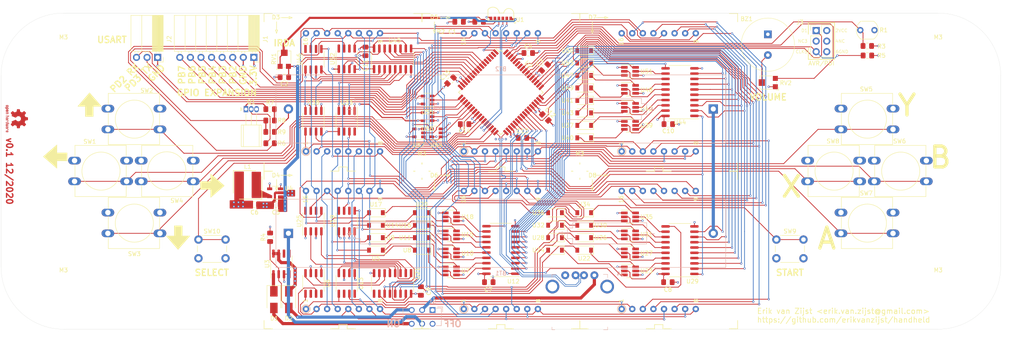
<source format=kicad_pcb>
(kicad_pcb (version 20171130) (host pcbnew "(5.1.6-0-10_14)")
  (layers (0 Front signal) (1 In1.Cu.Gnd power hide) (2 In2.Cu.Pwr mixed) (31 Back signal) (34 B.Paste user) (35 F.Paste user) (36 B.SilkS user) (37 F.SilkS user) (38 B.Mask user) (39 F.Mask user) (44 Edge.Cuts user))
  (net 0 "")
  (net 1 /power/BAT_LVL)
  (net 2 /power/6V)
  (net 3 GND)
  (net 4 "Net-(BZ1-Pad2)")
  (net 5 "Net-(C1-Pad2)")
  (net 6 U_PWR)
  (net 7 VDD)
  (net 8 "Net-(D1-Pad2)")
  (net 9 "Net-(D1-Pad1)")
  (net 10 "/Matrix Driver/COL7")
  (net 11 "/Matrix Driver/COL6")
  (net 12 "/Matrix Driver/ROW2")
  (net 13 "/Matrix Driver/COL0")
  (net 14 "/Matrix Driver/ROW4")
  (net 15 "/Matrix Driver/COL5")
  (net 16 "/Matrix Driver/COL3")
  (net 17 "/Matrix Driver/ROW1")
  (net 18 "/Matrix Driver/ROW3")
  (net 19 "/Matrix Driver/ROW6")
  (net 20 "/Matrix Driver/COL4")
  (net 21 "/Matrix Driver/ROW8")
  (net 22 "/Matrix Driver/COL2")
  (net 23 "/Matrix Driver/COL1")
  (net 24 "/Matrix Driver/ROW7")
  (net 25 "/Matrix Driver/ROW5")
  (net 26 "/Matrix Driver/ROW10")
  (net 27 "/Matrix Driver/ROW12")
  (net 28 "/Matrix Driver/ROW9")
  (net 29 "/Matrix Driver/ROW11")
  (net 30 "/Matrix Driver/ROW14")
  (net 31 "/Matrix Driver/ROW16")
  (net 32 "/Matrix Driver/ROW15")
  (net 33 "/Matrix Driver/ROW13")
  (net 34 "/Matrix Driver/COL15")
  (net 35 "/Matrix Driver/COL14")
  (net 36 "/Matrix Driver/COL8")
  (net 37 "/Matrix Driver/COL13")
  (net 38 "/Matrix Driver/COL11")
  (net 39 "/Matrix Driver/COL12")
  (net 40 "/Matrix Driver/COL10")
  (net 41 "/Matrix Driver/COL9")
  (net 42 "/Matrix Driver/COL23")
  (net 43 "/Matrix Driver/COL22")
  (net 44 "/Matrix Driver/COL16")
  (net 45 "/Matrix Driver/COL21")
  (net 46 "/Matrix Driver/COL19")
  (net 47 "/Matrix Driver/COL20")
  (net 48 "/Matrix Driver/COL18")
  (net 49 "/Matrix Driver/COL17")
  (net 50 "Net-(J1-Pad8)")
  (net 51 "Net-(J1-Pad7)")
  (net 52 "Net-(J1-Pad6)")
  (net 53 "Net-(J1-Pad5)")
  (net 54 "Net-(J1-Pad4)")
  (net 55 "Net-(J1-Pad3)")
  (net 56 /RX)
  (net 57 /TX)
  (net 58 "Net-(J3-Pad5)")
  (net 59 "Net-(J3-Pad4)")
  (net 60 "Net-(J3-Pad3)")
  (net 61 "Net-(J3-Pad1)")
  (net 62 /D+)
  (net 63 /D-)
  (net 64 /power/5V)
  (net 65 "Net-(R1-Pad1)")
  (net 66 "Net-(RV1-Pad1)")
  (net 67 "Net-(SW1-Pad2)")
  (net 68 "Net-(SW2-Pad2)")
  (net 69 "Net-(SW3-Pad2)")
  (net 70 "Net-(SW5-Pad2)")
  (net 71 "Net-(SW6-Pad2)")
  (net 72 "Net-(SW7-Pad2)")
  (net 73 "Net-(SW8-Pad2)")
  (net 74 "Net-(U2-Pad59)")
  (net 75 "Net-(U2-Pad58)")
  (net 76 /D7)
  (net 77 /D6)
  (net 78 /D5)
  (net 79 /D4)
  (net 80 /D3)
  (net 81 /D2)
  (net 82 /D1)
  (net 83 /D0)
  (net 84 "/Matrix Driver/SEGCLK2")
  (net 85 "/Matrix Driver/SEGCLK1")
  (net 86 "/Matrix Driver/SEGCLK0")
  (net 87 "Net-(RV2-Pad3)")
  (net 88 "Net-(U2-Pad2)")
  (net 89 "Net-(U3-Pad6)")
  (net 90 "Net-(U12-Pad18)")
  (net 91 "Net-(U5-Pad1)")
  (net 92 "Net-(U12-Pad19)")
  (net 93 "Net-(U10-Pad5)")
  (net 94 "Net-(U10-Pad6)")
  (net 95 "Net-(U10-Pad3)")
  (net 96 "Net-(U10-Pad2)")
  (net 97 "Net-(U12-Pad15)")
  (net 98 "Net-(U12-Pad14)")
  (net 99 "Net-(U12-Pad13)")
  (net 100 "Net-(U12-Pad12)")
  (net 101 "Net-(U17-Pad1)")
  (net 102 "Net-(U18-Pad3)")
  (net 103 "Net-(U23-Pad5)")
  (net 104 "Net-(U21-Pad1)")
  (net 105 "Net-(U23-Pad3)")
  (net 106 "Net-(U23-Pad2)")
  (net 107 "Net-(U30-Pad1)")
  (net 108 "Net-(U31-Pad3)")
  (net 109 "Net-(U37-Pad1)")
  (net 110 "Net-(U38-Pad2)")
  (net 111 "Net-(U42-Pad5)")
  (net 112 "Net-(U41-Pad1)")
  (net 113 "Net-(U42-Pad3)")
  (net 114 "Net-(U42-Pad2)")
  (net 115 "Net-(U44-Pad15)")
  (net 116 "Net-(U44-Pad14)")
  (net 117 "Net-(U44-Pad13)")
  (net 118 "Net-(U44-Pad12)")
  (net 119 "Net-(U45-Pad15)")
  (net 120 "Net-(U45-Pad2)")
  (net 121 "Net-(U45-Pad1)")
  (net 122 "Net-(U50-Pad1)")
  (net 123 "Net-(U51-Pad3)")
  (net 124 "Net-(U3-Pad5)")
  (net 125 "Net-(U6-Pad8)")
  (net 126 "Net-(U6-Pad6)")
  (net 127 "Net-(U21-Pad6)")
  (net 128 "Net-(U21-Pad7)")
  (net 129 "Net-(U7-Pad3)")
  (net 130 "Net-(U13-Pad8)")
  (net 131 "Net-(U13-Pad6)")
  (net 132 "Net-(U13-Pad4)")
  (net 133 "Net-(U13-Pad2)")
  (net 134 "Net-(U14-Pad1)")
  (net 135 "Net-(U15-Pad3)")
  (net 136 "Net-(U19-Pad8)")
  (net 137 "Net-(U19-Pad6)")
  (net 138 "Net-(U19-Pad4)")
  (net 139 "Net-(U19-Pad2)")
  (net 140 "Net-(U21-Pad15)")
  (net 141 "Net-(U21-Pad14)")
  (net 142 "Net-(U21-Pad9)")
  (net 143 "Net-(U22-Pad1)")
  (net 144 "Net-(U25-Pad8)")
  (net 145 "Net-(U25-Pad6)")
  (net 146 "Net-(U26-Pad1)")
  (net 147 "Net-(U27-Pad5)")
  (net 148 "Net-(U27-Pad3)")
  (net 149 "Net-(U27-Pad2)")
  (net 150 "Net-(U29-Pad15)")
  (net 151 "Net-(U29-Pad14)")
  (net 152 "Net-(U29-Pad13)")
  (net 153 "Net-(U29-Pad12)")
  (net 154 "Net-(U33-Pad8)")
  (net 155 "Net-(U33-Pad6)")
  (net 156 "Net-(U33-Pad4)")
  (net 157 "Net-(U33-Pad2)")
  (net 158 "Net-(U34-Pad1)")
  (net 159 "Net-(U35-Pad3)")
  (net 160 "Net-(U38-Pad8)")
  (net 161 "Net-(U38-Pad6)")
  (net 162 "Net-(U38-Pad4)")
  (net 163 "Net-(U39-Pad5)")
  (net 164 "Net-(U39-Pad3)")
  (net 165 "Net-(U39-Pad2)")
  (net 166 "Net-(U45-Pad3)")
  (net 167 "Net-(U46-Pad8)")
  (net 168 "Net-(U46-Pad6)")
  (net 169 "Net-(U47-Pad1)")
  (net 170 "Net-(U48-Pad3)")
  (net 171 "Net-(U52-Pad8)")
  (net 172 "Net-(U52-Pad6)")
  (net 173 "Net-(D2-Pad2)")
  (net 174 /ROWCLK)
  (net 175 /LE)
  (net 176 /~OE)
  (net 177 /ROWSDI)
  (net 178 /IrRX)
  (net 179 /IrTX)
  (net 180 "Net-(U2-Pad5)")
  (net 181 "Net-(U2-Pad4)")
  (net 182 "Net-(U2-Pad3)")
  (net 183 "Net-(S1-Pad4)")
  (net 184 "Net-(S1-Pad1)")
  (net 185 /power/SW)
  (net 186 /IrSD)
  (net 187 "Net-(U2-Pad16)")
  (net 188 "Net-(SW9-Pad1)")
  (net 189 "Net-(SW4-Pad1)")
  (net 190 "Net-(SW10-Pad1)")
  (net 191 "Net-(BT1-Pad2)")
  (net 192 "Net-(Q1-Pad1)")
  (net 193 "Net-(Q1-Pad2)")
  (net 194 /power/BAT_CHK)
  (net 195 "Net-(R7-Pad1)")
  (net 196 "Net-(U21-Pad13)")
  (net 197 "Net-(U21-Pad12)")
  (net 198 "Net-(U21-Pad11)")
  (net 199 "Net-(U45-Pad14)")
  (net 200 "Net-(U2-Pad64)")
  (module arrow:arraw_6mm (layer Front) (at 83.15 105.1 90)
    (fp_text reference G*** hide)
    (fp_text value LOGO hide)
  )
  (module arrow:arraw_6mm (layer Front) (at 53.65 85.6 180)
    (fp_text reference G*** hide)
    (fp_text value LOGO hide)
  )
  (module arrow:arraw_6mm (layer Front) (at 45.4 98.1 270)
    (fp_text reference G*** hide)
    (fp_text value LOGO hide)
  )
  (module arrow:arraw_6mm (layer Front) (at 74.9 117.6)
    (fp_text reference G*** hide)
    (fp_text value LOGO hide)
  )
  (module Symbol:OSHW-Logo2_7.3x6mm_Copper (layer Front) (at 36.1 89 270)
    (fp_text reference REF** hide)
    (fp_text value OSHW-Logo2_7.3x6mm_Copper hide)
    (fp_poly (pts (xy -2.400256 1.919918) (xy -2.344799 1.947568) (xy -2.295852 1.99848) (xy -2.282371 2.017338) (xy -2.267686 2.042015) (xy -2.258158 2.068816) (xy -2.252707 2.104587) (xy -2.250253 2.156169) (xy -2.249714 2.224267) (xy -2.252148 2.317588) (xy -2.260606 2.387657) (xy -2.276826 2.439931) (xy -2.302546 2.479869) (xy -2.339503 2.512929) (xy -2.342218 2.514886) (xy -2.37864 2.534908) (xy -2.422498 2.544815) (xy -2.478276 2.547257) (xy -2.568952 2.547257) (xy -2.56899 2.635283) (xy -2.569834 2.684308) (xy -2.574976 2.713065) (xy -2.588413 2.730311) (xy -2.614142 2.744808) (xy -2.620321 2.747769) (xy -2.649236 2.761648) (xy -2.671624 2.770414) (xy -2.688271 2.771171) (xy -2.699964 2.761023) (xy -2.70749 2.737073) (xy -2.711634 2.696426) (xy -2.713185 2.636186) (xy -2.712929 2.553455) (xy -2.711651 2.445339) (xy -2.711252 2.413) (xy -2.709815 2.301524) (xy -2.708528 2.228603) (xy -2.569029 2.228603) (xy -2.568245 2.290499) (xy -2.56476 2.330997) (xy -2.556876 2.357708) (xy -2.542895 2.378244) (xy -2.533403 2.38826) (xy -2.494596 2.417567) (xy -2.460237 2.419952) (xy -2.424784 2.39575) (xy -2.423886 2.394857) (xy -2.409461 2.376153) (xy -2.400687 2.350732) (xy -2.396261 2.311584) (xy -2.394882 2.251697) (xy -2.394857 2.23843) (xy -2.398188 2.155901) (xy -2.409031 2.098691) (xy -2.42866 2.063766) (xy -2.45835 2.048094) (xy -2.475509 2.046514) (xy -2.516234 2.053926) (xy -2.544168 2.07833) (xy -2.560983 2.12298) (xy -2.56835 2.19113) (xy -2.569029 2.228603) (xy -2.708528 2.228603) (xy -2.708292 2.215245) (xy -2.706323 2.150333) (xy -2.70355 2.102958) (xy -2.699612 2.06929) (xy -2.694151 2.045498) (xy -2.686808 2.027753) (xy -2.677223 2.012224) (xy -2.673113 2.006381) (xy -2.618595 1.951185) (xy -2.549664 1.91989) (xy -2.469928 1.911165) (xy -2.400256 1.919918)) (layer Front) (width 0.01))
    (fp_poly (pts (xy -1.283907 1.92778) (xy -1.237328 1.954723) (xy -1.204943 1.981466) (xy -1.181258 2.009484) (xy -1.164941 2.043748) (xy -1.154661 2.089227) (xy -1.149086 2.150892) (xy -1.146884 2.233711) (xy -1.146629 2.293246) (xy -1.146629 2.512391) (xy -1.208314 2.540044) (xy -1.27 2.567697) (xy -1.277257 2.32767) (xy -1.280256 2.238028) (xy -1.283402 2.172962) (xy -1.287299 2.128026) (xy -1.292553 2.09877) (xy -1.299769 2.080748) (xy -1.30955 2.069511) (xy -1.312688 2.067079) (xy -1.360239 2.048083) (xy -1.408303 2.0556) (xy -1.436914 2.075543) (xy -1.448553 2.089675) (xy -1.456609 2.10822) (xy -1.461729 2.136334) (xy -1.464559 2.179173) (xy -1.465744 2.241895) (xy -1.465943 2.307261) (xy -1.465982 2.389268) (xy -1.467386 2.447316) (xy -1.472086 2.486465) (xy -1.482013 2.51178) (xy -1.499097 2.528323) (xy -1.525268 2.541156) (xy -1.560225 2.554491) (xy -1.598404 2.569007) (xy -1.593859 2.311389) (xy -1.592029 2.218519) (xy -1.589888 2.149889) (xy -1.586819 2.100711) (xy -1.582206 2.066198) (xy -1.575432 2.041562) (xy -1.565881 2.022016) (xy -1.554366 2.00477) (xy -1.49881 1.94968) (xy -1.43102 1.917822) (xy -1.357287 1.910191) (xy -1.283907 1.92778)) (layer Front) (width 0.01))
    (fp_poly (pts (xy -2.958885 1.921962) (xy -2.890855 1.957733) (xy -2.840649 2.015301) (xy -2.822815 2.052312) (xy -2.808937 2.107882) (xy -2.801833 2.178096) (xy -2.80116 2.254727) (xy -2.806573 2.329552) (xy -2.81773 2.394342) (xy -2.834286 2.440873) (xy -2.839374 2.448887) (xy -2.899645 2.508707) (xy -2.971231 2.544535) (xy -3.048908 2.55502) (xy -3.127452 2.53881) (xy -3.149311 2.529092) (xy -3.191878 2.499143) (xy -3.229237 2.459433) (xy -3.232768 2.454397) (xy -3.247119 2.430124) (xy -3.256606 2.404178) (xy -3.26221 2.370022) (xy -3.264914 2.321119) (xy -3.265701 2.250935) (xy -3.265714 2.2352) (xy -3.265678 2.230192) (xy -3.120571 2.230192) (xy -3.119727 2.29643) (xy -3.116404 2.340386) (xy -3.109417 2.368779) (xy -3.097584 2.388325) (xy -3.091543 2.394857) (xy -3.056814 2.41968) (xy -3.023097 2.418548) (xy -2.989005 2.397016) (xy -2.968671 2.374029) (xy -2.956629 2.340478) (xy -2.949866 2.287569) (xy -2.949402 2.281399) (xy -2.948248 2.185513) (xy -2.960312 2.114299) (xy -2.98543 2.068194) (xy -3.02344 2.047635) (xy -3.037008 2.046514) (xy -3.072636 2.052152) (xy -3.097006 2.071686) (xy -3.111907 2.109042) (xy -3.119125 2.16815) (xy -3.120571 2.230192) (xy -3.265678 2.230192) (xy -3.265174 2.160413) (xy -3.262904 2.108159) (xy -3.257932 2.071949) (xy -3.249287 2.045299) (xy -3.235995 2.021722) (xy -3.233057 2.017338) (xy -3.183687 1.958249) (xy -3.129891 1.923947) (xy -3.064398 1.910331) (xy -3.042158 1.909665) (xy -2.958885 1.921962)) (layer Front) (width 0.01))
    (fp_poly (pts (xy -1.831697 1.931239) (xy -1.774473 1.969735) (xy -1.730251 2.025335) (xy -1.703833 2.096086) (xy -1.69849 2.148162) (xy -1.699097 2.169893) (xy -1.704178 2.186531) (xy -1.718145 2.201437) (xy -1.745411 2.217973) (xy -1.790388 2.239498) (xy -1.857489 2.269374) (xy -1.857829 2.269524) (xy -1.919593 2.297813) (xy -1.970241 2.322933) (xy -2.004596 2.342179) (xy -2.017482 2.352848) (xy -2.017486 2.352934) (xy -2.006128 2.376166) (xy -1.979569 2.401774) (xy -1.949077 2.420221) (xy -1.93363 2.423886) (xy -1.891485 2.411212) (xy -1.855192 2.379471) (xy -1.837483 2.344572) (xy -1.820448 2.318845) (xy -1.787078 2.289546) (xy -1.747851 2.264235) (xy -1.713244 2.250471) (xy -1.706007 2.249714) (xy -1.697861 2.26216) (xy -1.69737 2.293972) (xy -1.703357 2.336866) (xy -1.714643 2.382558) (xy -1.73005 2.422761) (xy -1.730829 2.424322) (xy -1.777196 2.489062) (xy -1.837289 2.533097) (xy -1.905535 2.554711) (xy -1.976362 2.552185) (xy -2.044196 2.523804) (xy -2.047212 2.521808) (xy -2.100573 2.473448) (xy -2.13566 2.410352) (xy -2.155078 2.327387) (xy -2.157684 2.304078) (xy -2.162299 2.194055) (xy -2.156767 2.142748) (xy -2.017486 2.142748) (xy -2.015676 2.174753) (xy -2.005778 2.184093) (xy -1.981102 2.177105) (xy -1.942205 2.160587) (xy -1.898725 2.139881) (xy -1.897644 2.139333) (xy -1.860791 2.119949) (xy -1.846 2.107013) (xy -1.849647 2.093451) (xy -1.865005 2.075632) (xy -1.904077 2.049845) (xy -1.946154 2.04795) (xy -1.983897 2.066717) (xy -2.009966 2.102915) (xy -2.017486 2.142748) (xy -2.156767 2.142748) (xy -2.152806 2.106027) (xy -2.12845 2.036212) (xy -2.094544 1.987302) (xy -2.033347 1.937878) (xy -1.965937 1.913359) (xy -1.89712 1.911797) (xy -1.831697 1.931239)) (layer Front) (width 0.01))
    (fp_poly (pts (xy -0.624114 1.851289) (xy -0.619861 1.910613) (xy -0.614975 1.945572) (xy -0.608205 1.96082) (xy -0.598298 1.961015) (xy -0.595086 1.959195) (xy -0.552356 1.946015) (xy -0.496773 1.946785) (xy -0.440263 1.960333) (xy -0.404918 1.977861) (xy -0.368679 2.005861) (xy -0.342187 2.037549) (xy -0.324001 2.077813) (xy -0.312678 2.131543) (xy -0.306778 2.203626) (xy -0.304857 2.298951) (xy -0.304823 2.317237) (xy -0.3048 2.522646) (xy -0.350509 2.53858) (xy -0.382973 2.54942) (xy -0.400785 2.554468) (xy -0.401309 2.554514) (xy -0.403063 2.540828) (xy -0.404556 2.503076) (xy -0.405674 2.446224) (xy -0.406303 2.375234) (xy -0.4064 2.332073) (xy -0.406602 2.246973) (xy -0.407642 2.185981) (xy -0.410169 2.144177) (xy -0.414836 2.116642) (xy -0.422293 2.098456) (xy -0.433189 2.084698) (xy -0.439993 2.078073) (xy -0.486728 2.051375) (xy -0.537728 2.049375) (xy -0.583999 2.071955) (xy -0.592556 2.080107) (xy -0.605107 2.095436) (xy -0.613812 2.113618) (xy -0.619369 2.139909) (xy -0.622474 2.179562) (xy -0.623824 2.237832) (xy -0.624114 2.318173) (xy -0.624114 2.522646) (xy -0.669823 2.53858) (xy -0.702287 2.54942) (xy -0.720099 2.554468) (xy -0.720623 2.554514) (xy -0.721963 2.540623) (xy -0.723172 2.501439) (xy -0.724199 2.4407) (xy -0.724998 2.362141) (xy -0.725519 2.269498) (xy -0.725714 2.166509) (xy -0.725714 1.769342) (xy -0.678543 1.749444) (xy -0.631371 1.729547) (xy -0.624114 1.851289)) (layer Front) (width 0.01))
    (fp_poly (pts (xy 0.039744 1.950968) (xy 0.096616 1.972087) (xy 0.097267 1.972493) (xy 0.13244 1.99838) (xy 0.158407 2.028633) (xy 0.17667 2.068058) (xy 0.188732 2.121462) (xy 0.196096 2.193651) (xy 0.200264 2.289432) (xy 0.200629 2.303078) (xy 0.205876 2.508842) (xy 0.161716 2.531678) (xy 0.129763 2.54711) (xy 0.11047 2.554423) (xy 0.109578 2.554514) (xy 0.106239 2.541022) (xy 0.103587 2.504626) (xy 0.101956 2.451452) (xy 0.1016 2.408393) (xy 0.101592 2.338641) (xy 0.098403 2.294837) (xy 0.087288 2.273944) (xy 0.063501 2.272925) (xy 0.022296 2.288741) (xy -0.039914 2.317815) (xy -0.085659 2.341963) (xy -0.109187 2.362913) (xy -0.116104 2.385747) (xy -0.116114 2.386877) (xy -0.104701 2.426212) (xy -0.070908 2.447462) (xy -0.019191 2.450539) (xy 0.018061 2.450006) (xy 0.037703 2.460735) (xy 0.049952 2.486505) (xy 0.057002 2.519337) (xy 0.046842 2.537966) (xy 0.043017 2.540632) (xy 0.007001 2.55134) (xy -0.043434 2.552856) (xy -0.095374 2.545759) (xy -0.132178 2.532788) (xy -0.183062 2.489585) (xy -0.211986 2.429446) (xy -0.217714 2.382462) (xy -0.213343 2.340082) (xy -0.197525 2.305488) (xy -0.166203 2.274763) (xy -0.115322 2.24399) (xy -0.040824 2.209252) (xy -0.036286 2.207288) (xy 0.030821 2.176287) (xy 0.072232 2.150862) (xy 0.089981 2.128014) (xy 0.086107 2.104745) (xy 0.062643 2.078056) (xy 0.055627 2.071914) (xy 0.00863 2.0481) (xy -0.040067 2.049103) (xy -0.082478 2.072451) (xy -0.110616 2.115675) (xy -0.113231 2.12416) (xy -0.138692 2.165308) (xy -0.170999 2.185128) (xy -0.217714 2.20477) (xy -0.217714 2.15395) (xy -0.203504 2.080082) (xy -0.161325 2.012327) (xy -0.139376 1.989661) (xy -0.089483 1.960569) (xy -0.026033 1.9474) (xy 0.039744 1.950968)) (layer Front) (width 0.01))
    (fp_poly (pts (xy 0.529926 1.949755) (xy 0.595858 1.974084) (xy 0.649273 2.017117) (xy 0.670164 2.047409) (xy 0.692939 2.102994) (xy 0.692466 2.143186) (xy 0.668562 2.170217) (xy 0.659717 2.174813) (xy 0.62153 2.189144) (xy 0.602028 2.185472) (xy 0.595422 2.161407) (xy 0.595086 2.148114) (xy 0.582992 2.09921) (xy 0.551471 2.064999) (xy 0.507659 2.048476) (xy 0.458695 2.052634) (xy 0.418894 2.074227) (xy 0.40545 2.086544) (xy 0.395921 2.101487) (xy 0.389485 2.124075) (xy 0.385317 2.159328) (xy 0.382597 2.212266) (xy 0.380502 2.287907) (xy 0.37996 2.311857) (xy 0.377981 2.39379) (xy 0.375731 2.451455) (xy 0.372357 2.489608) (xy 0.367006 2.513004) (xy 0.358824 2.526398) (xy 0.346959 2.534545) (xy 0.339362 2.538144) (xy 0.307102 2.550452) (xy 0.288111 2.554514) (xy 0.281836 2.540948) (xy 0.278006 2.499934) (xy 0.2766 2.430999) (xy 0.277598 2.333669) (xy 0.277908 2.318657) (xy 0.280101 2.229859) (xy 0.282693 2.165019) (xy 0.286382 2.119067) (xy 0.291864 2.086935) (xy 0.299835 2.063553) (xy 0.310993 2.043852) (xy 0.31683 2.03541) (xy 0.350296 1.998057) (xy 0.387727 1.969003) (xy 0.392309 1.966467) (xy 0.459426 1.946443) (xy 0.529926 1.949755)) (layer Front) (width 0.01))
    (fp_poly (pts (xy 1.190117 2.065358) (xy 1.189933 2.173837) (xy 1.189219 2.257287) (xy 1.187675 2.319704) (xy 1.185001 2.365085) (xy 1.180894 2.397429) (xy 1.175055 2.420733) (xy 1.167182 2.438995) (xy 1.161221 2.449418) (xy 1.111855 2.505945) (xy 1.049264 2.541377) (xy 0.980013 2.55409) (xy 0.910668 2.542463) (xy 0.869375 2.521568) (xy 0.826025 2.485422) (xy 0.796481 2.441276) (xy 0.778655 2.383462) (xy 0.770463 2.306313) (xy 0.769302 2.249714) (xy 0.769458 2.245647) (xy 0.870857 2.245647) (xy 0.871476 2.31055) (xy 0.874314 2.353514) (xy 0.88084 2.381622) (xy 0.892523 2.401953) (xy 0.906483 2.417288) (xy 0.953365 2.44689) (xy 1.003701 2.449419) (xy 1.051276 2.424705) (xy 1.054979 2.421356) (xy 1.070783 2.403935) (xy 1.080693 2.383209) (xy 1.086058 2.352362) (xy 1.088228 2.304577) (xy 1.088571 2.251748) (xy 1.087827 2.185381) (xy 1.084748 2.141106) (xy 1.078061 2.112009) (xy 1.066496 2.091173) (xy 1.057013 2.080107) (xy 1.01296 2.052198) (xy 0.962224 2.048843) (xy 0.913796 2.070159) (xy 0.90445 2.078073) (xy 0.88854 2.095647) (xy 0.87861 2.116587) (xy 0.873278 2.147782) (xy 0.871163 2.196122) (xy 0.870857 2.245647) (xy 0.769458 2.245647) (xy 0.77281 2.158568) (xy 0.784726 2.090086) (xy 0.807135 2.0386) (xy 0.842124 1.998443) (xy 0.869375 1.977861) (xy 0.918907 1.955625) (xy 0.976316 1.945304) (xy 1.029682 1.948067) (xy 1.059543 1.959212) (xy 1.071261 1.962383) (xy 1.079037 1.950557) (xy 1.084465 1.918866) (xy 1.088571 1.870593) (xy 1.093067 1.816829) (xy 1.099313 1.784482) (xy 1.110676 1.765985) (xy 1.130528 1.75377) (xy 1.143 1.748362) (xy 1.190171 1.728601) (xy 1.190117 2.065358)) (layer Front) (width 0.01))
    (fp_poly (pts (xy 1.779833 1.958663) (xy 1.782048 1.99685) (xy 1.783784 2.054886) (xy 1.784899 2.12818) (xy 1.785257 2.205055) (xy 1.785257 2.465196) (xy 1.739326 2.511127) (xy 1.707675 2.539429) (xy 1.67989 2.550893) (xy 1.641915 2.550168) (xy 1.62684 2.548321) (xy 1.579726 2.542948) (xy 1.540756 2.539869) (xy 1.531257 2.539585) (xy 1.499233 2.541445) (xy 1.453432 2.546114) (xy 1.435674 2.548321) (xy 1.392057 2.551735) (xy 1.362745 2.54432) (xy 1.33368 2.521427) (xy 1.323188 2.511127) (xy 1.277257 2.465196) (xy 1.277257 1.978602) (xy 1.314226 1.961758) (xy 1.346059 1.949282) (xy 1.364683 1.944914) (xy 1.369458 1.958718) (xy 1.373921 1.997286) (xy 1.377775 2.056356) (xy 1.380722 2.131663) (xy 1.382143 2.195286) (xy 1.386114 2.445657) (xy 1.420759 2.450556) (xy 1.452268 2.447131) (xy 1.467708 2.436041) (xy 1.472023 2.415308) (xy 1.475708 2.371145) (xy 1.478469 2.309146) (xy 1.480012 2.234909) (xy 1.480235 2.196706) (xy 1.480457 1.976783) (xy 1.526166 1.960849) (xy 1.558518 1.950015) (xy 1.576115 1.944962) (xy 1.576623 1.944914) (xy 1.578388 1.958648) (xy 1.580329 1.99673) (xy 1.582282 2.054482) (xy 1.584084 2.127227) (xy 1.585343 2.195286) (xy 1.589314 2.445657) (xy 1.6764 2.445657) (xy 1.680396 2.21724) (xy 1.684392 1.988822) (xy 1.726847 1.966868) (xy 1.758192 1.951793) (xy 1.776744 1.944951) (xy 1.777279 1.944914) (xy 1.779833 1.958663)) (layer Front) (width 0.01))
    (fp_poly (pts (xy 2.144876 1.956335) (xy 2.186667 1.975344) (xy 2.219469 1.998378) (xy 2.243503 2.024133) (xy 2.260097 2.057358) (xy 2.270577 2.1028) (xy 2.276271 2.165207) (xy 2.278507 2.249327) (xy 2.278743 2.304721) (xy 2.278743 2.520826) (xy 2.241774 2.53767) (xy 2.212656 2.549981) (xy 2.198231 2.554514) (xy 2.195472 2.541025) (xy 2.193282 2.504653) (xy 2.191942 2.451542) (xy 2.191657 2.409372) (xy 2.190434 2.348447) (xy 2.187136 2.300115) (xy 2.182321 2.270518) (xy 2.178496 2.264229) (xy 2.152783 2.270652) (xy 2.112418 2.287125) (xy 2.065679 2.309458) (xy 2.020845 2.333457) (xy 1.986193 2.35493) (xy 1.970002 2.369685) (xy 1.969938 2.369845) (xy 1.97133 2.397152) (xy 1.983818 2.423219) (xy 2.005743 2.444392) (xy 2.037743 2.451474) (xy 2.065092 2.450649) (xy 2.103826 2.450042) (xy 2.124158 2.459116) (xy 2.136369 2.483092) (xy 2.137909 2.487613) (xy 2.143203 2.521806) (xy 2.129047 2.542568) (xy 2.092148 2.552462) (xy 2.052289 2.554292) (xy 1.980562 2.540727) (xy 1.943432 2.521355) (xy 1.897576 2.475845) (xy 1.873256 2.419983) (xy 1.871073 2.360957) (xy 1.891629 2.305953) (xy 1.922549 2.271486) (xy 1.95342 2.252189) (xy 2.001942 2.227759) (xy 2.058485 2.202985) (xy 2.06791 2.199199) (xy 2.130019 2.171791) (xy 2.165822 2.147634) (xy 2.177337 2.123619) (xy 2.16658 2.096635) (xy 2.148114 2.075543) (xy 2.104469 2.049572) (xy 2.056446 2.047624) (xy 2.012406 2.067637) (xy 1.980709 2.107551) (xy 1.976549 2.117848) (xy 1.952327 2.155724) (xy 1.916965 2.183842) (xy 1.872343 2.206917) (xy 1.872343 2.141485) (xy 1.874969 2.101506) (xy 1.88623 2.069997) (xy 1.911199 2.036378) (xy 1.935169 2.010484) (xy 1.972441 1.973817) (xy 2.001401 1.954121) (xy 2.032505 1.94622) (xy 2.067713 1.944914) (xy 2.144876 1.956335)) (layer Front) (width 0.01))
    (fp_poly (pts (xy 2.6526 1.958752) (xy 2.669948 1.966334) (xy 2.711356 1.999128) (xy 2.746765 2.046547) (xy 2.768664 2.097151) (xy 2.772229 2.122098) (xy 2.760279 2.156927) (xy 2.734067 2.175357) (xy 2.705964 2.186516) (xy 2.693095 2.188572) (xy 2.686829 2.173649) (xy 2.674456 2.141175) (xy 2.669028 2.126502) (xy 2.63859 2.075744) (xy 2.59452 2.050427) (xy 2.53801 2.051206) (xy 2.533825 2.052203) (xy 2.503655 2.066507) (xy 2.481476 2.094393) (xy 2.466327 2.139287) (xy 2.45725 2.204615) (xy 2.453286 2.293804) (xy 2.452914 2.341261) (xy 2.45273 2.416071) (xy 2.451522 2.467069) (xy 2.448309 2.499471) (xy 2.442109 2.518495) (xy 2.43194 2.529356) (xy 2.416819 2.537272) (xy 2.415946 2.53767) (xy 2.386828 2.549981) (xy 2.372403 2.554514) (xy 2.370186 2.540809) (xy 2.368289 2.502925) (xy 2.366847 2.445715) (xy 2.365998 2.374027) (xy 2.365829 2.321565) (xy 2.366692 2.220047) (xy 2.37007 2.143032) (xy 2.377142 2.086023) (xy 2.389088 2.044526) (xy 2.40709 2.014043) (xy 2.432327 1.99008) (xy 2.457247 1.973355) (xy 2.517171 1.951097) (xy 2.586911 1.946076) (xy 2.6526 1.958752)) (layer Front) (width 0.01))
    (fp_poly (pts (xy 3.153595 1.966966) (xy 3.211021 2.004497) (xy 3.238719 2.038096) (xy 3.260662 2.099064) (xy 3.262405 2.147308) (xy 3.258457 2.211816) (xy 3.109686 2.276934) (xy 3.037349 2.310202) (xy 2.990084 2.336964) (xy 2.965507 2.360144) (xy 2.961237 2.382667) (xy 2.974889 2.407455) (xy 2.989943 2.423886) (xy 3.033746 2.450235) (xy 3.081389 2.452081) (xy 3.125145 2.431546) (xy 3.157289 2.390752) (xy 3.163038 2.376347) (xy 3.190576 2.331356) (xy 3.222258 2.312182) (xy 3.265714 2.295779) (xy 3.265714 2.357966) (xy 3.261872 2.400283) (xy 3.246823 2.435969) (xy 3.21528 2.476943) (xy 3.210592 2.482267) (xy 3.175506 2.51872) (xy 3.145347 2.538283) (xy 3.107615 2.547283) (xy 3.076335 2.55023) (xy 3.020385 2.550965) (xy 2.980555 2.54166) (xy 2.955708 2.527846) (xy 2.916656 2.497467) (xy 2.889625 2.464613) (xy 2.872517 2.423294) (xy 2.863238 2.367521) (xy 2.859693 2.291305) (xy 2.85941 2.252622) (xy 2.860372 2.206247) (xy 2.948007 2.206247) (xy 2.949023 2.231126) (xy 2.951556 2.2352) (xy 2.968274 2.229665) (xy 3.004249 2.215017) (xy 3.052331 2.19419) (xy 3.062386 2.189714) (xy 3.123152 2.158814) (xy 3.156632 2.131657) (xy 3.16399 2.10622) (xy 3.146391 2.080481) (xy 3.131856 2.069109) (xy 3.07941 2.046364) (xy 3.030322 2.050122) (xy 2.989227 2.077884) (xy 2.960758 2.127152) (xy 2.951631 2.166257) (xy 2.948007 2.206247) (xy 2.860372 2.206247) (xy 2.861285 2.162249) (xy 2.868196 2.095384) (xy 2.881884 2.046695) (xy 2.904096 2.010849) (xy 2.936574 1.982513) (xy 2.950733 1.973355) (xy 3.015053 1.949507) (xy 3.085473 1.948006) (xy 3.153595 1.966966)) (layer Front) (width 0.01))
    (fp_poly (pts (xy 0.10391 -2.757652) (xy 0.182454 -2.757222) (xy 0.239298 -2.756058) (xy 0.278105 -2.753793) (xy 0.302538 -2.75006) (xy 0.316262 -2.744494) (xy 0.32294 -2.736727) (xy 0.326236 -2.726395) (xy 0.326556 -2.725057) (xy 0.331562 -2.700921) (xy 0.340829 -2.653299) (xy 0.353392 -2.587259) (xy 0.368287 -2.507872) (xy 0.384551 -2.420204) (xy 0.385119 -2.417125) (xy 0.40141 -2.331211) (xy 0.416652 -2.255304) (xy 0.429861 -2.193955) (xy 0.440054 -2.151718) (xy 0.446248 -2.133145) (xy 0.446543 -2.132816) (xy 0.464788 -2.123747) (xy 0.502405 -2.108633) (xy 0.551271 -2.090738) (xy 0.551543 -2.090642) (xy 0.613093 -2.067507) (xy 0.685657 -2.038035) (xy 0.754057 -2.008403) (xy 0.757294 -2.006938) (xy 0.868702 -1.956374) (xy 1.115399 -2.12484) (xy 1.191077 -2.176197) (xy 1.259631 -2.222111) (xy 1.317088 -2.25997) (xy 1.359476 -2.287163) (xy 1.382825 -2.301079) (xy 1.385042 -2.302111) (xy 1.40201 -2.297516) (xy 1.433701 -2.275345) (xy 1.481352 -2.234553) (xy 1.546198 -2.174095) (xy 1.612397 -2.109773) (xy 1.676214 -2.046388) (xy 1.733329 -1.988549) (xy 1.780305 -1.939825) (xy 1.813703 -1.90379) (xy 1.830085 -1.884016) (xy 1.830694 -1.882998) (xy 1.832505 -1.869428) (xy 1.825683 -1.847267) (xy 1.80854 -1.813522) (xy 1.779393 -1.7652) (xy 1.736555 -1.699308) (xy 1.679448 -1.614483) (xy 1.628766 -1.539823) (xy 1.583461 -1.47286) (xy 1.54615 -1.417484) (xy 1.519452 -1.37758) (xy 1.505985 -1.357038) (xy 1.505137 -1.355644) (xy 1.506781 -1.335962) (xy 1.519245 -1.297707) (xy 1.540048 -1.248111) (xy 1.547462 -1.232272) (xy 1.579814 -1.16171) (xy 1.614328 -1.081647) (xy 1.642365 -1.012371) (xy 1.662568 -0.960955) (xy 1.678615 -0.921881) (xy 1.687888 -0.901459) (xy 1.689041 -0.899886) (xy 1.706096 -0.897279) (xy 1.746298 -0.890137) (xy 1.804302 -0.879477) (xy 1.874763 -0.866315) (xy 1.952335 -0.851667) (xy 2.031672 -0.836551) (xy 2.107431 -0.821982) (xy 2.174264 -0.808978) (xy 2.226828 -0.798555) (xy 2.259776 -0.79173) (xy 2.267857 -0.789801) (xy 2.276205 -0.785038) (xy 2.282506 -0.774282) (xy 2.287045 -0.753902) (xy 2.290104 -0.720266) (xy 2.291967 -0.669745) (xy 2.292918 -0.598708) (xy 2.29324 -0.503524) (xy 2.293257 -0.464508) (xy 2.293257 -0.147201) (xy 2.217057 -0.132161) (xy 2.174663 -0.124005) (xy 2.1114 -0.112101) (xy 2.034962 -0.097884) (xy 1.953043 -0.08279) (xy 1.9304 -0.078645) (xy 1.854806 -0.063947) (xy 1.788953 -0.049495) (xy 1.738366 -0.036625) (xy 1.708574 -0.026678) (xy 1.703612 -0.023713) (xy 1.691426 -0.002717) (xy 1.673953 0.037967) (xy 1.654577 0.090322) (xy 1.650734 0.1016) (xy 1.625339 0.171523) (xy 1.593817 0.250418) (xy 1.562969 0.321266) (xy 1.562817 0.321595) (xy 1.511447 0.432733) (xy 1.680399 0.681253) (xy 1.849352 0.929772) (xy 1.632429 1.147058) (xy 1.566819 1.211726) (xy 1.506979 1.268733) (xy 1.456267 1.315033) (xy 1.418046 1.347584) (xy 1.395675 1.363343) (xy 1.392466 1.364343) (xy 1.373626 1.356469) (xy 1.33518 1.334578) (xy 1.28133 1.301267) (xy 1.216276 1.259131) (xy 1.14594 1.211943) (xy 1.074555 1.16381) (xy 1.010908 1.121928) (xy 0.959041 1.088871) (xy 0.922995 1.067218) (xy 0.906867 1.059543) (xy 0.887189 1.066037) (xy 0.849875 1.08315) (xy 0.802621 1.107326) (xy 0.797612 1.110013) (xy 0.733977 1.141927) (xy 0.690341 1.157579) (xy 0.663202 1.157745) (xy 0.649057 1.143204) (xy 0.648975 1.143) (xy 0.641905 1.125779) (xy 0.625042 1.084899) (xy 0.599695 1.023525) (xy 0.567171 0.944819) (xy 0.528778 0.851947) (xy 0.485822 0.748072) (xy 0.444222 0.647502) (xy 0.398504 0.536516) (xy 0.356526 0.433703) (xy 0.319548 0.342215) (xy 0.288827 0.265201) (xy 0.265622 0.205815) (xy 0.25119 0.167209) (xy 0.246743 0.1528) (xy 0.257896 0.136272) (xy 0.287069 0.10993) (xy 0.325971 0.080887) (xy 0.436757 -0.010961) (xy 0.523351 -0.116241) (xy 0.584716 -0.232734) (xy 0.619815 -0.358224) (xy 0.627608 -0.490493) (xy 0.621943 -0.551543) (xy 0.591078 -0.678205) (xy 0.53792 -0.790059) (xy 0.465767 -0.885999) (xy 0.377917 -0.964924) (xy 0.277665 -1.02573) (xy 0.16831 -1.067313) (xy 0.053147 -1.088572) (xy -0.064525 -1.088401) (xy -0.18141 -1.065699) (xy -0.294211 -1.019362) (xy -0.399631 -0.948287) (xy -0.443632 -0.908089) (xy -0.528021 -0.804871) (xy -0.586778 -0.692075) (xy -0.620296 -0.57299) (xy -0.628965 -0.450905) (xy -0.613177 -0.329107) (xy -0.573322 -0.210884) (xy -0.509793 -0.099525) (xy -0.422979 0.001684) (xy -0.325971 0.080887) (xy -0.285563 0.111162) (xy -0.257018 0.137219) (xy -0.246743 0.152825) (xy -0.252123 0.169843) (xy -0.267425 0.2105) (xy -0.291388 0.271642) (xy -0.322756 0.350119) (xy -0.360268 0.44278) (xy -0.402667 0.546472) (xy -0.444337 0.647526) (xy -0.49031 0.758607) (xy -0.532893 0.861541) (xy -0.570779 0.953165) (xy -0.60266 1.030316) (xy -0.627229 1.089831) (xy -0.64318 1.128544) (xy -0.64909 1.143) (xy -0.663052 1.157685) (xy -0.69006 1.157642) (xy -0.733587 1.142099) (xy -0.79711 1.110284) (xy -0.797612 1.110013) (xy -0.84544 1.085323) (xy -0.884103 1.067338) (xy -0.905905 1.059614) (xy -0.906867 1.059543) (xy -0.923279 1.067378) (xy -0.959513 1.089165) (xy -1.011526 1.122328) (xy -1.075275 1.164291) (xy -1.14594 1.211943) (xy -1.217884 1.260191) (xy -1.282726 1.302151) (xy -1.336265 1.335227) (xy -1.374303 1.356821) (xy -1.392467 1.364343) (xy -1.409192 1.354457) (xy -1.44282 1.326826) (xy -1.48999 1.284495) (xy -1.547342 1.230505) (xy -1.611516 1.167899) (xy -1.632503 1.146983) (xy -1.849501 0.929623) (xy -1.684332 0.68722) (xy -1.634136 0.612781) (xy -1.590081 0.545972) (xy -1.554638 0.490665) (xy -1.530281 0.450729) (xy -1.519478 0.430036) (xy -1.519162 0.428563) (xy -1.524857 0.409058) (xy -1.540174 0.369822) (xy -1.562463 0.31743) (xy -1.578107 0.282355) (xy -1.607359 0.215201) (xy -1.634906 0.147358) (xy -1.656263 0.090034) (xy -1.662065 0.072572) (xy -1.678548 0.025938) (xy -1.69466 -0.010095) (xy -1.70351 -0.023713) (xy -1.72304 -0.032048) (xy -1.765666 -0.043863) (xy -1.825855 -0.057819) (xy -1.898078 -0.072578) (xy -1.9304 -0.078645) (xy -2.012478 -0.093727) (xy -2.091205 -0.108331) (xy -2.158891 -0.12102) (xy -2.20784 -0.130358) (xy -2.217057 -0.132161) (xy -2.293257 -0.147201) (xy -2.293257 -0.464508) (xy -2.293086 -0.568846) (xy -2.292384 -0.647787) (xy -2.290866 -0.704962) (xy -2.288251 -0.744001) (xy -2.284254 -0.768535) (xy -2.278591 -0.782195) (xy -2.27098 -0.788611) (xy -2.267857 -0.789801) (xy -2.249022 -0.79402) (xy -2.207412 -0.802438) (xy -2.14837 -0.814039) (xy -2.077243 -0.827805) (xy -1.999375 -0.84272) (xy -1.920113 -0.857768) (xy -1.844802 -0.871931) (xy -1.778787 -0.884194) (xy -1.727413 -0.893539) (xy -1.696025 -0.89895) (xy -1.689041 -0.899886) (xy -1.682715 -0.912404) (xy -1.66871 -0.945754) (xy -1.649645 -0.993623) (xy -1.642366 -1.012371) (xy -1.613004 -1.084805) (xy -1.578429 -1.16483) (xy -1.547463 -1.232272) (xy -1.524677 -1.283841) (xy -1.509518 -1.326215) (xy -1.504458 -1.352166) (xy -1.505264 -1.355644) (xy -1.515959 -1.372064) (xy -1.54038 -1.408583) (xy -1.575905 -1.461313) (xy -1.619913 -1.526365) (xy -1.669783 -1.599849) (xy -1.679644 -1.614355) (xy -1.737508 -1.700296) (xy -1.780044 -1.765739) (xy -1.808946 -1.813696) (xy -1.82591 -1.84718) (xy -1.832633 -1.869205) (xy -1.83081 -1.882783) (xy -1.830764 -1.882869) (xy -1.816414 -1.900703) (xy -1.784677 -1.935183) (xy -1.73899 -1.982732) (xy -1.682796 -2.039778) (xy -1.619532 -2.102745) (xy -1.612398 -2.109773) (xy -1.53267 -2.18698) (xy -1.471143 -2.24367) (xy -1.426579 -2.28089) (xy -1.397743 -2.299685) (xy -1.385042 -2.302111) (xy -1.366506 -2.291529) (xy -1.328039 -2.267084) (xy -1.273614 -2.231388) (xy -1.207202 -2.187053) (xy -1.132775 -2.136689) (xy -1.115399 -2.12484) (xy -0.868703 -1.956374) (xy -0.757294 -2.006938) (xy -0.689543 -2.036405) (xy -0.616817 -2.066041) (xy -0.554297 -2.08967) (xy -0.551543 -2.090642) (xy -0.50264 -2.108543) (xy -0.464943 -2.12368) (xy -0.446575 -2.13279) (xy -0.446544 -2.132816) (xy -0.440715 -2.149283) (xy -0.430808 -2.189781) (xy -0.417805 -2.249758) (xy -0.402691 -2.32466) (xy -0.386448 -2.409936) (xy -0.385119 -2.417125) (xy -0.368825 -2.504986) (xy -0.353867 -2.58474) (xy -0.341209 -2.651319) (xy -0.331814 -2.699653) (xy -0.326646 -2.724675) (xy -0.326556 -2.725057) (xy -0.323411 -2.735701) (xy -0.317296 -2.743738) (xy -0.304547 -2.749533) (xy -0.2815 -2.753453) (xy -0.244491 -2.755865) (xy -0.189856 -2.757135) (xy -0.113933 -2.757629) (xy -0.013056 -2.757714) (xy 0 -2.757714) (xy 0.10391 -2.757652)) (layer Front) (width 0.01))
  )
  (module MountingHole:MountingHole_3.2mm_M3 (layer Front) (at 133.45 101.6)
    (fp_text reference M3 (at 0 -4.2) (layer F.SilkS))
    (fp_text value MountingHole_3.2mm_M3)
    (pad 1 np_thru_hole circle (at 0 0) (size 3.2 3.2) (drill 3.2) (layers *.Cu *.Mask))
  )
  (module MountingHole:MountingHole_3.2mm_M3 (layer Front) (at 171.35 101.6)
    (fp_text reference M3 (at 0 -4.2) (layer F.SilkS))
    (fp_text value MountingHole_3.2mm_M3)
    (pad 1 np_thru_hole circle (at 0 0) (size 3.2 3.2) (drill 3.2) (layers *.Cu *.Mask))
  )
  (module MountingHole:MountingHole_3.2mm_M3 (layer Front) (at 47.4 73.6)
    (fp_text reference M3 (at 0 -4.2) (layer F.SilkS))
    (fp_text value MountingHole_3.2mm_M3)
    (pad 1 np_thru_hole circle (at 0 0) (size 3.2 3.2) (drill 3.2) (layers *.Cu *.Mask))
  )
  (module MountingHole:MountingHole_3.2mm_M3 (layer Front) (at 47.4 129.6)
    (fp_text reference M3 (at 0 -4.2) (layer F.SilkS))
    (fp_text value MountingHole_3.2mm_M3)
    (pad 1 np_thru_hole circle (at 0 0) (size 3.2 3.2) (drill 3.2) (layers *.Cu *.Mask))
  )
  (module MountingHole:MountingHole_3.2mm_M3 (layer Front) (at 257.4 129.6)
    (fp_text reference M3 (at 0 -4.2) (layer F.SilkS))
    (fp_text value MountingHole_3.2mm_M3)
    (pad 1 np_thru_hole circle (at 0 0) (size 3.2 3.2) (drill 3.2) (layers *.Cu *.Mask))
  )
  (module MountingHole:MountingHole_3.2mm_M3 (layer Front) (at 257.4 73.6)
    (fp_text reference M3 (at 0 -4.2) (layer F.SilkS))
    (fp_text value MountingHole_3.2mm_M3)
    (pad 1 np_thru_hole circle (at 0 0) (size 3.2 3.2) (drill 3.2) (layers *.Cu *.Mask))
  )
  (module Package_TO_SOT_THT:TO-92_Inline_W4.0mm_Horizontal_FlatSideDown (layer Front) (at 91.2 86.7)
    (fp_text reference Q1 (at 1.27 -1.7) (layer F.SilkS))
    (fp_text value PN2222A)
    (pad 1 thru_hole rect (at 0 0) (size 1.05 1.5) (drill 0.75) (layers *.Cu *.Mask) (net 192 "Net-(Q1-Pad1)"))
    (pad 3 thru_hole oval (at 2.54 0) (size 1.05 1.5) (drill 0.75) (layers *.Cu *.Mask) (net 6 U_PWR))
    (pad 2 thru_hole oval (at 1.27 0) (size 1.05 1.5) (drill 0.75) (layers *.Cu *.Mask) (net 193 "Net-(Q1-Pad2)"))
  )
  (module Package_TO_SOT_SMD:SOT-23-5 (layer Front) (at 132.7 92.4 180)
    (fp_text reference U57 (at 0 -2.9) (layer F.SilkS))
    (fp_text value SN74LVC1G08DBVR)
    (pad 5 smd rect (at 1.1 -0.95 180) (size 1.06 0.65) (layers Front F.Paste F.Mask) (net 6 U_PWR))
    (pad 4 smd rect (at 1.1 0.95 180) (size 1.06 0.65) (layers Front F.Paste F.Mask) (net 196 "Net-(U21-Pad13)"))
    (pad 3 smd rect (at -1.1 0.95 180) (size 1.06 0.65) (layers Front F.Paste F.Mask) (net 3 GND))
    (pad 2 smd rect (at -1.1 0 180) (size 1.06 0.65) (layers Front F.Paste F.Mask) (net 176 /~OE))
    (pad 1 smd rect (at -1.1 -0.95 180) (size 1.06 0.65) (layers Front F.Paste F.Mask) (net 7 VDD))
  )
  (module Package_TO_SOT_SMD:SOT-23-5 (layer Front) (at 134.8 88.5 180)
    (fp_text reference U56 (at 0 -2.9) (layer F.SilkS))
    (fp_text value SN74LVC1G08DBVR)
    (pad 5 smd rect (at 1.1 -0.95 180) (size 1.06 0.65) (layers Front F.Paste F.Mask) (net 6 U_PWR))
    (pad 4 smd rect (at 1.1 0.95 180) (size 1.06 0.65) (layers Front F.Paste F.Mask) (net 199 "Net-(U45-Pad14)"))
    (pad 3 smd rect (at -1.1 0.95 180) (size 1.06 0.65) (layers Front F.Paste F.Mask) (net 3 GND))
    (pad 2 smd rect (at -1.1 0 180) (size 1.06 0.65) (layers Front F.Paste F.Mask) (net 177 /ROWSDI))
    (pad 1 smd rect (at -1.1 -0.95 180) (size 1.06 0.65) (layers Front F.Paste F.Mask) (net 7 VDD))
  )
  (module Package_TO_SOT_SMD:SOT-23-5 (layer Front) (at 134.8 84.5 180)
    (fp_text reference U55 (at 0 -2.9) (layer F.SilkS))
    (fp_text value SN74LVC1G08DBVR)
    (pad 5 smd rect (at 1.1 -0.95 180) (size 1.06 0.65) (layers Front F.Paste F.Mask) (net 6 U_PWR))
    (pad 4 smd rect (at 1.1 0.95 180) (size 1.06 0.65) (layers Front F.Paste F.Mask) (net 198 "Net-(U21-Pad11)"))
    (pad 3 smd rect (at -1.1 0.95 180) (size 1.06 0.65) (layers Front F.Paste F.Mask) (net 3 GND))
    (pad 2 smd rect (at -1.1 0 180) (size 1.06 0.65) (layers Front F.Paste F.Mask) (net 174 /ROWCLK))
    (pad 1 smd rect (at -1.1 -0.95 180) (size 1.06 0.65) (layers Front F.Paste F.Mask) (net 7 VDD))
  )
  (module Package_TO_SOT_SMD:SOT-23-5 (layer Front) (at 136.9 92.4 180)
    (fp_text reference U54 (at 0 -2.9) (layer F.SilkS))
    (fp_text value SN74LVC1G08DBVR)
    (pad 5 smd rect (at 1.1 -0.95 180) (size 1.06 0.65) (layers Front F.Paste F.Mask) (net 6 U_PWR))
    (pad 4 smd rect (at 1.1 0.95 180) (size 1.06 0.65) (layers Front F.Paste F.Mask) (net 197 "Net-(U21-Pad12)"))
    (pad 3 smd rect (at -1.1 0.95 180) (size 1.06 0.65) (layers Front F.Paste F.Mask) (net 3 GND))
    (pad 2 smd rect (at -1.1 0 180) (size 1.06 0.65) (layers Front F.Paste F.Mask) (net 175 /LE))
    (pad 1 smd rect (at -1.1 -0.95 180) (size 1.06 0.65) (layers Front F.Paste F.Mask) (net 7 VDD))
  )
  (module Button_Switch_THT:SW_CuK_JS202011AQN_DPDT_Angled (layer Back) (at 136 135 180)
    (fp_text reference S1 (at 0 2) (layer B.SilkS) (effects (justify mirror)))
    (fp_text value JS202011SCQN)
    (pad 6 thru_hole circle (at 5 -3.3 180) (size 1.4 1.4) (drill 0.9) (layers *.Cu *.Mask) (net 8 "Net-(D1-Pad2)"))
    (pad 5 thru_hole circle (at 2.5 -3.3 180) (size 1.4 1.4) (drill 0.9) (layers *.Cu *.Mask) (net 2 /power/6V))
    (pad 4 thru_hole circle (at 0 -3.3 180) (size 1.4 1.4) (drill 0.9) (layers *.Cu *.Mask) (net 183 "Net-(S1-Pad4)"))
    (pad 3 thru_hole circle (at 5 0 180) (size 1.4 1.4) (drill 0.9) (layers *.Cu *.Mask) (net 173 "Net-(D2-Pad2)"))
    (pad 2 thru_hole circle (at 2.5 0 180) (size 1.4 1.4) (drill 0.9) (layers *.Cu *.Mask) (net 64 /power/5V))
    (pad 1 thru_hole rect (at 0 0 180) (size 1.4 1.4) (drill 0.9) (layers *.Cu *.Mask) (net 184 "Net-(S1-Pad1)"))
  )
  (module Resistor_SMD:R_0805_2012Metric_Pad1.15x1.40mm_HandSolder (layer Front) (at 97 92.166666 180)
    (fp_text reference R9 (at -2.8 -0.033334) (layer F.SilkS))
    (fp_text value 100R)
    (pad 2 smd roundrect (at 1.025 0 180) (size 1.15 1.4) (layers Front F.Paste F.Mask) (roundrect_rratio 0.217391) (net 1 /power/BAT_LVL))
    (pad 1 smd roundrect (at -1.025 0 180) (size 1.15 1.4) (layers Front F.Paste F.Mask) (roundrect_rratio 0.217391) (net 3 GND))
  )
  (module Resistor_SMD:R_0805_2012Metric_Pad1.15x1.40mm_HandSolder (layer Front) (at 97 89.433333)
    (fp_text reference R8 (at 2.8 -0.033333) (layer F.SilkS))
    (fp_text value 100R)
    (pad 2 smd roundrect (at 1.025 0) (size 1.15 1.4) (layers Front F.Paste F.Mask) (roundrect_rratio 0.217391) (net 195 "Net-(R7-Pad1)"))
    (pad 1 smd roundrect (at -1.025 0) (size 1.15 1.4) (layers Front F.Paste F.Mask) (roundrect_rratio 0.217391) (net 1 /power/BAT_LVL))
  )
  (module Resistor_SMD:R_0805_2012Metric_Pad1.15x1.40mm_HandSolder (layer Front) (at 97 86.7 180)
    (fp_text reference R7 (at 0 1.6) (layer F.SilkS))
    (fp_text value 100R)
    (pad 2 smd roundrect (at 1.025 0 180) (size 1.15 1.4) (layers Front F.Paste F.Mask) (roundrect_rratio 0.217391) (net 192 "Net-(Q1-Pad1)"))
    (pad 1 smd roundrect (at -1.025 0 180) (size 1.15 1.4) (layers Front F.Paste F.Mask) (roundrect_rratio 0.217391) (net 195 "Net-(R7-Pad1)"))
  )
  (module Resistor_SMD:R_0805_2012Metric_Pad1.15x1.40mm_HandSolder (layer Front) (at 97 94.9 180)
    (fp_text reference R6 (at -2.8 0) (layer F.SilkS))
    (fp_text value 5K)
    (pad 2 smd roundrect (at 1.025 0 180) (size 1.15 1.4) (layers Front F.Paste F.Mask) (roundrect_rratio 0.217391) (net 193 "Net-(Q1-Pad2)"))
    (pad 1 smd roundrect (at -1.025 0 180) (size 1.15 1.4) (layers Front F.Paste F.Mask) (roundrect_rratio 0.217391) (net 194 /power/BAT_CHK))
  )
  (module Button_Switch_THT:SW_PUSH_6mm (layer Front) (at 79.8 118.05)
    (fp_text reference SW10 (at 3.25 -2) (layer F.SilkS))
    (fp_text value SELECT)
    (pad 1 thru_hole circle (at 6.5 0 90) (size 2 2) (drill 1.1) (layers *.Cu *.Mask) (net 190 "Net-(SW10-Pad1)"))
    (pad 2 thru_hole circle (at 6.5 4.5 90) (size 2 2) (drill 1.1) (layers *.Cu *.Mask) (net 3 GND))
    (pad 1 thru_hole circle (at 0 0 90) (size 2 2) (drill 1.1) (layers *.Cu *.Mask) (net 190 "Net-(SW10-Pad1)"))
    (pad 2 thru_hole circle (at 0 4.5 90) (size 2 2) (drill 1.1) (layers *.Cu *.Mask) (net 3 GND))
  )
  (module Button_Switch_THT:SW_PUSH_6mm (layer Front) (at 218.55 118.05)
    (fp_text reference SW9 (at 3.25 -2) (layer F.SilkS))
    (fp_text value START)
    (pad 1 thru_hole circle (at 6.5 0 90) (size 2 2) (drill 1.1) (layers *.Cu *.Mask) (net 188 "Net-(SW9-Pad1)"))
    (pad 2 thru_hole circle (at 6.5 4.5 90) (size 2 2) (drill 1.1) (layers *.Cu *.Mask) (net 3 GND))
    (pad 1 thru_hole circle (at 0 0 90) (size 2 2) (drill 1.1) (layers *.Cu *.Mask) (net 188 "Net-(SW9-Pad1)"))
    (pad 2 thru_hole circle (at 0 4.5 90) (size 2 2) (drill 1.1) (layers *.Cu *.Mask) (net 3 GND))
  )
  (module digikey-footprints:Piezo_Transducer_THT_PS1240P02BT (layer Front) (at 216.5 68.7)
    (fp_text reference BZ1 (at -5.1 -3.7) (layer F.SilkS))
    (fp_text value PS1240P02BT)
    (pad 2 thru_hole circle (at 0 5) (size 1.85 1.85) (drill 0.85) (layers *.Cu *.Mask) (net 4 "Net-(BZ1-Pad2)"))
    (pad 1 thru_hole rect (at 0 0) (size 1.85 1.85) (drill 0.85) (layers *.Cu *.Mask) (net 3 GND))
  )
  (module Capacitor_SMD:C_0805_2012Metric_Pad1.15x1.40mm_HandSolder (layer Front) (at 140.3 79.8 225)
    (fp_text reference C15 (at 0 1.838478 45) (layer F.SilkS))
    (fp_text value 100nF)
    (pad 2 smd roundrect (at 1.025 0 225) (size 1.15 1.4) (layers Front F.Paste F.Mask) (roundrect_rratio 0.217391) (net 3 GND))
    (pad 1 smd roundrect (at -1.025 0 225) (size 1.15 1.4) (layers Front F.Paste F.Mask) (roundrect_rratio 0.217391) (net 7 VDD))
  )
  (module Resistor_SMD:R_0805_2012Metric_Pad1.15x1.40mm_HandSolder (layer Front) (at 240.4 73.8 180)
    (fp_text reference R5 (at -3.4 0) (layer F.SilkS))
    (fp_text value 10K)
    (pad 2 smd roundrect (at 1.025 0 180) (size 1.15 1.4) (layers Front F.Paste F.Mask) (roundrect_rratio 0.217391) (net 58 "Net-(J3-Pad5)"))
    (pad 1 smd roundrect (at -1.025 0 180) (size 1.15 1.4) (layers Front F.Paste F.Mask) (roundrect_rratio 0.217391) (net 7 VDD))
  )
  (module Capacitor_SMD:C_0805_2012Metric_Pad1.15x1.40mm_HandSolder (layer Front) (at 143.7 90.3 180)
    (fp_text reference C14 (at 0 -1.65) (layer F.SilkS))
    (fp_text value 100nF)
    (pad 2 smd roundrect (at 1.025 0 180) (size 1.15 1.4) (layers Front F.Paste F.Mask) (roundrect_rratio 0.217391) (net 3 GND))
    (pad 1 smd roundrect (at -1.025 0 180) (size 1.15 1.4) (layers Front F.Paste F.Mask) (roundrect_rratio 0.217391) (net 7 VDD))
  )
  (module Capacitor_SMD:C_0805_2012Metric_Pad1.15x1.40mm_HandSolder (layer Front) (at 157.575 93.6)
    (fp_text reference C13 (at 0 -1.65) (layer F.SilkS))
    (fp_text value 100nF)
    (pad 2 smd roundrect (at 1.025 0) (size 1.15 1.4) (layers Front F.Paste F.Mask) (roundrect_rratio 0.217391) (net 3 GND))
    (pad 1 smd roundrect (at -1.025 0) (size 1.15 1.4) (layers Front F.Paste F.Mask) (roundrect_rratio 0.217391) (net 7 VDD))
  )
  (module Capacitor_SMD:C_0805_2012Metric_Pad1.15x1.40mm_HandSolder (layer Front) (at 163.075216 88.675216 315)
    (fp_text reference C12 (at 0 -1.65 135) (layer F.SilkS))
    (fp_text value 100nF)
    (pad 2 smd roundrect (at 1.025 0 315) (size 1.15 1.4) (layers Front F.Paste F.Mask) (roundrect_rratio 0.217391) (net 3 GND))
    (pad 1 smd roundrect (at -1.025 0 315) (size 1.15 1.4) (layers Front F.Paste F.Mask) (roundrect_rratio 0.217391) (net 7 VDD))
  )
  (module Diode_SMD:D_SMA (layer Front) (at 101.5 132.5 270)
    (fp_text reference D2 (at 4.5 0 180) (layer F.SilkS))
    (fp_text value MRA4003T3G)
    (pad 2 smd rect (at 2 0 270) (size 2.5 1.8) (layers Front F.Paste F.Mask) (net 173 "Net-(D2-Pad2)"))
    (pad 1 smd rect (at -2 0 270) (size 2.5 1.8) (layers Front F.Paste F.Mask) (net 6 U_PWR))
  )
  (module Diode_SMD:D_SMA (layer Front) (at 97.9 132.5 270)
    (fp_text reference D1 (at 4.5 -0.1 180) (layer F.SilkS))
    (fp_text value MRA4003T3G)
    (pad 2 smd rect (at 2 0 270) (size 2.5 1.8) (layers Front F.Paste F.Mask) (net 8 "Net-(D1-Pad2)"))
    (pad 1 smd rect (at -2 0 270) (size 2.5 1.8) (layers Front F.Paste F.Mask) (net 9 "Net-(D1-Pad1)"))
  )
  (module Connector_PinSocket_2.54mm:PinSocket_1x03_P2.54mm_Horizontal (layer Front) (at 70 74.25 270)
    (fp_text reference J2 (at -4.38 -2.77 90) (layer F.SilkS))
    (fp_text value 61300311121)
    (pad 3 thru_hole oval (at 0 5.08 270) (size 1.7 1.7) (drill 1) (layers *.Cu *.Mask) (net 56 /RX))
    (pad 2 thru_hole oval (at 0 2.54 270) (size 1.7 1.7) (drill 1) (layers *.Cu *.Mask) (net 57 /TX))
    (pad 1 thru_hole rect (at 0 0 270) (size 1.7 1.7) (drill 1) (layers *.Cu *.Mask) (net 3 GND))
  )
  (module Connector_PinSocket_2.54mm:PinSocket_1x08_P2.54mm_Horizontal (layer Front) (at 93.1 74.25 270)
    (fp_text reference J1 (at -4.38 -2.77 90) (layer F.SilkS))
    (fp_text value Conn_01x08)
    (pad 8 thru_hole oval (at 0 17.78 270) (size 1.7 1.7) (drill 1) (layers *.Cu *.Mask) (net 50 "Net-(J1-Pad8)"))
    (pad 7 thru_hole oval (at 0 15.24 270) (size 1.7 1.7) (drill 1) (layers *.Cu *.Mask) (net 51 "Net-(J1-Pad7)"))
    (pad 6 thru_hole oval (at 0 12.7 270) (size 1.7 1.7) (drill 1) (layers *.Cu *.Mask) (net 52 "Net-(J1-Pad6)"))
    (pad 5 thru_hole oval (at 0 10.16 270) (size 1.7 1.7) (drill 1) (layers *.Cu *.Mask) (net 53 "Net-(J1-Pad5)"))
    (pad 4 thru_hole oval (at 0 7.62 270) (size 1.7 1.7) (drill 1) (layers *.Cu *.Mask) (net 54 "Net-(J1-Pad4)"))
    (pad 3 thru_hole oval (at 0 5.08 270) (size 1.7 1.7) (drill 1) (layers *.Cu *.Mask) (net 55 "Net-(J1-Pad3)"))
    (pad 2 thru_hole oval (at 0 2.54 270) (size 1.7 1.7) (drill 1) (layers *.Cu *.Mask) (net 3 GND))
    (pad 1 thru_hole rect (at 0 0 270) (size 1.7 1.7) (drill 1) (layers *.Cu *.Mask) (net 7 VDD))
  )
  (module Package_SO:SOIC-16_3.9x9.9mm_P1.27mm (layer Front) (at 126.4 128.6 270)
    (fp_text reference U21 (at -2.4 -6 90) (layer F.SilkS))
    (fp_text value 74HCT595)
    (pad 16 smd roundrect (at 2.475 -4.445 270) (size 1.95 0.6) (layers Front F.Paste F.Mask) (net 6 U_PWR))
    (pad 15 smd roundrect (at 2.475 -3.175 270) (size 1.95 0.6) (layers Front F.Paste F.Mask) (net 140 "Net-(U21-Pad15)"))
    (pad 14 smd roundrect (at 2.475 -1.905 270) (size 1.95 0.6) (layers Front F.Paste F.Mask) (net 141 "Net-(U21-Pad14)"))
    (pad 13 smd roundrect (at 2.475 -0.635 270) (size 1.95 0.6) (layers Front F.Paste F.Mask) (net 196 "Net-(U21-Pad13)"))
    (pad 12 smd roundrect (at 2.475 0.635 270) (size 1.95 0.6) (layers Front F.Paste F.Mask) (net 197 "Net-(U21-Pad12)"))
    (pad 11 smd roundrect (at 2.475 1.905 270) (size 1.95 0.6) (layers Front F.Paste F.Mask) (net 198 "Net-(U21-Pad11)"))
    (pad 10 smd roundrect (at 2.475 3.175 270) (size 1.95 0.6) (layers Front F.Paste F.Mask) (net 6 U_PWR))
    (pad 9 smd roundrect (at 2.475 4.445 270) (size 1.95 0.6) (layers Front F.Paste F.Mask) (net 142 "Net-(U21-Pad9)"))
    (pad 8 smd roundrect (at -2.475 4.445 270) (size 1.95 0.6) (layers Front F.Paste F.Mask) (net 3 GND))
    (pad 7 smd roundrect (at -2.475 3.175 270) (size 1.95 0.6) (layers Front F.Paste F.Mask) (net 128 "Net-(U21-Pad7)"))
    (pad 6 smd roundrect (at -2.475 1.905 270) (size 1.95 0.6) (layers Front F.Paste F.Mask) (net 127 "Net-(U21-Pad6)"))
    (pad 5 smd roundrect (at -2.475 0.635 270) (size 1.95 0.6) (layers Front F.Paste F.Mask) (net 133 "Net-(U13-Pad2)"))
    (pad 4 smd roundrect (at -2.475 -0.635 270) (size 1.95 0.6) (layers Front F.Paste F.Mask) (net 132 "Net-(U13-Pad4)"))
    (pad 3 smd roundrect (at -2.475 -1.905 270) (size 1.95 0.6) (layers Front F.Paste F.Mask) (net 139 "Net-(U19-Pad2)"))
    (pad 2 smd roundrect (at -2.475 -3.175 270) (size 1.95 0.6) (layers Front F.Paste F.Mask) (net 138 "Net-(U19-Pad4)"))
    (pad 1 smd roundrect (at -2.475 -4.445 270) (size 1.95 0.6) (layers Front F.Paste F.Mask) (net 104 "Net-(U21-Pad1)"))
  )
  (module Package_SO:SOIC-8_3.9x4.9mm_P1.27mm (layer Front) (at 115.4 74.6 90)
    (fp_text reference U52 (at 0 -3.4 90) (layer F.SilkS))
    (fp_text value P-FET)
    (pad 8 smd roundrect (at 2.475 -1.905 90) (size 1.95 0.6) (layers Front F.Paste F.Mask) (net 171 "Net-(U52-Pad8)"))
    (pad 7 smd roundrect (at 2.475 -0.635 90) (size 1.95 0.6) (layers Front F.Paste F.Mask) (net 12 "/Matrix Driver/ROW2"))
    (pad 6 smd roundrect (at 2.475 0.635 90) (size 1.95 0.6) (layers Front F.Paste F.Mask) (net 172 "Net-(U52-Pad6)"))
    (pad 5 smd roundrect (at 2.475 1.905 90) (size 1.95 0.6) (layers Front F.Paste F.Mask) (net 17 "/Matrix Driver/ROW1"))
    (pad 4 smd roundrect (at -2.475 1.905 90) (size 1.95 0.6) (layers Front F.Paste F.Mask) (net 119 "Net-(U45-Pad15)"))
    (pad 3 smd roundrect (at -2.475 0.635 90) (size 1.95 0.6) (layers Front F.Paste F.Mask) (net 6 U_PWR))
    (pad 2 smd roundrect (at -2.475 -0.635 90) (size 1.95 0.6) (layers Front F.Paste F.Mask) (net 121 "Net-(U45-Pad1)"))
    (pad 1 smd roundrect (at -2.475 -1.905 90) (size 1.95 0.6) (layers Front F.Paste F.Mask) (net 6 U_PWR))
  )
  (module Package_SO:SOIC-8_3.9x4.9mm_P1.27mm (layer Front) (at 107.4 74.7 90)
    (fp_text reference U46 (at 0 -3.4 90) (layer F.SilkS))
    (fp_text value P-FET)
    (pad 8 smd roundrect (at 2.475 -1.905 90) (size 1.95 0.6) (layers Front F.Paste F.Mask) (net 167 "Net-(U46-Pad8)"))
    (pad 7 smd roundrect (at 2.475 -0.635 90) (size 1.95 0.6) (layers Front F.Paste F.Mask) (net 14 "/Matrix Driver/ROW4"))
    (pad 6 smd roundrect (at 2.475 0.635 90) (size 1.95 0.6) (layers Front F.Paste F.Mask) (net 168 "Net-(U46-Pad6)"))
    (pad 5 smd roundrect (at 2.475 1.905 90) (size 1.95 0.6) (layers Front F.Paste F.Mask) (net 18 "/Matrix Driver/ROW3"))
    (pad 4 smd roundrect (at -2.475 1.905 90) (size 1.95 0.6) (layers Front F.Paste F.Mask) (net 120 "Net-(U45-Pad2)"))
    (pad 3 smd roundrect (at -2.475 0.635 90) (size 1.95 0.6) (layers Front F.Paste F.Mask) (net 6 U_PWR))
    (pad 2 smd roundrect (at -2.475 -0.635 90) (size 1.95 0.6) (layers Front F.Paste F.Mask) (net 166 "Net-(U45-Pad3)"))
    (pad 1 smd roundrect (at -2.475 -1.905 90) (size 1.95 0.6) (layers Front F.Paste F.Mask) (net 6 U_PWR))
  )
  (module Package_SO:SOIC-8_3.9x4.9mm_P1.27mm (layer Front) (at 107.4 89.6 270)
    (fp_text reference U38 (at -4.5 0 180) (layer F.SilkS))
    (fp_text value P-FET)
    (pad 8 smd roundrect (at 2.475 -1.905 270) (size 1.95 0.6) (layers Front F.Paste F.Mask) (net 160 "Net-(U38-Pad8)"))
    (pad 7 smd roundrect (at 2.475 -0.635 270) (size 1.95 0.6) (layers Front F.Paste F.Mask) (net 19 "/Matrix Driver/ROW6"))
    (pad 6 smd roundrect (at 2.475 0.635 270) (size 1.95 0.6) (layers Front F.Paste F.Mask) (net 161 "Net-(U38-Pad6)"))
    (pad 5 smd roundrect (at 2.475 1.905 270) (size 1.95 0.6) (layers Front F.Paste F.Mask) (net 25 "/Matrix Driver/ROW5"))
    (pad 4 smd roundrect (at -2.475 1.905 270) (size 1.95 0.6) (layers Front F.Paste F.Mask) (net 162 "Net-(U38-Pad4)"))
    (pad 3 smd roundrect (at -2.475 0.635 270) (size 1.95 0.6) (layers Front F.Paste F.Mask) (net 6 U_PWR))
    (pad 2 smd roundrect (at -2.475 -0.635 270) (size 1.95 0.6) (layers Front F.Paste F.Mask) (net 110 "Net-(U38-Pad2)"))
    (pad 1 smd roundrect (at -2.475 -1.905 270) (size 1.95 0.6) (layers Front F.Paste F.Mask) (net 6 U_PWR))
  )
  (module Package_SO:SOIC-8_3.9x4.9mm_P1.27mm (layer Front) (at 115.4 89.6 270)
    (fp_text reference U33 (at -4.5 0 180) (layer F.SilkS))
    (fp_text value P-FET)
    (pad 8 smd roundrect (at 2.475 -1.905 270) (size 1.95 0.6) (layers Front F.Paste F.Mask) (net 154 "Net-(U33-Pad8)"))
    (pad 7 smd roundrect (at 2.475 -0.635 270) (size 1.95 0.6) (layers Front F.Paste F.Mask) (net 21 "/Matrix Driver/ROW8"))
    (pad 6 smd roundrect (at 2.475 0.635 270) (size 1.95 0.6) (layers Front F.Paste F.Mask) (net 155 "Net-(U33-Pad6)"))
    (pad 5 smd roundrect (at 2.475 1.905 270) (size 1.95 0.6) (layers Front F.Paste F.Mask) (net 24 "/Matrix Driver/ROW7"))
    (pad 4 smd roundrect (at -2.475 1.905 270) (size 1.95 0.6) (layers Front F.Paste F.Mask) (net 156 "Net-(U33-Pad4)"))
    (pad 3 smd roundrect (at -2.475 0.635 270) (size 1.95 0.6) (layers Front F.Paste F.Mask) (net 6 U_PWR))
    (pad 2 smd roundrect (at -2.475 -0.635 270) (size 1.95 0.6) (layers Front F.Paste F.Mask) (net 157 "Net-(U33-Pad2)"))
    (pad 1 smd roundrect (at -2.475 -1.905 270) (size 1.95 0.6) (layers Front F.Paste F.Mask) (net 6 U_PWR))
  )
  (module Package_SO:SOIC-8_3.9x4.9mm_P1.27mm (layer Front) (at 107.4 113.6 90)
    (fp_text reference U25 (at 0 -3.4 90) (layer F.SilkS))
    (fp_text value P-FET)
    (pad 8 smd roundrect (at 2.475 -1.905 90) (size 1.95 0.6) (layers Front F.Paste F.Mask) (net 144 "Net-(U25-Pad8)"))
    (pad 7 smd roundrect (at 2.475 -0.635 90) (size 1.95 0.6) (layers Front F.Paste F.Mask) (net 26 "/Matrix Driver/ROW10"))
    (pad 6 smd roundrect (at 2.475 0.635 90) (size 1.95 0.6) (layers Front F.Paste F.Mask) (net 145 "Net-(U25-Pad6)"))
    (pad 5 smd roundrect (at 2.475 1.905 90) (size 1.95 0.6) (layers Front F.Paste F.Mask) (net 28 "/Matrix Driver/ROW9"))
    (pad 4 smd roundrect (at -2.475 1.905 90) (size 1.95 0.6) (layers Front F.Paste F.Mask) (net 140 "Net-(U21-Pad15)"))
    (pad 3 smd roundrect (at -2.475 0.635 90) (size 1.95 0.6) (layers Front F.Paste F.Mask) (net 6 U_PWR))
    (pad 2 smd roundrect (at -2.475 -0.635 90) (size 1.95 0.6) (layers Front F.Paste F.Mask) (net 104 "Net-(U21-Pad1)"))
    (pad 1 smd roundrect (at -2.475 -1.905 90) (size 1.95 0.6) (layers Front F.Paste F.Mask) (net 6 U_PWR))
  )
  (module Package_SO:SOIC-8_3.9x4.9mm_P1.27mm (layer Front) (at 115.4 113.6 90)
    (fp_text reference U19 (at 0 -3.4 90) (layer F.SilkS))
    (fp_text value P-FET)
    (pad 8 smd roundrect (at 2.475 -1.905 90) (size 1.95 0.6) (layers Front F.Paste F.Mask) (net 136 "Net-(U19-Pad8)"))
    (pad 7 smd roundrect (at 2.475 -0.635 90) (size 1.95 0.6) (layers Front F.Paste F.Mask) (net 27 "/Matrix Driver/ROW12"))
    (pad 6 smd roundrect (at 2.475 0.635 90) (size 1.95 0.6) (layers Front F.Paste F.Mask) (net 137 "Net-(U19-Pad6)"))
    (pad 5 smd roundrect (at 2.475 1.905 90) (size 1.95 0.6) (layers Front F.Paste F.Mask) (net 29 "/Matrix Driver/ROW11"))
    (pad 4 smd roundrect (at -2.475 1.905 90) (size 1.95 0.6) (layers Front F.Paste F.Mask) (net 138 "Net-(U19-Pad4)"))
    (pad 3 smd roundrect (at -2.475 0.635 90) (size 1.95 0.6) (layers Front F.Paste F.Mask) (net 6 U_PWR))
    (pad 2 smd roundrect (at -2.475 -0.635 90) (size 1.95 0.6) (layers Front F.Paste F.Mask) (net 139 "Net-(U19-Pad2)"))
    (pad 1 smd roundrect (at -2.475 -1.905 90) (size 1.95 0.6) (layers Front F.Paste F.Mask) (net 6 U_PWR))
  )
  (module Package_SO:SOIC-8_3.9x4.9mm_P1.27mm (layer Front) (at 115.4 128.6 270)
    (fp_text reference U13 (at 0 -3.4 90) (layer F.SilkS))
    (fp_text value P-FET)
    (pad 8 smd roundrect (at 2.475 -1.905 270) (size 1.95 0.6) (layers Front F.Paste F.Mask) (net 130 "Net-(U13-Pad8)"))
    (pad 7 smd roundrect (at 2.475 -0.635 270) (size 1.95 0.6) (layers Front F.Paste F.Mask) (net 30 "/Matrix Driver/ROW14"))
    (pad 6 smd roundrect (at 2.475 0.635 270) (size 1.95 0.6) (layers Front F.Paste F.Mask) (net 131 "Net-(U13-Pad6)"))
    (pad 5 smd roundrect (at 2.475 1.905 270) (size 1.95 0.6) (layers Front F.Paste F.Mask) (net 33 "/Matrix Driver/ROW13"))
    (pad 4 smd roundrect (at -2.475 1.905 270) (size 1.95 0.6) (layers Front F.Paste F.Mask) (net 132 "Net-(U13-Pad4)"))
    (pad 3 smd roundrect (at -2.475 0.635 270) (size 1.95 0.6) (layers Front F.Paste F.Mask) (net 6 U_PWR))
    (pad 2 smd roundrect (at -2.475 -0.635 270) (size 1.95 0.6) (layers Front F.Paste F.Mask) (net 133 "Net-(U13-Pad2)"))
    (pad 1 smd roundrect (at -2.475 -1.905 270) (size 1.95 0.6) (layers Front F.Paste F.Mask) (net 6 U_PWR))
  )
  (module Package_SO:SOIC-8_3.9x4.9mm_P1.27mm (layer Front) (at 107.4 128.6 270)
    (fp_text reference U6 (at 0 -3.4 90) (layer F.SilkS))
    (fp_text value P-FET)
    (pad 8 smd roundrect (at 2.475 -1.905 270) (size 1.95 0.6) (layers Front F.Paste F.Mask) (net 125 "Net-(U6-Pad8)"))
    (pad 7 smd roundrect (at 2.475 -0.635 270) (size 1.95 0.6) (layers Front F.Paste F.Mask) (net 31 "/Matrix Driver/ROW16"))
    (pad 6 smd roundrect (at 2.475 0.635 270) (size 1.95 0.6) (layers Front F.Paste F.Mask) (net 126 "Net-(U6-Pad6)"))
    (pad 5 smd roundrect (at 2.475 1.905 270) (size 1.95 0.6) (layers Front F.Paste F.Mask) (net 32 "/Matrix Driver/ROW15"))
    (pad 4 smd roundrect (at -2.475 1.905 270) (size 1.95 0.6) (layers Front F.Paste F.Mask) (net 127 "Net-(U21-Pad6)"))
    (pad 3 smd roundrect (at -2.475 0.635 270) (size 1.95 0.6) (layers Front F.Paste F.Mask) (net 6 U_PWR))
    (pad 2 smd roundrect (at -2.475 -0.635 270) (size 1.95 0.6) (layers Front F.Paste F.Mask) (net 128 "Net-(U21-Pad7)"))
    (pad 1 smd roundrect (at -2.475 -1.905 270) (size 1.95 0.6) (layers Front F.Paste F.Mask) (net 6 U_PWR))
  )
  (module Package_SO:SOIC-8_3.9x4.9mm_P1.27mm (layer Front) (at 99.7 123.9 90)
    (fp_text reference U3 (at 0 -3.4 90) (layer F.SilkS))
    (fp_text value P-FET)
    (pad 8 smd roundrect (at 2.475 -1.905 90) (size 1.95 0.6) (layers Front F.Paste F.Mask) (net 6 U_PWR))
    (pad 7 smd roundrect (at 2.475 -0.635 90) (size 1.95 0.6) (layers Front F.Paste F.Mask) (net 6 U_PWR))
    (pad 6 smd roundrect (at 2.475 0.635 90) (size 1.95 0.6) (layers Front F.Paste F.Mask) (net 89 "Net-(U3-Pad6)"))
    (pad 5 smd roundrect (at 2.475 1.905 90) (size 1.95 0.6) (layers Front F.Paste F.Mask) (net 124 "Net-(U3-Pad5)"))
    (pad 4 smd roundrect (at -2.475 1.905 90) (size 1.95 0.6) (layers Front F.Paste F.Mask) (net 3 GND))
    (pad 3 smd roundrect (at -2.475 0.635 90) (size 1.95 0.6) (layers Front F.Paste F.Mask) (net 3 GND))
    (pad 2 smd roundrect (at -2.475 -0.635 90) (size 1.95 0.6) (layers Front F.Paste F.Mask) (net 173 "Net-(D2-Pad2)"))
    (pad 1 smd roundrect (at -2.475 -1.905 90) (size 1.95 0.6) (layers Front F.Paste F.Mask) (net 9 "Net-(D1-Pad1)"))
  )
  (module Battery:BatteryHolder_MPD_BC12AAPC_2xAA (layer Back) (at 203.4 86.65 180)
    (fp_text reference BT2 (at 51 9.6) (layer B.SilkS) (effects (justify mirror)))
    (fp_text value "2 x 1.5V AA")
    (fp_text user - (at 36.295 0) (layer B.SilkS) (effects (font (size 1.5 1.5)) (justify mirror)))
    (fp_text user + (at 14.705 0) (layer B.SilkS) (effects (font (size 1.5 1.5)) (justify mirror)))
    (fp_text user + (at 65.705 0) (layer B.SilkS) (effects (font (size 1.5 1.5)) (justify mirror)))
    (fp_text user - (at 87.295 0) (layer B.SilkS) (effects (font (size 1.5 1.5)) (justify mirror)))
    (fp_text user + (at 14.705 0) (layer B.SilkS) (effects (font (size 1.5 1.5)) (justify mirror)))
    (fp_text user - (at 36.295 0) (layer B.SilkS) (effects (font (size 1.5 1.5)) (justify mirror)))
    (pad "" np_thru_hole circle (at 75.85 -4.75 180) (size 2.5 2.5) (drill 2.5) (layers *.Cu *.Mask))
    (pad "" np_thru_hole circle (at 75.85 4.75 180) (size 2.5 2.5) (drill 2.5) (layers *.Cu *.Mask))
    (pad "" np_thru_hole circle (at 26.15 -4.75 180) (size 2.5 2.5) (drill 2.5) (layers *.Cu *.Mask))
    (pad "" np_thru_hole circle (at 26.15 4.75 180) (size 2.5 2.5) (drill 2.5) (layers *.Cu *.Mask))
    (pad 2 thru_hole circle (at 102 0 180) (size 2.23 2.23) (drill 1.23) (layers *.Cu *.Mask) (net 3 GND))
    (pad 1 thru_hole rect (at 0 0 180) (size 2.23 2.23) (drill 1.23) (layers *.Cu *.Mask) (net 191 "Net-(BT1-Pad2)"))
  )
  (module Battery:BatteryHolder_MPD_BC12AAPC_2xAA (layer Back) (at 101.4 116.55)
    (fp_text reference BT1 (at 51 9.6) (layer B.SilkS) (effects (justify mirror)))
    (fp_text value "2 x 1.5V AA")
    (fp_text user - (at 36.295 0) (layer B.SilkS) (effects (font (size 1.5 1.5)) (justify mirror)))
    (fp_text user + (at 14.705 0) (layer B.SilkS) (effects (font (size 1.5 1.5)) (justify mirror)))
    (fp_text user + (at 65.705 0) (layer B.SilkS) (effects (font (size 1.5 1.5)) (justify mirror)))
    (fp_text user - (at 87.295 0) (layer B.SilkS) (effects (font (size 1.5 1.5)) (justify mirror)))
    (fp_text user + (at 14.705 0) (layer B.SilkS) (effects (font (size 1.5 1.5)) (justify mirror)))
    (fp_text user - (at 36.295 0) (layer B.SilkS) (effects (font (size 1.5 1.5)) (justify mirror)))
    (pad "" np_thru_hole circle (at 75.85 -4.75) (size 2.5 2.5) (drill 2.5) (layers *.Cu *.Mask))
    (pad "" np_thru_hole circle (at 75.85 4.75) (size 2.5 2.5) (drill 2.5) (layers *.Cu *.Mask))
    (pad "" np_thru_hole circle (at 26.15 -4.75) (size 2.5 2.5) (drill 2.5) (layers *.Cu *.Mask))
    (pad "" np_thru_hole circle (at 26.15 4.75) (size 2.5 2.5) (drill 2.5) (layers *.Cu *.Mask))
    (pad 2 thru_hole circle (at 102 0) (size 2.23 2.23) (drill 1.23) (layers *.Cu *.Mask) (net 191 "Net-(BT1-Pad2)"))
    (pad 1 thru_hole rect (at 0 0) (size 2.23 2.23) (drill 1.23) (layers *.Cu *.Mask) (net 2 /power/6V))
  )
  (module Button_Switch_THT:SW_PUSH-12mm (layer Front) (at 240.4 89.1)
    (fp_text reference SW5 (at -0.27 -7.2) (layer F.SilkS))
    (fp_text value ROTR)
    (pad 2 thru_hole oval (at -6.35 2.46) (size 3.048 1.85) (drill 1.3) (layers *.Cu *.Mask) (net 70 "Net-(SW5-Pad2)"))
    (pad 1 thru_hole oval (at -6.35 -2.54) (size 3.048 1.85) (drill 1.3) (layers *.Cu *.Mask) (net 3 GND))
    (pad 2 thru_hole oval (at 6.15 2.46) (size 3.048 1.85) (drill 1.3) (layers *.Cu *.Mask) (net 70 "Net-(SW5-Pad2)"))
    (pad 1 thru_hole oval (at 6.15 -2.54) (size 3.048 1.85) (drill 1.3) (layers *.Cu *.Mask) (net 3 GND))
  )
  (module Button_Switch_THT:SW_PUSH-12mm (layer Front) (at 248.4 101.6)
    (fp_text reference SW6 (at -0.27 -7.2) (layer F.SilkS))
    (fp_text value RIGHT)
    (pad 2 thru_hole oval (at -6.35 2.46) (size 3.048 1.85) (drill 1.3) (layers *.Cu *.Mask) (net 71 "Net-(SW6-Pad2)"))
    (pad 1 thru_hole oval (at -6.35 -2.54) (size 3.048 1.85) (drill 1.3) (layers *.Cu *.Mask) (net 3 GND))
    (pad 2 thru_hole oval (at 6.15 2.46) (size 3.048 1.85) (drill 1.3) (layers *.Cu *.Mask) (net 71 "Net-(SW6-Pad2)"))
    (pad 1 thru_hole oval (at 6.15 -2.54) (size 3.048 1.85) (drill 1.3) (layers *.Cu *.Mask) (net 3 GND))
  )
  (module Button_Switch_THT:SW_PUSH-12mm (layer Front) (at 232.4 101.6)
    (fp_text reference SW8 (at -0.27 -7.2) (layer F.SilkS))
    (fp_text value RIGHT)
    (pad 2 thru_hole oval (at -6.35 2.46) (size 3.048 1.85) (drill 1.3) (layers *.Cu *.Mask) (net 73 "Net-(SW8-Pad2)"))
    (pad 1 thru_hole oval (at -6.35 -2.54) (size 3.048 1.85) (drill 1.3) (layers *.Cu *.Mask) (net 3 GND))
    (pad 2 thru_hole oval (at 6.15 2.46) (size 3.048 1.85) (drill 1.3) (layers *.Cu *.Mask) (net 73 "Net-(SW8-Pad2)"))
    (pad 1 thru_hole oval (at 6.15 -2.54) (size 3.048 1.85) (drill 1.3) (layers *.Cu *.Mask) (net 3 GND))
  )
  (module Button_Switch_THT:SW_PUSH-12mm (layer Front) (at 240.4 114.1)
    (fp_text reference SW7 (at -0.27 -7.2) (layer F.SilkS))
    (fp_text value ROTL)
    (pad 2 thru_hole oval (at -6.35 2.46) (size 3.048 1.85) (drill 1.3) (layers *.Cu *.Mask) (net 72 "Net-(SW7-Pad2)"))
    (pad 1 thru_hole oval (at -6.35 -2.54) (size 3.048 1.85) (drill 1.3) (layers *.Cu *.Mask) (net 3 GND))
    (pad 2 thru_hole oval (at 6.15 2.46) (size 3.048 1.85) (drill 1.3) (layers *.Cu *.Mask) (net 72 "Net-(SW7-Pad2)"))
    (pad 1 thru_hole oval (at 6.15 -2.54) (size 3.048 1.85) (drill 1.3) (layers *.Cu *.Mask) (net 3 GND))
  )
  (module Button_Switch_THT:SW_PUSH-12mm (layer Front) (at 64.4 114.1)
    (fp_text reference SW3 (at 0 7.4) (layer F.SilkS))
    (fp_text value SDROP)
    (pad 2 thru_hole oval (at -6.35 2.46) (size 3.048 1.85) (drill 1.3) (layers *.Cu *.Mask) (net 69 "Net-(SW3-Pad2)"))
    (pad 1 thru_hole oval (at -6.35 -2.54) (size 3.048 1.85) (drill 1.3) (layers *.Cu *.Mask) (net 3 GND))
    (pad 2 thru_hole oval (at 6.15 2.46) (size 3.048 1.85) (drill 1.3) (layers *.Cu *.Mask) (net 69 "Net-(SW3-Pad2)"))
    (pad 1 thru_hole oval (at 6.15 -2.54) (size 3.048 1.85) (drill 1.3) (layers *.Cu *.Mask) (net 3 GND))
  )
  (module Button_Switch_THT:SW_PUSH-12mm (layer Front) (at 64.4 89.1)
    (fp_text reference SW2 (at 3 -6.9) (layer F.SilkS))
    (fp_text value PAUSE)
    (pad 2 thru_hole oval (at -6.35 2.46) (size 3.048 1.85) (drill 1.3) (layers *.Cu *.Mask) (net 68 "Net-(SW2-Pad2)"))
    (pad 1 thru_hole oval (at -6.35 -2.54) (size 3.048 1.85) (drill 1.3) (layers *.Cu *.Mask) (net 3 GND))
    (pad 2 thru_hole oval (at 6.15 2.46) (size 3.048 1.85) (drill 1.3) (layers *.Cu *.Mask) (net 68 "Net-(SW2-Pad2)"))
    (pad 1 thru_hole oval (at 6.15 -2.54) (size 3.048 1.85) (drill 1.3) (layers *.Cu *.Mask) (net 3 GND))
  )
  (module Button_Switch_THT:SW_PUSH-12mm (layer Front) (at 72.2 101.52 180)
    (fp_text reference SW4 (at -2.4 -7.18) (layer F.SilkS))
    (fp_text value HDROP)
    (pad 2 thru_hole oval (at -6.35 2.46 180) (size 3.048 1.85) (drill 1.3) (layers *.Cu *.Mask) (net 3 GND))
    (pad 1 thru_hole oval (at -6.35 -2.54 180) (size 3.048 1.85) (drill 1.3) (layers *.Cu *.Mask) (net 189 "Net-(SW4-Pad1)"))
    (pad 2 thru_hole oval (at 6.15 2.46 180) (size 3.048 1.85) (drill 1.3) (layers *.Cu *.Mask) (net 3 GND))
    (pad 1 thru_hole oval (at 6.15 -2.54 180) (size 3.048 1.85) (drill 1.3) (layers *.Cu *.Mask) (net 189 "Net-(SW4-Pad1)"))
  )
  (module Button_Switch_THT:SW_PUSH-12mm (layer Front) (at 56.4 101.6)
    (fp_text reference SW1 (at -2.7 -7.1) (layer F.SilkS))
    (fp_text value HOLD)
    (pad 2 thru_hole oval (at -6.35 2.46) (size 3.048 1.85) (drill 1.3) (layers *.Cu *.Mask) (net 67 "Net-(SW1-Pad2)"))
    (pad 1 thru_hole oval (at -6.35 -2.54) (size 3.048 1.85) (drill 1.3) (layers *.Cu *.Mask) (net 3 GND))
    (pad 2 thru_hole oval (at 6.15 2.46) (size 3.048 1.85) (drill 1.3) (layers *.Cu *.Mask) (net 67 "Net-(SW1-Pad2)"))
    (pad 1 thru_hole oval (at 6.15 -2.54) (size 3.048 1.85) (drill 1.3) (layers *.Cu *.Mask) (net 3 GND))
  )
  (module Potentiometer_SMD:Potentiometer_Bourns_TC33X_Vertical (layer Front) (at 216.5 80.3 180)
    (fp_text reference RV2 (at -4.3 -0.1) (layer F.SilkS))
    (fp_text value 2K)
    (pad 2 smd rect (at 1.45 0 180) (size 1.5 1.6) (layers Front F.Paste F.Mask) (net 4 "Net-(BZ1-Pad2)"))
    (pad 3 smd rect (at -1.8 1 180) (size 1.2 1.2) (layers Front F.Paste F.Mask) (net 87 "Net-(RV2-Pad3)"))
    (pad 1 smd rect (at -1.8 -1 180) (size 1.2 1.2) (layers Front F.Paste F.Mask) (net 3 GND))
  )
  (module Potentiometer_SMD:Potentiometer_Bourns_TC33X_Vertical (layer Front) (at 100.4 74.6 90)
    (fp_text reference RV1 (at 0 -2.5 90) (layer F.SilkS))
    (fp_text value 100R)
    (pad 2 smd rect (at 1.45 0 90) (size 1.5 1.6) (layers Front F.Paste F.Mask) (net 66 "Net-(RV1-Pad1)"))
    (pad 3 smd rect (at -1.8 1 90) (size 1.2 1.2) (layers Front F.Paste F.Mask) (net 6 U_PWR))
    (pad 1 smd rect (at -1.8 -1 90) (size 1.2 1.2) (layers Front F.Paste F.Mask) (net 66 "Net-(RV1-Pad1)"))
  )
  (module Diode_SMD:D_SOD-123 (layer Front) (at 172.4 75.6 180)
    (fp_text reference U53 (at 4 0) (layer F.SilkS))
    (fp_text value NSI45015)
    (pad 2 smd rect (at 1.65 0 180) (size 0.9 1.2) (layers Front F.Paste F.Mask) (net 42 "/Matrix Driver/COL23"))
    (pad 1 smd rect (at -1.65 0 180) (size 0.9 1.2) (layers Front F.Paste F.Mask) (net 123 "Net-(U51-Pad3)"))
  )
  (module Diode_SMD:D_SOD-123 (layer Front) (at 172.4 72.6 180)
    (fp_text reference U50 (at 4 0) (layer F.SilkS))
    (fp_text value NSI45015)
    (pad 2 smd rect (at 1.65 0 180) (size 0.9 1.2) (layers Front F.Paste F.Mask) (net 43 "/Matrix Driver/COL22"))
    (pad 1 smd rect (at -1.65 0 180) (size 0.9 1.2) (layers Front F.Paste F.Mask) (net 122 "Net-(U50-Pad1)"))
  )
  (module Diode_SMD:D_SOD-123 (layer Front) (at 172.4 81.6 180)
    (fp_text reference U49 (at 4 0) (layer F.SilkS))
    (fp_text value NSI45015)
    (pad 2 smd rect (at 1.65 0 180) (size 0.9 1.2) (layers Front F.Paste F.Mask) (net 45 "/Matrix Driver/COL21"))
    (pad 1 smd rect (at -1.65 0 180) (size 0.9 1.2) (layers Front F.Paste F.Mask) (net 170 "Net-(U48-Pad3)"))
  )
  (module Diode_SMD:D_SOD-123 (layer Front) (at 172.4 78.6 180)
    (fp_text reference U47 (at 4 0) (layer F.SilkS))
    (fp_text value NSI45015)
    (pad 2 smd rect (at 1.65 0 180) (size 0.9 1.2) (layers Front F.Paste F.Mask) (net 47 "/Matrix Driver/COL20"))
    (pad 1 smd rect (at -1.65 0 180) (size 0.9 1.2) (layers Front F.Paste F.Mask) (net 169 "Net-(U47-Pad1)"))
  )
  (module Diode_SMD:D_SOD-123 (layer Front) (at 172.4 87.6 180)
    (fp_text reference U43 (at 4 0) (layer F.SilkS))
    (fp_text value NSI45015)
    (pad 2 smd rect (at 1.65 0 180) (size 0.9 1.2) (layers Front F.Paste F.Mask) (net 46 "/Matrix Driver/COL19"))
    (pad 1 smd rect (at -1.65 0 180) (size 0.9 1.2) (layers Front F.Paste F.Mask) (net 113 "Net-(U42-Pad3)"))
  )
  (module Diode_SMD:D_SOD-123 (layer Front) (at 172.4 84.6 180)
    (fp_text reference U41 (at 4 0) (layer F.SilkS))
    (fp_text value NSI45015)
    (pad 2 smd rect (at 1.65 0 180) (size 0.9 1.2) (layers Front F.Paste F.Mask) (net 48 "/Matrix Driver/COL18"))
    (pad 1 smd rect (at -1.65 0 180) (size 0.9 1.2) (layers Front F.Paste F.Mask) (net 112 "Net-(U41-Pad1)"))
  )
  (module Diode_SMD:D_SOD-123 (layer Front) (at 172.4 93.6 180)
    (fp_text reference U40 (at 4 0) (layer F.SilkS))
    (fp_text value NSI45015)
    (pad 2 smd rect (at 1.65 0 180) (size 0.9 1.2) (layers Front F.Paste F.Mask) (net 49 "/Matrix Driver/COL17"))
    (pad 1 smd rect (at -1.65 0 180) (size 0.9 1.2) (layers Front F.Paste F.Mask) (net 164 "Net-(U39-Pad3)"))
  )
  (module Diode_SMD:D_SOD-123 (layer Front) (at 172.4 90.6 180)
    (fp_text reference U37 (at 4 0) (layer F.SilkS))
    (fp_text value NSI45015)
    (pad 2 smd rect (at 1.65 0 180) (size 0.9 1.2) (layers Front F.Paste F.Mask) (net 44 "/Matrix Driver/COL16"))
    (pad 1 smd rect (at -1.65 0 180) (size 0.9 1.2) (layers Front F.Paste F.Mask) (net 109 "Net-(U37-Pad1)"))
  )
  (module Diode_SMD:D_SOD-123 (layer Front) (at 165.4 111.6 180)
    (fp_text reference U36 (at 4 0) (layer F.SilkS))
    (fp_text value NSI45015)
    (pad 2 smd rect (at 1.65 0 180) (size 0.9 1.2) (layers Front F.Paste F.Mask) (net 34 "/Matrix Driver/COL15"))
    (pad 1 smd rect (at -1.65 0 180) (size 0.9 1.2) (layers Front F.Paste F.Mask) (net 159 "Net-(U35-Pad3)"))
  )
  (module Diode_SMD:D_SOD-123 (layer Front) (at 172.4 111.6 180)
    (fp_text reference U34 (at 0 2) (layer F.SilkS))
    (fp_text value NSI45015)
    (pad 2 smd rect (at 1.65 0 180) (size 0.9 1.2) (layers Front F.Paste F.Mask) (net 35 "/Matrix Driver/COL14"))
    (pad 1 smd rect (at -1.65 0 180) (size 0.9 1.2) (layers Front F.Paste F.Mask) (net 158 "Net-(U34-Pad1)"))
  )
  (module Diode_SMD:D_SOD-123 (layer Front) (at 165.4 114.6 180)
    (fp_text reference U32 (at 4 0) (layer F.SilkS))
    (fp_text value NSI45015)
    (pad 2 smd rect (at 1.65 0 180) (size 0.9 1.2) (layers Front F.Paste F.Mask) (net 37 "/Matrix Driver/COL13"))
    (pad 1 smd rect (at -1.65 0 180) (size 0.9 1.2) (layers Front F.Paste F.Mask) (net 108 "Net-(U31-Pad3)"))
  )
  (module Diode_SMD:D_SOD-123 (layer Front) (at 172.4 114.6 180)
    (fp_text reference U30 (at -4 0) (layer F.SilkS))
    (fp_text value NSI45015)
    (pad 2 smd rect (at 1.65 0 180) (size 0.9 1.2) (layers Front F.Paste F.Mask) (net 39 "/Matrix Driver/COL12"))
    (pad 1 smd rect (at -1.65 0 180) (size 0.9 1.2) (layers Front F.Paste F.Mask) (net 107 "Net-(U30-Pad1)"))
  )
  (module Diode_SMD:D_SOD-123 (layer Front) (at 165.4 117.6 180)
    (fp_text reference U28 (at 4 0) (layer F.SilkS))
    (fp_text value NSI45015)
    (pad 2 smd rect (at 1.65 0 180) (size 0.9 1.2) (layers Front F.Paste F.Mask) (net 38 "/Matrix Driver/COL11"))
    (pad 1 smd rect (at -1.65 0 180) (size 0.9 1.2) (layers Front F.Paste F.Mask) (net 148 "Net-(U27-Pad3)"))
  )
  (module Diode_SMD:D_SOD-123 (layer Front) (at 172.4 117.6 180)
    (fp_text reference U26 (at -4 0) (layer F.SilkS))
    (fp_text value NSI45015)
    (pad 2 smd rect (at 1.65 0 180) (size 0.9 1.2) (layers Front F.Paste F.Mask) (net 40 "/Matrix Driver/COL10"))
    (pad 1 smd rect (at -1.65 0 180) (size 0.9 1.2) (layers Front F.Paste F.Mask) (net 146 "Net-(U26-Pad1)"))
  )
  (module Diode_SMD:D_SOD-123 (layer Front) (at 165.4 120.6 180)
    (fp_text reference U24 (at 4 0) (layer F.SilkS))
    (fp_text value NSI45015)
    (pad 2 smd rect (at 1.65 0 180) (size 0.9 1.2) (layers Front F.Paste F.Mask) (net 41 "/Matrix Driver/COL9"))
    (pad 1 smd rect (at -1.65 0 180) (size 0.9 1.2) (layers Front F.Paste F.Mask) (net 105 "Net-(U23-Pad3)"))
  )
  (module Diode_SMD:D_SOD-123 (layer Front) (at 172.4 120.6 180)
    (fp_text reference U22 (at 0 -2) (layer F.SilkS))
    (fp_text value NSI45015)
    (pad 2 smd rect (at 1.65 0 180) (size 0.9 1.2) (layers Front F.Paste F.Mask) (net 36 "/Matrix Driver/COL8"))
    (pad 1 smd rect (at -1.65 0 180) (size 0.9 1.2) (layers Front F.Paste F.Mask) (net 143 "Net-(U22-Pad1)"))
  )
  (module Diode_SMD:D_SOD-123 (layer Front) (at 133.4 111.6 180)
    (fp_text reference U20 (at 0 2) (layer F.SilkS))
    (fp_text value NSI45015)
    (pad 2 smd rect (at 1.65 0 180) (size 0.9 1.2) (layers Front F.Paste F.Mask) (net 10 "/Matrix Driver/COL7"))
    (pad 1 smd rect (at -1.65 0 180) (size 0.9 1.2) (layers Front F.Paste F.Mask) (net 102 "Net-(U18-Pad3)"))
  )
  (module Diode_SMD:D_SOD-123 (layer Front) (at 122.4 111.6 180)
    (fp_text reference U17 (at 0 2) (layer F.SilkS))
    (fp_text value NSI45015)
    (pad 2 smd rect (at 1.65 0 180) (size 0.9 1.2) (layers Front F.Paste F.Mask) (net 11 "/Matrix Driver/COL6"))
    (pad 1 smd rect (at -1.65 0 180) (size 0.9 1.2) (layers Front F.Paste F.Mask) (net 101 "Net-(U17-Pad1)"))
  )
  (module Diode_SMD:D_SOD-123 (layer Front) (at 133.4 114.6 180)
    (fp_text reference U16 (at 4 0) (layer F.SilkS))
    (fp_text value NSI45015)
    (pad 2 smd rect (at 1.65 0 180) (size 0.9 1.2) (layers Front F.Paste F.Mask) (net 15 "/Matrix Driver/COL5"))
    (pad 1 smd rect (at -1.65 0 180) (size 0.9 1.2) (layers Front F.Paste F.Mask) (net 135 "Net-(U15-Pad3)"))
  )
  (module Diode_SMD:D_SOD-123 (layer Front) (at 122.4 114.6 180)
    (fp_text reference U14 (at -4 0) (layer F.SilkS))
    (fp_text value NSI45015)
    (pad 2 smd rect (at 1.65 0 180) (size 0.9 1.2) (layers Front F.Paste F.Mask) (net 20 "/Matrix Driver/COL4"))
    (pad 1 smd rect (at -1.65 0 180) (size 0.9 1.2) (layers Front F.Paste F.Mask) (net 134 "Net-(U14-Pad1)"))
  )
  (module Diode_SMD:D_SOD-123 (layer Front) (at 133.4 117.6 180)
    (fp_text reference U11 (at 4 0) (layer F.SilkS))
    (fp_text value NSI45015)
    (pad 2 smd rect (at 1.65 0 180) (size 0.9 1.2) (layers Front F.Paste F.Mask) (net 16 "/Matrix Driver/COL3"))
    (pad 1 smd rect (at -1.65 0 180) (size 0.9 1.2) (layers Front F.Paste F.Mask) (net 95 "Net-(U10-Pad3)"))
  )
  (module Diode_SMD:D_SOD-123 (layer Front) (at 122.4 117.6 180)
    (fp_text reference U9 (at -3.5 0) (layer F.SilkS))
    (fp_text value NSI45015)
    (pad 2 smd rect (at 1.65 0 180) (size 0.9 1.2) (layers Front F.Paste F.Mask) (net 22 "/Matrix Driver/COL2"))
    (pad 1 smd rect (at -1.65 0 180) (size 0.9 1.2) (layers Front F.Paste F.Mask) (net 94 "Net-(U10-Pad6)"))
  )
  (module Diode_SMD:D_SOD-123 (layer Front) (at 133.4 120.6 180)
    (fp_text reference U8 (at 3.5 0) (layer F.SilkS))
    (fp_text value NSI45015)
    (pad 2 smd rect (at 1.65 0 180) (size 0.9 1.2) (layers Front F.Paste F.Mask) (net 23 "/Matrix Driver/COL1"))
    (pad 1 smd rect (at -1.65 0 180) (size 0.9 1.2) (layers Front F.Paste F.Mask) (net 129 "Net-(U7-Pad3)"))
  )
  (module Diode_SMD:D_SOD-123 (layer Front) (at 122.4 120.6 180)
    (fp_text reference U5 (at 0 -2) (layer F.SilkS))
    (fp_text value NSI45015)
    (pad 2 smd rect (at 1.65 0 180) (size 0.9 1.2) (layers Front F.Paste F.Mask) (net 13 "/Matrix Driver/COL0"))
    (pad 1 smd rect (at -1.65 0 180) (size 0.9 1.2) (layers Front F.Paste F.Mask) (net 91 "Net-(U5-Pad1)"))
  )
  (module local:TFBS4711-IrDA (layer Front) (at 152.4 65.1 180)
    (fp_text reference U1 (at -4.6 -0.1) (layer F.SilkS))
    (fp_text value TFBS4711)
    (pad 3 smd rect (at -0.475 0 180) (size 0.64 1.27) (layers Front F.Paste F.Mask) (net 178 /IrRX))
    (pad 2 smd rect (at -1.425 0 180) (size 0.64 1.27) (layers Front F.Paste F.Mask) (net 179 /IrTX))
    (pad 1 smd rect (at -2.375 0 180) (size 0.64 1.27) (layers Front F.Paste F.Mask) (net 66 "Net-(RV1-Pad1)"))
    (pad 6 smd rect (at 2.375 0 180) (size 0.64 1.27) (layers Front F.Paste F.Mask) (net 3 GND))
    (pad 5 smd rect (at 1.425 0 180) (size 0.64 1.27) (layers Front F.Paste F.Mask) (net 5 "Net-(C1-Pad2)"))
    (pad 4 smd rect (at 0.475 0 180) (size 0.64 1.27) (layers Front F.Paste F.Mask) (net 186 /IrSD))
  )
  (module Package_TO_SOT_SMD:SOT-23-6_Handsoldering (layer Front) (at 183.4 77.6)
    (fp_text reference U51 (at 4 0) (layer F.SilkS))
    (fp_text value DMN601)
    (pad 5 smd rect (at 1.35 0) (size 1.56 0.65) (layers Front F.Paste F.Mask) (net 118 "Net-(U44-Pad12)"))
    (pad 6 smd rect (at 1.35 -0.95) (size 1.56 0.65) (layers Front F.Paste F.Mask) (net 122 "Net-(U50-Pad1)"))
    (pad 4 smd rect (at 1.35 0.95) (size 1.56 0.65) (layers Front F.Paste F.Mask) (net 3 GND))
    (pad 3 smd rect (at -1.35 0.95) (size 1.56 0.65) (layers Front F.Paste F.Mask) (net 123 "Net-(U51-Pad3)"))
    (pad 2 smd rect (at -1.35 0) (size 1.56 0.65) (layers Front F.Paste F.Mask) (net 117 "Net-(U44-Pad13)"))
    (pad 1 smd rect (at -1.35 -0.95) (size 1.56 0.65) (layers Front F.Paste F.Mask) (net 3 GND))
  )
  (module Package_TO_SOT_SMD:SOT-23-6_Handsoldering (layer Front) (at 183.4 81.933333)
    (fp_text reference U48 (at 4 0.166667) (layer F.SilkS))
    (fp_text value DMN601)
    (pad 5 smd rect (at 1.35 0) (size 1.56 0.65) (layers Front F.Paste F.Mask) (net 116 "Net-(U44-Pad14)"))
    (pad 6 smd rect (at 1.35 -0.95) (size 1.56 0.65) (layers Front F.Paste F.Mask) (net 169 "Net-(U47-Pad1)"))
    (pad 4 smd rect (at 1.35 0.95) (size 1.56 0.65) (layers Front F.Paste F.Mask) (net 3 GND))
    (pad 3 smd rect (at -1.35 0.95) (size 1.56 0.65) (layers Front F.Paste F.Mask) (net 170 "Net-(U48-Pad3)"))
    (pad 2 smd rect (at -1.35 0) (size 1.56 0.65) (layers Front F.Paste F.Mask) (net 115 "Net-(U44-Pad15)"))
    (pad 1 smd rect (at -1.35 -0.95) (size 1.56 0.65) (layers Front F.Paste F.Mask) (net 3 GND))
  )
  (module Package_SO:SOIC-16_3.9x9.9mm_P1.27mm (layer Front) (at 126.4 74.6 90)
    (fp_text reference U45 (at 4.4 0.5 180) (layer F.SilkS))
    (fp_text value 74HCT595)
    (pad 16 smd roundrect (at 2.475 -4.445 90) (size 1.95 0.6) (layers Front F.Paste F.Mask) (net 6 U_PWR))
    (pad 15 smd roundrect (at 2.475 -3.175 90) (size 1.95 0.6) (layers Front F.Paste F.Mask) (net 119 "Net-(U45-Pad15)"))
    (pad 14 smd roundrect (at 2.475 -1.905 90) (size 1.95 0.6) (layers Front F.Paste F.Mask) (net 199 "Net-(U45-Pad14)"))
    (pad 13 smd roundrect (at 2.475 -0.635 90) (size 1.95 0.6) (layers Front F.Paste F.Mask) (net 196 "Net-(U21-Pad13)"))
    (pad 12 smd roundrect (at 2.475 0.635 90) (size 1.95 0.6) (layers Front F.Paste F.Mask) (net 197 "Net-(U21-Pad12)"))
    (pad 11 smd roundrect (at 2.475 1.905 90) (size 1.95 0.6) (layers Front F.Paste F.Mask) (net 198 "Net-(U21-Pad11)"))
    (pad 10 smd roundrect (at 2.475 3.175 90) (size 1.95 0.6) (layers Front F.Paste F.Mask) (net 6 U_PWR))
    (pad 9 smd roundrect (at 2.475 4.445 90) (size 1.95 0.6) (layers Front F.Paste F.Mask) (net 141 "Net-(U21-Pad14)"))
    (pad 8 smd roundrect (at -2.475 4.445 90) (size 1.95 0.6) (layers Front F.Paste F.Mask) (net 3 GND))
    (pad 7 smd roundrect (at -2.475 3.175 90) (size 1.95 0.6) (layers Front F.Paste F.Mask) (net 157 "Net-(U33-Pad2)"))
    (pad 6 smd roundrect (at -2.475 1.905 90) (size 1.95 0.6) (layers Front F.Paste F.Mask) (net 156 "Net-(U33-Pad4)"))
    (pad 5 smd roundrect (at -2.475 0.635 90) (size 1.95 0.6) (layers Front F.Paste F.Mask) (net 110 "Net-(U38-Pad2)"))
    (pad 4 smd roundrect (at -2.475 -0.635 90) (size 1.95 0.6) (layers Front F.Paste F.Mask) (net 162 "Net-(U38-Pad4)"))
    (pad 3 smd roundrect (at -2.475 -1.905 90) (size 1.95 0.6) (layers Front F.Paste F.Mask) (net 166 "Net-(U45-Pad3)"))
    (pad 2 smd roundrect (at -2.475 -3.175 90) (size 1.95 0.6) (layers Front F.Paste F.Mask) (net 120 "Net-(U45-Pad2)"))
    (pad 1 smd roundrect (at -2.475 -4.445 90) (size 1.95 0.6) (layers Front F.Paste F.Mask) (net 121 "Net-(U45-Pad1)"))
  )
  (module Package_SO:SO-20_5.3x12.6mm_P1.27mm (layer Front) (at 195.4 82.6 180)
    (fp_text reference U44 (at 0 -7.25) (layer F.SilkS))
    (fp_text value SN54LV574)
    (pad 20 smd roundrect (at 3.4625 -5.715 180) (size 1.975 0.6) (layers Front F.Paste F.Mask) (net 7 VDD))
    (pad 19 smd roundrect (at 3.4625 -4.445 180) (size 1.975 0.6) (layers Front F.Paste F.Mask) (net 165 "Net-(U39-Pad2)"))
    (pad 18 smd roundrect (at 3.4625 -3.175 180) (size 1.975 0.6) (layers Front F.Paste F.Mask) (net 163 "Net-(U39-Pad5)"))
    (pad 17 smd roundrect (at 3.4625 -1.905 180) (size 1.975 0.6) (layers Front F.Paste F.Mask) (net 114 "Net-(U42-Pad2)"))
    (pad 16 smd roundrect (at 3.4625 -0.635 180) (size 1.975 0.6) (layers Front F.Paste F.Mask) (net 111 "Net-(U42-Pad5)"))
    (pad 15 smd roundrect (at 3.4625 0.635 180) (size 1.975 0.6) (layers Front F.Paste F.Mask) (net 115 "Net-(U44-Pad15)"))
    (pad 14 smd roundrect (at 3.4625 1.905 180) (size 1.975 0.6) (layers Front F.Paste F.Mask) (net 116 "Net-(U44-Pad14)"))
    (pad 13 smd roundrect (at 3.4625 3.175 180) (size 1.975 0.6) (layers Front F.Paste F.Mask) (net 117 "Net-(U44-Pad13)"))
    (pad 12 smd roundrect (at 3.4625 4.445 180) (size 1.975 0.6) (layers Front F.Paste F.Mask) (net 118 "Net-(U44-Pad12)"))
    (pad 11 smd roundrect (at 3.4625 5.715 180) (size 1.975 0.6) (layers Front F.Paste F.Mask) (net 84 "/Matrix Driver/SEGCLK2"))
    (pad 10 smd roundrect (at -3.4625 5.715 180) (size 1.975 0.6) (layers Front F.Paste F.Mask) (net 3 GND))
    (pad 9 smd roundrect (at -3.4625 4.445 180) (size 1.975 0.6) (layers Front F.Paste F.Mask) (net 83 /D0))
    (pad 8 smd roundrect (at -3.4625 3.175 180) (size 1.975 0.6) (layers Front F.Paste F.Mask) (net 82 /D1))
    (pad 7 smd roundrect (at -3.4625 1.905 180) (size 1.975 0.6) (layers Front F.Paste F.Mask) (net 81 /D2))
    (pad 6 smd roundrect (at -3.4625 0.635 180) (size 1.975 0.6) (layers Front F.Paste F.Mask) (net 80 /D3))
    (pad 5 smd roundrect (at -3.4625 -0.635 180) (size 1.975 0.6) (layers Front F.Paste F.Mask) (net 79 /D4))
    (pad 4 smd roundrect (at -3.4625 -1.905 180) (size 1.975 0.6) (layers Front F.Paste F.Mask) (net 78 /D5))
    (pad 3 smd roundrect (at -3.4625 -3.175 180) (size 1.975 0.6) (layers Front F.Paste F.Mask) (net 77 /D6))
    (pad 2 smd roundrect (at -3.4625 -4.445 180) (size 1.975 0.6) (layers Front F.Paste F.Mask) (net 76 /D7))
    (pad 1 smd roundrect (at -3.4625 -5.715 180) (size 1.975 0.6) (layers Front F.Paste F.Mask) (net 176 /~OE))
  )
  (module Package_TO_SOT_SMD:SOT-23-6_Handsoldering (layer Front) (at 183.4 86.266666)
    (fp_text reference U42 (at 4 0.333334) (layer F.SilkS))
    (fp_text value DMN601)
    (pad 5 smd rect (at 1.35 0) (size 1.56 0.65) (layers Front F.Paste F.Mask) (net 111 "Net-(U42-Pad5)"))
    (pad 6 smd rect (at 1.35 -0.95) (size 1.56 0.65) (layers Front F.Paste F.Mask) (net 112 "Net-(U41-Pad1)"))
    (pad 4 smd rect (at 1.35 0.95) (size 1.56 0.65) (layers Front F.Paste F.Mask) (net 3 GND))
    (pad 3 smd rect (at -1.35 0.95) (size 1.56 0.65) (layers Front F.Paste F.Mask) (net 113 "Net-(U42-Pad3)"))
    (pad 2 smd rect (at -1.35 0) (size 1.56 0.65) (layers Front F.Paste F.Mask) (net 114 "Net-(U42-Pad2)"))
    (pad 1 smd rect (at -1.35 -0.95) (size 1.56 0.65) (layers Front F.Paste F.Mask) (net 3 GND))
  )
  (module Package_TO_SOT_SMD:SOT-23-6_Handsoldering (layer Front) (at 183.4 90.6)
    (fp_text reference U39 (at 4 0) (layer F.SilkS))
    (fp_text value DMN601)
    (pad 5 smd rect (at 1.35 0) (size 1.56 0.65) (layers Front F.Paste F.Mask) (net 163 "Net-(U39-Pad5)"))
    (pad 6 smd rect (at 1.35 -0.95) (size 1.56 0.65) (layers Front F.Paste F.Mask) (net 109 "Net-(U37-Pad1)"))
    (pad 4 smd rect (at 1.35 0.95) (size 1.56 0.65) (layers Front F.Paste F.Mask) (net 3 GND))
    (pad 3 smd rect (at -1.35 0.95) (size 1.56 0.65) (layers Front F.Paste F.Mask) (net 164 "Net-(U39-Pad3)"))
    (pad 2 smd rect (at -1.35 0) (size 1.56 0.65) (layers Front F.Paste F.Mask) (net 165 "Net-(U39-Pad2)"))
    (pad 1 smd rect (at -1.35 -0.95) (size 1.56 0.65) (layers Front F.Paste F.Mask) (net 3 GND))
  )
  (module Package_TO_SOT_SMD:SOT-23-6_Handsoldering (layer Front) (at 183.4 112.6)
    (fp_text reference U35 (at 4 0) (layer F.SilkS))
    (fp_text value DMN601)
    (pad 5 smd rect (at 1.35 0) (size 1.56 0.65) (layers Front F.Paste F.Mask) (net 153 "Net-(U29-Pad12)"))
    (pad 6 smd rect (at 1.35 -0.95) (size 1.56 0.65) (layers Front F.Paste F.Mask) (net 158 "Net-(U34-Pad1)"))
    (pad 4 smd rect (at 1.35 0.95) (size 1.56 0.65) (layers Front F.Paste F.Mask) (net 3 GND))
    (pad 3 smd rect (at -1.35 0.95) (size 1.56 0.65) (layers Front F.Paste F.Mask) (net 159 "Net-(U35-Pad3)"))
    (pad 2 smd rect (at -1.35 0) (size 1.56 0.65) (layers Front F.Paste F.Mask) (net 152 "Net-(U29-Pad13)"))
    (pad 1 smd rect (at -1.35 -0.95) (size 1.56 0.65) (layers Front F.Paste F.Mask) (net 3 GND))
  )
  (module Package_TO_SOT_SMD:SOT-23-6_Handsoldering (layer Front) (at 183.4 116.933333)
    (fp_text reference U31 (at 4 -0.083333) (layer F.SilkS))
    (fp_text value DMN601)
    (pad 5 smd rect (at 1.35 0) (size 1.56 0.65) (layers Front F.Paste F.Mask) (net 151 "Net-(U29-Pad14)"))
    (pad 6 smd rect (at 1.35 -0.95) (size 1.56 0.65) (layers Front F.Paste F.Mask) (net 107 "Net-(U30-Pad1)"))
    (pad 4 smd rect (at 1.35 0.95) (size 1.56 0.65) (layers Front F.Paste F.Mask) (net 3 GND))
    (pad 3 smd rect (at -1.35 0.95) (size 1.56 0.65) (layers Front F.Paste F.Mask) (net 108 "Net-(U31-Pad3)"))
    (pad 2 smd rect (at -1.35 0) (size 1.56 0.65) (layers Front F.Paste F.Mask) (net 150 "Net-(U29-Pad15)"))
    (pad 1 smd rect (at -1.35 -0.95) (size 1.56 0.65) (layers Front F.Paste F.Mask) (net 3 GND))
  )
  (module Package_SO:SO-20_5.3x12.6mm_P1.27mm (layer Front) (at 195.4 120.6 180)
    (fp_text reference U29 (at -3 -7.5) (layer F.SilkS))
    (fp_text value SN54LV574)
    (pad 20 smd roundrect (at 3.4625 -5.715 180) (size 1.975 0.6) (layers Front F.Paste F.Mask) (net 7 VDD))
    (pad 19 smd roundrect (at 3.4625 -4.445 180) (size 1.975 0.6) (layers Front F.Paste F.Mask) (net 106 "Net-(U23-Pad2)"))
    (pad 18 smd roundrect (at 3.4625 -3.175 180) (size 1.975 0.6) (layers Front F.Paste F.Mask) (net 103 "Net-(U23-Pad5)"))
    (pad 17 smd roundrect (at 3.4625 -1.905 180) (size 1.975 0.6) (layers Front F.Paste F.Mask) (net 149 "Net-(U27-Pad2)"))
    (pad 16 smd roundrect (at 3.4625 -0.635 180) (size 1.975 0.6) (layers Front F.Paste F.Mask) (net 147 "Net-(U27-Pad5)"))
    (pad 15 smd roundrect (at 3.4625 0.635 180) (size 1.975 0.6) (layers Front F.Paste F.Mask) (net 150 "Net-(U29-Pad15)"))
    (pad 14 smd roundrect (at 3.4625 1.905 180) (size 1.975 0.6) (layers Front F.Paste F.Mask) (net 151 "Net-(U29-Pad14)"))
    (pad 13 smd roundrect (at 3.4625 3.175 180) (size 1.975 0.6) (layers Front F.Paste F.Mask) (net 152 "Net-(U29-Pad13)"))
    (pad 12 smd roundrect (at 3.4625 4.445 180) (size 1.975 0.6) (layers Front F.Paste F.Mask) (net 153 "Net-(U29-Pad12)"))
    (pad 11 smd roundrect (at 3.4625 5.715 180) (size 1.975 0.6) (layers Front F.Paste F.Mask) (net 85 "/Matrix Driver/SEGCLK1"))
    (pad 10 smd roundrect (at -3.4625 5.715 180) (size 1.975 0.6) (layers Front F.Paste F.Mask) (net 3 GND))
    (pad 9 smd roundrect (at -3.4625 4.445 180) (size 1.975 0.6) (layers Front F.Paste F.Mask) (net 83 /D0))
    (pad 8 smd roundrect (at -3.4625 3.175 180) (size 1.975 0.6) (layers Front F.Paste F.Mask) (net 82 /D1))
    (pad 7 smd roundrect (at -3.4625 1.905 180) (size 1.975 0.6) (layers Front F.Paste F.Mask) (net 81 /D2))
    (pad 6 smd roundrect (at -3.4625 0.635 180) (size 1.975 0.6) (layers Front F.Paste F.Mask) (net 80 /D3))
    (pad 5 smd roundrect (at -3.4625 -0.635 180) (size 1.975 0.6) (layers Front F.Paste F.Mask) (net 79 /D4))
    (pad 4 smd roundrect (at -3.4625 -1.905 180) (size 1.975 0.6) (layers Front F.Paste F.Mask) (net 78 /D5))
    (pad 3 smd roundrect (at -3.4625 -3.175 180) (size 1.975 0.6) (layers Front F.Paste F.Mask) (net 77 /D6))
    (pad 2 smd roundrect (at -3.4625 -4.445 180) (size 1.975 0.6) (layers Front F.Paste F.Mask) (net 76 /D7))
    (pad 1 smd roundrect (at -3.4625 -5.715 180) (size 1.975 0.6) (layers Front F.Paste F.Mask) (net 176 /~OE))
  )
  (module Package_TO_SOT_SMD:SOT-23-6_Handsoldering (layer Front) (at 183.4 121.266666)
    (fp_text reference U27 (at 4 0.083334) (layer F.SilkS))
    (fp_text value DMN601)
    (pad 5 smd rect (at 1.35 0) (size 1.56 0.65) (layers Front F.Paste F.Mask) (net 147 "Net-(U27-Pad5)"))
    (pad 6 smd rect (at 1.35 -0.95) (size 1.56 0.65) (layers Front F.Paste F.Mask) (net 146 "Net-(U26-Pad1)"))
    (pad 4 smd rect (at 1.35 0.95) (size 1.56 0.65) (layers Front F.Paste F.Mask) (net 3 GND))
    (pad 3 smd rect (at -1.35 0.95) (size 1.56 0.65) (layers Front F.Paste F.Mask) (net 148 "Net-(U27-Pad3)"))
    (pad 2 smd rect (at -1.35 0) (size 1.56 0.65) (layers Front F.Paste F.Mask) (net 149 "Net-(U27-Pad2)"))
    (pad 1 smd rect (at -1.35 -0.95) (size 1.56 0.65) (layers Front F.Paste F.Mask) (net 3 GND))
  )
  (module Package_TO_SOT_SMD:SOT-23-6_Handsoldering (layer Front) (at 183.4 125.6)
    (fp_text reference U23 (at 4 0) (layer F.SilkS))
    (fp_text value DMN601)
    (pad 5 smd rect (at 1.35 0) (size 1.56 0.65) (layers Front F.Paste F.Mask) (net 103 "Net-(U23-Pad5)"))
    (pad 6 smd rect (at 1.35 -0.95) (size 1.56 0.65) (layers Front F.Paste F.Mask) (net 143 "Net-(U22-Pad1)"))
    (pad 4 smd rect (at 1.35 0.95) (size 1.56 0.65) (layers Front F.Paste F.Mask) (net 3 GND))
    (pad 3 smd rect (at -1.35 0.95) (size 1.56 0.65) (layers Front F.Paste F.Mask) (net 105 "Net-(U23-Pad3)"))
    (pad 2 smd rect (at -1.35 0) (size 1.56 0.65) (layers Front F.Paste F.Mask) (net 106 "Net-(U23-Pad2)"))
    (pad 1 smd rect (at -1.35 -0.95) (size 1.56 0.65) (layers Front F.Paste F.Mask) (net 3 GND))
  )
  (module Package_TO_SOT_SMD:SOT-23-6_Handsoldering (layer Front) (at 140.4 112.6)
    (fp_text reference U18 (at 4 0) (layer F.SilkS))
    (fp_text value DMN601)
    (pad 5 smd rect (at 1.35 0) (size 1.56 0.65) (layers Front F.Paste F.Mask) (net 100 "Net-(U12-Pad12)"))
    (pad 6 smd rect (at 1.35 -0.95) (size 1.56 0.65) (layers Front F.Paste F.Mask) (net 101 "Net-(U17-Pad1)"))
    (pad 4 smd rect (at 1.35 0.95) (size 1.56 0.65) (layers Front F.Paste F.Mask) (net 3 GND))
    (pad 3 smd rect (at -1.35 0.95) (size 1.56 0.65) (layers Front F.Paste F.Mask) (net 102 "Net-(U18-Pad3)"))
    (pad 2 smd rect (at -1.35 0) (size 1.56 0.65) (layers Front F.Paste F.Mask) (net 99 "Net-(U12-Pad13)"))
    (pad 1 smd rect (at -1.35 -0.95) (size 1.56 0.65) (layers Front F.Paste F.Mask) (net 3 GND))
  )
  (module Package_TO_SOT_SMD:SOT-23-6_Handsoldering (layer Front) (at 140.4 116.933333)
    (fp_text reference U15 (at 4 -0.083333) (layer F.SilkS))
    (fp_text value DMN601)
    (pad 5 smd rect (at 1.35 0) (size 1.56 0.65) (layers Front F.Paste F.Mask) (net 98 "Net-(U12-Pad14)"))
    (pad 6 smd rect (at 1.35 -0.95) (size 1.56 0.65) (layers Front F.Paste F.Mask) (net 134 "Net-(U14-Pad1)"))
    (pad 4 smd rect (at 1.35 0.95) (size 1.56 0.65) (layers Front F.Paste F.Mask) (net 3 GND))
    (pad 3 smd rect (at -1.35 0.95) (size 1.56 0.65) (layers Front F.Paste F.Mask) (net 135 "Net-(U15-Pad3)"))
    (pad 2 smd rect (at -1.35 0) (size 1.56 0.65) (layers Front F.Paste F.Mask) (net 97 "Net-(U12-Pad15)"))
    (pad 1 smd rect (at -1.35 -0.95) (size 1.56 0.65) (layers Front F.Paste F.Mask) (net 3 GND))
  )
  (module Package_SO:SO-20_5.3x12.6mm_P1.27mm (layer Front) (at 152.4 120.55 180)
    (fp_text reference U12 (at -3 -7.55) (layer F.SilkS))
    (fp_text value SN54LV574)
    (pad 20 smd roundrect (at 3.4625 -5.715 180) (size 1.975 0.6) (layers Front F.Paste F.Mask) (net 7 VDD))
    (pad 19 smd roundrect (at 3.4625 -4.445 180) (size 1.975 0.6) (layers Front F.Paste F.Mask) (net 92 "Net-(U12-Pad19)"))
    (pad 18 smd roundrect (at 3.4625 -3.175 180) (size 1.975 0.6) (layers Front F.Paste F.Mask) (net 90 "Net-(U12-Pad18)"))
    (pad 17 smd roundrect (at 3.4625 -1.905 180) (size 1.975 0.6) (layers Front F.Paste F.Mask) (net 96 "Net-(U10-Pad2)"))
    (pad 16 smd roundrect (at 3.4625 -0.635 180) (size 1.975 0.6) (layers Front F.Paste F.Mask) (net 93 "Net-(U10-Pad5)"))
    (pad 15 smd roundrect (at 3.4625 0.635 180) (size 1.975 0.6) (layers Front F.Paste F.Mask) (net 97 "Net-(U12-Pad15)"))
    (pad 14 smd roundrect (at 3.4625 1.905 180) (size 1.975 0.6) (layers Front F.Paste F.Mask) (net 98 "Net-(U12-Pad14)"))
    (pad 13 smd roundrect (at 3.4625 3.175 180) (size 1.975 0.6) (layers Front F.Paste F.Mask) (net 99 "Net-(U12-Pad13)"))
    (pad 12 smd roundrect (at 3.4625 4.445 180) (size 1.975 0.6) (layers Front F.Paste F.Mask) (net 100 "Net-(U12-Pad12)"))
    (pad 11 smd roundrect (at 3.4625 5.715 180) (size 1.975 0.6) (layers Front F.Paste F.Mask) (net 86 "/Matrix Driver/SEGCLK0"))
    (pad 10 smd roundrect (at -3.4625 5.715 180) (size 1.975 0.6) (layers Front F.Paste F.Mask) (net 3 GND))
    (pad 9 smd roundrect (at -3.4625 4.445 180) (size 1.975 0.6) (layers Front F.Paste F.Mask) (net 83 /D0))
    (pad 8 smd roundrect (at -3.4625 3.175 180) (size 1.975 0.6) (layers Front F.Paste F.Mask) (net 82 /D1))
    (pad 7 smd roundrect (at -3.4625 1.905 180) (size 1.975 0.6) (layers Front F.Paste F.Mask) (net 81 /D2))
    (pad 6 smd roundrect (at -3.4625 0.635 180) (size 1.975 0.6) (layers Front F.Paste F.Mask) (net 80 /D3))
    (pad 5 smd roundrect (at -3.4625 -0.635 180) (size 1.975 0.6) (layers Front F.Paste F.Mask) (net 79 /D4))
    (pad 4 smd roundrect (at -3.4625 -1.905 180) (size 1.975 0.6) (layers Front F.Paste F.Mask) (net 78 /D5))
    (pad 3 smd roundrect (at -3.4625 -3.175 180) (size 1.975 0.6) (layers Front F.Paste F.Mask) (net 77 /D6))
    (pad 2 smd roundrect (at -3.4625 -4.445 180) (size 1.975 0.6) (layers Front F.Paste F.Mask) (net 76 /D7))
    (pad 1 smd roundrect (at -3.4625 -5.715 180) (size 1.975 0.6) (layers Front F.Paste F.Mask) (net 176 /~OE))
  )
  (module Package_TO_SOT_SMD:SOT-23-6_Handsoldering (layer Front) (at 140.4 121.266666)
    (fp_text reference U10 (at 4 0.083334) (layer F.SilkS))
    (fp_text value DMN601)
    (pad 5 smd rect (at 1.35 0) (size 1.56 0.65) (layers Front F.Paste F.Mask) (net 93 "Net-(U10-Pad5)"))
    (pad 6 smd rect (at 1.35 -0.95) (size 1.56 0.65) (layers Front F.Paste F.Mask) (net 94 "Net-(U10-Pad6)"))
    (pad 4 smd rect (at 1.35 0.95) (size 1.56 0.65) (layers Front F.Paste F.Mask) (net 3 GND))
    (pad 3 smd rect (at -1.35 0.95) (size 1.56 0.65) (layers Front F.Paste F.Mask) (net 95 "Net-(U10-Pad3)"))
    (pad 2 smd rect (at -1.35 0) (size 1.56 0.65) (layers Front F.Paste F.Mask) (net 96 "Net-(U10-Pad2)"))
    (pad 1 smd rect (at -1.35 -0.95) (size 1.56 0.65) (layers Front F.Paste F.Mask) (net 3 GND))
  )
  (module Package_TO_SOT_SMD:SOT-23-6_Handsoldering (layer Front) (at 140.4 125.6)
    (fp_text reference U7 (at 3.5 0) (layer F.SilkS))
    (fp_text value DMN601)
    (pad 5 smd rect (at 1.35 0) (size 1.56 0.65) (layers Front F.Paste F.Mask) (net 90 "Net-(U12-Pad18)"))
    (pad 6 smd rect (at 1.35 -0.95) (size 1.56 0.65) (layers Front F.Paste F.Mask) (net 91 "Net-(U5-Pad1)"))
    (pad 4 smd rect (at 1.35 0.95) (size 1.56 0.65) (layers Front F.Paste F.Mask) (net 3 GND))
    (pad 3 smd rect (at -1.35 0.95) (size 1.56 0.65) (layers Front F.Paste F.Mask) (net 129 "Net-(U7-Pad3)"))
    (pad 2 smd rect (at -1.35 0) (size 1.56 0.65) (layers Front F.Paste F.Mask) (net 92 "Net-(U12-Pad19)"))
    (pad 1 smd rect (at -1.35 -0.95) (size 1.56 0.65) (layers Front F.Paste F.Mask) (net 3 GND))
  )
  (module Package_TO_SOT_SMD:TSOT-23-5 (layer Front) (at 98.2 106.8 180)
    (fp_text reference U4 (at -3.3 1.05) (layer F.SilkS))
    (fp_text value LM3671MF-3.3)
    (pad 5 smd rect (at 1.31 -0.95 180) (size 1.22 0.65) (layers Front F.Paste F.Mask) (net 185 /power/SW))
    (pad 4 smd rect (at 1.31 0.95 180) (size 1.22 0.65) (layers Front F.Paste F.Mask) (net 7 VDD))
    (pad 3 smd rect (at -1.31 0.95 180) (size 1.22 0.65) (layers Front F.Paste F.Mask) (net 6 U_PWR))
    (pad 2 smd rect (at -1.31 0 180) (size 1.22 0.65) (layers Front F.Paste F.Mask) (net 3 GND))
    (pad 1 smd rect (at -1.31 -0.95 180) (size 1.22 0.65) (layers Front F.Paste F.Mask) (net 6 U_PWR))
  )
  (module Package_QFP:TQFP-64_14x14mm_P0.8mm (layer Front) (at 152.4 82.65 315)
    (fp_text reference U2 (at 0 -9.45 135) (layer F.SilkS))
    (fp_text value ATxmega64C3-AU)
    (pad 64 smd rect (at -6 -7.7 45) (size 1.5 0.55) (layers Front F.Paste F.Mask) (net 200 "Net-(U2-Pad64)"))
    (pad 63 smd rect (at -5.2 -7.7 45) (size 1.5 0.55) (layers Front F.Paste F.Mask) (net 65 "Net-(R1-Pad1)"))
    (pad 62 smd rect (at -4.4 -7.7 45) (size 1.5 0.55) (layers Front F.Paste F.Mask) (net 87 "Net-(RV2-Pad3)"))
    (pad 61 smd rect (at -3.6 -7.7 45) (size 1.5 0.55) (layers Front F.Paste F.Mask) (net 7 VDD))
    (pad 60 smd rect (at -2.8 -7.7 45) (size 1.5 0.55) (layers Front F.Paste F.Mask) (net 3 GND))
    (pad 59 smd rect (at -2 -7.7 45) (size 1.5 0.55) (layers Front F.Paste F.Mask) (net 74 "Net-(U2-Pad59)"))
    (pad 58 smd rect (at -1.2 -7.7 45) (size 1.5 0.55) (layers Front F.Paste F.Mask) (net 75 "Net-(U2-Pad58)"))
    (pad 57 smd rect (at -0.4 -7.7 45) (size 1.5 0.55) (layers Front F.Paste F.Mask) (net 58 "Net-(J3-Pad5)"))
    (pad 56 smd rect (at 0.4 -7.7 45) (size 1.5 0.55) (layers Front F.Paste F.Mask) (net 61 "Net-(J3-Pad1)"))
    (pad 55 smd rect (at 1.2 -7.7 45) (size 1.5 0.55) (layers Front F.Paste F.Mask) (net 76 /D7))
    (pad 54 smd rect (at 2 -7.7 45) (size 1.5 0.55) (layers Front F.Paste F.Mask) (net 77 /D6))
    (pad 53 smd rect (at 2.8 -7.7 45) (size 1.5 0.55) (layers Front F.Paste F.Mask) (net 7 VDD))
    (pad 52 smd rect (at 3.6 -7.7 45) (size 1.5 0.55) (layers Front F.Paste F.Mask) (net 3 GND))
    (pad 51 smd rect (at 4.4 -7.7 45) (size 1.5 0.55) (layers Front F.Paste F.Mask) (net 78 /D5))
    (pad 50 smd rect (at 5.2 -7.7 45) (size 1.5 0.55) (layers Front F.Paste F.Mask) (net 79 /D4))
    (pad 49 smd rect (at 6 -7.7 45) (size 1.5 0.55) (layers Front F.Paste F.Mask) (net 80 /D3))
    (pad 48 smd rect (at 7.7 -6 315) (size 1.5 0.55) (layers Front F.Paste F.Mask) (net 81 /D2))
    (pad 47 smd rect (at 7.7 -5.2 315) (size 1.5 0.55) (layers Front F.Paste F.Mask) (net 82 /D1))
    (pad 46 smd rect (at 7.7 -4.4 315) (size 1.5 0.55) (layers Front F.Paste F.Mask) (net 83 /D0))
    (pad 45 smd rect (at 7.7 -3.6 315) (size 1.5 0.55) (layers Front F.Paste F.Mask) (net 7 VDD))
    (pad 44 smd rect (at 7.7 -2.8 315) (size 1.5 0.55) (layers Front F.Paste F.Mask) (net 3 GND))
    (pad 43 smd rect (at 7.7 -2 315) (size 1.5 0.55) (layers Front F.Paste F.Mask) (net 84 "/Matrix Driver/SEGCLK2"))
    (pad 42 smd rect (at 7.7 -1.2 315) (size 1.5 0.55) (layers Front F.Paste F.Mask) (net 188 "Net-(SW9-Pad1)"))
    (pad 41 smd rect (at 7.7 -0.4 315) (size 1.5 0.55) (layers Front F.Paste F.Mask) (net 70 "Net-(SW5-Pad2)"))
    (pad 40 smd rect (at 7.7 0.4 315) (size 1.5 0.55) (layers Front F.Paste F.Mask) (net 71 "Net-(SW6-Pad2)"))
    (pad 39 smd rect (at 7.7 1.2 315) (size 1.5 0.55) (layers Front F.Paste F.Mask) (net 73 "Net-(SW8-Pad2)"))
    (pad 38 smd rect (at 7.7 2 315) (size 1.5 0.55) (layers Front F.Paste F.Mask) (net 72 "Net-(SW7-Pad2)"))
    (pad 37 smd rect (at 7.7 2.8 315) (size 1.5 0.55) (layers Front F.Paste F.Mask) (net 85 "/Matrix Driver/SEGCLK1"))
    (pad 36 smd rect (at 7.7 3.6 315) (size 1.5 0.55) (layers Front F.Paste F.Mask) (net 86 "/Matrix Driver/SEGCLK0"))
    (pad 35 smd rect (at 7.7 4.4 315) (size 1.5 0.55) (layers Front F.Paste F.Mask) (net 7 VDD))
    (pad 34 smd rect (at 7.7 5.2 315) (size 1.5 0.55) (layers Front F.Paste F.Mask) (net 3 GND))
    (pad 33 smd rect (at 7.7 6 315) (size 1.5 0.55) (layers Front F.Paste F.Mask) (net 62 /D+))
    (pad 32 smd rect (at 6 7.7 45) (size 1.5 0.55) (layers Front F.Paste F.Mask) (net 63 /D-))
    (pad 31 smd rect (at 5.2 7.7 45) (size 1.5 0.55) (layers Front F.Paste F.Mask) (net 190 "Net-(SW10-Pad1)"))
    (pad 30 smd rect (at 4.4 7.7 45) (size 1.5 0.55) (layers Front F.Paste F.Mask) (net 69 "Net-(SW3-Pad2)"))
    (pad 29 smd rect (at 3.6 7.7 45) (size 1.5 0.55) (layers Front F.Paste F.Mask) (net 179 /IrTX))
    (pad 28 smd rect (at 2.8 7.7 45) (size 1.5 0.55) (layers Front F.Paste F.Mask) (net 178 /IrRX))
    (pad 27 smd rect (at 2 7.7 45) (size 1.5 0.55) (layers Front F.Paste F.Mask) (net 189 "Net-(SW4-Pad1)"))
    (pad 26 smd rect (at 1.2 7.7 45) (size 1.5 0.55) (layers Front F.Paste F.Mask) (net 67 "Net-(SW1-Pad2)"))
    (pad 25 smd rect (at 0.4 7.7 45) (size 1.5 0.55) (layers Front F.Paste F.Mask) (net 7 VDD))
    (pad 24 smd rect (at -0.4 7.7 45) (size 1.5 0.55) (layers Front F.Paste F.Mask) (net 3 GND))
    (pad 23 smd rect (at -1.2 7.7 45) (size 1.5 0.55) (layers Front F.Paste F.Mask) (net 68 "Net-(SW2-Pad2)"))
    (pad 22 smd rect (at -2 7.7 45) (size 1.5 0.55) (layers Front F.Paste F.Mask) (net 175 /LE))
    (pad 21 smd rect (at -2.8 7.7 45) (size 1.5 0.55) (layers Front F.Paste F.Mask) (net 176 /~OE))
    (pad 20 smd rect (at -3.6 7.7 45) (size 1.5 0.55) (layers Front F.Paste F.Mask) (net 177 /ROWSDI))
    (pad 19 smd rect (at -4.4 7.7 45) (size 1.5 0.55) (layers Front F.Paste F.Mask) (net 57 /TX))
    (pad 18 smd rect (at -5.2 7.7 45) (size 1.5 0.55) (layers Front F.Paste F.Mask) (net 56 /RX))
    (pad 17 smd rect (at -6 7.7 45) (size 1.5 0.55) (layers Front F.Paste F.Mask) (net 174 /ROWCLK))
    (pad 16 smd rect (at -7.7 6 315) (size 1.5 0.55) (layers Front F.Paste F.Mask) (net 187 "Net-(U2-Pad16)"))
    (pad 15 smd rect (at -7.7 5.2 315) (size 1.5 0.55) (layers Front F.Paste F.Mask) (net 7 VDD))
    (pad 14 smd rect (at -7.7 4.4 315) (size 1.5 0.55) (layers Front F.Paste F.Mask) (net 3 GND))
    (pad 13 smd rect (at -7.7 3.6 315) (size 1.5 0.55) (layers Front F.Paste F.Mask) (net 50 "Net-(J1-Pad8)"))
    (pad 12 smd rect (at -7.7 2.8 315) (size 1.5 0.55) (layers Front F.Paste F.Mask) (net 51 "Net-(J1-Pad7)"))
    (pad 11 smd rect (at -7.7 2 315) (size 1.5 0.55) (layers Front F.Paste F.Mask) (net 52 "Net-(J1-Pad6)"))
    (pad 10 smd rect (at -7.7 1.2 315) (size 1.5 0.55) (layers Front F.Paste F.Mask) (net 53 "Net-(J1-Pad5)"))
    (pad 9 smd rect (at -7.7 0.4 315) (size 1.5 0.55) (layers Front F.Paste F.Mask) (net 54 "Net-(J1-Pad4)"))
    (pad 8 smd rect (at -7.7 -0.4 315) (size 1.5 0.55) (layers Front F.Paste F.Mask) (net 55 "Net-(J1-Pad3)"))
    (pad 7 smd rect (at -7.7 -1.2 315) (size 1.5 0.55) (layers Front F.Paste F.Mask) (net 1 /power/BAT_LVL))
    (pad 6 smd rect (at -7.7 -2 315) (size 1.5 0.55) (layers Front F.Paste F.Mask) (net 194 /power/BAT_CHK))
    (pad 5 smd rect (at -7.7 -2.8 315) (size 1.5 0.55) (layers Front F.Paste F.Mask) (net 180 "Net-(U2-Pad5)"))
    (pad 4 smd rect (at -7.7 -3.6 315) (size 1.5 0.55) (layers Front F.Paste F.Mask) (net 181 "Net-(U2-Pad4)"))
    (pad 3 smd rect (at -7.7 -4.4 315) (size 1.5 0.55) (layers Front F.Paste F.Mask) (net 182 "Net-(U2-Pad3)"))
    (pad 2 smd rect (at -7.7 -5.2 315) (size 1.5 0.55) (layers Front F.Paste F.Mask) (net 88 "Net-(U2-Pad2)"))
    (pad 1 smd rect (at -7.7 -6 315) (size 1.5 0.55) (layers Front F.Paste F.Mask) (net 186 /IrSD))
  )
  (module Resistor_SMD:R_0805_2012Metric_Pad1.15x1.40mm_HandSolder (layer Front) (at 97 117.5 90)
    (fp_text reference R4 (at 0 -1.65 90) (layer F.SilkS))
    (fp_text value 10K)
    (pad 2 smd roundrect (at 1.025 0 90) (size 1.15 1.4) (layers Front F.Paste F.Mask) (roundrect_rratio 0.217391) (net 3 GND))
    (pad 1 smd roundrect (at -1.025 0 90) (size 1.15 1.4) (layers Front F.Paste F.Mask) (roundrect_rratio 0.217391) (net 173 "Net-(D2-Pad2)"))
  )
  (module Resistor_SMD:R_0805_2012Metric_Pad1.15x1.40mm_HandSolder (layer Front) (at 240.375 71.5 180)
    (fp_text reference R3 (at -3.425 -0.1) (layer F.SilkS))
    (fp_text value 10K)
    (pad 2 smd roundrect (at 1.025 0 180) (size 1.15 1.4) (layers Front F.Paste F.Mask) (roundrect_rratio 0.217391) (net 65 "Net-(R1-Pad1)"))
    (pad 1 smd roundrect (at -1.025 0 180) (size 1.15 1.4) (layers Front F.Paste F.Mask) (roundrect_rratio 0.217391) (net 3 GND))
  )
  (module Resistor_SMD:R_0805_2012Metric_Pad1.15x1.40mm_HandSolder (layer Front) (at 142.375 65.7)
    (fp_text reference R2 (at -4.375 2.4) (layer F.SilkS))
    (fp_text value 47R)
    (pad 2 smd roundrect (at 1.025 0) (size 1.15 1.4) (layers Front F.Paste F.Mask) (roundrect_rratio 0.217391) (net 5 "Net-(C1-Pad2)"))
    (pad 1 smd roundrect (at -1.025 0) (size 1.15 1.4) (layers Front F.Paste F.Mask) (roundrect_rratio 0.217391) (net 7 VDD))
  )
  (module OptoDevice:R_LDR_5.1x4.3mm_P3.4mm_Vertical (layer Front) (at 238.7 67.7)
    (fp_text reference R1 (at 5.6 0) (layer F.SilkS))
    (fp_text value R_PHOTO)
    (pad 2 thru_hole circle (at 3.4 0) (size 1.5 1.5) (drill 0.8) (layers *.Cu *.Mask) (net 7 VDD))
    (pad 1 thru_hole circle (at 0 0) (size 1.5 1.5) (drill 0.8) (layers *.Cu *.Mask) (net 65 "Net-(R1-Pad1)"))
  )
  (module local:CDRH5D18NP (layer Front) (at 91.6 104.9)
    (fp_text reference L1 (at 0 -4.3815) (layer F.SilkS))
    (fp_text value 10uH)
    (pad 2 smd rect (at 2.075 0) (size 2.15 6.3) (layers Front F.Paste F.Mask) (net 185 /power/SW))
    (pad 1 smd rect (at -2.075 0) (size 2.15 6.3) (layers Front F.Paste F.Mask) (net 7 VDD))
  )
  (module digikey-footprints:USB_A_Female_UE27AC54100 (layer Back) (at 171.35 129.35 180)
    (fp_text reference J4 (at -9.7 3.05) (layer B.SilkS) (effects (justify mirror)))
    (fp_text value UE27AC54100)
    (pad 4 thru_hole circle (at 3.5 2.71 180) (size 1.9 1.9) (drill 0.92) (layers *.Cu *.Mask) (net 3 GND))
    (pad 3 thru_hole circle (at 1 2.71 180) (size 1.9 1.9) (drill 0.92) (layers *.Cu *.Mask) (net 62 /D+))
    (pad 2 thru_hole circle (at -1 2.71 180) (size 1.9 1.9) (drill 0.92) (layers *.Cu *.Mask) (net 63 /D-))
    (pad 1 thru_hole circle (at -3.5 2.71 180) (size 1.9 1.9) (drill 0.92) (layers *.Cu *.Mask) (net 64 /power/5V))
    (pad SH thru_hole circle (at 6.57 0 180) (size 3.3 3.3) (drill 2.3) (layers *.Cu *.Mask) (net 3 GND))
    (pad SH thru_hole circle (at -6.57 0 180) (size 3.3 3.3) (drill 2.3) (layers *.Cu *.Mask) (net 3 GND))
  )
  (module local:AVR_PDI_Header_2x03_P2.54mm_Vertical (layer Front) (at 228.1 67.8)
    (fp_text reference J3 (at -3.9 -2) (layer F.SilkS))
    (fp_text value AVR-PDI-6)
    (fp_text user AVR/PDI (at 1.27 7.874) (layer F.SilkS))
    (fp_text user CLK5 (at -2.032 5.08) (layer F.SilkS) (effects (font (size 0.75 0.75) (thickness 0.1)) (justify right)))
    (fp_text user NC3 (at -2.032 2.54) (layer F.SilkS) (effects (font (size 0.75 0.75) (thickness 0.1)) (justify right)))
    (fp_text user D1 (at -2.032 0) (layer F.SilkS) (effects (font (size 0.75 0.75) (thickness 0.1)) (justify right)))
    (fp_text user 2VCC (at 4.572 0) (layer F.SilkS) (effects (font (size 0.75 0.75) (thickness 0.1)) (justify left)))
    (fp_text user 4NC (at 4.572 2.54) (layer F.SilkS) (effects (font (size 0.75 0.75) (thickness 0.1)) (justify left)))
    (fp_text user 6GND (at 4.6355 5.08) (layer F.SilkS) (effects (font (size 0.75 0.75) (thickness 0.1)) (justify left)))
    (pad 6 thru_hole oval (at 2.54 5.08) (size 1.7 1.7) (drill 1) (layers *.Cu *.Mask) (net 3 GND))
    (pad 5 thru_hole oval (at 0 5.08) (size 1.7 1.7) (drill 1) (layers *.Cu *.Mask) (net 58 "Net-(J3-Pad5)"))
    (pad 4 thru_hole oval (at 2.54 2.54) (size 1.7 1.7) (drill 1) (layers *.Cu *.Mask) (net 59 "Net-(J3-Pad4)"))
    (pad 3 thru_hole oval (at 0 2.54) (size 1.7 1.7) (drill 1) (layers *.Cu *.Mask) (net 60 "Net-(J3-Pad3)"))
    (pad 2 thru_hole oval (at 2.54 0) (size 1.7 1.7) (drill 1) (layers *.Cu *.Mask) (net 7 VDD))
    (pad 1 thru_hole rect (at 0 0) (size 1.7 1.7) (drill 1) (layers *.Cu *.Mask) (net 61 "Net-(J3-Pad1)"))
  )
  (module local:LED_8x8_3MM_38x38MM (layer Front) (at 190.3 120.55 90)
    (fp_text reference D8 (at 17.95 -15.9 180) (layer F.SilkS))
    (fp_text value DISP_LED_MAT_8x8_COM_ANODE)
    (fp_text user 1 (at -12.2 -9 90) (layer F.SilkS))
    (fp_text user 8 (at -12.2 9 90) (layer F.SilkS))
    (fp_text user 9 (at 12.2 9 90) (layer F.SilkS))
    (fp_text user 16 (at 12.2 -9 90) (layer F.SilkS))
    (pad 16 thru_hole circle (at 14.2 -8.89 90) (size 1.524 1.524) (drill 0.762) (layers *.Cu *.Mask) (net 42 "/Matrix Driver/COL23"))
    (pad 15 thru_hole circle (at 14.2 -6.35 90) (size 1.524 1.524) (drill 0.762) (layers *.Cu *.Mask) (net 43 "/Matrix Driver/COL22"))
    (pad 14 thru_hole circle (at 14.2 -3.81 90) (size 1.524 1.524) (drill 0.762) (layers *.Cu *.Mask) (net 26 "/Matrix Driver/ROW10"))
    (pad 13 thru_hole circle (at 14.2 -1.27 90) (size 1.524 1.524) (drill 0.762) (layers *.Cu *.Mask) (net 44 "/Matrix Driver/COL16"))
    (pad 12 thru_hole circle (at 14.2 1.27 90) (size 1.524 1.524) (drill 0.762) (layers *.Cu *.Mask) (net 27 "/Matrix Driver/ROW12"))
    (pad 11 thru_hole circle (at 14.2 3.81 90) (size 1.524 1.524) (drill 0.762) (layers *.Cu *.Mask) (net 45 "/Matrix Driver/COL21"))
    (pad 10 thru_hole circle (at 14.2 6.35 90) (size 1.524 1.524) (drill 0.762) (layers *.Cu *.Mask) (net 46 "/Matrix Driver/COL19"))
    (pad 9 thru_hole circle (at 14.2 8.89 90) (size 1.524 1.524) (drill 0.762) (layers *.Cu *.Mask) (net 28 "/Matrix Driver/ROW9"))
    (pad 8 thru_hole circle (at -14.2 8.89 90) (size 1.524 1.524) (drill 0.762) (layers *.Cu *.Mask) (net 29 "/Matrix Driver/ROW11"))
    (pad 7 thru_hole circle (at -14.2 6.35 90) (size 1.524 1.524) (drill 0.762) (layers *.Cu *.Mask) (net 30 "/Matrix Driver/ROW14"))
    (pad 6 thru_hole circle (at -14.2 3.81 90) (size 1.524 1.524) (drill 0.762) (layers *.Cu *.Mask) (net 47 "/Matrix Driver/COL20"))
    (pad 5 thru_hole circle (at -14.2 1.27 90) (size 1.524 1.524) (drill 0.762) (layers *.Cu *.Mask) (net 31 "/Matrix Driver/ROW16"))
    (pad 4 thru_hole circle (at -14.2 -1.27 90) (size 1.524 1.524) (drill 0.762) (layers *.Cu *.Mask) (net 48 "/Matrix Driver/COL18"))
    (pad 3 thru_hole circle (at -14.2 -3.81 90) (size 1.524 1.524) (drill 0.762) (layers *.Cu *.Mask) (net 49 "/Matrix Driver/COL17"))
    (pad 2 thru_hole circle (at -14.2 -6.35 90) (size 1.524 1.524) (drill 0.762) (layers *.Cu *.Mask) (net 32 "/Matrix Driver/ROW15"))
    (pad 1 thru_hole circle (at -14.2 -8.89 90) (size 1.524 1.524) (drill 0.762) (layers *.Cu *.Mask) (net 33 "/Matrix Driver/ROW13"))
  )
  (module local:LED_8x8_3MM_38x38MM (layer Front) (at 190.3 82.65 90)
    (fp_text reference D7 (at 18.05 -15.9 180) (layer F.SilkS))
    (fp_text value DISP_LED_MAT_8x8_COM_ANODE)
    (fp_text user 1 (at -12.2 -9 90) (layer F.SilkS))
    (fp_text user 8 (at -12.2 9 90) (layer F.SilkS))
    (fp_text user 9 (at 12.2 9 90) (layer F.SilkS))
    (fp_text user 16 (at 12.2 -9 90) (layer F.SilkS))
    (pad 16 thru_hole circle (at 14.2 -8.89 90) (size 1.524 1.524) (drill 0.762) (layers *.Cu *.Mask) (net 42 "/Matrix Driver/COL23"))
    (pad 15 thru_hole circle (at 14.2 -6.35 90) (size 1.524 1.524) (drill 0.762) (layers *.Cu *.Mask) (net 43 "/Matrix Driver/COL22"))
    (pad 14 thru_hole circle (at 14.2 -3.81 90) (size 1.524 1.524) (drill 0.762) (layers *.Cu *.Mask) (net 12 "/Matrix Driver/ROW2"))
    (pad 13 thru_hole circle (at 14.2 -1.27 90) (size 1.524 1.524) (drill 0.762) (layers *.Cu *.Mask) (net 44 "/Matrix Driver/COL16"))
    (pad 12 thru_hole circle (at 14.2 1.27 90) (size 1.524 1.524) (drill 0.762) (layers *.Cu *.Mask) (net 14 "/Matrix Driver/ROW4"))
    (pad 11 thru_hole circle (at 14.2 3.81 90) (size 1.524 1.524) (drill 0.762) (layers *.Cu *.Mask) (net 45 "/Matrix Driver/COL21"))
    (pad 10 thru_hole circle (at 14.2 6.35 90) (size 1.524 1.524) (drill 0.762) (layers *.Cu *.Mask) (net 46 "/Matrix Driver/COL19"))
    (pad 9 thru_hole circle (at 14.2 8.89 90) (size 1.524 1.524) (drill 0.762) (layers *.Cu *.Mask) (net 17 "/Matrix Driver/ROW1"))
    (pad 8 thru_hole circle (at -14.2 8.89 90) (size 1.524 1.524) (drill 0.762) (layers *.Cu *.Mask) (net 18 "/Matrix Driver/ROW3"))
    (pad 7 thru_hole circle (at -14.2 6.35 90) (size 1.524 1.524) (drill 0.762) (layers *.Cu *.Mask) (net 19 "/Matrix Driver/ROW6"))
    (pad 6 thru_hole circle (at -14.2 3.81 90) (size 1.524 1.524) (drill 0.762) (layers *.Cu *.Mask) (net 47 "/Matrix Driver/COL20"))
    (pad 5 thru_hole circle (at -14.2 1.27 90) (size 1.524 1.524) (drill 0.762) (layers *.Cu *.Mask) (net 21 "/Matrix Driver/ROW8"))
    (pad 4 thru_hole circle (at -14.2 -1.27 90) (size 1.524 1.524) (drill 0.762) (layers *.Cu *.Mask) (net 48 "/Matrix Driver/COL18"))
    (pad 3 thru_hole circle (at -14.2 -3.81 90) (size 1.524 1.524) (drill 0.762) (layers *.Cu *.Mask) (net 49 "/Matrix Driver/COL17"))
    (pad 2 thru_hole circle (at -14.2 -6.35 90) (size 1.524 1.524) (drill 0.762) (layers *.Cu *.Mask) (net 24 "/Matrix Driver/ROW7"))
    (pad 1 thru_hole circle (at -14.2 -8.89 90) (size 1.524 1.524) (drill 0.762) (layers *.Cu *.Mask) (net 25 "/Matrix Driver/ROW5"))
  )
  (module local:LED_8x8_3MM_38x38MM (layer Front) (at 152.4 120.55 90)
    (fp_text reference D6 (at 17.95 -16 180) (layer F.SilkS))
    (fp_text value DISP_LED_MAT_8x8_COM_ANODE)
    (fp_text user 1 (at -12.2 -9 90) (layer F.SilkS))
    (fp_text user 8 (at -12.2 9 90) (layer F.SilkS))
    (fp_text user 9 (at 12.2 9 90) (layer F.SilkS))
    (fp_text user 16 (at 12.2 -9 90) (layer F.SilkS))
    (pad 16 thru_hole circle (at 14.2 -8.89 90) (size 1.524 1.524) (drill 0.762) (layers *.Cu *.Mask) (net 34 "/Matrix Driver/COL15"))
    (pad 15 thru_hole circle (at 14.2 -6.35 90) (size 1.524 1.524) (drill 0.762) (layers *.Cu *.Mask) (net 35 "/Matrix Driver/COL14"))
    (pad 14 thru_hole circle (at 14.2 -3.81 90) (size 1.524 1.524) (drill 0.762) (layers *.Cu *.Mask) (net 26 "/Matrix Driver/ROW10"))
    (pad 13 thru_hole circle (at 14.2 -1.27 90) (size 1.524 1.524) (drill 0.762) (layers *.Cu *.Mask) (net 36 "/Matrix Driver/COL8"))
    (pad 12 thru_hole circle (at 14.2 1.27 90) (size 1.524 1.524) (drill 0.762) (layers *.Cu *.Mask) (net 27 "/Matrix Driver/ROW12"))
    (pad 11 thru_hole circle (at 14.2 3.81 90) (size 1.524 1.524) (drill 0.762) (layers *.Cu *.Mask) (net 37 "/Matrix Driver/COL13"))
    (pad 10 thru_hole circle (at 14.2 6.35 90) (size 1.524 1.524) (drill 0.762) (layers *.Cu *.Mask) (net 38 "/Matrix Driver/COL11"))
    (pad 9 thru_hole circle (at 14.2 8.89 90) (size 1.524 1.524) (drill 0.762) (layers *.Cu *.Mask) (net 28 "/Matrix Driver/ROW9"))
    (pad 8 thru_hole circle (at -14.2 8.89 90) (size 1.524 1.524) (drill 0.762) (layers *.Cu *.Mask) (net 29 "/Matrix Driver/ROW11"))
    (pad 7 thru_hole circle (at -14.2 6.35 90) (size 1.524 1.524) (drill 0.762) (layers *.Cu *.Mask) (net 30 "/Matrix Driver/ROW14"))
    (pad 6 thru_hole circle (at -14.2 3.81 90) (size 1.524 1.524) (drill 0.762) (layers *.Cu *.Mask) (net 39 "/Matrix Driver/COL12"))
    (pad 5 thru_hole circle (at -14.2 1.27 90) (size 1.524 1.524) (drill 0.762) (layers *.Cu *.Mask) (net 31 "/Matrix Driver/ROW16"))
    (pad 4 thru_hole circle (at -14.2 -1.27 90) (size 1.524 1.524) (drill 0.762) (layers *.Cu *.Mask) (net 40 "/Matrix Driver/COL10"))
    (pad 3 thru_hole circle (at -14.2 -3.81 90) (size 1.524 1.524) (drill 0.762) (layers *.Cu *.Mask) (net 41 "/Matrix Driver/COL9"))
    (pad 2 thru_hole circle (at -14.2 -6.35 90) (size 1.524 1.524) (drill 0.762) (layers *.Cu *.Mask) (net 32 "/Matrix Driver/ROW15"))
    (pad 1 thru_hole circle (at -14.2 -8.89 90) (size 1.524 1.524) (drill 0.762) (layers *.Cu *.Mask) (net 33 "/Matrix Driver/ROW13"))
  )
  (module local:LED_8x8_3MM_38x38MM (layer Front) (at 152.4 82.65 90)
    (fp_text reference D5 (at 18.05 -16 180) (layer F.SilkS))
    (fp_text value DISP_LED_MAT_8x8_COM_ANODE)
    (fp_text user 1 (at -12.2 -9 90) (layer F.SilkS))
    (fp_text user 8 (at -12.2 9 90) (layer F.SilkS))
    (fp_text user 9 (at 12.2 9 90) (layer F.SilkS))
    (fp_text user 16 (at 12.2 -9 90) (layer F.SilkS))
    (pad 16 thru_hole circle (at 14.2 -8.89 90) (size 1.524 1.524) (drill 0.762) (layers *.Cu *.Mask) (net 34 "/Matrix Driver/COL15"))
    (pad 15 thru_hole circle (at 14.2 -6.35 90) (size 1.524 1.524) (drill 0.762) (layers *.Cu *.Mask) (net 35 "/Matrix Driver/COL14"))
    (pad 14 thru_hole circle (at 14.2 -3.81 90) (size 1.524 1.524) (drill 0.762) (layers *.Cu *.Mask) (net 12 "/Matrix Driver/ROW2"))
    (pad 13 thru_hole circle (at 14.2 -1.27 90) (size 1.524 1.524) (drill 0.762) (layers *.Cu *.Mask) (net 36 "/Matrix Driver/COL8"))
    (pad 12 thru_hole circle (at 14.2 1.27 90) (size 1.524 1.524) (drill 0.762) (layers *.Cu *.Mask) (net 14 "/Matrix Driver/ROW4"))
    (pad 11 thru_hole circle (at 14.2 3.81 90) (size 1.524 1.524) (drill 0.762) (layers *.Cu *.Mask) (net 37 "/Matrix Driver/COL13"))
    (pad 10 thru_hole circle (at 14.2 6.35 90) (size 1.524 1.524) (drill 0.762) (layers *.Cu *.Mask) (net 38 "/Matrix Driver/COL11"))
    (pad 9 thru_hole circle (at 14.2 8.89 90) (size 1.524 1.524) (drill 0.762) (layers *.Cu *.Mask) (net 17 "/Matrix Driver/ROW1"))
    (pad 8 thru_hole circle (at -14.2 8.89 90) (size 1.524 1.524) (drill 0.762) (layers *.Cu *.Mask) (net 18 "/Matrix Driver/ROW3"))
    (pad 7 thru_hole circle (at -14.2 6.35 90) (size 1.524 1.524) (drill 0.762) (layers *.Cu *.Mask) (net 19 "/Matrix Driver/ROW6"))
    (pad 6 thru_hole circle (at -14.2 3.81 90) (size 1.524 1.524) (drill 0.762) (layers *.Cu *.Mask) (net 39 "/Matrix Driver/COL12"))
    (pad 5 thru_hole circle (at -14.2 1.27 90) (size 1.524 1.524) (drill 0.762) (layers *.Cu *.Mask) (net 21 "/Matrix Driver/ROW8"))
    (pad 4 thru_hole circle (at -14.2 -1.27 90) (size 1.524 1.524) (drill 0.762) (layers *.Cu *.Mask) (net 40 "/Matrix Driver/COL10"))
    (pad 3 thru_hole circle (at -14.2 -3.81 90) (size 1.524 1.524) (drill 0.762) (layers *.Cu *.Mask) (net 41 "/Matrix Driver/COL9"))
    (pad 2 thru_hole circle (at -14.2 -6.35 90) (size 1.524 1.524) (drill 0.762) (layers *.Cu *.Mask) (net 24 "/Matrix Driver/ROW7"))
    (pad 1 thru_hole circle (at -14.2 -8.89 90) (size 1.524 1.524) (drill 0.762) (layers *.Cu *.Mask) (net 25 "/Matrix Driver/ROW5"))
  )
  (module local:LED_8x8_3MM_38x38MM (layer Front) (at 114.5 120.55 90)
    (fp_text reference D4 (at 17.95 -16.1 180) (layer F.SilkS))
    (fp_text value DISP_LED_MAT_8x8_COM_ANODE)
    (fp_text user 1 (at -12.2 -9 90) (layer F.SilkS))
    (fp_text user 8 (at -12.2 9 90) (layer F.SilkS))
    (fp_text user 9 (at 12.2 9 90) (layer F.SilkS))
    (fp_text user 16 (at 12.2 -9 90) (layer F.SilkS))
    (pad 16 thru_hole circle (at 14.2 -8.89 90) (size 1.524 1.524) (drill 0.762) (layers *.Cu *.Mask) (net 10 "/Matrix Driver/COL7"))
    (pad 15 thru_hole circle (at 14.2 -6.35 90) (size 1.524 1.524) (drill 0.762) (layers *.Cu *.Mask) (net 11 "/Matrix Driver/COL6"))
    (pad 14 thru_hole circle (at 14.2 -3.81 90) (size 1.524 1.524) (drill 0.762) (layers *.Cu *.Mask) (net 26 "/Matrix Driver/ROW10"))
    (pad 13 thru_hole circle (at 14.2 -1.27 90) (size 1.524 1.524) (drill 0.762) (layers *.Cu *.Mask) (net 13 "/Matrix Driver/COL0"))
    (pad 12 thru_hole circle (at 14.2 1.27 90) (size 1.524 1.524) (drill 0.762) (layers *.Cu *.Mask) (net 27 "/Matrix Driver/ROW12"))
    (pad 11 thru_hole circle (at 14.2 3.81 90) (size 1.524 1.524) (drill 0.762) (layers *.Cu *.Mask) (net 15 "/Matrix Driver/COL5"))
    (pad 10 thru_hole circle (at 14.2 6.35 90) (size 1.524 1.524) (drill 0.762) (layers *.Cu *.Mask) (net 16 "/Matrix Driver/COL3"))
    (pad 9 thru_hole circle (at 14.2 8.89 90) (size 1.524 1.524) (drill 0.762) (layers *.Cu *.Mask) (net 28 "/Matrix Driver/ROW9"))
    (pad 8 thru_hole circle (at -14.2 8.89 90) (size 1.524 1.524) (drill 0.762) (layers *.Cu *.Mask) (net 29 "/Matrix Driver/ROW11"))
    (pad 7 thru_hole circle (at -14.2 6.35 90) (size 1.524 1.524) (drill 0.762) (layers *.Cu *.Mask) (net 30 "/Matrix Driver/ROW14"))
    (pad 6 thru_hole circle (at -14.2 3.81 90) (size 1.524 1.524) (drill 0.762) (layers *.Cu *.Mask) (net 20 "/Matrix Driver/COL4"))
    (pad 5 thru_hole circle (at -14.2 1.27 90) (size 1.524 1.524) (drill 0.762) (layers *.Cu *.Mask) (net 31 "/Matrix Driver/ROW16"))
    (pad 4 thru_hole circle (at -14.2 -1.27 90) (size 1.524 1.524) (drill 0.762) (layers *.Cu *.Mask) (net 22 "/Matrix Driver/COL2"))
    (pad 3 thru_hole circle (at -14.2 -3.81 90) (size 1.524 1.524) (drill 0.762) (layers *.Cu *.Mask) (net 23 "/Matrix Driver/COL1"))
    (pad 2 thru_hole circle (at -14.2 -6.35 90) (size 1.524 1.524) (drill 0.762) (layers *.Cu *.Mask) (net 32 "/Matrix Driver/ROW15"))
    (pad 1 thru_hole circle (at -14.2 -8.89 90) (size 1.524 1.524) (drill 0.762) (layers *.Cu *.Mask) (net 33 "/Matrix Driver/ROW13"))
  )
  (module local:LED_8x8_3MM_38x38MM (layer Front) (at 114.5 82.65 90)
    (fp_text reference D3 (at 18.05 -16.1 180) (layer F.SilkS))
    (fp_text value DISP_LED_MAT_8x8_COM_ANODE)
    (fp_text user 1 (at -12.2 -9 90) (layer F.SilkS))
    (fp_text user 8 (at -12.2 9 90) (layer F.SilkS))
    (fp_text user 9 (at 12.2 9 90) (layer F.SilkS))
    (fp_text user 16 (at 12.2 -9 90) (layer F.SilkS))
    (pad 16 thru_hole circle (at 14.2 -8.89 90) (size 1.524 1.524) (drill 0.762) (layers *.Cu *.Mask) (net 10 "/Matrix Driver/COL7"))
    (pad 15 thru_hole circle (at 14.2 -6.35 90) (size 1.524 1.524) (drill 0.762) (layers *.Cu *.Mask) (net 11 "/Matrix Driver/COL6"))
    (pad 14 thru_hole circle (at 14.2 -3.81 90) (size 1.524 1.524) (drill 0.762) (layers *.Cu *.Mask) (net 12 "/Matrix Driver/ROW2"))
    (pad 13 thru_hole circle (at 14.2 -1.27 90) (size 1.524 1.524) (drill 0.762) (layers *.Cu *.Mask) (net 13 "/Matrix Driver/COL0"))
    (pad 12 thru_hole circle (at 14.2 1.27 90) (size 1.524 1.524) (drill 0.762) (layers *.Cu *.Mask) (net 14 "/Matrix Driver/ROW4"))
    (pad 11 thru_hole circle (at 14.2 3.81 90) (size 1.524 1.524) (drill 0.762) (layers *.Cu *.Mask) (net 15 "/Matrix Driver/COL5"))
    (pad 10 thru_hole circle (at 14.2 6.35 90) (size 1.524 1.524) (drill 0.762) (layers *.Cu *.Mask) (net 16 "/Matrix Driver/COL3"))
    (pad 9 thru_hole circle (at 14.2 8.89 90) (size 1.524 1.524) (drill 0.762) (layers *.Cu *.Mask) (net 17 "/Matrix Driver/ROW1"))
    (pad 8 thru_hole circle (at -14.2 8.89 90) (size 1.524 1.524) (drill 0.762) (layers *.Cu *.Mask) (net 18 "/Matrix Driver/ROW3"))
    (pad 7 thru_hole circle (at -14.2 6.35 90) (size 1.524 1.524) (drill 0.762) (layers *.Cu *.Mask) (net 19 "/Matrix Driver/ROW6"))
    (pad 6 thru_hole circle (at -14.2 3.81 90) (size 1.524 1.524) (drill 0.762) (layers *.Cu *.Mask) (net 20 "/Matrix Driver/COL4"))
    (pad 5 thru_hole circle (at -14.2 1.27 90) (size 1.524 1.524) (drill 0.762) (layers *.Cu *.Mask) (net 21 "/Matrix Driver/ROW8"))
    (pad 4 thru_hole circle (at -14.2 -1.27 90) (size 1.524 1.524) (drill 0.762) (layers *.Cu *.Mask) (net 22 "/Matrix Driver/COL2"))
    (pad 3 thru_hole circle (at -14.2 -3.81 90) (size 1.524 1.524) (drill 0.762) (layers *.Cu *.Mask) (net 23 "/Matrix Driver/COL1"))
    (pad 2 thru_hole circle (at -14.2 -6.35 90) (size 1.524 1.524) (drill 0.762) (layers *.Cu *.Mask) (net 24 "/Matrix Driver/ROW7"))
    (pad 1 thru_hole circle (at -14.2 -8.89 90) (size 1.524 1.524) (drill 0.762) (layers *.Cu *.Mask) (net 25 "/Matrix Driver/ROW5"))
  )
  (module Capacitor_SMD:C_0805_2012Metric_Pad1.15x1.40mm_HandSolder (layer Front) (at 119.9 72.8 270)
    (fp_text reference C11 (at 3.4 0 90) (layer F.SilkS))
    (fp_text value 100nF)
    (pad 2 smd roundrect (at 1.025 0 270) (size 1.15 1.4) (layers Front F.Paste F.Mask) (roundrect_rratio 0.217391) (net 3 GND))
    (pad 1 smd roundrect (at -1.025 0 270) (size 1.15 1.4) (layers Front F.Paste F.Mask) (roundrect_rratio 0.217391) (net 6 U_PWR))
  )
  (module Capacitor_SMD:C_0805_2012Metric_Pad1.15x1.40mm_HandSolder (layer Front) (at 192.6 90.3 180)
    (fp_text reference C10 (at 0 -1.65) (layer F.SilkS))
    (fp_text value 100nF)
    (pad 2 smd roundrect (at 1.025 0 180) (size 1.15 1.4) (layers Front F.Paste F.Mask) (roundrect_rratio 0.217391) (net 7 VDD))
    (pad 1 smd roundrect (at -1.025 0 180) (size 1.15 1.4) (layers Front F.Paste F.Mask) (roundrect_rratio 0.217391) (net 3 GND))
  )
  (module Capacitor_SMD:C_0805_2012Metric_Pad1.15x1.40mm_HandSolder (layer Front) (at 133.2 130.425 90)
    (fp_text reference C9 (at -0.075 1.9 90) (layer F.SilkS))
    (fp_text value 100nF)
    (pad 2 smd roundrect (at 1.025 0 90) (size 1.15 1.4) (layers Front F.Paste F.Mask) (roundrect_rratio 0.217391) (net 3 GND))
    (pad 1 smd roundrect (at -1.025 0 90) (size 1.15 1.4) (layers Front F.Paste F.Mask) (roundrect_rratio 0.217391) (net 6 U_PWR))
  )
  (module Capacitor_SMD:C_0805_2012Metric_Pad1.15x1.40mm_HandSolder (layer Front) (at 192.5 128.3 180)
    (fp_text reference C8 (at 0 -1.8) (layer F.SilkS))
    (fp_text value 100nF)
    (pad 2 smd roundrect (at 1.025 0 180) (size 1.15 1.4) (layers Front F.Paste F.Mask) (roundrect_rratio 0.217391) (net 7 VDD))
    (pad 1 smd roundrect (at -1.025 0 180) (size 1.15 1.4) (layers Front F.Paste F.Mask) (roundrect_rratio 0.217391) (net 3 GND))
  )
  (module Capacitor_SMD:C_0805_2012Metric_Pad1.15x1.40mm_HandSolder (layer Front) (at 149.5 128.3 180)
    (fp_text reference C7 (at 0.1 -1.8) (layer F.SilkS))
    (fp_text value 100nF)
    (pad 2 smd roundrect (at 1.025 0 180) (size 1.15 1.4) (layers Front F.Paste F.Mask) (roundrect_rratio 0.217391) (net 7 VDD))
    (pad 1 smd roundrect (at -1.025 0 180) (size 1.15 1.4) (layers Front F.Paste F.Mask) (roundrect_rratio 0.217391) (net 3 GND))
  )
  (module Capacitor_SMD:C_0805_2012Metric_Pad1.15x1.40mm_HandSolder (layer Front) (at 93.2 109.6)
    (fp_text reference C6 (at 0.05 1.9) (layer F.SilkS))
    (fp_text value 10uF)
    (pad 2 smd roundrect (at 1.025 0) (size 1.15 1.4) (layers Front F.Paste F.Mask) (roundrect_rratio 0.217391) (net 3 GND))
    (pad 1 smd roundrect (at -1.025 0) (size 1.15 1.4) (layers Front F.Paste F.Mask) (roundrect_rratio 0.217391) (net 7 VDD))
  )
  (module Capacitor_SMD:C_0805_2012Metric_Pad1.15x1.40mm_HandSolder (layer Front) (at 98.4 109.6 180)
    (fp_text reference C5 (at 0 -1.9) (layer F.SilkS))
    (fp_text value 4.7uF)
    (pad 2 smd roundrect (at 1.025 0 180) (size 1.15 1.4) (layers Front F.Paste F.Mask) (roundrect_rratio 0.217391) (net 3 GND))
    (pad 1 smd roundrect (at -1.025 0 180) (size 1.15 1.4) (layers Front F.Paste F.Mask) (roundrect_rratio 0.217391) (net 6 U_PWR))
  )
  (module Capacitor_SMD:C_0805_2012Metric_Pad1.15x1.40mm_HandSolder (layer Front) (at 158.975 73.2)
    (fp_text reference C4 (at 0 -1.65) (layer F.SilkS))
    (fp_text value 100nF)
    (pad 2 smd roundrect (at 1.025 0) (size 1.15 1.4) (layers Front F.Paste F.Mask) (roundrect_rratio 0.217391) (net 3 GND))
    (pad 1 smd roundrect (at -1.025 0) (size 1.15 1.4) (layers Front F.Paste F.Mask) (roundrect_rratio 0.217391) (net 7 VDD))
  )
  (module Capacitor_SMD:C_0805_2012Metric_Pad1.15x1.40mm_HandSolder (layer Front) (at 162.924784 76.675216 45)
    (fp_text reference C3 (at 0 -1.65 45) (layer F.SilkS))
    (fp_text value 100nF)
    (pad 2 smd roundrect (at 1.025 0 45) (size 1.15 1.4) (layers Front F.Paste F.Mask) (roundrect_rratio 0.217391) (net 3 GND))
    (pad 1 smd roundrect (at -1.025 0 45) (size 1.15 1.4) (layers Front F.Paste F.Mask) (roundrect_rratio 0.217391) (net 7 VDD))
  )
  (module Capacitor_SMD:C_0805_2012Metric_Pad1.15x1.40mm_HandSolder (layer Front) (at 100.425 79 180)
    (fp_text reference C2 (at 0 -1.65) (layer F.SilkS))
    (fp_text value 4.7uF)
    (pad 2 smd roundrect (at 1.025 0 180) (size 1.15 1.4) (layers Front F.Paste F.Mask) (roundrect_rratio 0.217391) (net 3 GND))
    (pad 1 smd roundrect (at -1.025 0 180) (size 1.15 1.4) (layers Front F.Paste F.Mask) (roundrect_rratio 0.217391) (net 6 U_PWR))
  )
  (module Capacitor_SMD:C_0805_2012Metric_Pad1.15x1.40mm_HandSolder (layer Front) (at 147.175 65.7)
    (fp_text reference C1 (at -6.425 2.4) (layer F.SilkS))
    (fp_text value 100nF)
    (pad 2 smd roundrect (at 1.025 0) (size 1.15 1.4) (layers Front F.Paste F.Mask) (roundrect_rratio 0.217391) (net 5 "Net-(C1-Pad2)"))
    (pad 1 smd roundrect (at -1.025 0) (size 1.15 1.4) (layers Front F.Paste F.Mask) (roundrect_rratio 0.217391) (net 3 GND))
  )
  (gr_text Y (at 249.9 85.8) (layer F.SilkS) (effects (font (size 5 5) (thickness 0.8))))
  (gr_text X (at 222.15 105.35) (layer F.SilkS) (effects (font (size 5 5) (thickness 0.8))))
  (gr_text A (at 230.65 117.8) (layer F.SilkS) (effects (font (size 5 5) (thickness 0.8))))
  (gr_text B (at 257.9 98.3) (layer F.SilkS) (effects (font (size 5 5) (thickness 0.8))))
  (gr_text "v0.1 12/2020" (at 34.4 101.6 270) (layer Front) (effects (font (size 1.5 1.5) (thickness 0.3048))))
  (gr_text "Erik van Zijst <erik.van.zijst@gmail.com>\nhttps://github.com/erikvanzijst/handheld" (at 213.8 136.3) (layer F.SilkS) (effects (font (size 1.3 1.3) (thickness 0.18)) (justify left)))
  (gr_arc (start 47.4 78.6) (end 47.4 63.6) (angle -90) (layer Edge.Cuts) (width 0.0381))
  (gr_arc (start 47.4 124.6) (end 32.4 124.6) (angle -90) (layer Edge.Cuts) (width 0.0381))
  (gr_arc (start 257.4 124.6) (end 257.4 139.6) (angle -90) (layer Edge.Cuts) (width 0.0381))
  (gr_arc (start 257.4 78.6) (end 272.4 78.6) (angle -90) (layer Edge.Cuts) (width 0.0381))
  (gr_text OFF (at 140.8 138.3) (layer B.SilkS) (effects (font (size 1.524 1.524) (thickness 0.3048)) (justify mirror)))
  (gr_text ON (at 126.6 138.3) (layer B.SilkS) (effects (font (size 1.524 1.524) (thickness 0.3048)) (justify mirror)))
  (gr_text SELECT (at 83 126) (layer F.SilkS) (effects (font (size 1.524 1.524) (thickness 0.3048))))
  (gr_text START (at 221.8 126) (layer F.SilkS) (effects (font (size 1.524 1.524) (thickness 0.3048))))
  (gr_text IRDA (at 100.4 70.8) (layer F.SilkS) (effects (font (size 1.524 1.524) (thickness 0.3048))))
  (gr_text VOLUME (at 216.6 83.8) (layer F.SilkS) (effects (font (size 1.524 1.524) (thickness 0.3048))))
  (gr_text "GPIO EXPANSION" (at 94 82.75) (layer F.SilkS) (effects (font (size 1.524 1.524) (thickness 0.3048)) (justify right)))
  (gr_text USART (at 62.75 70) (layer F.SilkS) (effects (font (size 1.524 1.524) (thickness 0.3048)) (justify right)))
  (gr_text GND (at 71.5 76.25 45) (layer F.SilkS) (effects (font (size 1.524 1.524) (thickness 0.3048)) (justify right)))
  (gr_text "PD3 TX" (at 68.5 76 45) (layer F.SilkS) (effects (font (size 1.524 1.524) (thickness 0.3048)) (justify right)))
  (gr_text "PD2 RX" (at 65.25 76 45) (layer F.SilkS) (effects (font (size 1.524 1.524) (thickness 0.3048)) (justify right)))
  (gr_text "PB7\nPB6\nPB5\nPB4\nPB3\nPB2\nGND\n3.3V" (at 84.4 76 90) (layer F.SilkS) (effects (font (size 1.524 1.524) (thickness 0.3048)) (justify right)))
  (gr_line (start 272.4 78.6) (end 272.4 124.6) (layer Edge.Cuts) (width 0.05))
  (gr_line (start 32.4 78.6) (end 32.4 124.6) (layer Edge.Cuts) (width 0.05))
  (gr_line (start 257.4 139.6) (end 47.4 139.6) (layer Edge.Cuts) (width 0.05))
  (gr_line (start 47.4 63.6) (end 257.4 63.6) (layer Edge.Cuts) (width 0.05))
  (segment (start 95.975 89.433333) (end 95.975 92.166666) (width 0.254) (layer Front) (net 1))
  (segment (start 77.933333 89.433333) (end 95.975 89.433333) (width 0.1778) (layer Front) (net 1))
  (segment (start 64.5 72.2) (end 63.5 73.2) (width 0.1778) (layer Front) (net 1))
  (segment (start 63.5 73.2) (end 63.5 75) (width 0.1778) (layer Front) (net 1))
  (segment (start 94.6 73.1) (end 93.7 72.2) (width 0.1778) (layer Front) (net 1))
  (segment (start 94.6 77.6) (end 94.6 73.1) (width 0.1778) (layer Front) (net 1))
  (segment (start 97.9 80.9) (end 94.6 77.6) (width 0.1778) (layer Front) (net 1))
  (segment (start 104.8 79.9) (end 103.8 80.9) (width 0.1778) (layer Front) (net 1))
  (segment (start 117.7 74.7) (end 106.000001 74.7) (width 0.1778) (layer Front) (net 1))
  (segment (start 63.5 75) (end 77.933333 89.433333) (width 0.1778) (layer Front) (net 1))
  (segment (start 93.7 72.2) (end 64.5 72.2) (width 0.1778) (layer Front) (net 1))
  (segment (start 103.8 80.9) (end 97.9 80.9) (width 0.1778) (layer Front) (net 1))
  (segment (start 136.3 73.6) (end 134.1 75.8) (width 0.1778) (layer Front) (net 1))
  (segment (start 131.2 75.8) (end 131.1 75.7) (width 0.1778) (layer Front) (net 1))
  (segment (start 145.047056 73.6) (end 136.3 73.6) (width 0.1778) (layer Front) (net 1))
  (segment (start 106.000001 74.7) (end 104.8 75.900001) (width 0.1778) (layer Front) (net 1))
  (segment (start 131.1 75.7) (end 118.7 75.7) (width 0.1778) (layer Front) (net 1))
  (segment (start 134.1 75.8) (end 131.2 75.8) (width 0.1778) (layer Front) (net 1))
  (segment (start 104.8 75.900001) (end 104.8 79.9) (width 0.1778) (layer Front) (net 1))
  (segment (start 118.7 75.7) (end 117.7 74.7) (width 0.1778) (layer Front) (net 1))
  (segment (start 147.803806 76.35675) (end 145.047056 73.6) (width 0.1778) (layer Front) (net 1))
  (segment (start 131.7988 136.6) (end 133.45 138.2512) (width 0.762) (layer Back) (net 2))
  (segment (start 128.4 137.9) (end 129.7 136.6) (width 0.762) (layer Back) (net 2))
  (segment (start 101.4 136.3) (end 103 137.9) (width 0.762) (layer Back) (net 2))
  (segment (start 129.7 136.6) (end 131.7988 136.6) (width 0.762) (layer Back) (net 2))
  (segment (start 103 137.9) (end 128.4 137.9) (width 0.762) (layer Back) (net 2))
  (segment (start 101.4 116.55) (end 101.4 136.3) (width 0.762) (layer Back) (net 2))
  (via (at 121.1 126.1) (size 0.508) (drill 0.254) (layers Front Back) (net 3))
  (segment (start 121.125 126.125) (end 121.1 126.1) (width 0.1778) (layer Front) (net 3))
  (segment (start 121.955 126.125) (end 121.125 126.125) (width 0.1778) (layer Front) (net 3))
  (via (at 194.9 128.35) (size 0.508) (drill 0.254) (layers Front Back) (net 3))
  (segment (start 194.85 128.3) (end 194.9 128.35) (width 0.1778) (layer Front) (net 3))
  (segment (start 193.525 128.3) (end 194.85 128.3) (width 0.1778) (layer Front) (net 3))
  (via (at 195.15 90.35) (size 0.508) (drill 0.254) (layers Front Back) (net 3))
  (segment (start 195.1 90.3) (end 195.15 90.35) (width 0.1778) (layer Front) (net 3))
  (segment (start 193.625 90.3) (end 195.1 90.3) (width 0.1778) (layer Front) (net 3))
  (segment (start 155.8625 114.835) (end 155.8625 113.9375) (width 0.1778) (layer Front) (net 3))
  (segment (start 198.8625 113.9375) (end 198.9 113.9) (width 0.1778) (layer Front) (net 3))
  (via (at 198.9 113.9) (size 0.508) (drill 0.254) (layers Front Back) (net 3))
  (segment (start 198.8625 114.885) (end 198.8625 113.9375) (width 0.1778) (layer Front) (net 3))
  (segment (start 198.8625 76.885) (end 200.685 76.885) (width 0.1778) (layer Front) (net 3))
  (via (at 200.7 76.9) (size 0.508) (drill 0.254) (layers Front Back) (net 3))
  (segment (start 150.525 127.025) (end 150.5 127) (width 0.1778) (layer Front) (net 3))
  (segment (start 150.525 128.3) (end 150.525 127.025) (width 0.1778) (layer Front) (net 3))
  (via (at 150.5 127) (size 0.508) (drill 0.254) (layers Front Back) (net 3))
  (via (at 155.8 113.4) (size 0.508) (drill 0.254) (layers Front Back) (net 3))
  (segment (start 155.8625 113.4625) (end 155.8 113.4) (width 0.1778) (layer Front) (net 3))
  (segment (start 155.8625 113.9375) (end 155.8625 113.4625) (width 0.1778) (layer Front) (net 3))
  (via (at 151.2 93.9) (size 0.508) (drill 0.254) (layers Front Back) (net 3))
  (via (at 153.6 93.9) (size 0.508) (drill 0.254) (layers Front Back) (net 3))
  (segment (start 130.845 78.855) (end 130.8 78.9) (width 0.1778) (layer Front) (net 3))
  (via (at 130.8 78.9) (size 0.508) (drill 0.254) (layers Front Back) (net 3))
  (segment (start 130.845 77.075) (end 130.845 78.855) (width 0.1778) (layer Front) (net 3))
  (via (at 186.6 90.4) (size 0.508) (drill 0.254) (layers Front Back) (net 3))
  (segment (start 185.45 91.55) (end 186.6 90.4) (width 0.1778) (layer Front) (net 3))
  (segment (start 184.75 91.55) (end 185.45 91.55) (width 0.1778) (layer Front) (net 3))
  (via (at 180.4 89.6) (size 0.508) (drill 0.254) (layers Front Back) (net 3))
  (segment (start 180.45 89.65) (end 180.4 89.6) (width 0.1778) (layer Front) (net 3))
  (segment (start 182.05 89.65) (end 180.45 89.65) (width 0.1778) (layer Front) (net 3))
  (via (at 180.4 85.3) (size 0.508) (drill 0.254) (layers Front Back) (net 3))
  (segment (start 180.416666 85.316666) (end 180.4 85.3) (width 0.1778) (layer Front) (net 3))
  (segment (start 182.05 85.316666) (end 180.416666 85.316666) (width 0.1778) (layer Front) (net 3))
  (via (at 180.4 81) (size 0.508) (drill 0.254) (layers Front Back) (net 3))
  (segment (start 180.416667 80.983333) (end 180.4 81) (width 0.1778) (layer Front) (net 3))
  (segment (start 182.05 80.983333) (end 180.416667 80.983333) (width 0.1778) (layer Front) (net 3))
  (segment (start 180.45 76.65) (end 180.4 76.7) (width 0.1778) (layer Front) (net 3))
  (via (at 180.4 76.7) (size 0.508) (drill 0.254) (layers Front Back) (net 3))
  (segment (start 182.05 76.65) (end 180.45 76.65) (width 0.1778) (layer Front) (net 3))
  (via (at 186.6 78.6) (size 0.508) (drill 0.254) (layers Front Back) (net 3))
  (segment (start 186.55 78.55) (end 186.6 78.6) (width 0.1778) (layer Front) (net 3))
  (segment (start 184.75 78.55) (end 186.55 78.55) (width 0.1778) (layer Front) (net 3))
  (via (at 186.6 82.9) (size 0.508) (drill 0.254) (layers Front Back) (net 3))
  (segment (start 186.583333 82.883333) (end 186.6 82.9) (width 0.1778) (layer Front) (net 3))
  (segment (start 184.75 82.883333) (end 186.583333 82.883333) (width 0.1778) (layer Front) (net 3))
  (via (at 186.6 86.9) (size 0.508) (drill 0.254) (layers Front Back) (net 3))
  (segment (start 186.283334 87.216666) (end 186.6 86.9) (width 0.1778) (layer Front) (net 3))
  (segment (start 184.75 87.216666) (end 186.283334 87.216666) (width 0.1778) (layer Front) (net 3))
  (via (at 180.4 111.7) (size 0.508) (drill 0.254) (layers Front Back) (net 3))
  (segment (start 180.45 111.65) (end 180.4 111.7) (width 0.1778) (layer Front) (net 3))
  (segment (start 182.05 111.65) (end 180.45 111.65) (width 0.1778) (layer Front) (net 3))
  (segment (start 180.416667 115.983333) (end 180.4 116) (width 0.1778) (layer Front) (net 3))
  (via (at 180.4 116) (size 0.508) (drill 0.254) (layers Front Back) (net 3))
  (segment (start 182.05 115.983333) (end 180.416667 115.983333) (width 0.1778) (layer Front) (net 3))
  (via (at 180.4 120.3) (size 0.508) (drill 0.254) (layers Front Back) (net 3))
  (segment (start 180.416666 120.316666) (end 180.4 120.3) (width 0.1778) (layer Front) (net 3))
  (segment (start 182.05 120.316666) (end 180.416666 120.316666) (width 0.1778) (layer Front) (net 3))
  (via (at 180.4 124.6) (size 0.508) (drill 0.254) (layers Front Back) (net 3))
  (segment (start 180.45 124.65) (end 180.4 124.6) (width 0.1778) (layer Front) (net 3))
  (segment (start 182.05 124.65) (end 180.45 124.65) (width 0.1778) (layer Front) (net 3))
  (segment (start 186.35 126.55) (end 186.4 126.5) (width 0.1778) (layer Front) (net 3))
  (via (at 186.4 126.5) (size 0.508) (drill 0.254) (layers Front Back) (net 3))
  (segment (start 184.75 126.55) (end 186.35 126.55) (width 0.1778) (layer Front) (net 3))
  (via (at 186.4 122.2) (size 0.508) (drill 0.254) (layers Front Back) (net 3))
  (segment (start 186.383334 122.216666) (end 186.4 122.2) (width 0.1778) (layer Front) (net 3))
  (segment (start 184.75 122.216666) (end 186.383334 122.216666) (width 0.1778) (layer Front) (net 3))
  (via (at 186.4 117.9) (size 0.508) (drill 0.254) (layers Front Back) (net 3))
  (segment (start 186.383333 117.883333) (end 186.4 117.9) (width 0.1778) (layer Front) (net 3))
  (segment (start 184.75 117.883333) (end 186.383333 117.883333) (width 0.1778) (layer Front) (net 3))
  (via (at 186.4 113.5) (size 0.508) (drill 0.254) (layers Front Back) (net 3))
  (segment (start 186.35 113.55) (end 186.4 113.5) (width 0.1778) (layer Front) (net 3))
  (segment (start 184.75 113.55) (end 186.35 113.55) (width 0.1778) (layer Front) (net 3))
  (segment (start 143.35 126.55) (end 143.4 126.5) (width 0.1778) (layer Front) (net 3))
  (via (at 143.4 126.5) (size 0.508) (drill 0.254) (layers Front Back) (net 3))
  (segment (start 141.75 126.55) (end 143.35 126.55) (width 0.1778) (layer Front) (net 3))
  (segment (start 141.75 122.216666) (end 143.383334 122.216666) (width 0.1778) (layer Front) (net 3))
  (via (at 143.383334 122.216666) (size 0.508) (drill 0.254) (layers Front Back) (net 3))
  (segment (start 141.75 117.883333) (end 143.383333 117.883333) (width 0.1778) (layer Front) (net 3))
  (via (at 143.383333 117.883333) (size 0.508) (drill 0.254) (layers Front Back) (net 3))
  (segment (start 141.75 113.55) (end 143.35 113.55) (width 0.1778) (layer Front) (net 3))
  (via (at 143.35 113.55) (size 0.508) (drill 0.254) (layers Front Back) (net 3))
  (segment (start 139.05 111.65) (end 137.45 111.65) (width 0.1778) (layer Front) (net 3))
  (via (at 137.45 111.65) (size 0.508) (drill 0.254) (layers Front Back) (net 3))
  (segment (start 139.05 115.983333) (end 137.416667 115.983333) (width 0.1778) (layer Front) (net 3))
  (via (at 137.416667 115.983333) (size 0.508) (drill 0.254) (layers Front Back) (net 3))
  (segment (start 139.05 120.316666) (end 137.416666 120.316666) (width 0.1778) (layer Front) (net 3))
  (via (at 137.416666 120.316666) (size 0.508) (drill 0.254) (layers Front Back) (net 3))
  (segment (start 139.05 124.65) (end 137.45 124.65) (width 0.1778) (layer Front) (net 3))
  (via (at 137.45 124.65) (size 0.508) (drill 0.254) (layers Front Back) (net 3))
  (via (at 145.5 89) (size 0.508) (drill 0.254) (layers Front Back) (net 3))
  (segment (start 146.672435 87.827565) (end 145.5 89) (width 0.254) (layer Front) (net 3))
  (segment (start 146.672435 87.81188) (end 146.672435 87.827565) (width 0.254) (layer Front) (net 3))
  (via (at 161.6 78.5) (size 0.508) (drill 0.254) (layers Front Back) (net 3))
  (segment (start 160.390307 79.709693) (end 161.6 78.5) (width 0.254) (layer Front) (net 3))
  (segment (start 160.390307 79.750862) (end 160.390307 79.709693) (width 0.254) (layer Front) (net 3))
  (segment (start 154.8 92.40391) (end 154.8 93.3) (width 0.254) (layer Front) (net 3))
  (segment (start 154.167767 91.771677) (end 154.8 92.40391) (width 0.254) (layer Front) (net 3))
  (via (at 154.8 93.3) (size 0.508) (drill 0.254) (layers Front Back) (net 3))
  (via (at 216.7 81.3) (size 0.508) (drill 0.254) (layers Front Back) (net 3))
  (segment (start 218.3 81.3) (end 216.7 81.3) (width 0.1778) (layer Front) (net 3))
  (via (at 101.4 106.5) (size 0.508) (drill 0.254) (layers Front Back) (net 3))
  (via (at 101.4 107.3) (size 0.508) (drill 0.254) (layers Front Back) (net 3))
  (via (at 102.3 107.3) (size 0.508) (drill 0.254) (layers Front Back) (net 3))
  (via (at 102.3 106.5) (size 0.508) (drill 0.254) (layers Front Back) (net 3))
  (via (at 95.4 109.4) (size 0.508) (drill 0.254) (layers Front Back) (net 3))
  (via (at 96.2 109.4) (size 0.508) (drill 0.254) (layers Front Back) (net 3))
  (via (at 96.2 110.2) (size 0.508) (drill 0.254) (layers Front Back) (net 3))
  (via (at 95.4 110.2) (size 0.508) (drill 0.254) (layers Front Back) (net 3))
  (via (at 97 115) (size 0.508) (drill 0.254) (layers Front Back) (net 3))
  (segment (start 97 116.475) (end 97 115) (width 0.1778) (layer Front) (net 3))
  (segment (start 101.605 126.375) (end 100.335 126.375) (width 0.1778) (layer Front) (net 3))
  (segment (start 100.335 128.135) (end 100.4 128.2) (width 0.1778) (layer Front) (net 3))
  (via (at 100.4 128.2) (size 0.508) (drill 0.254) (layers Front Back) (net 3))
  (segment (start 100.335 126.375) (end 100.335 128.135) (width 0.1778) (layer Front) (net 3))
  (via (at 134.6 130.6) (size 0.508) (drill 0.254) (layers Front Back) (net 3))
  (segment (start 133.4 129.4) (end 134.6 130.6) (width 0.1778) (layer Front) (net 3))
  (segment (start 133.2 129.4) (end 133.4 129.4) (width 0.1778) (layer Front) (net 3))
  (via (at 144.7 65.7) (size 0.508) (drill 0.254) (layers Front Back) (net 3))
  (segment (start 146.15 65.7) (end 144.7 65.7) (width 0.254) (layer Front) (net 3))
  (via (at 149.000004 64.6) (size 0.508) (drill 0.254) (layers Front Back) (net 3))
  (segment (start 150.025 65.1) (end 149.525 64.6) (width 0.254) (layer Front) (net 3))
  (segment (start 149.525 64.6) (end 149.000004 64.6) (width 0.254) (layer Front) (net 3))
  (via (at 98 79) (size 0.508) (drill 0.254) (layers Front Back) (net 3))
  (segment (start 99.4 79) (end 98 79) (width 0.254) (layer Front) (net 3))
  (via (at 90.5 76.25) (size 0.508) (drill 0.254) (layers Front Back) (net 3))
  (segment (start 90.56 76.19) (end 90.5 76.25) (width 0.254) (layer Front) (net 3))
  (segment (start 90.56 74.25) (end 90.56 76.19) (width 0.254) (layer Front) (net 3))
  (segment (start 70 74.25) (end 70 76.25) (width 0.254) (layer Front) (net 3))
  (via (at 70 76.25) (size 0.508) (drill 0.254) (layers Front Back) (net 3))
  (via (at 118.5 73.8) (size 0.508) (drill 0.254) (layers Front Back) (net 3))
  (segment (start 118.525 73.825) (end 118.5 73.8) (width 0.1778) (layer Front) (net 3))
  (segment (start 119.9 73.825) (end 118.525 73.825) (width 0.1778) (layer Front) (net 3))
  (segment (start 156.490202 74.6) (end 157.6 74.6) (width 0.254) (layer Front) (net 3))
  (segment (start 155.864823 75.225379) (end 156.490202 74.6) (width 0.254) (layer Front) (net 3))
  (via (at 157.6 74.6) (size 0.508) (drill 0.254) (layers Front Back) (net 3))
  (via (at 160.800002 87.4) (size 0.508) (drill 0.254) (layers Front Back) (net 3))
  (segment (start 159.824621 86.22462) (end 160.800002 87.200001) (width 0.254) (layer Front) (net 3))
  (segment (start 160.800002 87.200001) (end 160.800002 87.4) (width 0.254) (layer Front) (net 3))
  (segment (start 159.824621 86.114823) (end 159.824621 86.22462) (width 0.254) (layer Front) (net 3))
  (segment (start 160.3 93.6) (end 161 94.3) (width 0.254) (layer Front) (net 3))
  (via (at 161 94.3) (size 0.508) (drill 0.254) (layers Front Back) (net 3))
  (segment (start 158.6 93.6) (end 160.3 93.6) (width 0.254) (layer Front) (net 3))
  (via (at 165 90.6) (size 0.508) (drill 0.254) (layers Front Back) (net 3))
  (segment (start 163.8 89.4) (end 165 90.6) (width 0.254) (layer Front) (net 3))
  (segment (start 164.149568 75.950432) (end 165 75.1) (width 0.254) (layer Front) (net 3))
  (via (at 165 75.1) (size 0.508) (drill 0.254) (layers Front Back) (net 3))
  (segment (start 163.649568 75.950432) (end 164.149568 75.950432) (width 0.254) (layer Front) (net 3))
  (via (at 161.6 72.8) (size 0.508) (drill 0.254) (layers Front Back) (net 3))
  (segment (start 161.2 73.2) (end 161.6 72.8) (width 0.254) (layer Front) (net 3))
  (segment (start 160 73.2) (end 161.2 73.2) (width 0.254) (layer Front) (net 3))
  (via (at 142.700006 79.1) (size 0.508) (drill 0.254) (layers Front Back) (net 3))
  (segment (start 143.844008 80.316548) (end 142.700006 79.172546) (width 0.254) (layer Front) (net 3))
  (segment (start 142.700006 79.172546) (end 142.700006 79.1) (width 0.254) (layer Front) (net 3))
  (segment (start 241.4 71.5) (end 243 71.5) (width 0.1778) (layer Front) (net 3))
  (via (at 243 71.5) (size 0.508) (drill 0.254) (layers Front Back) (net 3))
  (via (at 142.7 91.8) (size 0.508) (drill 0.254) (layers Front Back) (net 3))
  (segment (start 142.675 91.775) (end 142.7 91.8) (width 0.1778) (layer Front) (net 3))
  (segment (start 142.675 90.3) (end 142.675 91.775) (width 0.254) (layer Front) (net 3))
  (via (at 132.7 91.5) (size 0.508) (drill 0.254) (layers Front Back) (net 3))
  (segment (start 132.75 91.45) (end 132.7 91.5) (width 0.1778) (layer Front) (net 3))
  (segment (start 133.8 91.45) (end 132.75 91.45) (width 0.1778) (layer Front) (net 3))
  (segment (start 138.75 91.45) (end 140.1 90.1) (width 0.1778) (layer Front) (net 3))
  (segment (start 138 91.45) (end 138.75 91.45) (width 0.1778) (layer Front) (net 3))
  (via (at 140.1 90.1) (size 0.508) (drill 0.254) (layers Front Back) (net 3))
  (via (at 137.3 87.5) (size 0.508) (drill 0.254) (layers Front Back) (net 3))
  (segment (start 137.25 87.55) (end 137.3 87.5) (width 0.1778) (layer Front) (net 3))
  (segment (start 135.9 87.55) (end 137.25 87.55) (width 0.1778) (layer Front) (net 3))
  (via (at 138.65 81.45) (size 0.508) (drill 0.254) (layers Front Back) (net 3))
  (segment (start 139.575216 80.524784) (end 138.65 81.45) (width 0.254) (layer Front) (net 3))
  (segment (start 135.9 83.55) (end 136.55 83.55) (width 0.1778) (layer Front) (net 3))
  (segment (start 136.55 83.55) (end 138.65 81.45) (width 0.1778) (layer Front) (net 3))
  (segment (start 101.4 88.791666) (end 101.4 86.65) (width 0.254) (layer Front) (net 3))
  (segment (start 98.025 92.166666) (end 101.4 88.791666) (width 0.254) (layer Front) (net 3))
  (segment (start 215.05 75.15) (end 216.5 73.7) (width 0.1778) (layer Front) (net 4))
  (segment (start 215.05 80.3) (end 215.05 75.15) (width 0.1778) (layer Front) (net 4))
  (segment (start 150.975 65.825) (end 150.975 65.1) (width 0.1778) (layer Front) (net 5))
  (segment (start 150.6 66.2) (end 150.975 65.825) (width 0.1778) (layer Front) (net 5))
  (segment (start 148.7 66.2) (end 150.6 66.2) (width 0.1778) (layer Front) (net 5))
  (segment (start 148.2 65.7) (end 148.7 66.2) (width 0.1778) (layer Front) (net 5))
  (segment (start 147.1 64.6) (end 148.2 65.7) (width 0.1778) (layer Front) (net 5))
  (segment (start 144.5 64.6) (end 147.1 64.6) (width 0.1778) (layer Front) (net 5))
  (segment (start 143.4 65.7) (end 144.5 64.6) (width 0.1778) (layer Front) (net 5))
  (segment (start 132.825 131.075) (end 133.2 131.45) (width 0.1778) (layer Front) (net 6))
  (segment (start 130.845 131.075) (end 131.925 131.075) (width 0.1778) (layer Front) (net 6))
  (segment (start 121.605 71.775) (end 121.955 72.125) (width 0.1778) (layer Front) (net 6))
  (segment (start 119.9 71.775) (end 121.605 71.775) (width 0.1778) (layer Front) (net 6))
  (segment (start 97.795 121.425) (end 99.065 121.425) (width 0.762) (layer Front) (net 6))
  (via (at 108 79) (size 0.508) (drill 0.254) (layers Front Back) (net 6))
  (segment (start 108.035 78.965) (end 108 79) (width 0.254) (layer Front) (net 6))
  (segment (start 108.035 77.175) (end 108.035 78.965) (width 0.254) (layer Front) (net 6))
  (via (at 105.5 79) (size 0.508) (drill 0.254) (layers Front Back) (net 6))
  (segment (start 105.495 78.995) (end 105.5 79) (width 0.254) (layer Front) (net 6))
  (segment (start 105.495 77.175) (end 105.495 78.995) (width 0.254) (layer Front) (net 6))
  (segment (start 112.075 77.075) (end 112 77) (width 0.254) (layer Front) (net 6))
  (via (at 112 77) (size 0.508) (drill 0.254) (layers Front Back) (net 6))
  (segment (start 113.495 77.075) (end 112.075 77.075) (width 0.254) (layer Front) (net 6))
  (via (at 103.6 76.4) (size 0.508) (drill 0.254) (layers Front Back) (net 6))
  (segment (start 101.4 76.4) (end 102.8 76.4) (width 0.254) (layer Front) (net 6))
  (segment (start 102.8 76.4) (end 103.6 76.4) (width 0.254) (layer Front) (net 6))
  (via (at 102.8 76.4) (size 0.508) (drill 0.254) (layers Front Back) (net 6))
  (segment (start 103 129) (end 103 128) (width 0.762) (layer Front) (net 6))
  (segment (start 99.065 122.965) (end 99.065 121.425) (width 0.762) (layer Front) (net 6))
  (segment (start 99.7 123.6) (end 99.065 122.965) (width 0.762) (layer Front) (net 6))
  (segment (start 101.7 123.6) (end 99.7 123.6) (width 0.762) (layer Front) (net 6))
  (segment (start 103 124.9) (end 101.7 123.6) (width 0.762) (layer Front) (net 6))
  (segment (start 101.5 130.5) (end 102.9 129.1) (width 0.762) (layer Front) (net 6))
  (segment (start 102.9 129.1) (end 103 129) (width 0.762) (layer Front) (net 6))
  (via (at 102.9 129.1) (size 0.508) (drill 0.254) (layers Front Back) (net 6))
  (segment (start 103 128) (end 103 127) (width 0.762) (layer Front) (net 6))
  (via (at 103 128) (size 0.508) (drill 0.254) (layers Front Back) (net 6))
  (segment (start 103 127) (end 103 126) (width 0.762) (layer Front) (net 6))
  (via (at 103 127) (size 0.508) (drill 0.254) (layers Front Back) (net 6))
  (segment (start 103 126) (end 103 125) (width 0.762) (layer Front) (net 6))
  (via (at 103 126) (size 0.508) (drill 0.254) (layers Front Back) (net 6))
  (segment (start 103 125) (end 103 124.9) (width 0.762) (layer Front) (net 6))
  (via (at 103 125) (size 0.508) (drill 0.254) (layers Front Back) (net 6))
  (via (at 106.75 124.5) (size 0.508) (drill 0.254) (layers Front Back) (net 6))
  (segment (start 106.765 124.515) (end 106.75 124.5) (width 0.254) (layer Front) (net 6))
  (segment (start 106.765 126.125) (end 106.765 124.515) (width 0.254) (layer Front) (net 6))
  (via (at 109.25 124.5) (size 0.508) (drill 0.254) (layers Front Back) (net 6))
  (segment (start 109.305 124.555) (end 109.25 124.5) (width 0.254) (layer Front) (net 6))
  (segment (start 109.305 126.125) (end 109.305 124.555) (width 0.254) (layer Front) (net 6))
  (via (at 114.75 127.75) (size 0.508) (drill 0.254) (layers Front Back) (net 6))
  (segment (start 114.765 127.735) (end 114.75 127.75) (width 0.254) (layer Front) (net 6))
  (segment (start 114.765 126.125) (end 114.765 127.735) (width 0.254) (layer Front) (net 6))
  (via (at 117.5 127.75) (size 0.508) (drill 0.254) (layers Front Back) (net 6))
  (segment (start 117.305 127.555) (end 117.5 127.75) (width 0.254) (layer Front) (net 6))
  (segment (start 117.305 126.125) (end 117.305 127.555) (width 0.254) (layer Front) (net 6))
  (segment (start 131.925 131.075) (end 132.825 131.075) (width 0.1778) (layer Front) (net 6))
  (via (at 131.925 131.075) (size 0.508) (drill 0.254) (layers Front Back) (net 6))
  (via (at 99.6 104.8) (size 0.508) (drill 0.254) (layers Front Back) (net 6))
  (segment (start 99.51 104.89) (end 99.6 104.8) (width 0.1778) (layer Front) (net 6))
  (segment (start 99.51 105.85) (end 99.51 104.89) (width 0.1778) (layer Front) (net 6))
  (via (at 100.6 111) (size 0.508) (drill 0.254) (layers Front Back) (net 6))
  (via (at 100.6 110) (size 0.508) (drill 0.254) (layers Front Back) (net 6))
  (via (at 100.6 108) (size 0.508) (drill 0.254) (layers Front Back) (net 6))
  (via (at 100.6 109) (size 0.508) (drill 0.254) (layers Front Back) (net 6))
  (segment (start 105.495 117.695) (end 105.5 117.7) (width 0.254) (layer Front) (net 6))
  (via (at 105.5 117.7) (size 0.508) (drill 0.254) (layers Front Back) (net 6))
  (segment (start 105.495 116.075) (end 105.495 117.695) (width 0.254) (layer Front) (net 6))
  (segment (start 108.035 117.665) (end 108 117.7) (width 0.254) (layer Front) (net 6))
  (via (at 108 117.7) (size 0.508) (drill 0.254) (layers Front Back) (net 6))
  (segment (start 108.035 116.075) (end 108.035 117.665) (width 0.254) (layer Front) (net 6))
  (via (at 113.9 117.7) (size 0.508) (drill 0.254) (layers Front Back) (net 6))
  (segment (start 113.495 117.295) (end 113.9 117.7) (width 0.254) (layer Front) (net 6))
  (segment (start 113.495 116.075) (end 113.495 117.295) (width 0.254) (layer Front) (net 6))
  (via (at 116 117.7) (size 0.508) (drill 0.254) (layers Front Back) (net 6))
  (segment (start 116.035 117.665) (end 116 117.7) (width 0.254) (layer Front) (net 6))
  (segment (start 116.035 116.075) (end 116.035 117.665) (width 0.254) (layer Front) (net 6))
  (segment (start 101.45 76.45) (end 101.4 76.4) (width 0.254) (layer Front) (net 6))
  (segment (start 101.45 79) (end 101.45 76.45) (width 0.254) (layer Front) (net 6))
  (via (at 117.305 85.505) (size 0.508) (drill 0.254) (layers Front Back) (net 6))
  (segment (start 117.305 87.125) (end 117.305 85.505) (width 0.254) (layer Front) (net 6))
  (segment (start 114.765 85.635) (end 114.9 85.5) (width 0.254) (layer Front) (net 6))
  (segment (start 114.765 87.125) (end 114.765 85.635) (width 0.254) (layer Front) (net 6))
  (via (at 114.9 85.5) (size 0.508) (drill 0.254) (layers Front Back) (net 6))
  (via (at 109.305 85.504996) (size 0.508) (drill 0.254) (layers Front Back) (net 6))
  (segment (start 109.305 87.125) (end 109.305 85.504996) (width 0.254) (layer Front) (net 6))
  (segment (start 106.765 87.125) (end 106.765 86.065) (width 0.254) (layer Front) (net 6))
  (segment (start 106.765 86.065) (end 106.2 85.5) (width 0.254) (layer Front) (net 6))
  (via (at 106.2 85.5) (size 0.508) (drill 0.254) (layers Front Back) (net 6))
  (segment (start 128.8 70.3) (end 129.575 71.075) (width 0.1778) (layer Front) (net 6))
  (segment (start 122.805 70.3) (end 128.8 70.3) (width 0.1778) (layer Front) (net 6))
  (segment (start 121.955 71.15) (end 122.805 70.3) (width 0.1778) (layer Front) (net 6))
  (segment (start 129.575 71.075) (end 129.575 72.125) (width 0.1778) (layer Front) (net 6))
  (segment (start 121.955 72.125) (end 121.955 71.15) (width 0.1778) (layer Front) (net 6))
  (segment (start 103.6 77.4) (end 103.6 76.4) (width 0.762) (layer Back) (net 6))
  (via (at 103.6 77.4) (size 0.508) (drill 0.254) (layers Front Back) (net 6))
  (segment (start 103.6 78.4) (end 103.6 77.4) (width 0.762) (layer Back) (net 6))
  (via (at 103.6 78.4) (size 0.508) (drill 0.254) (layers Front Back) (net 6))
  (segment (start 103.6 79.4) (end 103.6 78.4) (width 0.762) (layer Back) (net 6))
  (via (at 103.6 79.4) (size 0.508) (drill 0.254) (layers Front Back) (net 6))
  (segment (start 130.845 131.5425) (end 130.845 131.075) (width 0.1778) (layer Front) (net 6))
  (segment (start 129.1875 133.2) (end 130.845 131.5425) (width 0.1778) (layer Front) (net 6))
  (segment (start 123.225 131.4375) (end 124.9875 133.2) (width 0.1778) (layer Front) (net 6))
  (segment (start 124.9875 133.2) (end 129.1875 133.2) (width 0.1778) (layer Front) (net 6))
  (segment (start 123.225 131.075) (end 123.225 131.4375) (width 0.1778) (layer Front) (net 6))
  (segment (start 103.6 98.3) (end 103.6 79.4) (width 0.762) (layer Back) (net 6))
  (segment (start 100.6 101.3) (end 103.6 98.3) (width 0.762) (layer Back) (net 6))
  (segment (start 100.6 111) (end 100.6 101.3) (width 0.762) (layer Back) (net 6))
  (via (at 132.5 85.4) (size 0.508) (drill 0.254) (layers Front Back) (net 6))
  (segment (start 132.55 85.45) (end 132.5 85.4) (width 0.1778) (layer Front) (net 6))
  (segment (start 133.7 85.45) (end 132.55 85.45) (width 0.1778) (layer Front) (net 6))
  (via (at 132.5 89.5) (size 0.508) (drill 0.254) (layers Front Back) (net 6))
  (segment (start 132.55 89.45) (end 132.5 89.5) (width 0.1778) (layer Front) (net 6))
  (segment (start 133.7 89.45) (end 132.55 89.45) (width 0.1778) (layer Front) (net 6))
  (segment (start 135.8 93.35) (end 135.55 93.35) (width 0.1778) (layer Front) (net 6))
  (via (at 129.8 93.3) (size 0.508) (drill 0.254) (layers Front Back) (net 6))
  (segment (start 129.85 93.35) (end 129.8 93.3) (width 0.1778) (layer Front) (net 6))
  (segment (start 131.6 93.35) (end 129.85 93.35) (width 0.1778) (layer Front) (net 6))
  (via (at 118.5 85.5) (size 0.508) (drill 0.254) (layers Front Back) (net 6))
  (segment (start 128.7 88.7) (end 129.5 89.5) (width 0.254) (layer Front) (net 6))
  (segment (start 123.9 88.7) (end 128.7 88.7) (width 0.254) (layer Front) (net 6))
  (segment (start 129.5 89.5) (end 132.5 89.5) (width 0.254) (layer Front) (net 6))
  (segment (start 120.7 85.5) (end 123.9 88.7) (width 0.254) (layer Front) (net 6))
  (segment (start 118.5 85.5) (end 120.7 85.5) (width 0.254) (layer Front) (net 6))
  (via (at 116.7 75.600008) (size 0.508) (drill 0.254) (layers Front Back) (net 6))
  (segment (start 116.7 75.605) (end 116.7 75.600008) (width 0.254) (layer Front) (net 6))
  (segment (start 116.035 76.27) (end 116.7 75.605) (width 0.254) (layer Front) (net 6))
  (segment (start 116.035 77.075) (end 116.035 76.27) (width 0.254) (layer Front) (net 6))
  (via (at 118.4 72.3) (size 0.508) (drill 0.254) (layers Front Back) (net 6))
  (segment (start 118.925 71.775) (end 118.4 72.3) (width 0.254) (layer Front) (net 6))
  (segment (start 119.9 71.775) (end 118.925 71.775) (width 0.254) (layer Front) (net 6))
  (via (at 136.9 93.3) (size 0.508) (drill 0.254) (layers Front Back) (net 6))
  (segment (start 136.85 93.35) (end 136.9 93.3) (width 0.1778) (layer Front) (net 6))
  (segment (start 135.8 93.35) (end 136.85 93.35) (width 0.1778) (layer Front) (net 6))
  (segment (start 148.475 126.7275) (end 148.9375 126.265) (width 0.1778) (layer Front) (net 7))
  (segment (start 148.475 128.3) (end 148.475 126.7275) (width 0.1778) (layer Front) (net 7))
  (segment (start 191.475 126.7775) (end 191.9375 126.315) (width 0.1778) (layer Front) (net 7))
  (segment (start 191.475 128.3) (end 191.475 126.7775) (width 0.1778) (layer Front) (net 7))
  (segment (start 191.575 88.6775) (end 191.9375 88.315) (width 0.1778) (layer Front) (net 7))
  (segment (start 191.575 90.3) (end 191.575 88.6775) (width 0.1778) (layer Front) (net 7))
  (via (at 190 89.2) (size 0.508) (drill 0.254) (layers Front Back) (net 7))
  (segment (start 190.885 88.315) (end 190 89.2) (width 0.254) (layer Front) (net 7))
  (segment (start 191.9375 88.315) (end 190.885 88.315) (width 0.254) (layer Front) (net 7))
  (via (at 147 126.3) (size 0.508) (drill 0.254) (layers Front Back) (net 7))
  (segment (start 147.035 126.265) (end 147 126.3) (width 0.254) (layer Front) (net 7))
  (segment (start 148.9375 126.265) (end 147.035 126.265) (width 0.254) (layer Front) (net 7))
  (via (at 190 126.3) (size 0.508) (drill 0.254) (layers Front Back) (net 7))
  (segment (start 190.015 126.315) (end 190 126.3) (width 0.254) (layer Front) (net 7))
  (segment (start 191.9375 126.315) (end 190.015 126.315) (width 0.254) (layer Front) (net 7))
  (segment (start 155.299138 74.600862) (end 156.5 73.4) (width 0.254) (layer Front) (net 7))
  (via (at 156.5 73.4) (size 0.508) (drill 0.254) (layers Front Back) (net 7))
  (segment (start 155.299138 74.659693) (end 155.299138 74.600862) (width 0.254) (layer Front) (net 7))
  (via (at 161 78) (size 0.508) (drill 0.254) (layers Front Back) (net 7))
  (segment (start 159.824621 79.175379) (end 161 78) (width 0.254) (layer Front) (net 7))
  (segment (start 159.824621 79.185177) (end 159.824621 79.175379) (width 0.254) (layer Front) (net 7))
  (via (at 155.5 92.700002) (size 0.508) (drill 0.254) (layers Front Back) (net 7))
  (segment (start 155.5 91.97254) (end 155.5 92.700002) (width 0.254) (layer Front) (net 7))
  (segment (start 154.733452 91.205992) (end 155.5 91.97254) (width 0.254) (layer Front) (net 7))
  (via (at 90.5 110.1) (size 0.508) (drill 0.254) (layers Front Back) (net 7))
  (via (at 90.5 109.1) (size 0.508) (drill 0.254) (layers Front Back) (net 7))
  (via (at 89.4 109.1) (size 0.508) (drill 0.254) (layers Front Back) (net 7))
  (via (at 89.4 110.1) (size 0.508) (drill 0.254) (layers Front Back) (net 7))
  (via (at 88.3 110.1) (size 0.508) (drill 0.254) (layers Front Back) (net 7))
  (via (at 88.3 109.1) (size 0.508) (drill 0.254) (layers Front Back) (net 7))
  (via (at 96.9 104.6) (size 0.508) (drill 0.254) (layers Front Back) (net 7))
  (segment (start 96.89 104.61) (end 96.9 104.6) (width 0.254) (layer Front) (net 7))
  (segment (start 96.89 105.85) (end 96.89 104.61) (width 0.254) (layer Front) (net 7))
  (via (at 93.25 76.25) (size 0.508) (drill 0.254) (layers Front Back) (net 7))
  (segment (start 93.1 76.1) (end 93.25 76.25) (width 0.254) (layer Front) (net 7))
  (segment (start 93.1 74.25) (end 93.1 76.1) (width 0.254) (layer Front) (net 7))
  (segment (start 161.6 77.4) (end 162.2 77.4) (width 0.254) (layer Front) (net 7))
  (segment (start 161 78) (end 161.6 77.4) (width 0.254) (layer Front) (net 7))
  (segment (start 157.75 73.4) (end 157.95 73.2) (width 0.254) (layer Front) (net 7))
  (segment (start 156.5 73.4) (end 157.75 73.4) (width 0.254) (layer Front) (net 7))
  (via (at 161.600009 86.799991) (size 0.508) (drill 0.254) (layers Front Back) (net 7))
  (segment (start 161.600009 87.200009) (end 161.600009 86.799991) (width 0.254) (layer Front) (net 7))
  (segment (start 160.390307 85.549138) (end 161.600009 86.75884) (width 0.254) (layer Front) (net 7))
  (segment (start 161.600009 86.75884) (end 161.600009 86.799991) (width 0.254) (layer Front) (net 7))
  (segment (start 162.350432 87.950432) (end 161.600009 87.200009) (width 0.254) (layer Front) (net 7))
  (segment (start 156.375 93.6) (end 156.55 93.6) (width 0.254) (layer Front) (net 7))
  (segment (start 155.5 92.725) (end 156.375 93.6) (width 0.254) (layer Front) (net 7))
  (segment (start 155.5 92.700002) (end 155.5 92.725) (width 0.254) (layer Front) (net 7))
  (via (at 146 89.7) (size 0.508) (drill 0.254) (layers Front Back) (net 7))
  (segment (start 147.23812 88.377565) (end 146 89.615685) (width 0.254) (layer Front) (net 7))
  (segment (start 146 89.615685) (end 146 89.7) (width 0.254) (layer Front) (net 7))
  (segment (start 145.56991 90.13009) (end 144.85 90.13009) (width 0.254) (layer Front) (net 7))
  (segment (start 146 89.7) (end 145.56991 90.13009) (width 0.254) (layer Front) (net 7))
  (via (at 142 80) (size 0.508) (drill 0.254) (layers Front Back) (net 7))
  (segment (start 142.39609 80) (end 142 80) (width 0.254) (layer Front) (net 7))
  (segment (start 143.278323 80.882233) (end 142.39609 80) (width 0.254) (layer Front) (net 7))
  (segment (start 141.949568 80) (end 141.024784 79.075216) (width 0.254) (layer Front) (net 7))
  (segment (start 142 80) (end 141.949568 80) (width 0.254) (layer Front) (net 7))
  (via (at 139.6 66) (size 0.508) (drill 0.254) (layers Front Back) (net 7))
  (segment (start 139.9 65.7) (end 139.6 66) (width 0.1778) (layer Front) (net 7))
  (segment (start 141.35 65.7) (end 139.9 65.7) (width 0.1778) (layer Front) (net 7))
  (via (at 242.999982 73.8) (size 0.508) (drill 0.254) (layers Front Back) (net 7))
  (segment (start 241.425 73.8) (end 242.999982 73.8) (width 0.1778) (layer Front) (net 7))
  (segment (start 139.25 93.35) (end 140.1 92.5) (width 0.1778) (layer Front) (net 7))
  (segment (start 138 93.35) (end 139.25 93.35) (width 0.1778) (layer Front) (net 7))
  (via (at 137.3 89.4) (size 0.508) (drill 0.254) (layers Front Back) (net 7))
  (segment (start 137.25 89.45) (end 137.3 89.4) (width 0.1778) (layer Front) (net 7))
  (segment (start 135.9 89.45) (end 137.25 89.45) (width 0.1778) (layer Front) (net 7))
  (via (at 137.3 85.4) (size 0.508) (drill 0.254) (layers Front Back) (net 7))
  (segment (start 137.25 85.45) (end 137.3 85.4) (width 0.1778) (layer Front) (net 7))
  (segment (start 135.9 85.45) (end 137.25 85.45) (width 0.1778) (layer Front) (net 7))
  (via (at 140.1 92.5) (size 0.508) (drill 0.254) (layers Front Back) (net 7))
  (segment (start 137.25 94.1) (end 138 93.35) (width 0.1778) (layer Front) (net 7))
  (segment (start 134.55 94.1) (end 137.25 94.1) (width 0.1778) (layer Front) (net 7))
  (segment (start 133.8 93.35) (end 134.55 94.1) (width 0.1778) (layer Front) (net 7))
  (segment (start 97.9 136.1) (end 97.9 134.5) (width 0.762) (layer Front) (net 8))
  (segment (start 100.0512 138.2512) (end 97.9 136.1) (width 0.762) (layer Front) (net 8))
  (segment (start 130.91 138.2512) (end 100.0512 138.2512) (width 0.762) (layer Front) (net 8))
  (segment (start 97.8 126.38) (end 97.795 126.375) (width 0.762) (layer Front) (net 9))
  (segment (start 97.8 130.4) (end 97.8 126.38) (width 0.762) (layer Front) (net 9))
  (segment (start 97.9 130.5) (end 97.8 130.4) (width 0.762) (layer Front) (net 9))
  (via (at 105.65 114.1) (size 0.508) (drill 0.254) (layers Front Back) (net 10))
  (segment (start 105.65 106.39) (end 105.61 106.35) (width 0.1778) (layer Back) (net 10))
  (segment (start 105.65 114.1) (end 105.65 106.39) (width 0.1778) (layer Back) (net 10))
  (segment (start 115.942171 114.1) (end 105.65 114.1) (width 0.1778) (layer Front) (net 10))
  (segment (start 116.442171 113.6) (end 115.942171 114.1) (width 0.1778) (layer Front) (net 10))
  (segment (start 129.75 113.6) (end 116.442171 113.6) (width 0.1778) (layer Front) (net 10))
  (segment (start 131.75 111.6) (end 129.75 113.6) (width 0.1778) (layer Front) (net 10))
  (segment (start 104.3 69.76) (end 105.61 68.45) (width 0.1778) (layer Back) (net 10))
  (segment (start 104.3 105.04) (end 104.3 69.76) (width 0.1778) (layer Back) (net 10))
  (segment (start 105.61 106.35) (end 104.3 105.04) (width 0.1778) (layer Back) (net 10))
  (segment (start 106.9 69.7) (end 108.15 68.45) (width 0.1778) (layer Back) (net 11))
  (segment (start 106.9 105.1) (end 106.9 69.7) (width 0.1778) (layer Back) (net 11))
  (segment (start 108.15 106.35) (end 106.9 105.1) (width 0.1778) (layer Back) (net 11))
  (via (at 108.15 113.6) (size 0.508) (drill 0.254) (layers Front Back) (net 11))
  (segment (start 108.15 113.6) (end 108.15 106.35) (width 0.1778) (layer Back) (net 11))
  (segment (start 119.5 112.85) (end 112.4 112.85) (width 0.1778) (layer Front) (net 11))
  (segment (start 111.65 113.6) (end 108.15 113.6) (width 0.1778) (layer Front) (net 11))
  (segment (start 112.4 112.85) (end 111.65 113.6) (width 0.1778) (layer Front) (net 11))
  (segment (start 120.75 111.6) (end 119.5 112.85) (width 0.1778) (layer Front) (net 11))
  (segment (start 111.84 67.3) (end 110.69 68.45) (width 0.1778) (layer Front) (net 12))
  (segment (start 147.44 67.3) (end 111.84 67.3) (width 0.1778) (layer Front) (net 12))
  (segment (start 148.59 68.45) (end 147.44 67.3) (width 0.1778) (layer Front) (net 12))
  (segment (start 109.54 67.3) (end 110.69 68.45) (width 0.1778) (layer Front) (net 12))
  (segment (start 114.765 72.125) (end 114.765 70.865) (width 0.1778) (layer Front) (net 12))
  (segment (start 109.3 70.4) (end 108.7 71) (width 0.1778) (layer Front) (net 12))
  (segment (start 105.1 67.3) (end 109.54 67.3) (width 0.1778) (layer Front) (net 12))
  (segment (start 104.4 73.2) (end 104.4 68) (width 0.1778) (layer Front) (net 12))
  (segment (start 108.7 71) (end 108.7 73.3) (width 0.1778) (layer Front) (net 12))
  (segment (start 104.4 68) (end 105.1 67.3) (width 0.1778) (layer Front) (net 12))
  (segment (start 108.7 73.3) (end 108.3 73.7) (width 0.1778) (layer Front) (net 12))
  (segment (start 114.3 70.4) (end 109.3 70.4) (width 0.1778) (layer Front) (net 12))
  (segment (start 114.765 70.865) (end 114.3 70.4) (width 0.1778) (layer Front) (net 12))
  (segment (start 104.9 73.7) (end 104.4 73.2) (width 0.1778) (layer Front) (net 12))
  (segment (start 108.3 73.7) (end 104.9 73.7) (width 0.1778) (layer Front) (net 12))
  (segment (start 149.74 69.6) (end 148.59 68.45) (width 0.1778) (layer Front) (net 12))
  (segment (start 165 69.6) (end 149.74 69.6) (width 0.1778) (layer Front) (net 12))
  (segment (start 183.24 65.2) (end 169.4 65.2) (width 0.1778) (layer Front) (net 12))
  (segment (start 169.4 65.2) (end 165 69.6) (width 0.1778) (layer Front) (net 12))
  (segment (start 186.49 68.45) (end 183.24 65.2) (width 0.1778) (layer Front) (net 12))
  (segment (start 114.4 69.62) (end 113.23 68.45) (width 0.1778) (layer Back) (net 13))
  (segment (start 114.4 105.18) (end 114.4 69.62) (width 0.1778) (layer Back) (net 13))
  (segment (start 113.23 106.35) (end 114.4 105.18) (width 0.1778) (layer Back) (net 13))
  (via (at 113.15 120.6) (size 0.508) (drill 0.254) (layers Front Back) (net 13))
  (segment (start 120.75 120.6) (end 113.15 120.6) (width 0.1778) (layer Front) (net 13))
  (segment (start 113.15 106.43) (end 113.23 106.35) (width 0.1778) (layer Back) (net 13))
  (segment (start 113.15 120.6) (end 113.15 106.43) (width 0.1778) (layer Back) (net 13))
  (via (at 153.7 70.2) (size 0.508) (drill 0.254) (layers Front Back) (net 14))
  (segment (start 153.7 68.48) (end 153.67 68.45) (width 0.1778) (layer Back) (net 14))
  (segment (start 153.7 70.2) (end 153.7 68.48) (width 0.1778) (layer Back) (net 14))
  (segment (start 115.8 68.48) (end 115.77 68.45) (width 0.1778) (layer Back) (net 14))
  (segment (start 114.52 69.7) (end 115.77 68.45) (width 0.1778) (layer Front) (net 14))
  (segment (start 107.9 69.7) (end 114.52 69.7) (width 0.1778) (layer Front) (net 14))
  (segment (start 106.765 70.835) (end 107.9 69.7) (width 0.1778) (layer Front) (net 14))
  (segment (start 106.765 72.225) (end 106.765 70.835) (width 0.1778) (layer Front) (net 14))
  (segment (start 116.92 69.6) (end 115.77 68.45) (width 0.1778) (layer Front) (net 14))
  (segment (start 132.8 69.6) (end 116.92 69.6) (width 0.1778) (layer Front) (net 14))
  (segment (start 133.4 70.2) (end 132.8 69.6) (width 0.1778) (layer Front) (net 14))
  (segment (start 153.7 70.2) (end 133.4 70.2) (width 0.1778) (layer Front) (net 14))
  (segment (start 190.42 69.6) (end 191.57 68.45) (width 0.1778) (layer Front) (net 14))
  (segment (start 185.9 69.6) (end 190.42 69.6) (width 0.1778) (layer Front) (net 14))
  (segment (start 185.2 68.9) (end 185.9 69.6) (width 0.1778) (layer Front) (net 14))
  (segment (start 165.2 70.2) (end 169.6 65.8) (width 0.1778) (layer Front) (net 14))
  (segment (start 185.2 67.9) (end 185.2 68.9) (width 0.1778) (layer Front) (net 14))
  (segment (start 153.7 70.2) (end 165.2 70.2) (width 0.1778) (layer Front) (net 14))
  (segment (start 183.1 65.8) (end 185.2 67.9) (width 0.1778) (layer Front) (net 14))
  (segment (start 169.6 65.8) (end 183.1 65.8) (width 0.1778) (layer Front) (net 14))
  (segment (start 119.65 69.79) (end 118.31 68.45) (width 0.1778) (layer Back) (net 15))
  (segment (start 119.65 105.01) (end 119.65 69.79) (width 0.1778) (layer Back) (net 15))
  (segment (start 118.31 106.35) (end 119.65 105.01) (width 0.1778) (layer Back) (net 15))
  (via (at 119.150004 115.600004) (size 0.508) (drill 0.254) (layers Front Back) (net 15))
  (segment (start 131.75 114.6) (end 130.749996 115.600004) (width 0.1778) (layer Front) (net 15))
  (segment (start 119.150004 107.190004) (end 119.150004 115.600004) (width 0.1778) (layer Back) (net 15))
  (segment (start 118.31 106.35) (end 119.150004 107.190004) (width 0.1778) (layer Back) (net 15))
  (segment (start 130.749996 115.600004) (end 119.150004 115.600004) (width 0.1778) (layer Front) (net 15))
  (via (at 120.9 119.1) (size 0.508) (drill 0.254) (layers Front Back) (net 16))
  (segment (start 120.9 106.4) (end 120.85 106.35) (width 0.1778) (layer Back) (net 16))
  (segment (start 120.9 119.1) (end 120.9 106.4) (width 0.1778) (layer Back) (net 16))
  (segment (start 124.9 119.1) (end 120.9 119.1) (width 0.1778) (layer Front) (net 16))
  (segment (start 126.4 117.6) (end 124.9 119.1) (width 0.1778) (layer Front) (net 16))
  (segment (start 131.75 117.6) (end 126.4 117.6) (width 0.1778) (layer Front) (net 16))
  (segment (start 122.15 105.05) (end 120.85 106.35) (width 0.1778) (layer Back) (net 16))
  (segment (start 122.15 93.55) (end 122.15 105.05) (width 0.1778) (layer Back) (net 16))
  (segment (start 120.9 92.3) (end 122.15 93.55) (width 0.1778) (layer Back) (net 16))
  (segment (start 120.9 68.5) (end 120.9 92.3) (width 0.1778) (layer Back) (net 16))
  (segment (start 120.85 68.45) (end 120.9 68.5) (width 0.1778) (layer Back) (net 16))
  (segment (start 161.3 70.8) (end 161.3 68.46) (width 0.1778) (layer Back) (net 17))
  (via (at 161.3 70.8) (size 0.508) (drill 0.254) (layers Front Back) (net 17))
  (segment (start 161.3 68.46) (end 161.29 68.45) (width 0.1778) (layer Back) (net 17))
  (segment (start 123.4 68.46) (end 123.39 68.45) (width 0.1778) (layer Back) (net 17))
  (segment (start 123.39 68.45) (end 132.449996 68.45) (width 0.1778) (layer Front) (net 17))
  (via (at 132.449996 68.45) (size 0.508) (drill 0.254) (layers Front Back) (net 17))
  (segment (start 132.449996 70.749998) (end 132.499998 70.8) (width 0.1778) (layer Back) (net 17))
  (via (at 132.499998 70.8) (size 0.508) (drill 0.254) (layers Front Back) (net 17))
  (segment (start 132.449996 68.45) (end 132.449996 70.749998) (width 0.1778) (layer Back) (net 17))
  (segment (start 136.328358 70.8) (end 132.499998 70.8) (width 0.1778) (layer Front) (net 17))
  (segment (start 161.3 70.8) (end 136.328358 70.8) (width 0.1778) (layer Front) (net 17))
  (via (at 121.600002 70.3) (size 0.508) (drill 0.254) (layers Front Back) (net 17))
  (segment (start 123.39 68.45) (end 121.600002 70.239998) (width 0.1778) (layer Back) (net 17))
  (segment (start 121.600002 70.239998) (end 121.600002 70.3) (width 0.1778) (layer Back) (net 17))
  (segment (start 117.9 70.3) (end 121.600002 70.3) (width 0.1778) (layer Front) (net 17))
  (segment (start 117.305 70.895) (end 117.9 70.3) (width 0.1778) (layer Front) (net 17))
  (segment (start 117.305 72.125) (end 117.305 70.895) (width 0.1778) (layer Front) (net 17))
  (segment (start 197.64 70) (end 199.19 68.45) (width 0.1778) (layer Front) (net 17))
  (segment (start 183.6 70) (end 197.64 70) (width 0.1778) (layer Front) (net 17))
  (segment (start 182.7 69.1) (end 183.6 70) (width 0.1778) (layer Front) (net 17))
  (segment (start 182.7 67.721716) (end 182.7 69.1) (width 0.1778) (layer Front) (net 17))
  (segment (start 181.378284 66.4) (end 182.7 67.721716) (width 0.1778) (layer Front) (net 17))
  (segment (start 165.4 70.8) (end 169.8 66.4) (width 0.1778) (layer Front) (net 17))
  (segment (start 169.8 66.4) (end 181.378284 66.4) (width 0.1778) (layer Front) (net 17))
  (segment (start 161.3 70.8) (end 165.4 70.8) (width 0.1778) (layer Front) (net 17))
  (via (at 112 98) (size 0.508) (drill 0.254) (layers Front Back) (net 18))
  (segment (start 122.24 98) (end 112 98) (width 0.1778) (layer Front) (net 18))
  (segment (start 123.39 96.85) (end 122.24 98) (width 0.1778) (layer Front) (net 18))
  (via (at 111 72.2) (size 0.508) (drill 0.254) (layers Front Back) (net 18))
  (segment (start 109.33 72.2) (end 109.305 72.225) (width 0.1778) (layer Front) (net 18))
  (segment (start 111 72.2) (end 109.33 72.2) (width 0.1778) (layer Front) (net 18))
  (segment (start 111 77.466523) (end 111 72.2) (width 0.1778) (layer Back) (net 18))
  (segment (start 112 78.466523) (end 111 77.466523) (width 0.1778) (layer Back) (net 18))
  (segment (start 112 98) (end 112 78.466523) (width 0.1778) (layer Back) (net 18))
  (segment (start 177.383976 95.9) (end 179.483976 98) (width 0.1778) (layer Front) (net 18))
  (segment (start 198.04 98) (end 199.19 96.85) (width 0.1778) (layer Front) (net 18))
  (segment (start 162.24 95.9) (end 177.383976 95.9) (width 0.1778) (layer Front) (net 18))
  (segment (start 179.483976 98) (end 198.04 98) (width 0.1778) (layer Front) (net 18))
  (segment (start 161.29 96.85) (end 162.24 95.9) (width 0.1778) (layer Front) (net 18))
  (segment (start 123.39 97.39) (end 123.39 96.85) (width 0.1778) (layer Front) (net 18))
  (segment (start 134.9 105.6) (end 131.6 105.6) (width 0.1778) (layer Front) (net 18))
  (segment (start 131.6 105.6) (end 123.39 97.39) (width 0.1778) (layer Front) (net 18))
  (segment (start 160.14 98) (end 141.066954 98) (width 0.1778) (layer Front) (net 18))
  (segment (start 138.1 100.966954) (end 138.1 102.4) (width 0.1778) (layer Front) (net 18))
  (segment (start 161.29 96.85) (end 160.14 98) (width 0.1778) (layer Front) (net 18))
  (segment (start 138.1 102.4) (end 134.9 105.6) (width 0.1778) (layer Front) (net 18))
  (segment (start 141.066954 98) (end 138.1 100.966954) (width 0.1778) (layer Front) (net 18))
  (via (at 158.7 98.6) (size 0.508) (drill 0.254) (layers Front Back) (net 19))
  (segment (start 158.7 96.9) (end 158.75 96.85) (width 0.1778) (layer Back) (net 19))
  (segment (start 158.7 98.6) (end 158.7 96.9) (width 0.1778) (layer Back) (net 19))
  (via (at 196.6 98.6) (size 0.508) (drill 0.254) (layers Front Back) (net 19))
  (segment (start 196.6 96.9) (end 196.65 96.85) (width 0.1778) (layer Back) (net 19))
  (segment (start 196.6 98.6) (end 196.6 96.9) (width 0.1778) (layer Back) (net 19))
  (via (at 120.8 94.4) (size 0.508) (drill 0.254) (layers Front Back) (net 19))
  (segment (start 120.8 96.8) (end 120.85 96.85) (width 0.1778) (layer Back) (net 19))
  (segment (start 120.8 94.4) (end 120.8 96.8) (width 0.1778) (layer Back) (net 19))
  (segment (start 108.7 94.4) (end 120.8 94.4) (width 0.1778) (layer Front) (net 19))
  (segment (start 108.035 93.735) (end 108.7 94.4) (width 0.1778) (layer Front) (net 19))
  (segment (start 108.035 92.075) (end 108.035 93.735) (width 0.1778) (layer Front) (net 19))
  (segment (start 121 97) (end 120.85 96.85) (width 0.1778) (layer Back) (net 19))
  (segment (start 121 98.6) (end 121 97) (width 0.1778) (layer Back) (net 19))
  (segment (start 196.24079 98.6) (end 196.6 98.6) (width 0.1778) (layer Front) (net 19))
  (segment (start 179.2 98.6) (end 196.24079 98.6) (width 0.1778) (layer Front) (net 19))
  (segment (start 163.899036 98.6) (end 166.089669 96.409367) (width 0.1778) (layer Front) (net 19))
  (segment (start 177.009367 96.409367) (end 179.2 98.6) (width 0.1778) (layer Front) (net 19))
  (segment (start 166.089669 96.409367) (end 177.009367 96.409367) (width 0.1778) (layer Front) (net 19))
  (segment (start 158.7 98.6) (end 163.899036 98.6) (width 0.1778) (layer Front) (net 19))
  (via (at 121 102.7) (size 0.508) (drill 0.254) (layers Front Back) (net 19))
  (segment (start 121 102.7) (end 121 98.6) (width 0.1778) (layer Back) (net 19))
  (segment (start 127.8 102.8) (end 121.1 102.8) (width 0.1778) (layer Front) (net 19))
  (segment (start 131.1 106.1) (end 127.8 102.8) (width 0.1778) (layer Front) (net 19))
  (segment (start 135.1 106.1) (end 131.1 106.1) (width 0.1778) (layer Front) (net 19))
  (segment (start 121.1 102.8) (end 121 102.7) (width 0.1778) (layer Front) (net 19))
  (segment (start 145.883477 101.116523) (end 140.083477 101.116523) (width 0.1778) (layer Front) (net 19))
  (segment (start 140.083477 101.116523) (end 135.1 106.1) (width 0.1778) (layer Front) (net 19))
  (segment (start 146.3 100.7) (end 145.883477 101.116523) (width 0.1778) (layer Front) (net 19))
  (segment (start 150.8 100.7) (end 146.3 100.7) (width 0.1778) (layer Front) (net 19))
  (segment (start 152.9 98.6) (end 150.8 100.7) (width 0.1778) (layer Front) (net 19))
  (segment (start 158.7 98.6) (end 152.9 98.6) (width 0.1778) (layer Front) (net 19))
  (segment (start 116.65 133.09) (end 118.31 134.75) (width 0.1778) (layer Back) (net 20))
  (segment (start 116.65 109.1) (end 116.65 133.09) (width 0.1778) (layer Back) (net 20))
  (segment (start 117.15 98.01) (end 117.15 108.6) (width 0.1778) (layer Back) (net 20))
  (segment (start 117.15 108.6) (end 116.65 109.1) (width 0.1778) (layer Back) (net 20))
  (segment (start 118.31 96.85) (end 117.15 98.01) (width 0.1778) (layer Back) (net 20))
  (via (at 116.65 114.6) (size 0.508) (drill 0.254) (layers Front Back) (net 20))
  (segment (start 120.75 114.6) (end 116.65 114.6) (width 0.1778) (layer Front) (net 20))
  (via (at 153.7 99.2) (size 0.508) (drill 0.254) (layers Front Back) (net 21))
  (segment (start 153.7 96.88) (end 153.67 96.85) (width 0.1778) (layer Back) (net 21))
  (segment (start 153.7 99.2) (end 153.7 96.88) (width 0.1778) (layer Back) (net 21))
  (via (at 191.6 99.2) (size 0.508) (drill 0.254) (layers Front Back) (net 21))
  (segment (start 191.6 96.88) (end 191.57 96.85) (width 0.1778) (layer Back) (net 21))
  (segment (start 191.6 99.2) (end 191.6 96.88) (width 0.1778) (layer Back) (net 21))
  (via (at 115.8 93.7) (size 0.508) (drill 0.254) (layers Front Back) (net 21))
  (segment (start 116.035 93.465) (end 115.8 93.7) (width 0.1778) (layer Front) (net 21))
  (segment (start 116.035 92.075) (end 116.035 93.465) (width 0.1778) (layer Front) (net 21))
  (segment (start 115.8 96.82) (end 115.77 96.85) (width 0.1778) (layer Back) (net 21))
  (segment (start 115.8 93.7) (end 115.8 96.82) (width 0.1778) (layer Back) (net 21))
  (segment (start 115.8 96.88) (end 115.77 96.85) (width 0.1778) (layer Back) (net 21))
  (segment (start 115.8 99.2) (end 115.8 96.88) (width 0.1778) (layer Back) (net 21))
  (segment (start 176.5 96.9) (end 178.8 99.2) (width 0.1778) (layer Front) (net 21))
  (segment (start 166.4 96.9) (end 176.5 96.9) (width 0.1778) (layer Front) (net 21))
  (segment (start 191.24079 99.2) (end 191.6 99.2) (width 0.1778) (layer Front) (net 21))
  (segment (start 178.8 99.2) (end 191.24079 99.2) (width 0.1778) (layer Front) (net 21))
  (segment (start 164.1 99.2) (end 166.4 96.9) (width 0.1778) (layer Front) (net 21))
  (segment (start 153.7 99.2) (end 164.1 99.2) (width 0.1778) (layer Front) (net 21))
  (via (at 115.8 103.4) (size 0.508) (drill 0.254) (layers Front Back) (net 21))
  (segment (start 115.8 103.4) (end 115.8 99.2) (width 0.1778) (layer Back) (net 21))
  (segment (start 130.6 106.6) (end 127.4 103.4) (width 0.1778) (layer Front) (net 21))
  (segment (start 127.4 103.4) (end 115.8 103.4) (width 0.1778) (layer Front) (net 21))
  (segment (start 135.4 106.6) (end 130.6 106.6) (width 0.1778) (layer Front) (net 21))
  (segment (start 140.3 101.7) (end 135.4 106.6) (width 0.1778) (layer Front) (net 21))
  (segment (start 146.2 101.7) (end 140.3 101.7) (width 0.1778) (layer Front) (net 21))
  (segment (start 146.7 101.2) (end 146.2 101.7) (width 0.1778) (layer Front) (net 21))
  (segment (start 151.7 101.2) (end 146.7 101.2) (width 0.1778) (layer Front) (net 21))
  (segment (start 153.7 99.2) (end 151.7 101.2) (width 0.1778) (layer Front) (net 21))
  (segment (start 111.9 133.42) (end 113.23 134.75) (width 0.1778) (layer Back) (net 22))
  (segment (start 119.75 118.6) (end 111.9 118.6) (width 0.1778) (layer Front) (net 22))
  (via (at 111.9 118.6) (size 0.508) (drill 0.254) (layers Front Back) (net 22))
  (segment (start 111.9 118.6) (end 111.9 133.42) (width 0.1778) (layer Back) (net 22))
  (segment (start 120.75 117.6) (end 119.75 118.6) (width 0.1778) (layer Front) (net 22))
  (segment (start 111.9 101.5) (end 111.9 118.6) (width 0.1778) (layer Back) (net 22))
  (segment (start 113.23 100.17) (end 111.9 101.5) (width 0.1778) (layer Back) (net 22))
  (segment (start 113.23 96.85) (end 113.23 100.17) (width 0.1778) (layer Back) (net 22))
  (segment (start 109.4 108.6) (end 110.69 109.89) (width 0.1778) (layer Back) (net 23))
  (segment (start 109.4 98.14) (end 109.4 108.6) (width 0.1778) (layer Back) (net 23))
  (segment (start 110.69 96.85) (end 109.4 98.14) (width 0.1778) (layer Back) (net 23))
  (segment (start 110.69 121.89) (end 110.69 134.75) (width 0.1778) (layer Back) (net 23))
  (via (at 110.69 121.89) (size 0.508) (drill 0.254) (layers Front Back) (net 23))
  (segment (start 110.69 109.89) (end 110.69 121.89) (width 0.1778) (layer Back) (net 23))
  (segment (start 124.306437 121.89) (end 110.69 121.89) (width 0.1778) (layer Front) (net 23))
  (segment (start 126.596437 119.6) (end 124.306437 121.89) (width 0.1778) (layer Front) (net 23))
  (segment (start 130.75 119.6) (end 126.596437 119.6) (width 0.1778) (layer Front) (net 23))
  (segment (start 131.75 120.6) (end 130.75 119.6) (width 0.1778) (layer Front) (net 23))
  (segment (start 108.15 96.85) (end 109.3 95.7) (width 0.1778) (layer Front) (net 24))
  (via (at 110.6 92.1) (size 0.508) (drill 0.254) (layers Front Back) (net 24))
  (segment (start 110.625 92.075) (end 110.6 92.1) (width 0.1778) (layer Front) (net 24))
  (segment (start 113.495 92.075) (end 110.625 92.075) (width 0.1778) (layer Front) (net 24))
  (via (at 109.4 95.7) (size 0.508) (drill 0.254) (layers Front Back) (net 24))
  (segment (start 109.4 93.3) (end 109.4 95.7) (width 0.1778) (layer Back) (net 24))
  (segment (start 110.6 92.1) (end 109.4 93.3) (width 0.1778) (layer Back) (net 24))
  (segment (start 109.3 95.7) (end 109.4 95.7) (width 0.1778) (layer Front) (net 24))
  (segment (start 177.8 95.6) (end 182.7 95.6) (width 0.1778) (layer Front) (net 24))
  (segment (start 177.7 95.5) (end 177.8 95.6) (width 0.1778) (layer Front) (net 24))
  (segment (start 182.7 95.6) (end 183.95 96.85) (width 0.1778) (layer Front) (net 24))
  (segment (start 147.4 95.5) (end 177.7 95.5) (width 0.1778) (layer Front) (net 24))
  (segment (start 146.05 96.85) (end 147.4 95.5) (width 0.1778) (layer Front) (net 24))
  (segment (start 145.288001 96.088001) (end 146.05 96.85) (width 0.1778) (layer Front) (net 24))
  (segment (start 144.930211 95.730211) (end 145.288001 96.088001) (width 0.1778) (layer Front) (net 24))
  (segment (start 142.069789 95.730211) (end 144.930211 95.730211) (width 0.1778) (layer Front) (net 24))
  (segment (start 126.4 97.6) (end 140.2 97.6) (width 0.1778) (layer Front) (net 24))
  (segment (start 140.2 97.6) (end 142.069789 95.730211) (width 0.1778) (layer Front) (net 24))
  (segment (start 124.5 95.7) (end 126.4 97.6) (width 0.1778) (layer Front) (net 24))
  (segment (start 109.4 95.7) (end 124.5 95.7) (width 0.1778) (layer Front) (net 24))
  (via (at 143.5 95.1) (size 0.508) (drill 0.254) (layers Front Back) (net 25))
  (segment (start 143.5 96.84) (end 143.51 96.85) (width 0.1778) (layer Back) (net 25))
  (segment (start 143.5 95.1) (end 143.5 96.84) (width 0.1778) (layer Back) (net 25))
  (via (at 181.4 95.1) (size 0.508) (drill 0.254) (layers Front Back) (net 25))
  (segment (start 181.4 96.84) (end 181.41 96.85) (width 0.1778) (layer Back) (net 25))
  (segment (start 181.4 95.1) (end 181.4 96.84) (width 0.1778) (layer Back) (net 25))
  (segment (start 105.495 96.735) (end 105.61 96.85) (width 0.1778) (layer Front) (net 25))
  (segment (start 105.495 92.075) (end 105.495 96.735) (width 0.1778) (layer Front) (net 25))
  (segment (start 181.3 95) (end 181.4 95.1) (width 0.1778) (layer Front) (net 25))
  (segment (start 143.6 95) (end 181.3 95) (width 0.1778) (layer Front) (net 25))
  (segment (start 143.5 95.1) (end 143.6 95) (width 0.1778) (layer Front) (net 25))
  (segment (start 142 95.1) (end 143.5 95.1) (width 0.1778) (layer Front) (net 25))
  (segment (start 140 97.1) (end 142 95.1) (width 0.1778) (layer Front) (net 25))
  (segment (start 126.5 97.1) (end 140 97.1) (width 0.1778) (layer Front) (net 25))
  (segment (start 124.5 95.1) (end 126.5 97.1) (width 0.1778) (layer Front) (net 25))
  (segment (start 107.36 95.1) (end 124.5 95.1) (width 0.1778) (layer Front) (net 25))
  (segment (start 105.61 96.85) (end 107.36 95.1) (width 0.1778) (layer Front) (net 25))
  (segment (start 106.765 110.275) (end 110.69 106.35) (width 0.1778) (layer Front) (net 26))
  (segment (start 106.765 111.125) (end 106.765 110.275) (width 0.1778) (layer Front) (net 26))
  (segment (start 185.728001 105.588001) (end 186.49 106.35) (width 0.1778) (layer Front) (net 26))
  (segment (start 185.400422 105.260422) (end 185.728001 105.588001) (width 0.1778) (layer Front) (net 26))
  (segment (start 149.679578 105.260422) (end 164.260422 105.260422) (width 0.1778) (layer Front) (net 26))
  (segment (start 166.8 107.8) (end 176.4 107.8) (width 0.1778) (layer Front) (net 26))
  (segment (start 178.939578 105.260422) (end 185.400422 105.260422) (width 0.1778) (layer Front) (net 26))
  (segment (start 148.59 106.35) (end 149.679578 105.260422) (width 0.1778) (layer Front) (net 26))
  (segment (start 176.4 107.8) (end 178.939578 105.260422) (width 0.1778) (layer Front) (net 26))
  (segment (start 164.260422 105.260422) (end 166.8 107.8) (width 0.1778) (layer Front) (net 26))
  (segment (start 142 105.2) (end 147.44 105.2) (width 0.1778) (layer Front) (net 26))
  (segment (start 139.1 108.1) (end 142 105.2) (width 0.1778) (layer Front) (net 26))
  (segment (start 112.44 108.1) (end 139.1 108.1) (width 0.1778) (layer Front) (net 26))
  (segment (start 147.44 105.2) (end 148.59 106.35) (width 0.1778) (layer Front) (net 26))
  (segment (start 110.69 106.35) (end 112.44 108.1) (width 0.1778) (layer Front) (net 26))
  (segment (start 153.7 106.38) (end 153.67 106.35) (width 0.1778) (layer Back) (net 27))
  (segment (start 115.8 106.38) (end 115.77 106.35) (width 0.1778) (layer Back) (net 27))
  (segment (start 115.8 108.1) (end 115.8 106.38) (width 0.1778) (layer Back) (net 27))
  (via (at 115.8 109.3) (size 0.508) (drill 0.254) (layers Front Back) (net 27))
  (segment (start 114.765 110.335) (end 115.8 109.3) (width 0.1778) (layer Front) (net 27))
  (segment (start 114.765 111.125) (end 114.765 110.335) (width 0.1778) (layer Front) (net 27))
  (segment (start 115.8 109.3) (end 115.8 108.1) (width 0.1778) (layer Back) (net 27))
  (via (at 115.8 104.6) (size 0.508) (drill 0.254) (layers Front Back) (net 27))
  (segment (start 115.77 104.63) (end 115.8 104.6) (width 0.1778) (layer Back) (net 27))
  (segment (start 115.77 106.35) (end 115.77 104.63) (width 0.1778) (layer Back) (net 27))
  (via (at 153.7 104.6) (size 0.508) (drill 0.254) (layers Front Back) (net 27))
  (segment (start 153.67 104.63) (end 153.7 104.6) (width 0.1778) (layer Back) (net 27))
  (segment (start 153.67 106.35) (end 153.67 104.63) (width 0.1778) (layer Back) (net 27))
  (segment (start 190.808001 105.588001) (end 191.57 106.35) (width 0.1778) (layer Front) (net 27))
  (segment (start 167.430211 107.330211) (end 175.769789 107.330211) (width 0.1778) (layer Front) (net 27))
  (segment (start 178.4 104.7) (end 189.92 104.7) (width 0.1778) (layer Front) (net 27))
  (segment (start 164.7 104.6) (end 167.430211 107.330211) (width 0.1778) (layer Front) (net 27))
  (segment (start 175.769789 107.330211) (end 178.4 104.7) (width 0.1778) (layer Front) (net 27))
  (segment (start 189.92 104.7) (end 190.808001 105.588001) (width 0.1778) (layer Front) (net 27))
  (segment (start 153.7 104.6) (end 164.7 104.6) (width 0.1778) (layer Front) (net 27))
  (segment (start 138.8 107.6) (end 141.8 104.6) (width 0.1778) (layer Front) (net 27))
  (segment (start 129.6 107.6) (end 138.8 107.6) (width 0.1778) (layer Front) (net 27))
  (segment (start 126.6 104.6) (end 129.6 107.6) (width 0.1778) (layer Front) (net 27))
  (segment (start 141.8 104.6) (end 153.7 104.6) (width 0.1778) (layer Front) (net 27))
  (segment (start 115.8 104.6) (end 126.6 104.6) (width 0.1778) (layer Front) (net 27))
  (via (at 123.4 104) (size 0.508) (drill 0.254) (layers Front Back) (net 28))
  (via (at 123.39 106.35) (size 0.508) (drill 0.254) (layers Front Back) (net 28))
  (segment (start 123.4 106.34) (end 123.39 106.35) (width 0.1778) (layer Back) (net 28))
  (segment (start 123.4 104) (end 123.4 106.34) (width 0.1778) (layer Back) (net 28))
  (segment (start 161.29 104.01) (end 161.3 104) (width 0.1778) (layer Back) (net 28))
  (via (at 161.3 104) (size 0.508) (drill 0.254) (layers Front Back) (net 28))
  (segment (start 161.29 106.35) (end 161.29 104.01) (width 0.1778) (layer Back) (net 28))
  (segment (start 104.2 105.6) (end 105.8 104) (width 0.1778) (layer Front) (net 28))
  (segment (start 104.2 111.8) (end 104.2 105.6) (width 0.1778) (layer Front) (net 28))
  (segment (start 109.305 111.125) (end 109.305 112.1) (width 0.1778) (layer Front) (net 28))
  (segment (start 105.1 112.7) (end 104.2 111.8) (width 0.1778) (layer Front) (net 28))
  (segment (start 109.305 112.1) (end 108.705 112.7) (width 0.1778) (layer Front) (net 28))
  (segment (start 105.8 104) (end 123.4 104) (width 0.1778) (layer Front) (net 28))
  (segment (start 108.705 112.7) (end 105.1 112.7) (width 0.1778) (layer Front) (net 28))
  (segment (start 165.1 104) (end 161.3 104) (width 0.1778) (layer Front) (net 28))
  (segment (start 167.9 106.8) (end 165.1 104) (width 0.1778) (layer Front) (net 28))
  (segment (start 177.9 104.1) (end 175.2 106.8) (width 0.1778) (layer Front) (net 28))
  (segment (start 196.94 104.1) (end 177.9 104.1) (width 0.1778) (layer Front) (net 28))
  (segment (start 175.2 106.8) (end 167.9 106.8) (width 0.1778) (layer Front) (net 28))
  (segment (start 199.19 106.35) (end 196.94 104.1) (width 0.1778) (layer Front) (net 28))
  (segment (start 130.1 107.1) (end 127 104) (width 0.1778) (layer Front) (net 28))
  (segment (start 127 104) (end 123.4 104) (width 0.1778) (layer Front) (net 28))
  (segment (start 138.5 107.1) (end 130.1 107.1) (width 0.1778) (layer Front) (net 28))
  (segment (start 141.6 104) (end 138.5 107.1) (width 0.1778) (layer Front) (net 28))
  (segment (start 161.3 104) (end 141.6 104) (width 0.1778) (layer Front) (net 28))
  (segment (start 197.94 136) (end 199.19 134.75) (width 0.1778) (layer Front) (net 29))
  (segment (start 162.54 136) (end 197.94 136) (width 0.1778) (layer Front) (net 29))
  (segment (start 161.29 134.75) (end 162.54 136) (width 0.1778) (layer Front) (net 29))
  (segment (start 124.632601 135.992601) (end 160.047399 135.992601) (width 0.1778) (layer Front) (net 29))
  (segment (start 160.047399 135.992601) (end 161.29 134.75) (width 0.1778) (layer Front) (net 29))
  (segment (start 123.39 134.75) (end 124.632601 135.992601) (width 0.1778) (layer Front) (net 29))
  (via (at 118.4 111.1) (size 0.508) (drill 0.254) (layers Front Back) (net 29))
  (segment (start 118.375 111.125) (end 118.4 111.1) (width 0.1778) (layer Front) (net 29))
  (segment (start 117.305 111.125) (end 118.375 111.125) (width 0.1778) (layer Front) (net 29))
  (segment (start 118.4 129.76) (end 123.39 134.75) (width 0.1778) (layer Back) (net 29))
  (segment (start 118.4 111.1) (end 118.4 129.76) (width 0.1778) (layer Back) (net 29))
  (segment (start 196.65 134.75) (end 196.65 136.53341) (width 0.1778) (layer Back) (net 30))
  (via (at 196.65 136.53341) (size 0.508) (drill 0.254) (layers Front Back) (net 30))
  (segment (start 196.58341 136.6) (end 196.65 136.53341) (width 0.1778) (layer Front) (net 30))
  (segment (start 122.7 136.6) (end 196.58341 136.6) (width 0.1778) (layer Front) (net 30))
  (segment (start 120.85 134.75) (end 122.7 136.6) (width 0.1778) (layer Front) (net 30))
  (segment (start 158.75 134.75) (end 158.75 136.55) (width 0.1778) (layer Back) (net 30))
  (segment (start 158.75 136.55) (end 158.8 136.6) (width 0.1778) (layer Back) (net 30))
  (via (at 158.8 136.6) (size 0.508) (drill 0.254) (layers Front Back) (net 30))
  (via (at 118.6 132.5) (size 0.508) (drill 0.254) (layers Front Back) (net 30))
  (segment (start 120.85 134.75) (end 118.6 132.5) (width 0.1778) (layer Back) (net 30))
  (segment (start 116.035 132.235) (end 116.035 131.075) (width 0.1778) (layer Front) (net 30))
  (segment (start 116.3 132.5) (end 116.035 132.235) (width 0.1778) (layer Front) (net 30))
  (segment (start 118.6 132.5) (end 116.3 132.5) (width 0.1778) (layer Front) (net 30))
  (via (at 191.6 137.23341) (size 0.508) (drill 0.254) (layers Front Back) (net 31))
  (segment (start 191.57 134.75) (end 191.57 137.20341) (width 0.1778) (layer Back) (net 31))
  (segment (start 191.57 137.20341) (end 191.6 137.23341) (width 0.1778) (layer Back) (net 31))
  (segment (start 115.77 134.75) (end 118.153401 137.133401) (width 0.1778) (layer Front) (net 31))
  (via (at 153.666599 137.133401) (size 0.508) (drill 0.254) (layers Front Back) (net 31))
  (segment (start 153.67 134.75) (end 153.67 137.13) (width 0.1778) (layer Back) (net 31))
  (segment (start 153.67 137.13) (end 153.666599 137.133401) (width 0.1778) (layer Back) (net 31))
  (segment (start 118.153401 137.133401) (end 153.666599 137.133401) (width 0.1778) (layer Front) (net 31))
  (segment (start 191.499991 137.133401) (end 191.6 137.23341) (width 0.1778) (layer Front) (net 31))
  (segment (start 153.666599 137.133401) (end 191.499991 137.133401) (width 0.1778) (layer Front) (net 31))
  (segment (start 108.035 130.1) (end 108.035 131.075) (width 0.1778) (layer Front) (net 31))
  (segment (start 107.635 129.7) (end 108.035 130.1) (width 0.1778) (layer Front) (net 31))
  (segment (start 105.1 129.7) (end 107.635 129.7) (width 0.1778) (layer Front) (net 31))
  (segment (start 103.8 135.5) (end 103.8 131) (width 0.1778) (layer Front) (net 31))
  (segment (start 113.92 136.6) (end 104.9 136.6) (width 0.1778) (layer Front) (net 31))
  (segment (start 103.8 131) (end 105.1 129.7) (width 0.1778) (layer Front) (net 31))
  (segment (start 104.9 136.6) (end 103.8 135.5) (width 0.1778) (layer Front) (net 31))
  (segment (start 115.77 134.75) (end 113.92 136.6) (width 0.1778) (layer Front) (net 31))
  (segment (start 182.8 133.6) (end 147.2 133.6) (width 0.1778) (layer Front) (net 32))
  (segment (start 147.2 133.6) (end 146.05 134.75) (width 0.1778) (layer Front) (net 32))
  (segment (start 183.95 134.75) (end 182.8 133.6) (width 0.1778) (layer Front) (net 32))
  (segment (start 129.6 134.4) (end 130.4 133.6) (width 0.1778) (layer Front) (net 32))
  (segment (start 144.9 133.6) (end 146.05 134.75) (width 0.1778) (layer Front) (net 32))
  (segment (start 130.4 133.6) (end 144.9 133.6) (width 0.1778) (layer Front) (net 32))
  (segment (start 124.641024 134.4) (end 129.6 134.4) (width 0.1778) (layer Front) (net 32))
  (segment (start 123.841024 133.6) (end 124.641024 134.4) (width 0.1778) (layer Front) (net 32))
  (segment (start 109.3 133.6) (end 123.841024 133.6) (width 0.1778) (layer Front) (net 32))
  (segment (start 108.15 134.75) (end 109.3 133.6) (width 0.1778) (layer Front) (net 32))
  (segment (start 105.495 132.505) (end 105.495 131.075) (width 0.1778) (layer Front) (net 32))
  (segment (start 104.3 133.7) (end 105.495 132.505) (width 0.1778) (layer Front) (net 32))
  (segment (start 104.3 135.35) (end 104.3 133.7) (width 0.1778) (layer Front) (net 32))
  (segment (start 108.15 134.75) (end 106.9 136) (width 0.1778) (layer Front) (net 32))
  (segment (start 104.95 136) (end 104.3 135.35) (width 0.1778) (layer Front) (net 32))
  (segment (start 106.9 136) (end 104.95 136) (width 0.1778) (layer Front) (net 32))
  (via (at 181.4 133) (size 0.508) (drill 0.254) (layers Front Back) (net 33))
  (segment (start 105.61 134.75) (end 107.36 133) (width 0.1778) (layer Front) (net 33))
  (segment (start 181.4 134.74) (end 181.41 134.75) (width 0.1778) (layer Back) (net 33))
  (segment (start 181.4 133) (end 181.4 134.74) (width 0.1778) (layer Back) (net 33))
  (via (at 143.5 133) (size 0.508) (drill 0.254) (layers Front Back) (net 33))
  (segment (start 143.51 133.01) (end 143.5 133) (width 0.1778) (layer Back) (net 33))
  (segment (start 143.51 134.75) (end 143.51 133.01) (width 0.1778) (layer Back) (net 33))
  (segment (start 113.895 132.995) (end 113.9 133) (width 0.1778) (layer Front) (net 33))
  (segment (start 113.495 132.995) (end 113.5 133) (width 0.1778) (layer Front) (net 33))
  (segment (start 113.495 131.075) (end 113.495 132.995) (width 0.1778) (layer Front) (net 33))
  (segment (start 113.5 133) (end 113.9 133) (width 0.1778) (layer Front) (net 33))
  (segment (start 107.36 133) (end 113.5 133) (width 0.1778) (layer Front) (net 33))
  (segment (start 130.2 133) (end 181.4 133) (width 0.1778) (layer Front) (net 33))
  (segment (start 129.4 133.8) (end 130.2 133) (width 0.1778) (layer Front) (net 33))
  (segment (start 124.8 133.8) (end 129.4 133.8) (width 0.1778) (layer Front) (net 33))
  (segment (start 124 133) (end 124.8 133.8) (width 0.1778) (layer Front) (net 33))
  (segment (start 113.9 133) (end 124 133) (width 0.1778) (layer Front) (net 33))
  (via (at 137.3 68.4) (size 0.508) (drill 0.254) (layers Front Back) (net 34))
  (segment (start 137.35 68.45) (end 137.3 68.4) (width 0.1778) (layer Front) (net 34))
  (segment (start 143.51 68.45) (end 137.35 68.45) (width 0.1778) (layer Front) (net 34))
  (segment (start 143.9 99.3) (end 144.6 100) (width 0.1778) (layer Back) (net 34))
  (segment (start 142.5 99.3) (end 143.9 99.3) (width 0.1778) (layer Back) (net 34))
  (segment (start 138.446001 95.246001) (end 142.5 99.3) (width 0.1778) (layer Back) (net 34))
  (segment (start 144.6 100) (end 144.6 105.26) (width 0.1778) (layer Back) (net 34))
  (segment (start 138.446001 84.246001) (end 138.446001 95.246001) (width 0.1778) (layer Back) (net 34))
  (segment (start 144.6 105.26) (end 143.51 106.35) (width 0.1778) (layer Back) (net 34))
  (segment (start 137.3 83.1) (end 138.446001 84.246001) (width 0.1778) (layer Back) (net 34))
  (segment (start 137.3 68.4) (end 137.3 83.1) (width 0.1778) (layer Back) (net 34))
  (segment (start 157.2 109.2) (end 159.6 111.6) (width 0.1778) (layer Front) (net 34))
  (segment (start 141.3 109.2) (end 157.2 109.2) (width 0.1778) (layer Front) (net 34))
  (segment (start 140.8 107.5) (end 140.8 108.7) (width 0.1778) (layer Front) (net 34))
  (segment (start 140.8 108.7) (end 141.3 109.2) (width 0.1778) (layer Front) (net 34))
  (segment (start 141.95 106.35) (end 140.8 107.5) (width 0.1778) (layer Front) (net 34))
  (segment (start 159.6 111.6) (end 163.75 111.6) (width 0.1778) (layer Front) (net 34))
  (segment (start 143.51 106.35) (end 141.95 106.35) (width 0.1778) (layer Front) (net 34))
  (via (at 137.999996 69.6) (size 0.508) (drill 0.254) (layers Front Back) (net 35))
  (segment (start 146.05 68.45) (end 144.9 69.6) (width 0.1778) (layer Front) (net 35))
  (segment (start 144.9 69.6) (end 137.999996 69.6) (width 0.1778) (layer Front) (net 35))
  (segment (start 146.05 99.75) (end 146.05 106.35) (width 0.1778) (layer Back) (net 35))
  (segment (start 145.1 98.8) (end 146.05 99.75) (width 0.1778) (layer Back) (net 35))
  (segment (start 138.846001 94.846001) (end 142.8 98.8) (width 0.1778) (layer Back) (net 35))
  (segment (start 138.846001 83.345997) (end 138.846001 94.846001) (width 0.1778) (layer Back) (net 35))
  (segment (start 137.999996 82.499992) (end 138.846001 83.345997) (width 0.1778) (layer Back) (net 35))
  (segment (start 142.8 98.8) (end 145.1 98.8) (width 0.1778) (layer Back) (net 35))
  (segment (start 137.999996 69.6) (end 137.999996 82.499992) (width 0.1778) (layer Back) (net 35))
  (segment (start 168.85 109.7) (end 170.75 111.6) (width 0.1778) (layer Front) (net 35))
  (segment (start 158.6 109.7) (end 168.85 109.7) (width 0.1778) (layer Front) (net 35))
  (segment (start 157.6 108.7) (end 158.6 109.7) (width 0.1778) (layer Front) (net 35))
  (segment (start 141.6 108.7) (end 157.6 108.7) (width 0.1778) (layer Front) (net 35))
  (segment (start 141.3 108.4) (end 141.6 108.7) (width 0.1778) (layer Front) (net 35))
  (segment (start 144.9 107.5) (end 141.6 107.5) (width 0.1778) (layer Front) (net 35))
  (segment (start 141.3 107.8) (end 141.3 108.4) (width 0.1778) (layer Front) (net 35))
  (segment (start 141.6 107.5) (end 141.3 107.8) (width 0.1778) (layer Front) (net 35))
  (segment (start 146.05 106.35) (end 144.9 107.5) (width 0.1778) (layer Front) (net 35))
  (via (at 136.6 66.6) (size 0.508) (drill 0.254) (layers Front Back) (net 36))
  (via (at 138.4 131.1) (size 0.508) (drill 0.254) (layers Front Back) (net 36))
  (segment (start 136.8 66.8) (end 136.6 66.6) (width 0.1778) (layer Front) (net 36))
  (segment (start 149.48 66.8) (end 136.8 66.8) (width 0.1778) (layer Front) (net 36))
  (segment (start 151.13 68.45) (end 149.48 66.8) (width 0.1778) (layer Front) (net 36))
  (via (at 142.299996 108.1) (size 0.508) (drill 0.254) (layers Front Back) (net 36))
  (segment (start 138.4 111.999996) (end 142.299996 108.1) (width 0.1778) (layer Back) (net 36))
  (segment (start 151.13 106.35) (end 149.38 108.1) (width 0.1778) (layer Front) (net 36))
  (segment (start 138.4 131.1) (end 138.4 111.999996) (width 0.1778) (layer Back) (net 36))
  (segment (start 149.38 108.1) (end 142.299996 108.1) (width 0.1778) (layer Front) (net 36))
  (segment (start 142.299996 99.999996) (end 142.299996 108.1) (width 0.1778) (layer Back) (net 36))
  (segment (start 135.9 93.6) (end 142.299996 99.999996) (width 0.1778) (layer Back) (net 36))
  (segment (start 135.9 80.9) (end 135.9 93.6) (width 0.1778) (layer Back) (net 36))
  (segment (start 136.6 80.2) (end 135.9 80.9) (width 0.1778) (layer Back) (net 36))
  (segment (start 136.6 66.6) (end 136.6 80.2) (width 0.1778) (layer Back) (net 36))
  (segment (start 169.75 119.6) (end 170.75 120.6) (width 0.1778) (layer Front) (net 36))
  (segment (start 166.357829 119.6) (end 169.75 119.6) (width 0.1778) (layer Front) (net 36))
  (segment (start 162.378915 123.578915) (end 166.357829 119.6) (width 0.1778) (layer Front) (net 36))
  (segment (start 162.378915 127.921085) (end 162.378915 123.578915) (width 0.1778) (layer Front) (net 36))
  (segment (start 159.3 131) (end 162.378915 127.921085) (width 0.1778) (layer Front) (net 36))
  (segment (start 138.5 131) (end 159.3 131) (width 0.1778) (layer Front) (net 36))
  (segment (start 138.4 131.1) (end 138.5 131) (width 0.1778) (layer Front) (net 36))
  (via (at 156.2 103.4) (size 0.508) (drill 0.254) (layers Front Back) (net 37))
  (segment (start 156.2 106.34) (end 156.21 106.35) (width 0.1778) (layer Back) (net 37))
  (segment (start 156.2 103.4) (end 156.2 106.34) (width 0.1778) (layer Back) (net 37))
  (via (at 135.9 71.4) (size 0.508) (drill 0.254) (layers Front Back) (net 37))
  (segment (start 156.21 70.19) (end 155 71.4) (width 0.1778) (layer Back) (net 37))
  (segment (start 156.21 68.45) (end 156.21 70.19) (width 0.1778) (layer Back) (net 37))
  (via (at 155 71.4) (size 0.508) (drill 0.254) (layers Front Back) (net 37))
  (segment (start 135.9 71.4) (end 155 71.4) (width 0.1778) (layer Front) (net 37))
  (via (at 140.4 104.299998) (size 0.508) (drill 0.254) (layers Front Back) (net 37))
  (segment (start 156.2 103.4) (end 141.299998 103.4) (width 0.1778) (layer Front) (net 37))
  (segment (start 141.299998 103.4) (end 140.4 104.299998) (width 0.1778) (layer Front) (net 37))
  (segment (start 140.4 101.5) (end 140.4 104.299998) (width 0.1778) (layer Back) (net 37))
  (segment (start 139.846001 100.946001) (end 140.4 101.5) (width 0.1778) (layer Back) (net 37))
  (segment (start 139.846001 98.746001) (end 139.846001 100.946001) (width 0.1778) (layer Back) (net 37))
  (segment (start 135.2 94.1) (end 139.846001 98.746001) (width 0.1778) (layer Back) (net 37))
  (segment (start 135.2 80.9) (end 135.2 94.1) (width 0.1778) (layer Back) (net 37))
  (segment (start 135.9 80.2) (end 135.2 80.9) (width 0.1778) (layer Back) (net 37))
  (segment (start 135.9 71.4) (end 135.9 80.2) (width 0.1778) (layer Back) (net 37))
  (segment (start 163.75 114.6) (end 164.8 113.55) (width 0.1778) (layer Front) (net 37))
  (segment (start 171.4 112.6) (end 171.8 112.2) (width 0.1778) (layer Front) (net 37))
  (segment (start 169.9 112.6) (end 171.4 112.6) (width 0.1778) (layer Front) (net 37))
  (segment (start 168.732829 110.832829) (end 168.732829 111.432829) (width 0.1778) (layer Front) (net 37))
  (segment (start 171.8 110.8) (end 170.3 109.3) (width 0.1778) (layer Front) (net 37))
  (segment (start 164.8 110.8) (end 165.5 110.1) (width 0.1778) (layer Front) (net 37))
  (segment (start 168 110.1) (end 168.732829 110.832829) (width 0.1778) (layer Front) (net 37))
  (segment (start 171.8 112.2) (end 171.8 110.8) (width 0.1778) (layer Front) (net 37))
  (segment (start 165.5 110.1) (end 168 110.1) (width 0.1778) (layer Front) (net 37))
  (segment (start 168.732829 111.432829) (end 169.9 112.6) (width 0.1778) (layer Front) (net 37))
  (segment (start 156.971999 107.111999) (end 156.21 106.35) (width 0.1778) (layer Front) (net 37))
  (segment (start 159.16 109.3) (end 156.971999 107.111999) (width 0.1778) (layer Front) (net 37))
  (segment (start 170.3 109.3) (end 159.16 109.3) (width 0.1778) (layer Front) (net 37))
  (segment (start 164.8 113.55) (end 164.8 110.8) (width 0.1778) (layer Front) (net 37))
  (via (at 158.8 103.4) (size 0.508) (drill 0.254) (layers Front Back) (net 38))
  (segment (start 158.8 106.3) (end 158.75 106.35) (width 0.1778) (layer Back) (net 38))
  (segment (start 158.8 103.4) (end 158.8 106.3) (width 0.1778) (layer Back) (net 38))
  (via (at 135.2 72) (size 0.508) (drill 0.254) (layers Front Back) (net 38))
  (via (at 156 71.4) (size 0.508) (drill 0.254) (layers Front Back) (net 38))
  (segment (start 158.75 68.65) (end 156 71.4) (width 0.1778) (layer Back) (net 38))
  (segment (start 158.75 68.45) (end 158.75 68.65) (width 0.1778) (layer Back) (net 38))
  (via (at 139.5 104.3) (size 0.508) (drill 0.254) (layers Front Back) (net 38))
  (segment (start 139.3 104.1) (end 139.5 104.3) (width 0.1778) (layer Back) (net 38))
  (segment (start 134.6 94.5) (end 139.3 99.2) (width 0.1778) (layer Back) (net 38))
  (segment (start 134.6 80.7) (end 134.6 94.5) (width 0.1778) (layer Back) (net 38))
  (segment (start 135.2 80.1) (end 134.6 80.7) (width 0.1778) (layer Back) (net 38))
  (segment (start 139.3 99.2) (end 139.3 104.1) (width 0.1778) (layer Back) (net 38))
  (segment (start 135.2 72) (end 135.2 80.1) (width 0.1778) (layer Back) (net 38))
  (segment (start 141 102.8) (end 139.5 104.3) (width 0.1778) (layer Front) (net 38))
  (segment (start 158.2 102.8) (end 141 102.8) (width 0.1778) (layer Front) (net 38))
  (segment (start 158.8 103.4) (end 158.2 102.8) (width 0.1778) (layer Front) (net 38))
  (segment (start 161.2 108.8) (end 158.75 106.35) (width 0.1778) (layer Front) (net 38))
  (segment (start 170.6 108.8) (end 161.2 108.8) (width 0.1778) (layer Front) (net 38))
  (segment (start 172.3 110.5) (end 170.6 108.8) (width 0.1778) (layer Front) (net 38))
  (segment (start 168.099668 110.899668) (end 168.099668 111.599668) (width 0.1778) (layer Front) (net 38))
  (segment (start 171.8 113.1) (end 172.3 112.6) (width 0.1778) (layer Front) (net 38))
  (segment (start 168.099668 111.599668) (end 169.6 113.1) (width 0.1778) (layer Front) (net 38))
  (segment (start 163.75 117.6) (end 163.75 116.8222) (width 0.1778) (layer Front) (net 38))
  (segment (start 172.3 112.6) (end 172.3 110.5) (width 0.1778) (layer Front) (net 38))
  (segment (start 166.1 110.6) (end 167.8 110.6) (width 0.1778) (layer Front) (net 38))
  (segment (start 165.76979 114.80241) (end 165.76979 110.93021) (width 0.1778) (layer Front) (net 38))
  (segment (start 165.76979 110.93021) (end 166.1 110.6) (width 0.1778) (layer Front) (net 38))
  (segment (start 163.75 116.8222) (end 165.76979 114.80241) (width 0.1778) (layer Front) (net 38))
  (segment (start 169.6 113.1) (end 171.8 113.1) (width 0.1778) (layer Front) (net 38))
  (segment (start 167.8 110.6) (end 168.099668 110.899668) (width 0.1778) (layer Front) (net 38))
  (segment (start 155.446001 71.953999) (end 156 71.4) (width 0.1778) (layer Front) (net 38))
  (segment (start 154.553999 71.953999) (end 155.446001 71.953999) (width 0.1778) (layer Front) (net 38))
  (segment (start 154.5 71.9) (end 154.553999 71.953999) (width 0.1778) (layer Front) (net 38))
  (segment (start 135.2 72) (end 146.9 72) (width 0.1778) (layer Front) (net 38))
  (segment (start 147 71.9) (end 154.5 71.9) (width 0.1778) (layer Front) (net 38))
  (segment (start 146.9 72) (end 147 71.9) (width 0.1778) (layer Front) (net 38))
  (via (at 155 129.5) (size 0.508) (drill 0.254) (layers Front Back) (net 39))
  (via (at 134.6 129.3) (size 0.508) (drill 0.254) (layers Front Back) (net 39))
  (via (at 156.2 101.6) (size 0.508) (drill 0.254) (layers Front Back) (net 39))
  (segment (start 156.21 101.59) (end 156.2 101.6) (width 0.1778) (layer Back) (net 39))
  (segment (start 156.21 96.85) (end 156.21 101.59) (width 0.1778) (layer Back) (net 39))
  (segment (start 134.6 108.3) (end 138.6 104.3) (width 0.1778) (layer Back) (net 39))
  (via (at 138.6 104.3) (size 0.508) (drill 0.254) (layers Front Back) (net 39))
  (segment (start 134.6 129.3) (end 134.6 108.3) (width 0.1778) (layer Back) (net 39))
  (segment (start 140.7 102.2) (end 138.6 104.3) (width 0.1778) (layer Front) (net 39))
  (segment (start 146.5 102.2) (end 140.7 102.2) (width 0.1778) (layer Front) (net 39))
  (segment (start 147 101.7) (end 146.5 102.2) (width 0.1778) (layer Front) (net 39))
  (segment (start 156.1 101.7) (end 147 101.7) (width 0.1778) (layer Front) (net 39))
  (segment (start 156.2 101.6) (end 156.1 101.7) (width 0.1778) (layer Front) (net 39))
  (segment (start 139.5 129.3) (end 134.6 129.3) (width 0.1778) (layer Front) (net 39))
  (segment (start 139.7 129.5) (end 139.5 129.3) (width 0.1778) (layer Front) (net 39))
  (segment (start 158.45 129.5) (end 139.7 129.5) (width 0.1778) (layer Front) (net 39))
  (segment (start 160.6 127.35) (end 158.45 129.5) (width 0.1778) (layer Front) (net 39))
  (segment (start 160.6 120.9) (end 160.6 127.35) (width 0.1778) (layer Front) (net 39))
  (segment (start 166.1 113.765658) (end 166.1 115) (width 0.1778) (layer Front) (net 39))
  (segment (start 164.034342 118.8) (end 162.7 118.8) (width 0.1778) (layer Front) (net 39))
  (segment (start 165.2 117.634342) (end 164.034342 118.8) (width 0.1778) (layer Front) (net 39))
  (segment (start 165.2 115.9) (end 165.2 117.634342) (width 0.1778) (layer Front) (net 39))
  (segment (start 170.75 114.6) (end 168.9 114.6) (width 0.1778) (layer Front) (net 39))
  (segment (start 166.1 115) (end 165.2 115.9) (width 0.1778) (layer Front) (net 39))
  (segment (start 162.7 118.8) (end 160.6 120.9) (width 0.1778) (layer Front) (net 39))
  (segment (start 167.8 113.5) (end 166.365658 113.5) (width 0.1778) (layer Front) (net 39))
  (segment (start 166.365658 113.5) (end 166.1 113.765658) (width 0.1778) (layer Front) (net 39))
  (segment (start 168.9 114.6) (end 167.8 113.5) (width 0.1778) (layer Front) (net 39))
  (segment (start 155 133.54) (end 156.21 134.75) (width 0.1778) (layer Back) (net 39))
  (segment (start 155 129.5) (end 155 133.54) (width 0.1778) (layer Back) (net 39))
  (segment (start 142 136.6) (end 149.28 136.6) (width 0.1778) (layer Back) (net 40))
  (segment (start 149.28 136.6) (end 151.13 134.75) (width 0.1778) (layer Back) (net 40))
  (via (at 135.325 129.925) (size 0.508) (drill 0.254) (layers Front Back) (net 40))
  (segment (start 135.325 129.925) (end 142 136.6) (width 0.1778) (layer Back) (net 40))
  (via (at 140.4 100.4) (size 0.508) (drill 0.254) (layers Front Back) (net 40))
  (segment (start 141.3 101.3) (end 140.4 100.4) (width 0.1778) (layer Back) (net 40))
  (segment (start 135.325 111.075) (end 141.3 105.1) (width 0.1778) (layer Back) (net 40))
  (segment (start 135.325 129.925) (end 135.325 111.075) (width 0.1778) (layer Back) (net 40))
  (segment (start 141.3 105.1) (end 141.3 101.3) (width 0.1778) (layer Back) (net 40))
  (via (at 151.100004 99.2) (size 0.508) (drill 0.254) (layers Front Back) (net 40))
  (segment (start 151.13 99.170004) (end 151.100004 99.2) (width 0.1778) (layer Back) (net 40))
  (segment (start 151.13 96.85) (end 151.13 99.170004) (width 0.1778) (layer Back) (net 40))
  (segment (start 149.8 99.2) (end 151.100004 99.2) (width 0.1778) (layer Front) (net 40))
  (segment (start 149 100) (end 149.8 99.2) (width 0.1778) (layer Front) (net 40))
  (segment (start 140.8 100) (end 149 100) (width 0.1778) (layer Front) (net 40))
  (segment (start 140.4 100.4) (end 140.8 100) (width 0.1778) (layer Front) (net 40))
  (segment (start 139.325 129.925) (end 137.675 129.925) (width 0.1778) (layer Front) (net 40))
  (segment (start 139.4 130) (end 139.325 129.925) (width 0.1778) (layer Front) (net 40))
  (segment (start 161.15 127.6) (end 158.75 130) (width 0.1778) (layer Front) (net 40))
  (segment (start 158.75 130) (end 139.4 130) (width 0.1778) (layer Front) (net 40))
  (segment (start 163.092171 119.407829) (end 161.15 121.35) (width 0.1778) (layer Front) (net 40))
  (segment (start 164.842171 119.407829) (end 163.092171 119.407829) (width 0.1778) (layer Front) (net 40))
  (segment (start 165.9 118.35) (end 164.842171 119.407829) (width 0.1778) (layer Front) (net 40))
  (segment (start 137.675 129.925) (end 135.325 129.925) (width 0.1778) (layer Front) (net 40))
  (segment (start 165.9 116.965658) (end 165.9 118.35) (width 0.1778) (layer Front) (net 40))
  (segment (start 161.15 121.35) (end 161.15 127.6) (width 0.1778) (layer Front) (net 40))
  (segment (start 169.0222 116.5) (end 166.365658 116.5) (width 0.1778) (layer Front) (net 40))
  (segment (start 166.365658 116.5) (end 165.9 116.965658) (width 0.1778) (layer Front) (net 40))
  (segment (start 170.1222 117.6) (end 169.0222 116.5) (width 0.1778) (layer Front) (net 40))
  (segment (start 170.75 117.6) (end 170.1222 117.6) (width 0.1778) (layer Front) (net 40))
  (segment (start 147.34 136) (end 142.3 136) (width 0.1778) (layer Back) (net 41))
  (segment (start 148.59 134.75) (end 147.34 136) (width 0.1778) (layer Back) (net 41))
  (via (at 136.775 130.475) (size 0.508) (drill 0.254) (layers Front Back) (net 41))
  (segment (start 142.3 136) (end 136.775 130.475) (width 0.1778) (layer Back) (net 41))
  (via (at 148.6 99.2) (size 0.508) (drill 0.254) (layers Front Back) (net 41))
  (segment (start 148.59 96.85) (end 148.59 99.19) (width 0.1778) (layer Back) (net 41))
  (segment (start 148.59 99.19) (end 148.6 99.2) (width 0.1778) (layer Back) (net 41))
  (segment (start 141.8 100.4) (end 140.6 99.2) (width 0.1778) (layer Back) (net 41))
  (segment (start 148.6 99.2) (end 140.6 99.2) (width 0.1778) (layer Front) (net 41))
  (via (at 140.6 99.2) (size 0.508) (drill 0.254) (layers Front Back) (net 41))
  (segment (start 141.8 105.4) (end 141.8 100.4) (width 0.1778) (layer Back) (net 41))
  (segment (start 136.775 130.475) (end 136.775 110.425) (width 0.1778) (layer Back) (net 41))
  (segment (start 136.775 110.425) (end 141.8 105.4) (width 0.1778) (layer Back) (net 41))
  (segment (start 139.075 130.475) (end 136.775 130.475) (width 0.1778) (layer Front) (net 41))
  (segment (start 159.025 130.475) (end 139.075 130.475) (width 0.1778) (layer Front) (net 41))
  (segment (start 161.825 127.675) (end 159.025 130.475) (width 0.1778) (layer Front) (net 41))
  (segment (start 161.825 122.525) (end 161.825 127.675) (width 0.1778) (layer Front) (net 41))
  (segment (start 163.75 120.6) (end 161.825 122.525) (width 0.1778) (layer Front) (net 41))
  (segment (start 181.41 106.35) (end 184.86 109.8) (width 0.1778) (layer Front) (net 42))
  (via (at 216 109.8) (size 0.508) (drill 0.254) (layers Front Back) (net 42))
  (segment (start 184.86 109.8) (end 216 109.8) (width 0.1778) (layer Front) (net 42))
  (via (at 207.9 68.5) (size 0.508) (drill 0.254) (layers Front Back) (net 42))
  (segment (start 199.1 70.4) (end 201 68.5) (width 0.1778) (layer Front) (net 42))
  (segment (start 201 68.5) (end 207.9 68.5) (width 0.1778) (layer Front) (net 42))
  (segment (start 183.36 70.4) (end 199.1 70.4) (width 0.1778) (layer Front) (net 42))
  (segment (start 181.41 68.45) (end 183.36 70.4) (width 0.1778) (layer Front) (net 42))
  (segment (start 216 76.6) (end 216 83.7) (width 0.1778) (layer Back) (net 42))
  (segment (start 207.9 68.5) (end 216 76.6) (width 0.1778) (layer Back) (net 42))
  (segment (start 216 109.8) (end 216 83.7) (width 0.1778) (layer Back) (net 42))
  (via (at 216 83.7) (size 0.508) (drill 0.254) (layers Front Back) (net 42))
  (segment (start 215.6 83.3) (end 216 83.7) (width 0.1778) (layer Front) (net 42))
  (segment (start 212.179605 79.520395) (end 212.179605 79.879605) (width 0.1778) (layer Front) (net 42))
  (segment (start 179.5 72.5) (end 205.15921 72.5) (width 0.1778) (layer Front) (net 42))
  (segment (start 175.9 68.9) (end 179.5 72.5) (width 0.1778) (layer Front) (net 42))
  (segment (start 172.7 68.9) (end 175.9 68.9) (width 0.1778) (layer Front) (net 42))
  (segment (start 212.179605 79.879605) (end 215.6 83.3) (width 0.1778) (layer Front) (net 42))
  (segment (start 169.8 74.65) (end 169.8 71.8) (width 0.1778) (layer Front) (net 42))
  (segment (start 205.15921 72.5) (end 212.179605 79.520395) (width 0.1778) (layer Front) (net 42))
  (segment (start 169.8 71.8) (end 172.7 68.9) (width 0.1778) (layer Front) (net 42))
  (segment (start 170.75 75.6) (end 169.8 74.65) (width 0.1778) (layer Front) (net 42))
  (via (at 186.5 65.9) (size 0.508) (drill 0.254) (layers Front Back) (net 43))
  (segment (start 183.95 68.45) (end 186.5 65.9) (width 0.1778) (layer Back) (net 43))
  (segment (start 183.95 106.35) (end 186.8 109.2) (width 0.1778) (layer Front) (net 43))
  (via (at 215.2 109.2) (size 0.508) (drill 0.254) (layers Front Back) (net 43))
  (segment (start 186.8 109.2) (end 215.2 109.2) (width 0.1778) (layer Front) (net 43))
  (via (at 204.3 65.9) (size 0.508) (drill 0.254) (layers Front Back) (net 43))
  (segment (start 204.1 65.7) (end 204.3 65.9) (width 0.1778) (layer Front) (net 43))
  (segment (start 186.7 65.7) (end 204.1 65.7) (width 0.1778) (layer Front) (net 43))
  (segment (start 186.5 65.9) (end 186.7 65.7) (width 0.1778) (layer Front) (net 43))
  (via (at 215.2 83.999996) (size 0.508) (drill 0.254) (layers Front Back) (net 43))
  (segment (start 215.2 109.2) (end 215.2 83.999996) (width 0.1778) (layer Back) (net 43))
  (segment (start 204.3 65.9) (end 215.2 76.8) (width 0.1778) (layer Back) (net 43))
  (segment (start 215.2 76.8) (end 215.2 83.999996) (width 0.1778) (layer Back) (net 43))
  (segment (start 204.95921 72.9) (end 211.579605 79.520395) (width 0.1778) (layer Front) (net 43))
  (segment (start 175.8 69.4) (end 179.3 72.9) (width 0.1778) (layer Front) (net 43))
  (segment (start 172.8 69.4) (end 175.8 69.4) (width 0.1778) (layer Front) (net 43))
  (segment (start 215.199996 83.999996) (end 215.2 83.999996) (width 0.1778) (layer Front) (net 43))
  (segment (start 211.579605 79.520395) (end 211.579605 80.379605) (width 0.1778) (layer Front) (net 43))
  (segment (start 170.75 71.45) (end 172.8 69.4) (width 0.1778) (layer Front) (net 43))
  (segment (start 211.579605 80.379605) (end 215.199996 83.999996) (width 0.1778) (layer Front) (net 43))
  (segment (start 179.3 72.9) (end 204.95921 72.9) (width 0.1778) (layer Front) (net 43))
  (segment (start 170.75 72.6) (end 170.75 71.45) (width 0.1778) (layer Front) (net 43))
  (segment (start 189.03 106.35) (end 191.28 108.6) (width 0.1778) (layer Front) (net 44))
  (via (at 211.5 108.6) (size 0.508) (drill 0.254) (layers Front Back) (net 44))
  (segment (start 191.28 108.6) (end 211.5 108.6) (width 0.1778) (layer Front) (net 44))
  (segment (start 211.5 85.9) (end 211.5 108.6) (width 0.1778) (layer Back) (net 44))
  (via (at 211.5 85.9) (size 0.508) (drill 0.254) (layers Front Back) (net 44))
  (segment (start 211.5 85.9) (end 211.5 76.199986) (width 0.1778) (layer Back) (net 44))
  (segment (start 189.03 68.45) (end 191.18 66.3) (width 0.1778) (layer Front) (net 44))
  (via (at 201.600014 66.3) (size 0.508) (drill 0.254) (layers Front Back) (net 44))
  (segment (start 211.5 76.199986) (end 201.600014 66.3) (width 0.1778) (layer Back) (net 44))
  (segment (start 191.18 66.3) (end 201.600014 66.3) (width 0.1778) (layer Front) (net 44))
  (segment (start 211.5 85.3) (end 211.5 85.9) (width 0.1778) (layer Front) (net 44))
  (segment (start 208.7 82.5) (end 211.5 85.3) (width 0.1778) (layer Front) (net 44))
  (segment (start 208.7 79.5) (end 208.7 82.5) (width 0.1778) (layer Front) (net 44))
  (segment (start 204.1 74.9) (end 208.7 79.5) (width 0.1778) (layer Front) (net 44))
  (segment (start 178.3 74.9) (end 204.1 74.9) (width 0.1778) (layer Front) (net 44))
  (segment (start 173.482829 71.6) (end 175 71.6) (width 0.1778) (layer Front) (net 44))
  (segment (start 175 71.6) (end 178.3 74.9) (width 0.1778) (layer Front) (net 44))
  (segment (start 173.2 71.882829) (end 173.482829 71.6) (width 0.1778) (layer Front) (net 44))
  (segment (start 173.2 88.15) (end 173.2 71.882829) (width 0.1778) (layer Front) (net 44))
  (segment (start 170.75 90.6) (end 173.2 88.15) (width 0.1778) (layer Front) (net 44))
  (segment (start 194.11 106.35) (end 195.86 108.1) (width 0.1778) (layer Front) (net 45))
  (via (at 213.7 108.1) (size 0.508) (drill 0.254) (layers Front Back) (net 45))
  (segment (start 195.86 108.1) (end 213.7 108.1) (width 0.1778) (layer Front) (net 45))
  (segment (start 194.11 68.45) (end 195.66 66.9) (width 0.1778) (layer Front) (net 45))
  (segment (start 195.66 66.9) (end 204.3 66.9) (width 0.1778) (layer Front) (net 45))
  (via (at 204.3 66.9) (size 0.508) (drill 0.254) (layers Front Back) (net 45))
  (via (at 213.7 84.699998) (size 0.508) (drill 0.254) (layers Front Back) (net 45))
  (segment (start 213.7 108.1) (end 213.7 84.699998) (width 0.1778) (layer Back) (net 45))
  (segment (start 204.3 66.9) (end 213.7 76.3) (width 0.1778) (layer Back) (net 45))
  (segment (start 213.7 76.3) (end 213.7 84.699998) (width 0.1778) (layer Back) (net 45))
  (segment (start 204.7 73.7) (end 210.5 79.5) (width 0.1778) (layer Front) (net 45))
  (segment (start 210.5 79.5) (end 210.5 81.5) (width 0.1778) (layer Front) (net 45))
  (segment (start 178.9 73.7) (end 204.7 73.7) (width 0.1778) (layer Front) (net 45))
  (segment (start 175.6 70.4) (end 178.9 73.7) (width 0.1778) (layer Front) (net 45))
  (segment (start 172 71.4) (end 173 70.4) (width 0.1778) (layer Front) (net 45))
  (segment (start 213.699998 84.699998) (end 213.7 84.699998) (width 0.1778) (layer Front) (net 45))
  (segment (start 210.5 81.5) (end 213.699998 84.699998) (width 0.1778) (layer Front) (net 45))
  (segment (start 173 70.4) (end 175.6 70.4) (width 0.1778) (layer Front) (net 45))
  (segment (start 172 80.35) (end 172 71.4) (width 0.1778) (layer Front) (net 45))
  (segment (start 170.75 81.6) (end 172 80.35) (width 0.1778) (layer Front) (net 45))
  (segment (start 196.65 106.35) (end 197.8 107.5) (width 0.1778) (layer Front) (net 46))
  (via (at 212.3 107.5) (size 0.508) (drill 0.254) (layers Front Back) (net 46))
  (segment (start 197.8 107.5) (end 212.3 107.5) (width 0.1778) (layer Front) (net 46))
  (via (at 203.69999 67.4) (size 0.508) (drill 0.254) (layers Front Back) (net 46))
  (segment (start 196.65 68.45) (end 197.7 67.4) (width 0.1778) (layer Front) (net 46))
  (segment (start 197.7 67.4) (end 203.69999 67.4) (width 0.1778) (layer Front) (net 46))
  (segment (start 212.3 76.00001) (end 212.3 85.5) (width 0.1778) (layer Back) (net 46))
  (segment (start 212.3 107.5) (end 212.3 85.5) (width 0.1778) (layer Back) (net 46))
  (segment (start 203.69999 67.4) (end 212.3 76.00001) (width 0.1778) (layer Back) (net 46))
  (via (at 212.3 85.5) (size 0.508) (drill 0.254) (layers Front Back) (net 46))
  (segment (start 209.3 82.5) (end 212.3 85.5) (width 0.1778) (layer Front) (net 46))
  (segment (start 209.3 79.5) (end 209.3 82.5) (width 0.1778) (layer Front) (net 46))
  (segment (start 173.333494 71.2) (end 175.2 71.2) (width 0.1778) (layer Front) (net 46))
  (segment (start 172.8 71.733494) (end 173.333494 71.2) (width 0.1778) (layer Front) (net 46))
  (segment (start 204.3 74.5) (end 209.3 79.5) (width 0.1778) (layer Front) (net 46))
  (segment (start 178.5 74.5) (end 204.3 74.5) (width 0.1778) (layer Front) (net 46))
  (segment (start 172.8 85.55) (end 172.8 71.733494) (width 0.1778) (layer Front) (net 46))
  (segment (start 175.2 71.2) (end 178.5 74.5) (width 0.1778) (layer Front) (net 46))
  (segment (start 170.75 87.6) (end 172.8 85.55) (width 0.1778) (layer Front) (net 46))
  (segment (start 194.11 96.85) (end 195.36 95.6) (width 0.1778) (layer Front) (net 47))
  (segment (start 194.11 134.75) (end 195.26 133.6) (width 0.1778) (layer Front) (net 47))
  (via (at 214.4 95.6) (size 0.508) (drill 0.254) (layers Front Back) (net 47))
  (segment (start 195.36 95.6) (end 214.4 95.6) (width 0.1778) (layer Front) (net 47))
  (segment (start 214.4 95.6) (end 214.4 133.6) (width 0.1778) (layer Back) (net 47))
  (via (at 214.4 133.6) (size 0.508) (drill 0.254) (layers Front Back) (net 47))
  (segment (start 214.4 133.6) (end 195.26 133.6) (width 0.1778) (layer Front) (net 47))
  (via (at 214.4 84.299998) (size 0.508) (drill 0.254) (layers Front Back) (net 47))
  (segment (start 214.4 95.6) (end 214.4 84.299998) (width 0.1778) (layer Back) (net 47))
  (segment (start 211.079605 80.979605) (end 214.399998 84.299998) (width 0.1778) (layer Front) (net 47))
  (segment (start 204.85921 73.3) (end 211.079605 79.520395) (width 0.1778) (layer Front) (net 47))
  (segment (start 179.1 73.3) (end 204.85921 73.3) (width 0.1778) (layer Front) (net 47))
  (segment (start 175.7 69.9) (end 179.1 73.3) (width 0.1778) (layer Front) (net 47))
  (segment (start 171.6 71.2) (end 172.9 69.9) (width 0.1778) (layer Front) (net 47))
  (segment (start 211.079605 79.520395) (end 211.079605 80.979605) (width 0.1778) (layer Front) (net 47))
  (segment (start 172.9 69.9) (end 175.7 69.9) (width 0.1778) (layer Front) (net 47))
  (segment (start 214.399998 84.299998) (end 214.4 84.299998) (width 0.1778) (layer Front) (net 47))
  (segment (start 171.6 77.75) (end 171.6 71.2) (width 0.1778) (layer Front) (net 47))
  (segment (start 170.75 78.6) (end 171.6 77.75) (width 0.1778) (layer Front) (net 47))
  (segment (start 189.03 96.85) (end 190.98 94.9) (width 0.1778) (layer Front) (net 48))
  (segment (start 189.03 134.75) (end 190.78 133) (width 0.1778) (layer Front) (net 48))
  (via (at 213 94.9) (size 0.508) (drill 0.254) (layers Front Back) (net 48))
  (segment (start 190.98 94.9) (end 213 94.9) (width 0.1778) (layer Front) (net 48))
  (via (at 213 133) (size 0.508) (drill 0.254) (layers Front Back) (net 48))
  (segment (start 213 94.9) (end 213 133) (width 0.1778) (layer Back) (net 48))
  (segment (start 190.78 133) (end 213 133) (width 0.1778) (layer Front) (net 48))
  (via (at 213 85.1) (size 0.508) (drill 0.254) (layers Front Back) (net 48))
  (segment (start 213 94.9) (end 213 85.1) (width 0.1778) (layer Back) (net 48))
  (segment (start 212.7 84.8) (end 213 85.1) (width 0.1778) (layer Front) (net 48))
  (segment (start 209.9 82) (end 212.7 84.8) (width 0.1778) (layer Front) (net 48))
  (segment (start 209.9 79.5) (end 209.9 82) (width 0.1778) (layer Front) (net 48))
  (segment (start 175.4 70.8) (end 178.7 74.1) (width 0.1778) (layer Front) (net 48))
  (segment (start 178.7 74.1) (end 204.5 74.1) (width 0.1778) (layer Front) (net 48))
  (segment (start 172.4 71.566506) (end 173.166506 70.8) (width 0.1778) (layer Front) (net 48))
  (segment (start 173.166506 70.8) (end 175.4 70.8) (width 0.1778) (layer Front) (net 48))
  (segment (start 172.4 82.95) (end 172.4 71.566506) (width 0.1778) (layer Front) (net 48))
  (segment (start 204.5 74.1) (end 209.9 79.5) (width 0.1778) (layer Front) (net 48))
  (segment (start 170.75 84.6) (end 172.4 82.95) (width 0.1778) (layer Front) (net 48))
  (segment (start 186.49 96.85) (end 189.04 94.3) (width 0.1778) (layer Front) (net 49))
  (segment (start 186.49 134.75) (end 188.84 132.4) (width 0.1778) (layer Front) (net 49))
  (via (at 216.7 94.3) (size 0.508) (drill 0.254) (layers Front Back) (net 49))
  (segment (start 189.04 94.3) (end 216.7 94.3) (width 0.1778) (layer Front) (net 49))
  (segment (start 216.7 94.3) (end 216.7 132.4) (width 0.1778) (layer Back) (net 49))
  (via (at 216.7 132.4) (size 0.508) (drill 0.254) (layers Front Back) (net 49))
  (segment (start 188.84 132.4) (end 216.7 132.4) (width 0.1778) (layer Front) (net 49))
  (segment (start 184.14 94.5) (end 186.49 96.85) (width 0.1778) (layer Front) (net 49))
  (segment (start 171.6 93.6) (end 172.5 94.5) (width 0.1778) (layer Front) (net 49))
  (segment (start 172.5 94.5) (end 184.14 94.5) (width 0.1778) (layer Front) (net 49))
  (segment (start 170.75 93.6) (end 171.6 93.6) (width 0.1778) (layer Front) (net 49))
  (segment (start 132.2 82.8) (end 137.4 77.6) (width 0.1778) (layer Front) (net 50))
  (segment (start 137.4 77.6) (end 142.258831 77.6) (width 0.1778) (layer Front) (net 50))
  (segment (start 121.9 83.9) (end 124.8 86.8) (width 0.1778) (layer Front) (net 50))
  (segment (start 142.258831 77.6) (end 144.409693 79.750862) (width 0.1778) (layer Front) (net 50))
  (segment (start 132.2 83.2) (end 132.2 82.8) (width 0.1778) (layer Front) (net 50))
  (segment (start 128.6 86.8) (end 132.2 83.2) (width 0.1778) (layer Front) (net 50))
  (segment (start 124.8 86.8) (end 128.6 86.8) (width 0.1778) (layer Front) (net 50))
  (segment (start 84.97 83.9) (end 121.9 83.9) (width 0.1778) (layer Front) (net 50))
  (segment (start 75.32 74.25) (end 84.97 83.9) (width 0.1778) (layer Front) (net 50))
  (segment (start 144.975379 79.185177) (end 144.975379 79.275379) (width 0.1778) (layer Front) (net 51))
  (segment (start 142.590202 76.8) (end 144.975379 79.185177) (width 0.1778) (layer Front) (net 51))
  (segment (start 131.7 82.4) (end 137.3 76.8) (width 0.1778) (layer Front) (net 51))
  (segment (start 131.7 83.1) (end 131.7 82.4) (width 0.1778) (layer Front) (net 51))
  (segment (start 122.2 83.4) (end 125 86.2) (width 0.1778) (layer Front) (net 51))
  (segment (start 87.01 83.4) (end 122.2 83.4) (width 0.1778) (layer Front) (net 51))
  (segment (start 125 86.2) (end 128.6 86.2) (width 0.1778) (layer Front) (net 51))
  (segment (start 77.86 74.25) (end 87.01 83.4) (width 0.1778) (layer Front) (net 51))
  (segment (start 128.6 86.2) (end 131.7 83.1) (width 0.1778) (layer Front) (net 51))
  (segment (start 137.3 76.8) (end 142.590202 76.8) (width 0.1778) (layer Front) (net 51))
  (segment (start 131.2 82) (end 137.2 76) (width 0.1778) (layer Front) (net 52))
  (segment (start 125.2 85.6) (end 128.6 85.6) (width 0.1778) (layer Front) (net 52))
  (segment (start 142.921573 76) (end 145.541064 78.619491) (width 0.1778) (layer Front) (net 52))
  (segment (start 128.6 85.6) (end 131.2 83) (width 0.1778) (layer Front) (net 52))
  (segment (start 137.2 76) (end 142.921573 76) (width 0.1778) (layer Front) (net 52))
  (segment (start 80.4 74.25) (end 89.05 82.9) (width 0.1778) (layer Front) (net 52))
  (segment (start 122.5 82.9) (end 125.2 85.6) (width 0.1778) (layer Front) (net 52))
  (segment (start 89.05 82.9) (end 122.5 82.9) (width 0.1778) (layer Front) (net 52))
  (segment (start 131.2 83) (end 131.2 82) (width 0.1778) (layer Front) (net 52))
  (segment (start 136.9 75.4) (end 143.452944 75.4) (width 0.1778) (layer Front) (net 53))
  (segment (start 130.7 82.883494) (end 130.7 81.6) (width 0.1778) (layer Front) (net 53))
  (segment (start 125.4 85) (end 128.583494 85) (width 0.1778) (layer Front) (net 53))
  (segment (start 122.8 82.4) (end 125.4 85) (width 0.1778) (layer Front) (net 53))
  (segment (start 130.7 81.6) (end 136.9 75.4) (width 0.1778) (layer Front) (net 53))
  (segment (start 82.94 74.25) (end 91.09 82.4) (width 0.1778) (layer Front) (net 53))
  (segment (start 143.452944 75.4) (end 146.10675 78.053806) (width 0.1778) (layer Front) (net 53))
  (segment (start 128.583494 85) (end 130.7 82.883494) (width 0.1778) (layer Front) (net 53))
  (segment (start 91.09 82.4) (end 122.8 82.4) (width 0.1778) (layer Front) (net 53))
  (segment (start 128.6 84.4) (end 130.266747 82.733253) (width 0.1778) (layer Front) (net 54))
  (segment (start 125.6 84.4) (end 128.6 84.4) (width 0.1778) (layer Front) (net 54))
  (segment (start 123.1 81.9) (end 125.6 84.4) (width 0.1778) (layer Front) (net 54))
  (segment (start 85.48 74.25) (end 93.13 81.9) (width 0.1778) (layer Front) (net 54))
  (segment (start 130.266747 81.233253) (end 136.7 74.8) (width 0.1778) (layer Front) (net 54))
  (segment (start 143.984315 74.8) (end 146.672435 77.48812) (width 0.1778) (layer Front) (net 54))
  (segment (start 130.266747 82.733253) (end 130.266747 81.233253) (width 0.1778) (layer Front) (net 54))
  (segment (start 136.7 74.8) (end 143.984315 74.8) (width 0.1778) (layer Front) (net 54))
  (segment (start 93.13 81.9) (end 123.1 81.9) (width 0.1778) (layer Front) (net 54))
  (segment (start 147.23812 76.922435) (end 147.322435 76.922435) (width 0.1778) (layer Front) (net 55))
  (segment (start 144.515685 74.2) (end 147.23812 76.922435) (width 0.1778) (layer Front) (net 55))
  (segment (start 128.6 83.8) (end 129.8 82.6) (width 0.1778) (layer Front) (net 55))
  (segment (start 125.8 83.8) (end 128.6 83.8) (width 0.1778) (layer Front) (net 55))
  (segment (start 129.8 80.9) (end 136.5 74.2) (width 0.1778) (layer Front) (net 55))
  (segment (start 123.4 81.4) (end 125.8 83.8) (width 0.1778) (layer Front) (net 55))
  (segment (start 94.6 81.4) (end 123.4 81.4) (width 0.1778) (layer Front) (net 55))
  (segment (start 88.02 74.82) (end 94.6 81.4) (width 0.1778) (layer Front) (net 55))
  (segment (start 136.5 74.2) (end 144.515685 74.2) (width 0.1778) (layer Front) (net 55))
  (segment (start 129.8 82.6) (end 129.8 80.9) (width 0.1778) (layer Front) (net 55))
  (segment (start 88.02 74.25) (end 88.02 74.82) (width 0.1778) (layer Front) (net 55))
  (segment (start 141.49609 86.2) (end 143.278323 84.417767) (width 0.1778) (layer Front) (net 56))
  (segment (start 130.4 86.2) (end 141.49609 86.2) (width 0.1778) (layer Front) (net 56))
  (segment (start 121.6 84.4) (end 124.6 87.4) (width 0.1778) (layer Front) (net 56))
  (segment (start 77.416954 84.4) (end 121.6 84.4) (width 0.1778) (layer Front) (net 56))
  (segment (start 68.7 73.5) (end 68.7 75.683046) (width 0.1778) (layer Front) (net 56))
  (segment (start 129.2 87.4) (end 130.4 86.2) (width 0.1778) (layer Front) (net 56))
  (segment (start 124.6 87.4) (end 129.2 87.4) (width 0.1778) (layer Front) (net 56))
  (segment (start 68 72.8) (end 68.7 73.5) (width 0.1778) (layer Front) (net 56))
  (segment (start 68.7 75.683046) (end 77.416954 84.4) (width 0.1778) (layer Front) (net 56))
  (segment (start 66.37 72.8) (end 68 72.8) (width 0.1778) (layer Front) (net 56))
  (segment (start 64.92 74.25) (end 66.37 72.8) (width 0.1778) (layer Front) (net 56))
  (segment (start 129.5 88) (end 130.8 86.7) (width 0.1778) (layer Front) (net 57))
  (segment (start 124.4 88) (end 129.5 88) (width 0.1778) (layer Front) (net 57))
  (segment (start 130.8 86.7) (end 142.12746 86.7) (width 0.1778) (layer Front) (net 57))
  (segment (start 121.3 84.9) (end 124.4 88) (width 0.1778) (layer Front) (net 57))
  (segment (start 76.907919 84.9) (end 121.3 84.9) (width 0.1778) (layer Front) (net 57))
  (segment (start 142.12746 86.7) (end 143.844008 84.983452) (width 0.1778) (layer Front) (net 57))
  (segment (start 67.46 75.452081) (end 76.907919 84.9) (width 0.1778) (layer Front) (net 57))
  (segment (start 67.46 74.25) (end 67.46 75.452081) (width 0.1778) (layer Front) (net 57))
  (via (at 233.2 73.8) (size 0.508) (drill 0.254) (layers Front Back) (net 58))
  (segment (start 239.375 73.8) (end 233.2 73.8) (width 0.1778) (layer Front) (net 58))
  (segment (start 229.62 74.4) (end 228.1 72.88) (width 0.1778) (layer Back) (net 58))
  (segment (start 232.6 74.4) (end 229.62 74.4) (width 0.1778) (layer Back) (net 58))
  (segment (start 233.2 73.8) (end 232.6 74.4) (width 0.1778) (layer Back) (net 58))
  (segment (start 170.7 67.9) (end 176.2 67.9) (width 0.1778) (layer Front) (net 58))
  (segment (start 163 72.6) (end 166 72.6) (width 0.1778) (layer Front) (net 58))
  (segment (start 159.857842 75.742158) (end 163 72.6) (width 0.1778) (layer Front) (net 58))
  (segment (start 158.742158 75.742158) (end 159.857842 75.742158) (width 0.1778) (layer Front) (net 58))
  (segment (start 157.56188 76.922435) (end 158.742158 75.742158) (width 0.1778) (layer Front) (net 58))
  (segment (start 180 71.7) (end 226.92 71.7) (width 0.1778) (layer Front) (net 58))
  (segment (start 226.92 71.7) (end 228.1 72.88) (width 0.1778) (layer Front) (net 58))
  (segment (start 176.2 67.9) (end 180 71.7) (width 0.1778) (layer Front) (net 58))
  (segment (start 166 72.6) (end 170.7 67.9) (width 0.1778) (layer Front) (net 58))
  (segment (start 229.4 73.7) (end 229.4 69.1) (width 0.1778) (layer Front) (net 61))
  (segment (start 228.8 74.3) (end 229.4 73.7) (width 0.1778) (layer Front) (net 61))
  (segment (start 176.1 68.4) (end 179.8 72.1) (width 0.1778) (layer Front) (net 61))
  (segment (start 227.5 74.3) (end 228.8 74.3) (width 0.1778) (layer Front) (net 61))
  (segment (start 166.166948 73.2) (end 170.966948 68.4) (width 0.1778) (layer Front) (net 61))
  (segment (start 225.3 72.1) (end 227.5 74.3) (width 0.1778) (layer Front) (net 61))
  (segment (start 158.127565 77.48812) (end 159.207842 76.407842) (width 0.1778) (layer Front) (net 61))
  (segment (start 179.8 72.1) (end 225.3 72.1) (width 0.1778) (layer Front) (net 61))
  (segment (start 170.966948 68.4) (end 176.1 68.4) (width 0.1778) (layer Front) (net 61))
  (segment (start 229.4 69.1) (end 228.1 67.8) (width 0.1778) (layer Front) (net 61))
  (segment (start 159.207842 76.407842) (end 159.992158 76.407842) (width 0.1778) (layer Front) (net 61))
  (segment (start 163.2 73.2) (end 166.166948 73.2) (width 0.1778) (layer Front) (net 61))
  (segment (start 159.992158 76.407842) (end 163.2 73.2) (width 0.1778) (layer Front) (net 61))
  (segment (start 152.6032 93.336245) (end 152.6032 93.7222) (width 0.1524) (layer Front) (net 62))
  (segment (start 153.602082 92.337363) (end 152.6032 93.336245) (width 0.1524) (layer Front) (net 62))
  (segment (start 152.6032 93.7222) (end 152.781 93.9) (width 0.1524) (layer Front) (net 62))
  (via (at 152.781 93.9) (size 0.508) (drill 0.254) (layers Front Back) (net 62))
  (segment (start 152.6032 102.4032) (end 152.6032 94.0778) (width 0.1524) (layer Back) (net 62))
  (segment (start 152.610721 102.469956) (end 152.6032 102.4032) (width 0.1524) (layer Back) (net 62))
  (segment (start 152.632909 102.533365) (end 152.610721 102.469956) (width 0.1524) (layer Back) (net 62))
  (segment (start 152.716153 102.637749) (end 152.66865 102.590246) (width 0.1524) (layer Back) (net 62))
  (segment (start 152.773034 102.67349) (end 152.716153 102.637749) (width 0.1524) (layer Back) (net 62))
  (segment (start 153.236056 102.7032) (end 152.9032 102.7032) (width 0.1524) (layer Back) (net 62))
  (segment (start 152.9032 102.7032) (end 152.836443 102.695678) (width 0.1524) (layer Back) (net 62))
  (segment (start 153.302812 102.710721) (end 153.236056 102.7032) (width 0.1524) (layer Back) (net 62))
  (segment (start 153.423102 102.76865) (end 153.366221 102.732909) (width 0.1524) (layer Back) (net 62))
  (segment (start 153.470605 102.816153) (end 153.423102 102.76865) (width 0.1524) (layer Back) (net 62))
  (segment (start 153.506346 102.873034) (end 153.470605 102.816153) (width 0.1524) (layer Back) (net 62))
  (segment (start 153.528534 102.936443) (end 153.506346 102.873034) (width 0.1524) (layer Back) (net 62))
  (segment (start 165.68417 126.5968) (end 157.68417 126.5968) (width 0.1524) (layer Back) (net 62))
  (segment (start 153.423102 103.237749) (end 153.470605 103.190246) (width 0.1524) (layer Back) (net 62))
  (segment (start 171.1468 127.4368) (end 171.1468 128.16583) (width 0.1524) (layer Back) (net 62))
  (segment (start 153.506346 103.133365) (end 153.528534 103.069956) (width 0.1524) (layer Back) (net 62))
  (segment (start 153.470605 103.190246) (end 153.506346 103.133365) (width 0.1524) (layer Back) (net 62))
  (segment (start 153.236056 103.3032) (end 153.302812 103.295678) (width 0.1524) (layer Back) (net 62))
  (segment (start 152.9032 103.3032) (end 153.236056 103.3032) (width 0.1524) (layer Back) (net 62))
  (segment (start 152.716153 103.36865) (end 152.773034 103.332909) (width 0.1524) (layer Back) (net 62))
  (segment (start 152.773034 103.332909) (end 152.836443 103.310721) (width 0.1524) (layer Back) (net 62))
  (segment (start 152.836443 103.310721) (end 152.9032 103.3032) (width 0.1524) (layer Back) (net 62))
  (segment (start 153.366221 102.732909) (end 153.302812 102.710721) (width 0.1524) (layer Back) (net 62))
  (segment (start 152.632909 103.473034) (end 152.66865 103.416153) (width 0.1524) (layer Back) (net 62))
  (segment (start 167.98417 128.8968) (end 165.68417 126.5968) (width 0.1524) (layer Back) (net 62))
  (segment (start 152.6032 121.51583) (end 152.6032 103.6032) (width 0.1524) (layer Back) (net 62))
  (segment (start 152.610721 103.536443) (end 152.632909 103.473034) (width 0.1524) (layer Back) (net 62))
  (segment (start 153.366221 103.27349) (end 153.423102 103.237749) (width 0.1524) (layer Back) (net 62))
  (segment (start 152.66865 103.416153) (end 152.716153 103.36865) (width 0.1524) (layer Back) (net 62))
  (segment (start 152.6032 94.0778) (end 152.781 93.9) (width 0.1524) (layer Back) (net 62))
  (segment (start 171.1468 128.16583) (end 170.41583 128.8968) (width 0.1524) (layer Back) (net 62))
  (segment (start 157.68417 126.5968) (end 152.6032 121.51583) (width 0.1524) (layer Back) (net 62))
  (segment (start 152.66865 102.590246) (end 152.632909 102.533365) (width 0.1524) (layer Back) (net 62))
  (segment (start 153.302812 103.295678) (end 153.366221 103.27349) (width 0.1524) (layer Back) (net 62))
  (segment (start 170.35 126.64) (end 171.1468 127.4368) (width 0.1524) (layer Back) (net 62))
  (segment (start 153.528534 103.069956) (end 153.536056 103.0032) (width 0.1524) (layer Back) (net 62))
  (segment (start 152.836443 102.695678) (end 152.773034 102.67349) (width 0.1524) (layer Back) (net 62))
  (segment (start 152.6032 103.6032) (end 152.610721 103.536443) (width 0.1524) (layer Back) (net 62))
  (segment (start 153.536056 103.0032) (end 153.528534 102.936443) (width 0.1524) (layer Back) (net 62))
  (segment (start 170.41583 128.8968) (end 167.98417 128.8968) (width 0.1524) (layer Back) (net 62))
  (segment (start 151.197918 92.337363) (end 152.1968 93.336245) (width 0.1524) (layer Front) (net 63))
  (segment (start 152.1968 93.7222) (end 152.019 93.9) (width 0.1524) (layer Front) (net 63))
  (via (at 152.019 93.9) (size 0.508) (drill 0.254) (layers Front Back) (net 63))
  (segment (start 152.1968 93.336245) (end 152.1968 93.7222) (width 0.1524) (layer Front) (net 63))
  (segment (start 171.5532 127.4368) (end 172.35 126.64) (width 0.1524) (layer Back) (net 63))
  (segment (start 171.5532 128.33417) (end 171.5532 127.4368) (width 0.1524) (layer Back) (net 63))
  (segment (start 170.58417 129.3032) (end 171.5532 128.33417) (width 0.1524) (layer Back) (net 63))
  (segment (start 167.81583 129.3032) (end 170.58417 129.3032) (width 0.1524) (layer Back) (net 63))
  (segment (start 152.1968 121.68417) (end 157.51583 127.0032) (width 0.1524) (layer Back) (net 63))
  (segment (start 157.51583 127.0032) (end 165.51583 127.0032) (width 0.1524) (layer Back) (net 63))
  (segment (start 165.51583 127.0032) (end 167.81583 129.3032) (width 0.1524) (layer Back) (net 63))
  (segment (start 152.1968 94.0778) (end 152.1968 121.68417) (width 0.1524) (layer Back) (net 63))
  (segment (start 152.019 93.9) (end 152.1968 94.0778) (width 0.1524) (layer Back) (net 63))
  (via (at 136.3 132.1) (size 0.508) (drill 0.254) (layers Front Back) (net 64))
  (segment (start 133.45 134.95) (end 136.3 132.1) (width 0.762) (layer Back) (net 64))
  (segment (start 133.45 134.9512) (end 133.45 134.95) (width 0.762) (layer Back) (net 64))
  (segment (start 171.6 132.1) (end 174.85 128.85) (width 0.762) (layer Front) (net 64))
  (segment (start 174.85 128.85) (end 174.85 126.64) (width 0.762) (layer Front) (net 64))
  (segment (start 136.3 132.1) (end 171.6 132.1) (width 0.762) (layer Front) (net 64))
  (segment (start 239.35 68.35) (end 238.7 67.7) (width 0.1778) (layer Front) (net 65))
  (segment (start 239.35 71.5) (end 239.35 68.35) (width 0.1778) (layer Front) (net 65))
  (segment (start 165.7 71.4) (end 157 71.4) (width 0.1778) (layer Front) (net 65))
  (segment (start 180.7 70.9) (end 176.7 66.9) (width 0.1778) (layer Front) (net 65))
  (segment (start 176.7 66.9) (end 170.2 66.9) (width 0.1778) (layer Front) (net 65))
  (segment (start 217.5 70.9) (end 180.7 70.9) (width 0.1778) (layer Front) (net 65))
  (segment (start 156 72.4) (end 155.29609 72.4) (width 0.1778) (layer Front) (net 65))
  (segment (start 157 71.4) (end 156 72.4) (width 0.1778) (layer Front) (net 65))
  (segment (start 236.7 65.7) (end 222.7 65.7) (width 0.1778) (layer Front) (net 65))
  (segment (start 155.29609 72.4) (end 154.167767 73.528323) (width 0.1778) (layer Front) (net 65))
  (segment (start 170.2 66.9) (end 165.7 71.4) (width 0.1778) (layer Front) (net 65))
  (segment (start 222.7 65.7) (end 217.5 70.9) (width 0.1778) (layer Front) (net 65))
  (segment (start 238.7 67.7) (end 236.7 65.7) (width 0.1778) (layer Front) (net 65))
  (segment (start 99.4 74.15) (end 100.4 73.15) (width 0.254) (layer Front) (net 66))
  (segment (start 99.4 76.4) (end 99.4 74.15) (width 0.254) (layer Front) (net 66))
  (segment (start 100.25 73) (end 100.4 73.15) (width 0.508) (layer Front) (net 66))
  (segment (start 100.25 71) (end 100.25 73) (width 0.508) (layer Front) (net 66))
  (via (at 155.9 65.1) (size 0.508) (drill 0.254) (layers Front Back) (net 66))
  (via (at 139.25 64.75) (size 0.508) (drill 0.254) (layers Front Back) (net 66))
  (segment (start 106.5 64.75) (end 100.25 71) (width 0.508) (layer Front) (net 66))
  (segment (start 155.496001 65.503999) (end 155.9 65.1) (width 0.508) (layer Back) (net 66))
  (segment (start 147.003999 65.503999) (end 155.496001 65.503999) (width 0.508) (layer Back) (net 66))
  (segment (start 146.25 64.75) (end 147.003999 65.503999) (width 0.508) (layer Back) (net 66))
  (segment (start 139.25 64.75) (end 146.25 64.75) (width 0.508) (layer Back) (net 66))
  (segment (start 139.25 64.75) (end 138.05 64.75) (width 0.508) (layer Back) (net 66))
  (segment (start 138.05 64.75) (end 106.5 64.75) (width 0.508) (layer Front) (net 66))
  (via (at 138.05 64.75) (size 0.508) (drill 0.254) (layers Front Back) (net 66))
  (segment (start 139.25 64.75) (end 138.05 64.75) (width 0.508) (layer Front) (net 66))
  (segment (start 154.775 65.1) (end 155.9 65.1) (width 0.508) (layer Front) (net 66))
  (segment (start 50.05 104.06) (end 62.55 104.06) (width 0.1778) (layer Front) (net 67))
  (segment (start 141.8 92.9) (end 143.847056 92.9) (width 0.1778) (layer Front) (net 67))
  (segment (start 127.3 95.1) (end 139.6 95.1) (width 0.1778) (layer Front) (net 67))
  (segment (start 80.5 101.9) (end 84.5 97.9) (width 0.1778) (layer Front) (net 67))
  (segment (start 121.2 89) (end 127.3 95.1) (width 0.1778) (layer Front) (net 67))
  (segment (start 104.3 89) (end 121.2 89) (width 0.1778) (layer Front) (net 67))
  (segment (start 102.25 91.05) (end 104.3 89) (width 0.1778) (layer Front) (net 67))
  (segment (start 102.25 95.65) (end 102.25 91.05) (width 0.1778) (layer Front) (net 67))
  (segment (start 139.6 95.1) (end 141.8 92.9) (width 0.1778) (layer Front) (net 67))
  (segment (start 84.5 97.9) (end 100 97.9) (width 0.1778) (layer Front) (net 67))
  (segment (start 100 97.9) (end 102.25 95.65) (width 0.1778) (layer Front) (net 67))
  (segment (start 143.847056 92.9) (end 147.803806 88.94325) (width 0.1778) (layer Front) (net 67))
  (segment (start 62.55 104.06) (end 64.71 101.9) (width 0.1778) (layer Front) (net 67))
  (segment (start 64.71 101.9) (end 80.5 101.9) (width 0.1778) (layer Front) (net 67))
  (segment (start 58.05 91.56) (end 70.55 91.56) (width 0.1778) (layer Front) (net 68))
  (segment (start 70.56 91.56) (end 70.55 91.56) (width 0.1778) (layer Front) (net 68))
  (segment (start 76.3 97.3) (end 70.56 91.56) (width 0.1778) (layer Front) (net 68))
  (segment (start 121.5 88.5) (end 104.1 88.5) (width 0.1778) (layer Front) (net 68))
  (segment (start 101.8 95.2) (end 99.7 97.3) (width 0.1778) (layer Front) (net 68))
  (segment (start 101.8 90.8) (end 101.8 95.2) (width 0.1778) (layer Front) (net 68))
  (segment (start 99.7 97.3) (end 76.3 97.3) (width 0.1778) (layer Front) (net 68))
  (segment (start 143.6 89.752944) (end 143.6 92) (width 0.1778) (layer Front) (net 68))
  (segment (start 139.5 94.6) (end 127.6 94.6) (width 0.1778) (layer Front) (net 68))
  (segment (start 104.1 88.5) (end 101.8 90.8) (width 0.1778) (layer Front) (net 68))
  (segment (start 127.6 94.6) (end 121.5 88.5) (width 0.1778) (layer Front) (net 68))
  (segment (start 143.6 92) (end 143.1 92.5) (width 0.1778) (layer Front) (net 68))
  (segment (start 141.6 92.5) (end 139.5 94.6) (width 0.1778) (layer Front) (net 68))
  (segment (start 143.1 92.5) (end 141.6 92.5) (width 0.1778) (layer Front) (net 68))
  (segment (start 146.10675 87.246194) (end 143.6 89.752944) (width 0.1778) (layer Front) (net 68))
  (segment (start 58.05 116.56) (end 70.55 116.56) (width 0.1778) (layer Front) (net 69))
  (segment (start 147.37254 93.9) (end 150.066548 91.205992) (width 0.1778) (layer Front) (net 69))
  (segment (start 121 90.2) (end 126.9 96.1) (width 0.1778) (layer Front) (net 69))
  (segment (start 142 93.9) (end 147.37254 93.9) (width 0.1778) (layer Front) (net 69))
  (segment (start 139.8 96.1) (end 142 93.9) (width 0.1778) (layer Front) (net 69))
  (segment (start 126.9 96.1) (end 139.8 96.1) (width 0.1778) (layer Front) (net 69))
  (segment (start 104.4 90.2) (end 121 90.2) (width 0.1778) (layer Front) (net 69))
  (segment (start 103.3 91.3) (end 104.4 90.2) (width 0.1778) (layer Front) (net 69))
  (segment (start 103.3 96.4) (end 103.3 91.3) (width 0.1778) (layer Front) (net 69))
  (segment (start 70.55 116.56) (end 70.55 115.4572) (width 0.1778) (layer Front) (net 69))
  (segment (start 70.55 115.4572) (end 86.9072 99.1) (width 0.1778) (layer Front) (net 69))
  (segment (start 100.6 99.1) (end 103.3 96.4) (width 0.1778) (layer Front) (net 69))
  (segment (start 86.9072 99.1) (end 100.6 99.1) (width 0.1778) (layer Front) (net 69))
  (segment (start 234.05 91.56) (end 246.55 91.56) (width 0.1778) (layer Front) (net 70))
  (via (at 162.1 91.9) (size 0.508) (drill 0.254) (layers Front Back) (net 70))
  (via (at 160.399998 99.8) (size 0.508) (drill 0.254) (layers Front Back) (net 70))
  (segment (start 160.145999 93.854001) (end 160.145999 99.546001) (width 0.1778) (layer Back) (net 70))
  (segment (start 162.1 91.9) (end 160.145999 93.854001) (width 0.1778) (layer Back) (net 70))
  (segment (start 160.145999 99.546001) (end 160.399998 99.8) (width 0.1778) (layer Back) (net 70))
  (segment (start 158.127565 87.927565) (end 158.127565 87.81188) (width 0.1778) (layer Front) (net 70))
  (segment (start 162.1 91.9) (end 158.127565 87.927565) (width 0.1778) (layer Front) (net 70))
  (segment (start 160.759208 99.8) (end 160.399998 99.8) (width 0.1778) (layer Front) (net 70))
  (segment (start 164.316506 99.8) (end 160.759208 99.8) (width 0.1778) (layer Front) (net 70))
  (segment (start 166.716506 97.4) (end 164.316506 99.8) (width 0.1778) (layer Front) (net 70))
  (segment (start 228.54 91.56) (end 220.3 99.8) (width 0.1778) (layer Front) (net 70))
  (segment (start 176.1 97.4) (end 166.716506 97.4) (width 0.1778) (layer Front) (net 70))
  (segment (start 178.5 99.8) (end 176.1 97.4) (width 0.1778) (layer Front) (net 70))
  (segment (start 220.3 99.8) (end 178.5 99.8) (width 0.1778) (layer Front) (net 70))
  (segment (start 234.05 91.56) (end 228.54 91.56) (width 0.1778) (layer Front) (net 70))
  (segment (start 242.05 104.06) (end 254.55 104.06) (width 0.1778) (layer Front) (net 71))
  (via (at 161 91.9) (size 0.508) (drill 0.254) (layers Front Back) (net 71))
  (via (at 159.799994 100.4) (size 0.508) (drill 0.254) (layers Front Back) (net 71))
  (segment (start 159.799994 93.100006) (end 159.799994 100.4) (width 0.1778) (layer Back) (net 71))
  (segment (start 161 91.9) (end 159.799994 93.100006) (width 0.1778) (layer Back) (net 71))
  (segment (start 157.56188 88.46188) (end 157.56188 88.377565) (width 0.1778) (layer Front) (net 71))
  (segment (start 161 91.9) (end 157.56188 88.46188) (width 0.1778) (layer Front) (net 71))
  (segment (start 164.7 100.4) (end 159.799994 100.4) (width 0.1778) (layer Front) (net 71))
  (segment (start 178.2 100.4) (end 175.7 97.9) (width 0.1778) (layer Front) (net 71))
  (segment (start 238.39 100.4) (end 178.2 100.4) (width 0.1778) (layer Front) (net 71))
  (segment (start 167.2 97.9) (end 164.7 100.4) (width 0.1778) (layer Front) (net 71))
  (segment (start 175.7 97.9) (end 167.2 97.9) (width 0.1778) (layer Front) (net 71))
  (segment (start 242.05 104.06) (end 238.39 100.4) (width 0.1778) (layer Front) (net 71))
  (segment (start 234.05 116.56) (end 246.55 116.56) (width 0.1778) (layer Front) (net 72))
  (via (at 158.8 91.9) (size 0.508) (drill 0.254) (layers Front Back) (net 72))
  (via (at 157.299994 101) (size 0.508) (drill 0.254) (layers Front Back) (net 72))
  (segment (start 158.8 91.9) (end 157.299994 93.400006) (width 0.1778) (layer Back) (net 72))
  (segment (start 157.299994 93.400006) (end 157.299994 101) (width 0.1778) (layer Back) (net 72))
  (segment (start 158.8 91.878427) (end 158.8 91.9) (width 0.1778) (layer Front) (net 72))
  (segment (start 156.430509 89.508936) (end 158.8 91.878427) (width 0.1778) (layer Front) (net 72))
  (segment (start 157.899994 101.6) (end 157.299994 101) (width 0.1778) (layer Front) (net 72))
  (segment (start 164.5 101.6) (end 157.899994 101.6) (width 0.1778) (layer Front) (net 72))
  (segment (start 174.3 105.8) (end 168.7 105.8) (width 0.1778) (layer Front) (net 72))
  (segment (start 178.5 101.6) (end 174.3 105.8) (width 0.1778) (layer Front) (net 72))
  (segment (start 234.05 116.56) (end 219.09 101.6) (width 0.1778) (layer Front) (net 72))
  (segment (start 168.7 105.8) (end 164.5 101.6) (width 0.1778) (layer Front) (net 72))
  (segment (start 219.09 101.6) (end 178.5 101.6) (width 0.1778) (layer Front) (net 72))
  (segment (start 226.05 104.06) (end 238.55 104.06) (width 0.1778) (layer Front) (net 73))
  (via (at 159.9 91.9) (size 0.508) (drill 0.254) (layers Front Back) (net 73))
  (segment (start 157.646001 94.153999) (end 157.646001 100.046007) (width 0.1778) (layer Back) (net 73))
  (via (at 158.599994 101) (size 0.508) (drill 0.254) (layers Front Back) (net 73))
  (segment (start 157.646001 100.046007) (end 158.599994 101) (width 0.1778) (layer Back) (net 73))
  (segment (start 159.9 91.9) (end 157.646001 94.153999) (width 0.1778) (layer Back) (net 73))
  (segment (start 159.9 91.847056) (end 159.9 91.9) (width 0.1778) (layer Front) (net 73))
  (segment (start 156.996194 88.94325) (end 159.9 91.847056) (width 0.1778) (layer Front) (net 73))
  (segment (start 164.7 101) (end 158.599994 101) (width 0.1778) (layer Front) (net 73))
  (segment (start 169 105.3) (end 164.7 101) (width 0.1778) (layer Front) (net 73))
  (segment (start 222.99 101) (end 178.2 101) (width 0.1778) (layer Front) (net 73))
  (segment (start 173.9 105.3) (end 169 105.3) (width 0.1778) (layer Front) (net 73))
  (segment (start 178.2 101) (end 173.9 105.3) (width 0.1778) (layer Front) (net 73))
  (segment (start 226.05 104.06) (end 222.99 101) (width 0.1778) (layer Front) (net 73))
  (segment (start 198.9175 125.1) (end 198.8625 125.045) (width 0.1778) (layer Front) (net 76))
  (segment (start 202.15 88.6) (end 204.6 88.6) (width 0.1778) (layer Front) (net 76))
  (segment (start 200.595 87.045) (end 202.15 88.6) (width 0.1778) (layer Front) (net 76))
  (segment (start 198.8625 87.045) (end 200.595 87.045) (width 0.1778) (layer Front) (net 76))
  (segment (start 204.6 88.6) (end 206.1 87.1) (width 0.1778) (layer Front) (net 76))
  (segment (start 210.9 87.1) (end 210.9 116.1) (width 0.1778) (layer Back) (net 76))
  (via (at 210.9 87.1) (size 0.508) (drill 0.254) (layers Front Back) (net 76))
  (segment (start 206.1 87.1) (end 210.9 87.1) (width 0.1778) (layer Front) (net 76))
  (via (at 210.9 125) (size 0.508) (drill 0.254) (layers Front Back) (net 76))
  (segment (start 210.855 125.045) (end 210.9 125) (width 0.1778) (layer Front) (net 76))
  (segment (start 198.8625 125.045) (end 210.855 125.045) (width 0.1778) (layer Front) (net 76))
  (segment (start 210.9 125) (end 210.9 116.1) (width 0.1778) (layer Back) (net 76))
  (via (at 168.5 71.599994) (size 0.508) (drill 0.254) (layers Front Back) (net 76))
  (via (at 158.5 125) (size 0.508) (drill 0.254) (layers Front Back) (net 76))
  (segment (start 155.8675 125) (end 155.8625 124.995) (width 0.1778) (layer Front) (net 76))
  (segment (start 158.5 125) (end 155.8675 125) (width 0.1778) (layer Front) (net 76))
  (segment (start 168.85921 71.599994) (end 168.5 71.599994) (width 0.1778) (layer Back) (net 76))
  (segment (start 206.099994 71.599994) (end 168.85921 71.599994) (width 0.1778) (layer Back) (net 76))
  (segment (start 210.9 76.4) (end 206.099994 71.599994) (width 0.1778) (layer Back) (net 76))
  (segment (start 210.9 87.1) (end 210.9 76.4) (width 0.1778) (layer Back) (net 76))
  (segment (start 166.299994 73.8) (end 168.5 71.599994) (width 0.1778) (layer Front) (net 76))
  (segment (start 163.4 73.8) (end 166.299994 73.8) (width 0.1778) (layer Front) (net 76))
  (segment (start 160.026472 77.173528) (end 163.4 73.8) (width 0.1778) (layer Front) (net 76))
  (segment (start 159.573528 77.173528) (end 160.026472 77.173528) (width 0.1778) (layer Front) (net 76))
  (segment (start 158.69325 78.053806) (end 159.573528 77.173528) (width 0.1778) (layer Front) (net 76))
  (segment (start 154.5 121) (end 158.5 125) (width 0.1778) (layer Back) (net 76))
  (segment (start 154.5 115.866506) (end 154.5 121) (width 0.1778) (layer Back) (net 76))
  (segment (start 164.1 106.266506) (end 154.5 115.866506) (width 0.1778) (layer Back) (net 76))
  (segment (start 165.5 74.599994) (end 165.5 94.6) (width 0.1778) (layer Back) (net 76))
  (segment (start 164.1 96) (end 164.1 106.266506) (width 0.1778) (layer Back) (net 76))
  (segment (start 165.5 94.6) (end 164.1 96) (width 0.1778) (layer Back) (net 76))
  (segment (start 168.5 71.599994) (end 165.5 74.599994) (width 0.1778) (layer Back) (net 76))
  (segment (start 198.9375 123.85) (end 198.8625 123.775) (width 0.1778) (layer Front) (net 77))
  (via (at 210.15 85.85) (size 0.508) (drill 0.254) (layers Front Back) (net 77))
  (segment (start 205.05 84.85) (end 206.05 85.85) (width 0.1778) (layer Front) (net 77))
  (segment (start 206.05 85.85) (end 210.15 85.85) (width 0.1778) (layer Front) (net 77))
  (segment (start 200.787398 85.85) (end 201.787398 84.85) (width 0.1778) (layer Front) (net 77))
  (segment (start 201.787398 84.85) (end 205.05 84.85) (width 0.1778) (layer Front) (net 77))
  (segment (start 198.9375 85.85) (end 200.787398 85.85) (width 0.1778) (layer Front) (net 77))
  (segment (start 198.8625 85.775) (end 198.9375 85.85) (width 0.1778) (layer Front) (net 77))
  (via (at 210.1 123.8) (size 0.508) (drill 0.254) (layers Front Back) (net 77))
  (segment (start 210.075 123.775) (end 210.1 123.8) (width 0.1778) (layer Front) (net 77))
  (segment (start 198.8625 123.775) (end 210.075 123.775) (width 0.1778) (layer Front) (net 77))
  (segment (start 210.15 86.15) (end 210.15 85.85) (width 0.1778) (layer Back) (net 77))
  (segment (start 210.15 123.75) (end 210.15 86.15) (width 0.1778) (layer Back) (net 77))
  (segment (start 210.1 123.8) (end 210.15 123.75) (width 0.1778) (layer Back) (net 77))
  (via (at 168.5 72.700014) (size 0.508) (drill 0.254) (layers Front Back) (net 77))
  (via (at 158.5 123.7) (size 0.508) (drill 0.254) (layers Front Back) (net 77))
  (segment (start 155.8875 123.7) (end 155.8625 123.725) (width 0.1778) (layer Front) (net 77))
  (segment (start 158.5 123.7) (end 155.8875 123.7) (width 0.1778) (layer Front) (net 77))
  (segment (start 205.8 72.2) (end 169.000014 72.2) (width 0.1778) (layer Back) (net 77))
  (segment (start 210.15 76.55) (end 205.8 72.2) (width 0.1778) (layer Back) (net 77))
  (segment (start 169.000014 72.2) (end 168.5 72.700014) (width 0.1778) (layer Back) (net 77))
  (segment (start 210.15 85.85) (end 210.15 76.55) (width 0.1778) (layer Back) (net 77))
  (segment (start 166.800014 74.4) (end 168.5 72.700014) (width 0.1778) (layer Front) (net 77))
  (segment (start 163.5 74.4) (end 166.800014 74.4) (width 0.1778) (layer Front) (net 77))
  (segment (start 159.280509 78.619491) (end 163.5 74.4) (width 0.1778) (layer Front) (net 77))
  (segment (start 159.258936 78.619491) (end 159.280509 78.619491) (width 0.1778) (layer Front) (net 77))
  (segment (start 164.6 106.3) (end 155 115.9) (width 0.1778) (layer Back) (net 77))
  (segment (start 164.6 96.398072) (end 164.6 106.3) (width 0.1778) (layer Back) (net 77))
  (segment (start 165.839578 82.760422) (end 165.9 82.820844) (width 0.1778) (layer Back) (net 77))
  (segment (start 165.9 95.098072) (end 164.6 96.398072) (width 0.1778) (layer Back) (net 77))
  (segment (start 155 115.9) (end 155 120.2) (width 0.1778) (layer Back) (net 77))
  (segment (start 165.9 82.820844) (end 165.9 95.098072) (width 0.1778) (layer Back) (net 77))
  (segment (start 165.839578 75.360436) (end 165.839578 82.760422) (width 0.1778) (layer Back) (net 77))
  (segment (start 155 120.2) (end 158.5 123.7) (width 0.1778) (layer Back) (net 77))
  (segment (start 168.5 72.700014) (end 165.839578 75.360436) (width 0.1778) (layer Back) (net 77))
  (segment (start 198.9575 122.6) (end 198.8625 122.505) (width 0.1778) (layer Front) (net 78))
  (segment (start 209.35 84.35) (end 209.4 84.3) (width 0.1778) (layer Front) (net 78))
  (segment (start 198.8625 84.505) (end 199.0175 84.35) (width 0.1778) (layer Front) (net 78))
  (segment (start 199.0175 84.35) (end 209.35 84.35) (width 0.1778) (layer Front) (net 78))
  (via (at 209.4 84.3) (size 0.508) (drill 0.254) (layers Front Back) (net 78))
  (via (at 209.4 122.5) (size 0.508) (drill 0.254) (layers Front Back) (net 78))
  (segment (start 209.395 122.505) (end 209.4 122.5) (width 0.1778) (layer Front) (net 78))
  (segment (start 198.8625 122.505) (end 209.395 122.505) (width 0.1778) (layer Front) (net 78))
  (segment (start 209.4 84.6) (end 209.4 84.3) (width 0.1778) (layer Back) (net 78))
  (segment (start 209.4 122.5) (end 209.4 84.6) (width 0.1778) (layer Back) (net 78))
  (via (at 168.5 73.9) (size 0.508) (drill 0.254) (layers Front Back) (net 78))
  (via (at 158.5 122.4) (size 0.508) (drill 0.254) (layers Front Back) (net 78))
  (segment (start 155.9175 122.4) (end 155.8625 122.455) (width 0.1778) (layer Front) (net 78))
  (segment (start 158.5 122.4) (end 155.9175 122.4) (width 0.1778) (layer Front) (net 78))
  (segment (start 169.7 72.7) (end 168.753999 73.646001) (width 0.1778) (layer Back) (net 78))
  (segment (start 205.6 72.7) (end 169.7 72.7) (width 0.1778) (layer Back) (net 78))
  (segment (start 168.753999 73.646001) (end 168.5 73.9) (width 0.1778) (layer Back) (net 78))
  (segment (start 209.4 76.5) (end 205.6 72.7) (width 0.1778) (layer Back) (net 78))
  (segment (start 209.4 84.3) (end 209.4 76.5) (width 0.1778) (layer Back) (net 78))
  (segment (start 165.9 75.4) (end 167 75.4) (width 0.1778) (layer Front) (net 78))
  (segment (start 160.983452 80.316548) (end 165.9 75.4) (width 0.1778) (layer Front) (net 78))
  (segment (start 160.955992 80.316548) (end 160.983452 80.316548) (width 0.1778) (layer Front) (net 78))
  (segment (start 167 75.4) (end 168.5 73.9) (width 0.1778) (layer Front) (net 78))
  (segment (start 155.6 115.9) (end 155.6 119.5) (width 0.1778) (layer Back) (net 78))
  (segment (start 155.6 119.5) (end 158.5 122.4) (width 0.1778) (layer Back) (net 78))
  (segment (start 165.1 106.4) (end 155.6 115.9) (width 0.1778) (layer Back) (net 78))
  (segment (start 165.1 96.7) (end 165.1 106.4) (width 0.1778) (layer Back) (net 78))
  (segment (start 166.4 95.4) (end 165.1 96.7) (width 0.1778) (layer Back) (net 78))
  (segment (start 166.4 82.760422) (end 166.4 95.4) (width 0.1778) (layer Back) (net 78))
  (segment (start 166.169789 82.530211) (end 166.4 82.760422) (width 0.1778) (layer Back) (net 78))
  (segment (start 166.169789 76.230211) (end 166.169789 82.530211) (width 0.1778) (layer Back) (net 78))
  (segment (start 168.5 73.9) (end 166.169789 76.230211) (width 0.1778) (layer Back) (net 78))
  (segment (start 198.9775 121.35) (end 198.8625 121.235) (width 0.1778) (layer Front) (net 79))
  (segment (start 198.8625 83.235) (end 208.635 83.235) (width 0.1778) (layer Front) (net 79))
  (via (at 208.65 83.25) (size 0.508) (drill 0.254) (layers Front Back) (net 79))
  (via (at 208.6 121.2) (size 0.508) (drill 0.254) (layers Front Back) (net 79))
  (segment (start 208.565 121.235) (end 208.6 121.2) (width 0.1778) (layer Front) (net 79))
  (segment (start 198.8625 121.235) (end 208.565 121.235) (width 0.1778) (layer Front) (net 79))
  (segment (start 208.65 121.15) (end 208.65 83.25) (width 0.1778) (layer Back) (net 79))
  (segment (start 208.6 121.2) (end 208.65 121.15) (width 0.1778) (layer Back) (net 79))
  (via (at 168.5 75.1) (size 0.508) (drill 0.254) (layers Front Back) (net 79))
  (via (at 158.5 121.2) (size 0.508) (drill 0.254) (layers Front Back) (net 79))
  (segment (start 155.8775 121.2) (end 155.8625 121.185) (width 0.1778) (layer Front) (net 79))
  (segment (start 158.5 121.2) (end 155.8775 121.2) (width 0.1778) (layer Front) (net 79))
  (segment (start 170.4 73.2) (end 205.3 73.2) (width 0.1778) (layer Back) (net 79))
  (segment (start 208.65 76.55) (end 208.65 83.25) (width 0.1778) (layer Back) (net 79))
  (segment (start 205.3 73.2) (end 208.65 76.55) (width 0.1778) (layer Back) (net 79))
  (segment (start 168.5 75.1) (end 170.4 73.2) (width 0.1778) (layer Back) (net 79))
  (segment (start 166.50391 75.9) (end 161.521677 80.882233) (width 0.1778) (layer Front) (net 79))
  (segment (start 167.7 75.9) (end 166.50391 75.9) (width 0.1778) (layer Front) (net 79))
  (segment (start 168.5 75.1) (end 167.7 75.9) (width 0.1778) (layer Front) (net 79))
  (segment (start 156.2 118.9) (end 158.5 121.2) (width 0.1778) (layer Back) (net 79))
  (segment (start 165.6 106.5) (end 156.2 115.9) (width 0.1778) (layer Back) (net 79))
  (segment (start 165.6 97.1) (end 165.6 106.5) (width 0.1778) (layer Back) (net 79))
  (segment (start 166.9 82.7) (end 166.9 95.8) (width 0.1778) (layer Back) (net 79))
  (segment (start 166.509367 82.309367) (end 166.9 82.7) (width 0.1778) (layer Back) (net 79))
  (segment (start 156.2 115.9) (end 156.2 118.9) (width 0.1778) (layer Back) (net 79))
  (segment (start 166.509367 77.090633) (end 166.509367 82.309367) (width 0.1778) (layer Back) (net 79))
  (segment (start 166.9 95.8) (end 165.6 97.1) (width 0.1778) (layer Back) (net 79))
  (segment (start 168.5 75.1) (end 166.509367 77.090633) (width 0.1778) (layer Back) (net 79))
  (segment (start 198.9775 119.85) (end 198.8625 119.965) (width 0.1778) (layer Front) (net 80))
  (segment (start 202.665 81.965) (end 207.865 81.965) (width 0.1778) (layer Front) (net 80))
  (via (at 207.9 82) (size 0.508) (drill 0.254) (layers Front Back) (net 80))
  (segment (start 202.665 81.965) (end 198.8625 81.965) (width 0.1778) (layer Front) (net 80))
  (segment (start 207.865 119.965) (end 207.9 120) (width 0.1778) (layer Front) (net 80))
  (via (at 207.9 120) (size 0.508) (drill 0.254) (layers Front Back) (net 80))
  (segment (start 198.8625 119.965) (end 207.865 119.965) (width 0.1778) (layer Front) (net 80))
  (segment (start 207.9 82) (end 207.9 120) (width 0.1778) (layer Back) (net 80))
  (segment (start 167.135281 76.4) (end 162.087363 81.447918) (width 0.1778) (layer Front) (net 80))
  (segment (start 168.5 76.4) (end 167.135281 76.4) (width 0.1778) (layer Front) (net 80))
  (via (at 168.5 76.4) (size 0.508) (drill 0.254) (layers Front Back) (net 80))
  (via (at 158.5 119.9) (size 0.508) (drill 0.254) (layers Front Back) (net 80))
  (segment (start 155.8775 119.9) (end 155.8625 119.915) (width 0.1778) (layer Front) (net 80))
  (segment (start 158.5 119.9) (end 155.8775 119.9) (width 0.1778) (layer Front) (net 80))
  (segment (start 207.9 76.7) (end 207.9 82) (width 0.1778) (layer Back) (net 80))
  (segment (start 204.9 73.7) (end 207.9 76.7) (width 0.1778) (layer Back) (net 80))
  (segment (start 171.2 73.7) (end 204.9 73.7) (width 0.1778) (layer Back) (net 80))
  (segment (start 168.5 76.4) (end 171.2 73.7) (width 0.1778) (layer Back) (net 80))
  (segment (start 168.5 76.4) (end 166.930211 77.969789) (width 0.1778) (layer Back) (net 80))
  (segment (start 156.8 115.9) (end 156.8 118.2) (width 0.1778) (layer Back) (net 80))
  (segment (start 166.930211 82.130211) (end 167.4 82.6) (width 0.1778) (layer Back) (net 80))
  (segment (start 156.8 118.2) (end 158.5 119.9) (width 0.1778) (layer Back) (net 80))
  (segment (start 166.930211 77.969789) (end 166.930211 82.130211) (width 0.1778) (layer Back) (net 80))
  (segment (start 167.4 82.6) (end 167.4 96.2) (width 0.1778) (layer Back) (net 80))
  (segment (start 166.1 106.6) (end 156.8 115.9) (width 0.1778) (layer Back) (net 80))
  (segment (start 166.1 97.5) (end 166.1 106.6) (width 0.1778) (layer Back) (net 80))
  (segment (start 167.4 96.2) (end 166.1 97.5) (width 0.1778) (layer Back) (net 80))
  (segment (start 198.9575 118.6) (end 198.8625 118.695) (width 0.1778) (layer Front) (net 81))
  (segment (start 198.8625 80.695) (end 207.105 80.695) (width 0.1778) (layer Front) (net 81))
  (via (at 168.5 77.6) (size 0.508) (drill 0.254) (layers Front Back) (net 81))
  (segment (start 162.087363 83.852082) (end 168.339445 77.6) (width 0.1778) (layer Front) (net 81))
  (segment (start 168.339445 77.6) (end 168.5 77.6) (width 0.1778) (layer Front) (net 81))
  (via (at 207.1 80.7) (size 0.508) (drill 0.254) (layers Front Back) (net 81))
  (segment (start 207.15 80.65) (end 207.1 80.7) (width 0.1778) (layer Back) (net 81))
  (segment (start 207.15 80.65) (end 207.15 82.55) (width 0.1778) (layer Back) (net 81))
  (via (at 207.15 118.65) (size 0.508) (drill 0.254) (layers Front Back) (net 81))
  (segment (start 198.8625 118.695) (end 207.105 118.695) (width 0.1778) (layer Front) (net 81))
  (segment (start 207.105 118.695) (end 207.15 118.65) (width 0.1778) (layer Front) (net 81))
  (segment (start 207.15 82.55) (end 207.15 118.65) (width 0.1778) (layer Back) (net 81))
  (via (at 158.5 118.6) (size 0.508) (drill 0.254) (layers Front Back) (net 81))
  (segment (start 155.9075 118.6) (end 155.8625 118.645) (width 0.1778) (layer Front) (net 81))
  (segment (start 158.5 118.6) (end 155.9075 118.6) (width 0.1778) (layer Front) (net 81))
  (segment (start 204.6 74.2) (end 207.15 76.75) (width 0.1778) (layer Back) (net 81))
  (segment (start 207.15 76.75) (end 207.15 80.65) (width 0.1778) (layer Back) (net 81))
  (segment (start 171.9 74.2) (end 204.6 74.2) (width 0.1778) (layer Back) (net 81))
  (segment (start 168.5 77.6) (end 171.9 74.2) (width 0.1778) (layer Back) (net 81))
  (segment (start 157.4 117.5) (end 158.5 118.6) (width 0.1778) (layer Back) (net 81))
  (segment (start 157.4 115.9) (end 157.4 117.5) (width 0.1778) (layer Back) (net 81))
  (segment (start 166.6 106.7) (end 157.4 115.9) (width 0.1778) (layer Back) (net 81))
  (segment (start 166.6 98) (end 166.6 106.7) (width 0.1778) (layer Back) (net 81))
  (segment (start 167.9 82.6) (end 167.9 96.7) (width 0.1778) (layer Back) (net 81))
  (segment (start 167.9 96.7) (end 166.6 98) (width 0.1778) (layer Back) (net 81))
  (segment (start 167.4 82.1) (end 167.9 82.6) (width 0.1778) (layer Back) (net 81))
  (segment (start 167.4 78.7) (end 167.4 82.1) (width 0.1778) (layer Back) (net 81))
  (segment (start 168.5 77.6) (end 167.4 78.7) (width 0.1778) (layer Back) (net 81))
  (segment (start 201.9 118.1) (end 204.65 118.1) (width 0.1778) (layer Front) (net 82))
  (segment (start 201.225 117.425) (end 201.9 118.1) (width 0.1778) (layer Front) (net 82))
  (segment (start 204.65 118.1) (end 205.4 117.35) (width 0.1778) (layer Front) (net 82))
  (segment (start 206.35 79.35) (end 198.9375 79.35) (width 0.1778) (layer Front) (net 82))
  (segment (start 161.521677 84.417767) (end 161.521677 84.421677) (width 0.1778) (layer Front) (net 82))
  (segment (start 161.521677 84.421677) (end 162.3 85.2) (width 0.1778) (layer Front) (net 82))
  (via (at 168.5 79.6) (size 0.508) (drill 0.254) (layers Front Back) (net 82))
  (segment (start 162.9 85.2) (end 168.5 79.6) (width 0.1778) (layer Front) (net 82))
  (segment (start 162.3 85.2) (end 162.9 85.2) (width 0.1778) (layer Front) (net 82))
  (via (at 206.35 79.35) (size 0.508) (drill 0.254) (layers Front Back) (net 82))
  (segment (start 206.4 79.4) (end 206.35 79.35) (width 0.1778) (layer Back) (net 82))
  (segment (start 198.8625 117.425) (end 201.225 117.425) (width 0.1778) (layer Front) (net 82))
  (segment (start 206.35 117.35) (end 206.4 117.4) (width 0.1778) (layer Front) (net 82))
  (via (at 206.4 117.4) (size 0.508) (drill 0.254) (layers Front Back) (net 82))
  (segment (start 205.4 117.35) (end 206.35 117.35) (width 0.1778) (layer Front) (net 82))
  (segment (start 206.4 79.4) (end 206.4 117.4) (width 0.1778) (layer Back) (net 82))
  (via (at 158.5 117.4) (size 0.508) (drill 0.254) (layers Front Back) (net 82))
  (segment (start 155.8875 117.4) (end 155.8625 117.375) (width 0.1778) (layer Front) (net 82))
  (segment (start 158.5 117.4) (end 155.8875 117.4) (width 0.1778) (layer Front) (net 82))
  (segment (start 204.281266 74.681266) (end 206.4 76.8) (width 0.1778) (layer Back) (net 82))
  (segment (start 206.4 76.8) (end 206.4 79.4) (width 0.1778) (layer Back) (net 82))
  (segment (start 173.418734 74.681266) (end 204.281266 74.681266) (width 0.1778) (layer Back) (net 82))
  (segment (start 168.5 79.6) (end 173.418734 74.681266) (width 0.1778) (layer Back) (net 82))
  (segment (start 157.9 116.8) (end 158.5 117.4) (width 0.1778) (layer Back) (net 82))
  (segment (start 157.9 116.001928) (end 157.9 116.8) (width 0.1778) (layer Back) (net 82))
  (segment (start 167.1 98.5) (end 167.1 106.801928) (width 0.1778) (layer Back) (net 82))
  (segment (start 168.4 82.6) (end 168.4 97.2) (width 0.1778) (layer Back) (net 82))
  (segment (start 167.9 80.2) (end 167.9 82.1) (width 0.1778) (layer Back) (net 82))
  (segment (start 167.1 106.801928) (end 157.9 116.001928) (width 0.1778) (layer Back) (net 82))
  (segment (start 168.4 97.2) (end 167.1 98.5) (width 0.1778) (layer Back) (net 82))
  (segment (start 167.9 82.1) (end 168.4 82.6) (width 0.1778) (layer Back) (net 82))
  (segment (start 168.5 79.6) (end 167.9 80.2) (width 0.1778) (layer Back) (net 82))
  (segment (start 205.6 78.1) (end 198.9175 78.1) (width 0.1778) (layer Front) (net 83))
  (segment (start 160.955992 84.983452) (end 160.983452 84.983452) (width 0.1778) (layer Front) (net 83))
  (segment (start 160.983452 84.983452) (end 161.8 85.8) (width 0.1778) (layer Front) (net 83))
  (via (at 168.5 80.5) (size 0.508) (drill 0.254) (layers Front Back) (net 83))
  (segment (start 163.2 85.8) (end 168.5 80.5) (width 0.1778) (layer Front) (net 83))
  (segment (start 161.8 85.8) (end 163.2 85.8) (width 0.1778) (layer Front) (net 83))
  (via (at 205.65 78.05) (size 0.508) (drill 0.254) (layers Front Back) (net 83))
  (segment (start 205.6 78.1) (end 205.65 78.05) (width 0.1778) (layer Front) (net 83))
  (via (at 205.65 116.15) (size 0.508) (drill 0.254) (layers Front Back) (net 83))
  (segment (start 205.65 78.05) (end 205.65 116.15) (width 0.1778) (layer Back) (net 83))
  (segment (start 201.345 116.155) (end 202.65 114.85) (width 0.1778) (layer Front) (net 83))
  (segment (start 205.6 116.1) (end 205.65 116.15) (width 0.1778) (layer Front) (net 83))
  (segment (start 204.35 114.85) (end 205.6 116.1) (width 0.1778) (layer Front) (net 83))
  (segment (start 202.65 114.85) (end 204.35 114.85) (width 0.1778) (layer Front) (net 83))
  (segment (start 198.8625 116.155) (end 201.345 116.155) (width 0.1778) (layer Front) (net 83))
  (via (at 158.501202 116.101202) (size 0.508) (drill 0.254) (layers Front Back) (net 83))
  (segment (start 155.8625 116.105) (end 158.497404 116.105) (width 0.1778) (layer Front) (net 83))
  (segment (start 158.497404 116.105) (end 158.501202 116.101202) (width 0.1778) (layer Front) (net 83))
  (segment (start 205.65 76.85) (end 205.65 78.05) (width 0.1778) (layer Back) (net 83))
  (segment (start 204 75.2) (end 205.65 76.85) (width 0.1778) (layer Back) (net 83))
  (segment (start 173.8 75.2) (end 204 75.2) (width 0.1778) (layer Back) (net 83))
  (segment (start 168.5 80.5) (end 173.8 75.2) (width 0.1778) (layer Back) (net 83))
  (segment (start 167.6 107.002404) (end 158.501202 116.101202) (width 0.1778) (layer Back) (net 83))
  (segment (start 168.9 97.7) (end 167.6 99) (width 0.1778) (layer Back) (net 83))
  (segment (start 168.9 82.5) (end 168.9 97.7) (width 0.1778) (layer Back) (net 83))
  (segment (start 167.6 99) (end 167.6 107.002404) (width 0.1778) (layer Back) (net 83))
  (segment (start 168.5 82.1) (end 168.9 82.5) (width 0.1778) (layer Back) (net 83))
  (segment (start 168.5 80.5) (end 168.5 82.1) (width 0.1778) (layer Back) (net 83))
  (via (at 169.1 81.2) (size 0.508) (drill 0.254) (layers Front Back) (net 84))
  (segment (start 169.1 81.2) (end 174.5 75.8) (width 0.1778) (layer Back) (net 84))
  (via (at 191.9 75.8) (size 0.508) (drill 0.254) (layers Front Back) (net 84))
  (segment (start 174.5 75.8) (end 191.9 75.8) (width 0.1778) (layer Back) (net 84))
  (segment (start 191.9 76.8475) (end 191.9375 76.885) (width 0.1778) (layer Front) (net 84))
  (segment (start 191.9 75.8) (end 191.9 76.8475) (width 0.1778) (layer Front) (net 84))
  (segment (start 163.8 88) (end 163.8 86.5) (width 0.1778) (layer Front) (net 84))
  (segment (start 163.8 86.5) (end 169.1 81.2) (width 0.1778) (layer Front) (net 84))
  (segment (start 162.4 89.4) (end 163.8 88) (width 0.1778) (layer Front) (net 84))
  (segment (start 161.978427 89.4) (end 162.4 89.4) (width 0.1778) (layer Front) (net 84))
  (segment (start 159.258936 86.680509) (end 161.978427 89.4) (width 0.1778) (layer Front) (net 84))
  (via (at 163.2 126) (size 0.508) (drill 0.254) (layers Front Back) (net 85))
  (segment (start 194.085 114.885) (end 191.9375 114.885) (width 0.1778) (layer Front) (net 85))
  (segment (start 195.6 116.4) (end 194.085 114.885) (width 0.1778) (layer Front) (net 85))
  (segment (start 195.6 128.9) (end 195.6 116.4) (width 0.1778) (layer Front) (net 85))
  (segment (start 195 129.5) (end 195.6 128.9) (width 0.1778) (layer Front) (net 85))
  (segment (start 182.430329 129.5) (end 195 129.5) (width 0.1778) (layer Front) (net 85))
  (segment (start 164.2 125) (end 177.930329 125) (width 0.1778) (layer Front) (net 85))
  (segment (start 177.930329 125) (end 182.430329 129.5) (width 0.1778) (layer Front) (net 85))
  (segment (start 163.2 126) (end 164.2 125) (width 0.1778) (layer Front) (net 85))
  (segment (start 155.864823 90.074621) (end 157.2 91.409798) (width 0.1778) (layer Front) (net 85))
  (via (at 157.7 91.9) (size 0.508) (drill 0.254) (layers Front Back) (net 85))
  (segment (start 157.209798 91.409798) (end 157.7 91.9) (width 0.1778) (layer Front) (net 85))
  (segment (start 157.2 91.409798) (end 157.209798 91.409798) (width 0.1778) (layer Front) (net 85))
  (segment (start 157.9 126) (end 163.2 126) (width 0.1778) (layer Back) (net 85))
  (segment (start 153.7 121.8) (end 157.9 126) (width 0.1778) (layer Back) (net 85))
  (segment (start 155.15 107.15) (end 153.7 108.6) (width 0.1778) (layer Back) (net 85))
  (segment (start 153.7 108.6) (end 153.7 121.8) (width 0.1778) (layer Back) (net 85))
  (segment (start 157.7 91.9) (end 157.7 92.2) (width 0.1778) (layer Back) (net 85))
  (segment (start 155.15 94.75) (end 155.15 107.15) (width 0.1778) (layer Back) (net 85))
  (segment (start 157.7 92.2) (end 155.15 94.75) (width 0.1778) (layer Back) (net 85))
  (via (at 153.2 114.8) (size 0.508) (drill 0.254) (layers Front Back) (net 86))
  (segment (start 148.9725 114.8) (end 148.9375 114.835) (width 0.1778) (layer Front) (net 86))
  (segment (start 153.2 114.8) (end 148.9725 114.8) (width 0.1778) (layer Front) (net 86))
  (segment (start 155.299138 90.640307) (end 156.4 91.741169) (width 0.1778) (layer Front) (net 86))
  (segment (start 156.4 91.8) (end 156.5 91.9) (width 0.1778) (layer Front) (net 86))
  (via (at 156.5 91.9) (size 0.508) (drill 0.254) (layers Front Back) (net 86))
  (segment (start 156.4 91.741169) (end 156.4 91.8) (width 0.1778) (layer Front) (net 86))
  (segment (start 154.746001 106.953999) (end 153.2 108.5) (width 0.1778) (layer Back) (net 86))
  (segment (start 154.746001 94.337415) (end 154.746001 106.953999) (width 0.1778) (layer Back) (net 86))
  (segment (start 153.2 108.5) (end 153.2 114.8) (width 0.1778) (layer Back) (net 86))
  (segment (start 156.5 92.583416) (end 154.746001 94.337415) (width 0.1778) (layer Back) (net 86))
  (segment (start 156.5 91.9) (end 156.5 92.583416) (width 0.1778) (layer Back) (net 86))
  (segment (start 227.6 79.3) (end 218.3 79.3) (width 0.1778) (layer Front) (net 87))
  (segment (start 231.5 66.2) (end 232.2 66.9) (width 0.1778) (layer Front) (net 87))
  (segment (start 224.714198 66.2) (end 231.5 66.2) (width 0.1778) (layer Front) (net 87))
  (segment (start 232.2 74.7) (end 227.6 79.3) (width 0.1778) (layer Front) (net 87))
  (segment (start 157.2 72) (end 165.883493 72) (width 0.1778) (layer Front) (net 87))
  (segment (start 219.614198 71.3) (end 224.714198 66.2) (width 0.1778) (layer Front) (net 87))
  (segment (start 176.4 67.4) (end 180.3 71.3) (width 0.1778) (layer Front) (net 87))
  (segment (start 170.483493 67.4) (end 176.4 67.4) (width 0.1778) (layer Front) (net 87))
  (segment (start 156.43021 72.76979) (end 157.2 72) (width 0.1778) (layer Front) (net 87))
  (segment (start 180.3 71.3) (end 219.614198 71.3) (width 0.1778) (layer Front) (net 87))
  (segment (start 156.05767 72.76979) (end 156.43021 72.76979) (width 0.1778) (layer Front) (net 87))
  (segment (start 165.883493 72) (end 170.483493 67.4) (width 0.1778) (layer Front) (net 87))
  (segment (start 232.2 66.9) (end 232.2 74.7) (width 0.1778) (layer Front) (net 87))
  (segment (start 154.733452 74.094008) (end 156.05767 72.76979) (width 0.1778) (layer Front) (net 87))
  (segment (start 144.5 125.6) (end 141.75 125.6) (width 0.1778) (layer Front) (net 90))
  (segment (start 146.375 123.725) (end 144.5 125.6) (width 0.1778) (layer Front) (net 90))
  (segment (start 148.9375 123.725) (end 146.375 123.725) (width 0.1778) (layer Front) (net 90))
  (segment (start 141.05 123.6) (end 141.75 124.3) (width 0.1778) (layer Front) (net 91))
  (segment (start 137.9 123.6) (end 141.05 123.6) (width 0.1778) (layer Front) (net 91))
  (segment (start 141.75 124.3) (end 141.75 124.65) (width 0.1778) (layer Front) (net 91))
  (segment (start 136.3 122) (end 137.9 123.6) (width 0.1778) (layer Front) (net 91))
  (segment (start 135.9 119.1) (end 136.3 119.5) (width 0.1778) (layer Front) (net 91))
  (segment (start 126.15 119.1) (end 135.9 119.1) (width 0.1778) (layer Front) (net 91))
  (segment (start 124.65 120.6) (end 126.15 119.1) (width 0.1778) (layer Front) (net 91))
  (segment (start 136.3 119.5) (end 136.3 122) (width 0.1778) (layer Front) (net 91))
  (segment (start 124.05 120.6) (end 124.65 120.6) (width 0.1778) (layer Front) (net 91))
  (segment (start 140.3 126.639342) (end 140.3 125.8922) (width 0.1778) (layer Front) (net 92))
  (segment (start 140.0078 125.6) (end 139.05 125.6) (width 0.1778) (layer Front) (net 92))
  (segment (start 146.374671 124.995) (end 143.969671 127.4) (width 0.1778) (layer Front) (net 92))
  (segment (start 141.060658 127.4) (end 140.3 126.639342) (width 0.1778) (layer Front) (net 92))
  (segment (start 143.969671 127.4) (end 141.060658 127.4) (width 0.1778) (layer Front) (net 92))
  (segment (start 140.3 125.8922) (end 140.0078 125.6) (width 0.1778) (layer Front) (net 92))
  (segment (start 148.9375 124.995) (end 146.374671 124.995) (width 0.1778) (layer Front) (net 92))
  (segment (start 141.831666 121.185) (end 141.75 121.266666) (width 0.1778) (layer Front) (net 93))
  (segment (start 148.9375 121.185) (end 141.831666 121.185) (width 0.1778) (layer Front) (net 93))
  (segment (start 135.188662 116.1) (end 138.438662 119.35) (width 0.1778) (layer Front) (net 94))
  (segment (start 138.438662 119.35) (end 140.783334 119.35) (width 0.1778) (layer Front) (net 94))
  (segment (start 140.783334 119.35) (end 141.75 120.316666) (width 0.1778) (layer Front) (net 94))
  (segment (start 126.4 116.1) (end 135.188662 116.1) (width 0.1778) (layer Front) (net 94))
  (segment (start 124.9 117.6) (end 126.4 116.1) (width 0.1778) (layer Front) (net 94))
  (segment (start 124.05 117.6) (end 124.9 117.6) (width 0.1778) (layer Front) (net 94))
  (segment (start 138.0922 122.216666) (end 139.05 122.216666) (width 0.1778) (layer Front) (net 95))
  (segment (start 136.8 120.924466) (end 138.0922 122.216666) (width 0.1778) (layer Front) (net 95))
  (segment (start 136.8 119) (end 136.8 120.924466) (width 0.1778) (layer Front) (net 95))
  (segment (start 135.4 117.6) (end 136.8 119) (width 0.1778) (layer Front) (net 95))
  (segment (start 135.05 117.6) (end 135.4 117.6) (width 0.1778) (layer Front) (net 95))
  (segment (start 140.0078 121.266666) (end 139.05 121.266666) (width 0.1778) (layer Front) (net 96))
  (segment (start 140.4 121.658866) (end 140.0078 121.266666) (width 0.1778) (layer Front) (net 96))
  (segment (start 146.245 122.455) (end 145.8 122.9) (width 0.1778) (layer Front) (net 96))
  (segment (start 140.7 122.9) (end 140.4 122.6) (width 0.1778) (layer Front) (net 96))
  (segment (start 145.8 122.9) (end 140.7 122.9) (width 0.1778) (layer Front) (net 96))
  (segment (start 140.4 122.6) (end 140.4 121.658866) (width 0.1778) (layer Front) (net 96))
  (segment (start 148.9375 122.455) (end 146.245 122.455) (width 0.1778) (layer Front) (net 96))
  (segment (start 140.0078 116.933333) (end 139.05 116.933333) (width 0.1778) (layer Front) (net 97))
  (segment (start 140.4 118.3) (end 140.4 117.325533) (width 0.1778) (layer Front) (net 97))
  (segment (start 140.9 118.8) (end 140.4 118.3) (width 0.1778) (layer Front) (net 97))
  (segment (start 140.4 117.325533) (end 140.0078 116.933333) (width 0.1778) (layer Front) (net 97))
  (segment (start 146.3325 119.915) (end 145.2175 118.8) (width 0.1778) (layer Front) (net 97))
  (segment (start 145.2175 118.8) (end 140.9 118.8) (width 0.1778) (layer Front) (net 97))
  (segment (start 148.9375 119.915) (end 146.3325 119.915) (width 0.1778) (layer Front) (net 97))
  (segment (start 144.733333 116.933333) (end 141.75 116.933333) (width 0.1778) (layer Front) (net 98))
  (segment (start 146.445 118.645) (end 144.733333 116.933333) (width 0.1778) (layer Front) (net 98))
  (segment (start 148.9375 118.645) (end 146.445 118.645) (width 0.1778) (layer Front) (net 98))
  (segment (start 140 112.6) (end 139.05 112.6) (width 0.1778) (layer Front) (net 99))
  (segment (start 140.4 113) (end 140 112.6) (width 0.1778) (layer Front) (net 99))
  (segment (start 140.4 114) (end 140.4 113) (width 0.1778) (layer Front) (net 99))
  (segment (start 146.475 117.375) (end 143.6 114.5) (width 0.1778) (layer Front) (net 99))
  (segment (start 140.9 114.5) (end 140.4 114) (width 0.1778) (layer Front) (net 99))
  (segment (start 143.6 114.5) (end 140.9 114.5) (width 0.1778) (layer Front) (net 99))
  (segment (start 148.9375 117.375) (end 146.475 117.375) (width 0.1778) (layer Front) (net 99))
  (segment (start 143.6 112.6) (end 141.75 112.6) (width 0.1778) (layer Front) (net 100))
  (segment (start 147.105 116.105) (end 143.6 112.6) (width 0.1778) (layer Front) (net 100))
  (segment (start 148.9375 116.105) (end 147.105 116.105) (width 0.1778) (layer Front) (net 100))
  (segment (start 141.75 110.95) (end 141.75 111.65) (width 0.1778) (layer Front) (net 101))
  (segment (start 140.9 110.1) (end 141.75 110.95) (width 0.1778) (layer Front) (net 101))
  (segment (start 126.4 110.1) (end 140.9 110.1) (width 0.1778) (layer Front) (net 101))
  (segment (start 124.9 111.6) (end 126.4 110.1) (width 0.1778) (layer Front) (net 101))
  (segment (start 124.05 111.6) (end 124.9 111.6) (width 0.1778) (layer Front) (net 101))
  (segment (start 137 113.55) (end 139.05 113.55) (width 0.1778) (layer Front) (net 102))
  (segment (start 135.05 111.6) (end 137 113.55) (width 0.1778) (layer Front) (net 102))
  (segment (start 187.6 125.6) (end 184.75 125.6) (width 0.1778) (layer Front) (net 103))
  (segment (start 189.425 123.775) (end 187.6 125.6) (width 0.1778) (layer Front) (net 103))
  (segment (start 191.9375 123.775) (end 189.425 123.775) (width 0.1778) (layer Front) (net 103))
  (segment (start 127.7 124.7) (end 127.7 127.249199) (width 0.1778) (layer Front) (net 104))
  (segment (start 127 124) (end 127.7 124.7) (width 0.1778) (layer Front) (net 104))
  (segment (start 127.950801 127.5) (end 130.25 127.5) (width 0.1778) (layer Front) (net 104))
  (segment (start 108 124) (end 127 124) (width 0.1778) (layer Front) (net 104))
  (segment (start 130.25 127.5) (end 130.845 126.905) (width 0.1778) (layer Front) (net 104))
  (segment (start 106.765 122.765) (end 108 124) (width 0.1778) (layer Front) (net 104))
  (segment (start 130.845 126.905) (end 130.845 126.125) (width 0.1778) (layer Front) (net 104))
  (segment (start 127.7 127.249199) (end 127.950801 127.5) (width 0.1778) (layer Front) (net 104))
  (segment (start 106.765 116.075) (end 106.765 122.765) (width 0.1778) (layer Front) (net 104))
  (segment (start 181.0922 126.55) (end 182.05 126.55) (width 0.1778) (layer Front) (net 105))
  (segment (start 170.9 123.85) (end 178.3922 123.85) (width 0.1778) (layer Front) (net 105))
  (segment (start 178.3922 123.85) (end 181.0922 126.55) (width 0.1778) (layer Front) (net 105))
  (segment (start 167.65 120.6) (end 170.9 123.85) (width 0.1778) (layer Front) (net 105))
  (segment (start 167.05 120.6) (end 167.65 120.6) (width 0.1778) (layer Front) (net 105))
  (segment (start 183.4 125.9922) (end 183.0078 125.6) (width 0.1778) (layer Front) (net 106))
  (segment (start 183.4 127) (end 183.4 125.9922) (width 0.1778) (layer Front) (net 106))
  (segment (start 187 127.5) (end 183.9 127.5) (width 0.1778) (layer Front) (net 106))
  (segment (start 183.0078 125.6) (end 182.05 125.6) (width 0.1778) (layer Front) (net 106))
  (segment (start 189.455 125.045) (end 187 127.5) (width 0.1778) (layer Front) (net 106))
  (segment (start 183.9 127.5) (end 183.4 127) (width 0.1778) (layer Front) (net 106))
  (segment (start 191.9375 125.045) (end 189.455 125.045) (width 0.1778) (layer Front) (net 106))
  (segment (start 183.616667 114.85) (end 184.75 115.983333) (width 0.1778) (layer Front) (net 107))
  (segment (start 174.3 114.85) (end 183.616667 114.85) (width 0.1778) (layer Front) (net 107))
  (segment (start 174.05 114.6) (end 174.3 114.85) (width 0.1778) (layer Front) (net 107))
  (segment (start 178.729433 116.1) (end 180.512766 117.883333) (width 0.1778) (layer Front) (net 108))
  (segment (start 167.725 114.6) (end 169.225 116.1) (width 0.1778) (layer Front) (net 108))
  (segment (start 180.512766 117.883333) (end 182.05 117.883333) (width 0.1778) (layer Front) (net 108))
  (segment (start 169.225 116.1) (end 178.729433 116.1) (width 0.1778) (layer Front) (net 108))
  (segment (start 167.05 114.6) (end 167.725 114.6) (width 0.1778) (layer Front) (net 108))
  (segment (start 183.6 88.5) (end 184.75 89.65) (width 0.1778) (layer Front) (net 109))
  (segment (start 176.15 88.5) (end 183.6 88.5) (width 0.1778) (layer Front) (net 109))
  (segment (start 174.05 90.6) (end 176.15 88.5) (width 0.1778) (layer Front) (net 109))
  (via (at 109.2 80.2) (size 0.508) (drill 0.254) (layers Front Back) (net 110))
  (via (at 107.999996 85.5) (size 0.508) (drill 0.254) (layers Front Back) (net 110))
  (segment (start 108.035 87.125) (end 108.035 85.535004) (width 0.1778) (layer Front) (net 110))
  (segment (start 108.035 85.535004) (end 107.999996 85.5) (width 0.1778) (layer Front) (net 110))
  (segment (start 108 85.499996) (end 107.999996 85.5) (width 0.1778) (layer Back) (net 110))
  (segment (start 108 81.4) (end 108 85.499996) (width 0.1778) (layer Back) (net 110))
  (segment (start 109.2 80.2) (end 108 81.4) (width 0.1778) (layer Back) (net 110))
  (segment (start 125.245422 79.839578) (end 127.035 78.05) (width 0.1778) (layer Front) (net 110))
  (segment (start 127.035 78.05) (end 127.035 77.075) (width 0.1778) (layer Front) (net 110))
  (segment (start 109.560422 79.839578) (end 125.245422 79.839578) (width 0.1778) (layer Front) (net 110))
  (segment (start 109.2 80.2) (end 109.560422 79.839578) (width 0.1778) (layer Front) (net 110))
  (segment (start 186.333334 86.266666) (end 184.75 86.266666) (width 0.1778) (layer Front) (net 111))
  (segment (start 189.365 83.235) (end 186.333334 86.266666) (width 0.1778) (layer Front) (net 111))
  (segment (start 191.9375 83.235) (end 189.365 83.235) (width 0.1778) (layer Front) (net 111))
  (segment (start 184.75 85.25) (end 184.75 85.316666) (width 0.1778) (layer Front) (net 112))
  (segment (start 184.1 84.6) (end 184.75 85.25) (width 0.1778) (layer Front) (net 112))
  (segment (start 174.05 84.6) (end 184.1 84.6) (width 0.1778) (layer Front) (net 112))
  (segment (start 181.666666 87.6) (end 182.05 87.216666) (width 0.1778) (layer Front) (net 113))
  (segment (start 174.05 87.6) (end 181.666666 87.6) (width 0.1778) (layer Front) (net 113))
  (segment (start 183.4 87.6) (end 183.4 86.658866) (width 0.1778) (layer Front) (net 114))
  (segment (start 189.995 84.505) (end 186.5 88) (width 0.1778) (layer Front) (net 114))
  (segment (start 183.0078 86.266666) (end 182.05 86.266666) (width 0.1778) (layer Front) (net 114))
  (segment (start 183.8 88) (end 183.4 87.6) (width 0.1778) (layer Front) (net 114))
  (segment (start 186.5 88) (end 183.8 88) (width 0.1778) (layer Front) (net 114))
  (segment (start 183.4 86.658866) (end 183.0078 86.266666) (width 0.1778) (layer Front) (net 114))
  (segment (start 191.9375 84.505) (end 189.995 84.505) (width 0.1778) (layer Front) (net 114))
  (segment (start 183.4 82.325533) (end 183.0078 81.933333) (width 0.1778) (layer Front) (net 115))
  (segment (start 183.8 83.7) (end 183.4 83.3) (width 0.1778) (layer Front) (net 115))
  (segment (start 183.4 83.3) (end 183.4 82.325533) (width 0.1778) (layer Front) (net 115))
  (segment (start 183.0078 81.933333) (end 182.05 81.933333) (width 0.1778) (layer Front) (net 115))
  (segment (start 189.335 81.965) (end 187.6 83.7) (width 0.1778) (layer Front) (net 115))
  (segment (start 187.6 83.7) (end 183.8 83.7) (width 0.1778) (layer Front) (net 115))
  (segment (start 191.9375 81.965) (end 189.335 81.965) (width 0.1778) (layer Front) (net 115))
  (segment (start 188.166667 81.933333) (end 184.75 81.933333) (width 0.1778) (layer Front) (net 116))
  (segment (start 189.405 80.695) (end 188.166667 81.933333) (width 0.1778) (layer Front) (net 116))
  (segment (start 191.9375 80.695) (end 189.405 80.695) (width 0.1778) (layer Front) (net 116))
  (segment (start 183.0078 77.6) (end 182.05 77.6) (width 0.1778) (layer Front) (net 117))
  (segment (start 183.4 77.9922) (end 183.0078 77.6) (width 0.1778) (layer Front) (net 117))
  (segment (start 183.4 79) (end 183.4 77.9922) (width 0.1778) (layer Front) (net 117))
  (segment (start 183.825 79.425) (end 183.4 79) (width 0.1778) (layer Front) (net 117))
  (segment (start 191.9375 79.425) (end 183.825 79.425) (width 0.1778) (layer Front) (net 117))
  (segment (start 188.89125 77.6) (end 184.75 77.6) (width 0.1778) (layer Front) (net 118))
  (segment (start 189.44625 78.155) (end 188.89125 77.6) (width 0.1778) (layer Front) (net 118))
  (segment (start 191.9375 78.155) (end 189.44625 78.155) (width 0.1778) (layer Front) (net 118))
  (via (at 118.5 77.1) (size 0.508) (drill 0.254) (layers Front Back) (net 119))
  (segment (start 117.33 77.1) (end 117.305 77.075) (width 0.1778) (layer Front) (net 119))
  (segment (start 118.5 77.1) (end 117.33 77.1) (width 0.1778) (layer Front) (net 119))
  (via (at 117.600006 73.8) (size 0.508) (drill 0.254) (layers Front Back) (net 119))
  (segment (start 118.5 74.699994) (end 117.600006 73.8) (width 0.1778) (layer Back) (net 119))
  (segment (start 118.5 77.1) (end 118.5 74.699994) (width 0.1778) (layer Back) (net 119))
  (segment (start 121 72.9) (end 118.500006 72.9) (width 0.1778) (layer Front) (net 119))
  (segment (start 118.500006 72.9) (end 117.600006 73.8) (width 0.1778) (layer Front) (net 119))
  (segment (start 121.6 73.5) (end 121 72.9) (width 0.1778) (layer Front) (net 119))
  (segment (start 122.825 73.5) (end 121.6 73.5) (width 0.1778) (layer Front) (net 119))
  (segment (start 123.225 72.125) (end 123.225 73.1) (width 0.1778) (layer Front) (net 119))
  (segment (start 123.225 73.1) (end 122.825 73.5) (width 0.1778) (layer Front) (net 119))
  (segment (start 122.875 78.4) (end 123.225 78.05) (width 0.1778) (layer Front) (net 120))
  (segment (start 110.53 78.4) (end 122.875 78.4) (width 0.1778) (layer Front) (net 120))
  (segment (start 123.225 78.05) (end 123.225 77.075) (width 0.1778) (layer Front) (net 120))
  (segment (start 109.305 77.175) (end 110.53 78.4) (width 0.1778) (layer Front) (net 120))
  (segment (start 121.88 77) (end 121.955 77.075) (width 0.1778) (layer Front) (net 121))
  (segment (start 119.2 77) (end 121.88 77) (width 0.1778) (layer Front) (net 121))
  (segment (start 115.666954 75.1) (end 117.3 75.1) (width 0.1778) (layer Front) (net 121))
  (segment (start 117.3 75.1) (end 119.2 77) (width 0.1778) (layer Front) (net 121))
  (segment (start 114.765 76.001954) (end 115.666954 75.1) (width 0.1778) (layer Front) (net 121))
  (segment (start 114.765 77.075) (end 114.765 76.001954) (width 0.1778) (layer Front) (net 121))
  (segment (start 183 75.7) (end 183.95 76.65) (width 0.1778) (layer Front) (net 122))
  (segment (start 183.95 76.65) (end 184.75 76.65) (width 0.1778) (layer Front) (net 122))
  (segment (start 174.9 72.6) (end 178 75.7) (width 0.1778) (layer Front) (net 122))
  (segment (start 178 75.7) (end 183 75.7) (width 0.1778) (layer Front) (net 122))
  (segment (start 174.05 72.6) (end 174.9 72.6) (width 0.1778) (layer Front) (net 122))
  (segment (start 177 78.55) (end 182.05 78.55) (width 0.1778) (layer Front) (net 123))
  (segment (start 174.05 75.6) (end 177 78.55) (width 0.1778) (layer Front) (net 123))
  (segment (start 105.495 127.1) (end 105.495 126.125) (width 0.1778) (layer Front) (net 127))
  (segment (start 107.395 129) (end 105.495 127.1) (width 0.1778) (layer Front) (net 127))
  (segment (start 124.495 127.755) (end 123.25 129) (width 0.1778) (layer Front) (net 127))
  (segment (start 123.25 129) (end 107.395 129) (width 0.1778) (layer Front) (net 127))
  (segment (start 124.495 126.125) (end 124.495 127.755) (width 0.1778) (layer Front) (net 127))
  (segment (start 109.25 128.5) (end 108.035 127.285) (width 0.1778) (layer Front) (net 128))
  (segment (start 108.035 127.285) (end 108.035 126.125) (width 0.1778) (layer Front) (net 128))
  (segment (start 122.25 128.5) (end 109.25 128.5) (width 0.1778) (layer Front) (net 128))
  (segment (start 123.225 127.525) (end 122.25 128.5) (width 0.1778) (layer Front) (net 128))
  (segment (start 123.225 126.125) (end 123.225 127.525) (width 0.1778) (layer Front) (net 128))
  (segment (start 138.0922 126.55) (end 139.05 126.55) (width 0.1778) (layer Front) (net 129))
  (segment (start 135.05 123.5078) (end 138.0922 126.55) (width 0.1778) (layer Front) (net 129))
  (segment (start 135.05 120.6) (end 135.05 123.5078) (width 0.1778) (layer Front) (net 129))
  (segment (start 113.495 125.15) (end 113.495 126.125) (width 0.1778) (layer Front) (net 132))
  (segment (start 114.245 124.4) (end 113.495 125.15) (width 0.1778) (layer Front) (net 132))
  (segment (start 126.8 124.4) (end 114.245 124.4) (width 0.1778) (layer Front) (net 132))
  (segment (start 127.035 124.635) (end 126.8 124.4) (width 0.1778) (layer Front) (net 132))
  (segment (start 127.035 126.125) (end 127.035 124.635) (width 0.1778) (layer Front) (net 132))
  (segment (start 116.035 125.15) (end 116.035 126.125) (width 0.1778) (layer Front) (net 133))
  (segment (start 125.415 124.8) (end 116.385 124.8) (width 0.1778) (layer Front) (net 133))
  (segment (start 125.765 125.15) (end 125.415 124.8) (width 0.1778) (layer Front) (net 133))
  (segment (start 125.765 126.125) (end 125.765 125.15) (width 0.1778) (layer Front) (net 133))
  (segment (start 116.385 124.8) (end 116.035 125.15) (width 0.1778) (layer Front) (net 133))
  (segment (start 135.9 113.6) (end 137.15 114.85) (width 0.1778) (layer Front) (net 134))
  (segment (start 140.616667 114.85) (end 141.75 115.983333) (width 0.1778) (layer Front) (net 134))
  (segment (start 129.9 114.6) (end 130.9 113.6) (width 0.1778) (layer Front) (net 134))
  (segment (start 137.15 114.85) (end 140.616667 114.85) (width 0.1778) (layer Front) (net 134))
  (segment (start 124.05 114.6) (end 129.9 114.6) (width 0.1778) (layer Front) (net 134))
  (segment (start 130.9 113.6) (end 135.9 113.6) (width 0.1778) (layer Front) (net 134))
  (segment (start 136.65 116.6) (end 137.933333 117.883333) (width 0.1778) (layer Front) (net 135))
  (segment (start 137.933333 117.883333) (end 139.05 117.883333) (width 0.1778) (layer Front) (net 135))
  (segment (start 136.65 115.1) (end 136.65 116.6) (width 0.1778) (layer Front) (net 135))
  (segment (start 136.15 114.6) (end 136.65 115.1) (width 0.1778) (layer Front) (net 135))
  (segment (start 135.05 114.6) (end 136.15 114.6) (width 0.1778) (layer Front) (net 135))
  (via (at 117.3 117.7) (size 0.508) (drill 0.254) (layers Front Back) (net 138))
  (segment (start 117.305 117.695) (end 117.3 117.7) (width 0.1778) (layer Front) (net 138))
  (segment (start 117.305 116.075) (end 117.305 117.695) (width 0.1778) (layer Front) (net 138))
  (via (at 117.3 123.129906) (size 0.508) (drill 0.254) (layers Front Back) (net 138))
  (segment (start 127.725 123.3) (end 117.305643 123.3) (width 0.1778) (layer Front) (net 138))
  (segment (start 129.575 125.15) (end 127.725 123.3) (width 0.1778) (layer Front) (net 138))
  (segment (start 129.575 126.125) (end 129.575 125.15) (width 0.1778) (layer Front) (net 138))
  (segment (start 117.3 123.129906) (end 117.135549 123.129906) (width 0.1778) (layer Back) (net 138))
  (segment (start 117.3 117.7) (end 117.3 123.129906) (width 0.1778) (layer Back) (net 138))
  (segment (start 117.3 123.294357) (end 117.305643 123.3) (width 0.1778) (layer Front) (net 138))
  (segment (start 117.3 123.129906) (end 117.3 123.294357) (width 0.1778) (layer Front) (net 138))
  (via (at 114.8 117.7) (size 0.508) (drill 0.254) (layers Front Back) (net 139))
  (segment (start 114.765 117.665) (end 114.8 117.7) (width 0.1778) (layer Front) (net 139))
  (segment (start 114.765 116.075) (end 114.765 117.665) (width 0.1778) (layer Front) (net 139))
  (via (at 114.8 123.50469) (size 0.508) (drill 0.254) (layers Front Back) (net 139))
  (segment (start 114.8 117.7) (end 114.8 123.386978) (width 0.1778) (layer Back) (net 139))
  (segment (start 114.8 123.386978) (end 114.682288 123.50469) (width 0.1778) (layer Back) (net 139))
  (segment (start 114.847387 123.669789) (end 114.682288 123.50469) (width 0.1778) (layer Front) (net 139))
  (segment (start 127.369789 123.669789) (end 114.847387 123.669789) (width 0.1778) (layer Front) (net 139))
  (segment (start 128.305 124.605) (end 127.369789 123.669789) (width 0.1778) (layer Front) (net 139))
  (segment (start 128.305 126.125) (end 128.305 124.605) (width 0.1778) (layer Front) (net 139))
  (segment (start 117.636175 122.634605) (end 110.234605 122.634605) (width 0.1778) (layer Front) (net 140))
  (segment (start 129.025 132.6) (end 126.8 132.6) (width 0.1778) (layer Front) (net 140))
  (segment (start 126.8 132.6) (end 126.4 132.2) (width 0.1778) (layer Front) (net 140))
  (segment (start 131.6 125.1) (end 129.4 122.9) (width 0.1778) (layer Front) (net 140))
  (segment (start 109.3 121.7) (end 109.3 116.08) (width 0.1778) (layer Front) (net 140))
  (segment (start 129.575 131.075) (end 129.575 132.05) (width 0.1778) (layer Front) (net 140))
  (segment (start 131.6 127.349199) (end 131.6 125.1) (width 0.1778) (layer Front) (net 140))
  (segment (start 117.90157 122.9) (end 117.636175 122.634605) (width 0.1778) (layer Front) (net 140))
  (segment (start 127.6 128) (end 130.949199 128) (width 0.1778) (layer Front) (net 140))
  (segment (start 130.949199 128) (end 131.6 127.349199) (width 0.1778) (layer Front) (net 140))
  (segment (start 109.3 116.08) (end 109.305 116.075) (width 0.1778) (layer Front) (net 140))
  (segment (start 126.4 129.2) (end 127.6 128) (width 0.1778) (layer Front) (net 140))
  (segment (start 110.234605 122.634605) (end 109.3 121.7) (width 0.1778) (layer Front) (net 140))
  (segment (start 126.4 132.2) (end 126.4 129.2) (width 0.1778) (layer Front) (net 140))
  (segment (start 129.575 132.05) (end 129.025 132.6) (width 0.1778) (layer Front) (net 140))
  (segment (start 129.4 122.9) (end 117.90157 122.9) (width 0.1778) (layer Front) (net 140))
  (via (at 134.5 72.6) (size 0.508) (drill 0.254) (layers Front Back) (net 141))
  (segment (start 134.025 72.125) (end 134.5 72.6) (width 0.1778) (layer Front) (net 141))
  (segment (start 130.845 72.125) (end 134.025 72.125) (width 0.1778) (layer Front) (net 141))
  (via (at 128.3 129.4) (size 0.508) (drill 0.254) (layers Front Back) (net 141))
  (segment (start 128.3 131.07) (end 128.305 131.075) (width 0.1778) (layer Front) (net 141))
  (segment (start 128.3 129.4) (end 128.3 131.07) (width 0.1778) (layer Front) (net 141))
  (segment (start 132.5 129.4) (end 128.3 129.4) (width 0.1778) (layer Back) (net 141))
  (segment (start 134 108) (end 134 127.9) (width 0.1778) (layer Back) (net 141))
  (segment (start 129.6 103.6) (end 134 108) (width 0.1778) (layer Back) (net 141))
  (segment (start 134 127.9) (end 132.5 129.4) (width 0.1778) (layer Back) (net 141))
  (segment (start 134 94.8) (end 129.6 99.2) (width 0.1778) (layer Back) (net 141))
  (segment (start 134.5 72.6) (end 134.5 80.15) (width 0.1778) (layer Back) (net 141))
  (segment (start 129.6 99.2) (end 129.6 103.6) (width 0.1778) (layer Back) (net 141))
  (segment (start 134.5 80.15) (end 134 80.65) (width 0.1778) (layer Back) (net 141))
  (segment (start 134 80.65) (end 134 94.8) (width 0.1778) (layer Back) (net 141))
  (segment (start 183.45 123.35) (end 184.75 124.65) (width 0.1778) (layer Front) (net 143))
  (segment (start 174.05 121.55) (end 175.85 123.35) (width 0.1778) (layer Front) (net 143))
  (segment (start 175.85 123.35) (end 183.45 123.35) (width 0.1778) (layer Front) (net 143))
  (segment (start 174.05 120.6) (end 174.05 121.55) (width 0.1778) (layer Front) (net 143))
  (segment (start 178.9 117.6) (end 180.4 119.1) (width 0.1778) (layer Front) (net 146))
  (segment (start 183.533334 119.1) (end 184.75 120.316666) (width 0.1778) (layer Front) (net 146))
  (segment (start 180.4 119.1) (end 183.533334 119.1) (width 0.1778) (layer Front) (net 146))
  (segment (start 174.05 117.6) (end 178.9 117.6) (width 0.1778) (layer Front) (net 146))
  (segment (start 184.781666 121.235) (end 184.75 121.266666) (width 0.1778) (layer Front) (net 147))
  (segment (start 191.9375 121.235) (end 184.781666 121.235) (width 0.1778) (layer Front) (net 147))
  (segment (start 178.343992 119.1) (end 181.460658 122.216666) (width 0.1778) (layer Front) (net 148))
  (segment (start 169.1 119.1) (end 178.343992 119.1) (width 0.1778) (layer Front) (net 148))
  (segment (start 167.6 117.6) (end 169.1 119.1) (width 0.1778) (layer Front) (net 148))
  (segment (start 181.460658 122.216666) (end 182.05 122.216666) (width 0.1778) (layer Front) (net 148))
  (segment (start 167.05 117.6) (end 167.6 117.6) (width 0.1778) (layer Front) (net 148))
  (segment (start 183.0078 121.266666) (end 182.05 121.266666) (width 0.1778) (layer Front) (net 149))
  (segment (start 183.4 121.658866) (end 183.0078 121.266666) (width 0.1778) (layer Front) (net 149))
  (segment (start 183.4 122.7) (end 183.4 121.658866) (width 0.1778) (layer Front) (net 149))
  (segment (start 183.7 123) (end 183.4 122.7) (width 0.1778) (layer Front) (net 149))
  (segment (start 189.495 122.505) (end 189 123) (width 0.1778) (layer Front) (net 149))
  (segment (start 189 123) (end 183.7 123) (width 0.1778) (layer Front) (net 149))
  (segment (start 191.9375 122.505) (end 189.495 122.505) (width 0.1778) (layer Front) (net 149))
  (segment (start 183.0078 116.933333) (end 182.05 116.933333) (width 0.1778) (layer Front) (net 150))
  (segment (start 183.4 117.325533) (end 183.0078 116.933333) (width 0.1778) (layer Front) (net 150))
  (segment (start 183.4 118.2) (end 183.4 117.325533) (width 0.1778) (layer Front) (net 150))
  (segment (start 183.9 118.7) (end 183.4 118.2) (width 0.1778) (layer Front) (net 150))
  (segment (start 189.365 119.965) (end 188.1 118.7) (width 0.1778) (layer Front) (net 150))
  (segment (start 188.1 118.7) (end 183.9 118.7) (width 0.1778) (layer Front) (net 150))
  (segment (start 191.9375 119.965) (end 189.365 119.965) (width 0.1778) (layer Front) (net 150))
  (segment (start 187.733333 116.933333) (end 184.75 116.933333) (width 0.1778) (layer Front) (net 151))
  (segment (start 189.495 118.695) (end 187.733333 116.933333) (width 0.1778) (layer Front) (net 151))
  (segment (start 191.9375 118.695) (end 189.495 118.695) (width 0.1778) (layer Front) (net 151))
  (segment (start 183.4 112.9922) (end 183.0078 112.6) (width 0.1778) (layer Front) (net 152))
  (segment (start 184 114.5) (end 183.4 113.9) (width 0.1778) (layer Front) (net 152))
  (segment (start 183.0078 112.6) (end 182.05 112.6) (width 0.1778) (layer Front) (net 152))
  (segment (start 183.4 113.9) (end 183.4 112.9922) (width 0.1778) (layer Front) (net 152))
  (segment (start 186.5 114.5) (end 184 114.5) (width 0.1778) (layer Front) (net 152))
  (segment (start 189.425 117.425) (end 186.5 114.5) (width 0.1778) (layer Front) (net 152))
  (segment (start 191.9375 117.425) (end 189.425 117.425) (width 0.1778) (layer Front) (net 152))
  (segment (start 190.455 116.155) (end 186.9 112.6) (width 0.1778) (layer Front) (net 153))
  (segment (start 186.9 112.6) (end 184.75 112.6) (width 0.1778) (layer Front) (net 153))
  (segment (start 191.9375 116.155) (end 190.455 116.155) (width 0.1778) (layer Front) (net 153))
  (via (at 113.6 80.4) (size 0.508) (drill 0.254) (layers Front Back) (net 156))
  (via (at 113.494997 85.504987) (size 0.508) (drill 0.254) (layers Front Back) (net 156))
  (segment (start 113.6 85.399984) (end 113.494997 85.504987) (width 0.1778) (layer Back) (net 156))
  (segment (start 113.495 85.50499) (end 113.494997 85.504987) (width 0.1778) (layer Front) (net 156))
  (segment (start 113.6 80.4) (end 113.6 85.399984) (width 0.1778) (layer Back) (net 156))
  (segment (start 113.495 87.125) (end 113.495 85.50499) (width 0.1778) (layer Front) (net 156))
  (segment (start 128.305 77.645) (end 128.305 77.075) (width 0.1778) (layer Front) (net 156))
  (segment (start 125.65 80.3) (end 128.305 77.645) (width 0.1778) (layer Front) (net 156))
  (segment (start 113.7 80.3) (end 125.65 80.3) (width 0.1778) (layer Front) (net 156))
  (segment (start 113.6 80.4) (end 113.7 80.3) (width 0.1778) (layer Front) (net 156))
  (via (at 116 80.8) (size 0.508) (drill 0.254) (layers Front Back) (net 157))
  (via (at 116.035 85.53499) (size 0.508) (drill 0.254) (layers Front Back) (net 157))
  (segment (start 116.035 87.125) (end 116.035 85.53499) (width 0.1778) (layer Front) (net 157))
  (segment (start 116 80.8) (end 116 85.49999) (width 0.1778) (layer Back) (net 157))
  (segment (start 116 85.49999) (end 116.035 85.53499) (width 0.1778) (layer Back) (net 157))
  (segment (start 129.575 78.1375) (end 129.575 77.075) (width 0.1778) (layer Front) (net 157))
  (segment (start 127.9125 79.8) (end 129.575 78.1375) (width 0.1778) (layer Front) (net 157))
  (segment (start 125.8 80.8) (end 126.8 79.8) (width 0.1778) (layer Front) (net 157))
  (segment (start 126.8 79.8) (end 127.9125 79.8) (width 0.1778) (layer Front) (net 157))
  (segment (start 116 80.8) (end 125.8 80.8) (width 0.1778) (layer Front) (net 157))
  (segment (start 184.05 111.65) (end 184.75 111.65) (width 0.1778) (layer Front) (net 158))
  (segment (start 182.25 109.85) (end 184.05 111.65) (width 0.1778) (layer Front) (net 158))
  (segment (start 175.8 109.85) (end 182.25 109.85) (width 0.1778) (layer Front) (net 158))
  (segment (start 174.05 111.6) (end 175.8 109.85) (width 0.1778) (layer Front) (net 158))
  (segment (start 169 113.55) (end 182.05 113.55) (width 0.1778) (layer Front) (net 159))
  (segment (start 167.05 111.6) (end 169 113.55) (width 0.1778) (layer Front) (net 159))
  (via (at 105.4 85.5) (size 0.508) (drill 0.254) (layers Front Back) (net 162))
  (segment (start 105.495 87.125) (end 105.495 85.595) (width 0.1778) (layer Front) (net 162))
  (segment (start 105.495 85.595) (end 105.4 85.5) (width 0.1778) (layer Front) (net 162))
  (via (at 105.4 79.900004) (size 0.508) (drill 0.254) (layers Front Back) (net 162))
  (segment (start 105.4 85.5) (end 105.4 79.900004) (width 0.1778) (layer Back) (net 162))
  (segment (start 108.699996 79.900004) (end 105.4 79.900004) (width 0.1778) (layer Front) (net 162))
  (segment (start 109.2 79.4) (end 108.699996 79.900004) (width 0.1778) (layer Front) (net 162))
  (segment (start 124.415 79.4) (end 109.2 79.4) (width 0.1778) (layer Front) (net 162))
  (segment (start 125.765 78.05) (end 124.415 79.4) (width 0.1778) (layer Front) (net 162))
  (segment (start 125.765 77.075) (end 125.765 78.05) (width 0.1778) (layer Front) (net 162))
  (segment (start 185.339342 90.6) (end 184.75 90.6) (width 0.1778) (layer Front) (net 163))
  (segment (start 190.164342 85.775) (end 185.339342 90.6) (width 0.1778) (layer Front) (net 163))
  (segment (start 191.9375 85.775) (end 190.164342 85.775) (width 0.1778) (layer Front) (net 163))
  (segment (start 180 93.6) (end 182.05 91.55) (width 0.1778) (layer Front) (net 164))
  (segment (start 174.05 93.6) (end 180 93.6) (width 0.1778) (layer Front) (net 164))
  (segment (start 183.0078 90.6) (end 182.05 90.6) (width 0.1778) (layer Front) (net 165))
  (segment (start 185.595 92.4) (end 183.8 92.4) (width 0.1778) (layer Front) (net 165))
  (segment (start 183.4 92) (end 183.4 90.9922) (width 0.1778) (layer Front) (net 165))
  (segment (start 183.8 92.4) (end 183.4 92) (width 0.1778) (layer Front) (net 165))
  (segment (start 190.95 87.045) (end 185.595 92.4) (width 0.1778) (layer Front) (net 165))
  (segment (start 183.4 90.9922) (end 183.0078 90.6) (width 0.1778) (layer Front) (net 165))
  (segment (start 191.9375 87.045) (end 190.95 87.045) (width 0.1778) (layer Front) (net 165))
  (segment (start 124.495 78.05) (end 124.495 77.075) (width 0.1778) (layer Front) (net 166))
  (segment (start 123.645 78.9) (end 124.495 78.05) (width 0.1778) (layer Front) (net 166))
  (segment (start 108.433012 79.5) (end 109.033012 78.9) (width 0.1778) (layer Front) (net 166))
  (segment (start 109.033012 78.9) (end 123.645 78.9) (width 0.1778) (layer Front) (net 166))
  (segment (start 106.765 77.175) (end 106.765 78.765) (width 0.1778) (layer Front) (net 166))
  (segment (start 107.5 79.5) (end 108.433012 79.5) (width 0.1778) (layer Front) (net 166))
  (segment (start 106.765 78.765) (end 107.5 79.5) (width 0.1778) (layer Front) (net 166))
  (segment (start 183.466667 79.7) (end 184.75 80.983333) (width 0.1778) (layer Front) (net 169))
  (segment (start 175.15 79.7) (end 183.466667 79.7) (width 0.1778) (layer Front) (net 169))
  (segment (start 174.05 78.6) (end 175.15 79.7) (width 0.1778) (layer Front) (net 169))
  (segment (start 181.133333 83.8) (end 182.05 82.883333) (width 0.1778) (layer Front) (net 170))
  (segment (start 176.25 83.8) (end 181.133333 83.8) (width 0.1778) (layer Front) (net 170))
  (segment (start 174.05 81.6) (end 176.25 83.8) (width 0.1778) (layer Front) (net 170))
  (segment (start 99.065 127.965) (end 99.065 126.375) (width 0.1778) (layer Front) (net 173))
  (segment (start 99.7 128.6) (end 99.065 127.965) (width 0.1778) (layer Front) (net 173))
  (segment (start 99.7 132.7) (end 99.7 128.6) (width 0.1778) (layer Front) (net 173))
  (segment (start 101.5 134.5) (end 99.7 132.7) (width 0.1778) (layer Front) (net 173))
  (segment (start 125.7 136.7) (end 103.6 136.7) (width 0.762) (layer Back) (net 173))
  (segment (start 127.4488 134.9512) (end 125.7 136.7) (width 0.762) (layer Back) (net 173))
  (segment (start 130.91 134.9512) (end 127.4488 134.9512) (width 0.762) (layer Back) (net 173))
  (segment (start 103.6 136.6) (end 103.6 136.7) (width 0.762) (layer Front) (net 173))
  (segment (start 101.5 134.5) (end 103.6 136.6) (width 0.762) (layer Front) (net 173))
  (via (at 103.6 136.7) (size 0.508) (drill 0.254) (layers Front Back) (net 173))
  (segment (start 99.065 124.990801) (end 99.065 126.375) (width 0.1778) (layer Front) (net 173))
  (segment (start 97 122.925801) (end 99.065 124.990801) (width 0.1778) (layer Front) (net 173))
  (segment (start 97 118.525) (end 97 122.925801) (width 0.1778) (layer Front) (net 173))
  (segment (start 142.712637 83.852082) (end 142.712637 83.887363) (width 0.1778) (layer Front) (net 174))
  (segment (start 142.064719 84.5) (end 135.9 84.5) (width 0.1778) (layer Front) (net 174))
  (segment (start 142.712637 83.852082) (end 142.064719 84.5) (width 0.1778) (layer Front) (net 174))
  (segment (start 138.9 92.4) (end 138 92.4) (width 0.1778) (layer Front) (net 175))
  (segment (start 143.121573 89.1) (end 142.2 89.1) (width 0.1778) (layer Front) (net 175))
  (segment (start 142.2 89.1) (end 138.9 92.4) (width 0.1778) (layer Front) (net 175))
  (segment (start 145.541064 86.680509) (end 143.121573 89.1) (width 0.1778) (layer Front) (net 175))
  (via (at 200.8 88.6) (size 0.508) (drill 0.254) (layers Front Back) (net 176))
  (segment (start 200.515 88.315) (end 200.8 88.6) (width 0.1778) (layer Front) (net 176))
  (segment (start 198.8625 88.315) (end 200.515 88.315) (width 0.1778) (layer Front) (net 176))
  (via (at 200.8 126.4) (size 0.508) (drill 0.254) (layers Front Back) (net 176))
  (segment (start 198.9475 126.4) (end 198.8625 126.315) (width 0.1778) (layer Front) (net 176))
  (segment (start 200.8 126.4) (end 198.9475 126.4) (width 0.1778) (layer Front) (net 176))
  (via (at 200.8 102.4) (size 0.508) (drill 0.254) (layers Front Back) (net 176))
  (segment (start 200.8 102.4) (end 200.8 126.4) (width 0.1778) (layer Back) (net 176))
  (segment (start 200.8 88.6) (end 200.8 102.4) (width 0.1778) (layer Back) (net 176))
  (via (at 139.399998 88.700002) (size 0.508) (drill 0.254) (layers Front Back) (net 176))
  (segment (start 136.139342 92.4) (end 136.9 91.639342) (width 0.1778) (layer Front) (net 176))
  (segment (start 144.975379 86.114823) (end 142.3902 88.700002) (width 0.1778) (layer Front) (net 176))
  (segment (start 142.3902 88.700002) (end 139.399998 88.700002) (width 0.1778) (layer Front) (net 176))
  (segment (start 136.9 91.2) (end 139.399998 88.700002) (width 0.1778) (layer Front) (net 176))
  (segment (start 133.8 92.4) (end 136.139342 92.4) (width 0.1778) (layer Front) (net 176))
  (segment (start 136.9 91.639342) (end 136.9 91.2) (width 0.1778) (layer Front) (net 176))
  (via (at 154 126.2) (size 0.508) (drill 0.254) (layers Front Back) (net 176))
  (segment (start 155.7975 126.2) (end 155.8625 126.265) (width 0.1778) (layer Front) (net 176))
  (segment (start 154 126.2) (end 155.7975 126.2) (width 0.1778) (layer Front) (net 176))
  (via (at 147.400012 102.2) (size 0.508) (drill 0.254) (layers Front Back) (net 176))
  (segment (start 154 126.2) (end 147.400012 119.600012) (width 0.1778) (layer Back) (net 176))
  (segment (start 178.6 102.4) (end 174.7 106.3) (width 0.1778) (layer Front) (net 176))
  (segment (start 174.7 106.3) (end 168.3 106.3) (width 0.1778) (layer Front) (net 176))
  (segment (start 200.8 102.4) (end 178.6 102.4) (width 0.1778) (layer Front) (net 176))
  (segment (start 168.3 106.3) (end 164.2 102.2) (width 0.1778) (layer Front) (net 176))
  (segment (start 164.2 102.2) (end 147.400012 102.2) (width 0.1778) (layer Front) (net 176))
  (segment (start 147.400012 119.600012) (end 147.400012 102.2) (width 0.1778) (layer Back) (net 176))
  (segment (start 147.400012 99.900012) (end 147.400012 102.2) (width 0.1778) (layer Back) (net 176))
  (segment (start 145.8 98.3) (end 147.400012 99.900012) (width 0.1778) (layer Back) (net 176))
  (segment (start 143.1 98.3) (end 145.8 98.3) (width 0.1778) (layer Back) (net 176))
  (segment (start 139.399998 94.599998) (end 143.1 98.3) (width 0.1778) (layer Back) (net 176))
  (segment (start 139.399998 88.700002) (end 139.399998 94.599998) (width 0.1778) (layer Back) (net 176))
  (segment (start 138.8 88.5) (end 135.9 88.5) (width 0.1778) (layer Front) (net 177))
  (segment (start 141.858831 88.1) (end 139.2 88.1) (width 0.1778) (layer Front) (net 177))
  (segment (start 139.2 88.1) (end 138.8 88.5) (width 0.1778) (layer Front) (net 177))
  (segment (start 144.409693 85.549138) (end 141.858831 88.1) (width 0.1778) (layer Front) (net 177))
  (via (at 152.8 66.6) (size 0.508) (drill 0.254) (layers Front Back) (net 178))
  (segment (start 152.875 66.525) (end 152.8 66.6) (width 0.1778) (layer Front) (net 178))
  (segment (start 152.875 65.1) (end 152.875 66.525) (width 0.1778) (layer Front) (net 178))
  (via (at 147.7 91.2) (size 0.508) (drill 0.254) (layers Front Back) (net 178))
  (segment (start 147.809798 91.2) (end 148.935177 90.074621) (width 0.1778) (layer Front) (net 178))
  (segment (start 147.7 91.2) (end 147.809798 91.2) (width 0.1778) (layer Front) (net 178))
  (segment (start 152.26979 67.13021) (end 152.26979 86.73021) (width 0.1778) (layer Back) (net 178))
  (segment (start 147.8 91.2) (end 147.7 91.2) (width 0.1778) (layer Back) (net 178))
  (segment (start 152.26979 86.73021) (end 147.8 91.2) (width 0.1778) (layer Back) (net 178))
  (segment (start 152.8 66.6) (end 152.26979 67.13021) (width 0.1778) (layer Back) (net 178))
  (via (at 153.8 66.6) (size 0.508) (drill 0.254) (layers Front Back) (net 179))
  (segment (start 153.825 66.575) (end 153.8 66.6) (width 0.1778) (layer Front) (net 179))
  (segment (start 153.825 65.1) (end 153.825 66.575) (width 0.1778) (layer Front) (net 179))
  (via (at 148.3 91.8) (size 0.508) (drill 0.254) (layers Front Back) (net 179))
  (segment (start 148.341169 91.8) (end 149.500862 90.640307) (width 0.1778) (layer Front) (net 179))
  (segment (start 148.3 91.8) (end 148.341169 91.8) (width 0.1778) (layer Front) (net 179))
  (segment (start 152.6 87.5) (end 148.3 91.8) (width 0.1778) (layer Back) (net 179))
  (segment (start 152.6 67.8) (end 152.6 87.5) (width 0.1778) (layer Back) (net 179))
  (segment (start 153.8 66.6) (end 152.6 67.8) (width 0.1778) (layer Back) (net 179))
  (segment (start 148.369491 75.791064) (end 148.391064 75.791064) (width 0.1778) (layer Front) (net 194))
  (via (at 151.7 66.6) (size 0.508) (drill 0.254) (layers Front Back) (net 186))
  (segment (start 151.925 66.375) (end 151.7 66.6) (width 0.1778) (layer Front) (net 186))
  (segment (start 151.925 65.1) (end 151.925 66.375) (width 0.1778) (layer Front) (net 186))
  (via (at 148.3 72.5) (size 0.508) (drill 0.254) (layers Front Back) (net 186))
  (segment (start 151.34079 66.6) (end 149.9 68.04079) (width 0.1778) (layer Back) (net 186))
  (segment (start 151.7 66.6) (end 151.34079 66.6) (width 0.1778) (layer Back) (net 186))
  (segment (start 149.9 68.04079) (end 149.9 70.9) (width 0.1778) (layer Back) (net 186))
  (segment (start 149.9 70.9) (end 148.3 72.5) (width 0.1778) (layer Back) (net 186))
  (segment (start 150.735281 72.5) (end 148.3 72.5) (width 0.1778) (layer Front) (net 186))
  (segment (start 151.197918 72.962637) (end 150.735281 72.5) (width 0.1778) (layer Front) (net 186))
  (segment (start 218.55 118.05) (end 225.05 118.05) (width 0.1778) (layer Front) (net 188))
  (segment (start 158.69325 87.246194) (end 158.696194 87.246194) (width 0.1778) (layer Front) (net 188))
  (via (at 163.3 91.9) (size 0.508) (drill 0.254) (layers Front Back) (net 188))
  (segment (start 158.69325 87.29325) (end 163.3 91.9) (width 0.1778) (layer Front) (net 188))
  (segment (start 158.69325 87.246194) (end 158.69325 87.29325) (width 0.1778) (layer Front) (net 188))
  (via (at 163.3 105.955732) (size 0.508) (drill 0.254) (layers Front Back) (net 188))
  (segment (start 163.3 91.9) (end 163.3 105.955732) (width 0.1778) (layer Back) (net 188))
  (segment (start 165.644268 108.3) (end 163.553999 106.209731) (width 0.1778) (layer Front) (net 188))
  (segment (start 181.5 108.3) (end 165.644268 108.3) (width 0.1778) (layer Front) (net 188))
  (segment (start 163.553999 106.209731) (end 163.3 105.955732) (width 0.1778) (layer Front) (net 188))
  (segment (start 218.55 118.05) (end 210.9 110.4) (width 0.1778) (layer Front) (net 188))
  (segment (start 183.6 110.4) (end 181.5 108.3) (width 0.1778) (layer Front) (net 188))
  (segment (start 210.9 110.4) (end 183.6 110.4) (width 0.1778) (layer Front) (net 188))
  (segment (start 66.05 104.06) (end 78.55 104.06) (width 0.1778) (layer Front) (net 189))
  (segment (start 144.578427 93.3) (end 148.369491 89.508936) (width 0.1778) (layer Front) (net 189))
  (segment (start 85.7 98.5) (end 100.3 98.5) (width 0.1778) (layer Front) (net 189))
  (segment (start 142 93.3) (end 144.578427 93.3) (width 0.1778) (layer Front) (net 189))
  (segment (start 127.1 95.6) (end 139.7 95.6) (width 0.1778) (layer Front) (net 189))
  (segment (start 80.14 104.06) (end 85.7 98.5) (width 0.1778) (layer Front) (net 189))
  (segment (start 121.1 89.6) (end 127.1 95.6) (width 0.1778) (layer Front) (net 189))
  (segment (start 104.4 89.6) (end 121.1 89.6) (width 0.1778) (layer Front) (net 189))
  (segment (start 139.7 95.6) (end 142 93.3) (width 0.1778) (layer Front) (net 189))
  (segment (start 102.8 91.2) (end 104.4 89.6) (width 0.1778) (layer Front) (net 189))
  (segment (start 102.8 96) (end 102.8 91.2) (width 0.1778) (layer Front) (net 189))
  (segment (start 100.3 98.5) (end 102.8 96) (width 0.1778) (layer Front) (net 189))
  (segment (start 78.55 104.06) (end 80.14 104.06) (width 0.1778) (layer Front) (net 189))
  (segment (start 86.3 118.05) (end 79.8 118.05) (width 0.1778) (layer Front) (net 190))
  (segment (start 150.632233 92.160585) (end 150.632233 91.771677) (width 0.1778) (layer Front) (net 190))
  (segment (start 148.262607 94.530211) (end 150.632233 92.160585) (width 0.1778) (layer Front) (net 190))
  (segment (start 141.969789 94.530211) (end 148.262607 94.530211) (width 0.1778) (layer Front) (net 190))
  (segment (start 88.3 99.7) (end 101 99.7) (width 0.1778) (layer Front) (net 190))
  (segment (start 126.666024 96.6) (end 139.9 96.6) (width 0.1778) (layer Front) (net 190))
  (segment (start 120.866024 90.8) (end 126.666024 96.6) (width 0.1778) (layer Front) (net 190))
  (segment (start 79.8 118.05) (end 79.8 108.2) (width 0.1778) (layer Front) (net 190))
  (segment (start 139.9 96.6) (end 141.969789 94.530211) (width 0.1778) (layer Front) (net 190))
  (segment (start 79.8 108.2) (end 88.3 99.7) (width 0.1778) (layer Front) (net 190))
  (segment (start 104.4 90.8) (end 120.866024 90.8) (width 0.1778) (layer Front) (net 190))
  (segment (start 101 99.7) (end 103.9 96.8) (width 0.1778) (layer Front) (net 190))
  (segment (start 103.9 96.8) (end 103.9 91.3) (width 0.1778) (layer Front) (net 190))
  (segment (start 103.9 91.3) (end 104.4 90.8) (width 0.1778) (layer Front) (net 190))
  (segment (start 203.4 86.65) (end 203.4 116.55) (width 0.762) (layer Back) (net 191))
  (segment (start 95.3 85.4) (end 95.975 86.075) (width 0.254) (layer Front) (net 192))
  (segment (start 95.975 86.075) (end 95.975 86.7) (width 0.254) (layer Front) (net 192))
  (segment (start 91.5722 85.4) (end 95.3 85.4) (width 0.254) (layer Front) (net 192))
  (segment (start 91.2 85.7722) (end 91.5722 85.4) (width 0.254) (layer Front) (net 192))
  (segment (start 91.2 86.7) (end 91.2 85.7722) (width 0.254) (layer Front) (net 192))
  (segment (start 92.7422 87.9) (end 96.4 87.9) (width 0.1778) (layer Front) (net 193))
  (segment (start 96.4 87.9) (end 97 88.5) (width 0.1778) (layer Front) (net 193))
  (segment (start 92.47 87.6278) (end 92.7422 87.9) (width 0.1778) (layer Front) (net 193))
  (segment (start 97 88.5) (end 97 93.875) (width 0.1778) (layer Front) (net 193))
  (segment (start 97 93.875) (end 95.975 94.9) (width 0.1778) (layer Front) (net 193))
  (segment (start 92.47 86.7) (end 92.47 87.6278) (width 0.1778) (layer Front) (net 193))
  (segment (start 96.325 96.6) (end 98.025 94.9) (width 0.1778) (layer Front) (net 194))
  (segment (start 63 72.9) (end 63 75.5) (width 0.1778) (layer Front) (net 194))
  (segment (start 64.3 71.6) (end 63 72.9) (width 0.1778) (layer Front) (net 194))
  (segment (start 95.130211 76.863257) (end 95.130211 72.830211) (width 0.1778) (layer Front) (net 194))
  (segment (start 136.1 73) (end 133.7 75.4) (width 0.1778) (layer Front) (net 194))
  (segment (start 104.3 75.5) (end 104.3 79.433046) (width 0.1778) (layer Front) (net 194))
  (segment (start 93.9 71.6) (end 64.3 71.6) (width 0.1778) (layer Front) (net 194))
  (segment (start 131.3 75.3) (end 119.2 75.3) (width 0.1778) (layer Front) (net 194))
  (segment (start 95.130211 72.830211) (end 93.9 71.6) (width 0.1778) (layer Front) (net 194))
  (segment (start 105.5 74.3) (end 104.3 75.5) (width 0.1778) (layer Front) (net 194))
  (segment (start 133.7 75.4) (end 131.4 75.4) (width 0.1778) (layer Front) (net 194))
  (segment (start 63 75.5) (end 84.1 96.6) (width 0.1778) (layer Front) (net 194))
  (segment (start 98.666954 80.4) (end 95.130211 76.863257) (width 0.1778) (layer Front) (net 194))
  (segment (start 103.333046 80.4) (end 98.666954 80.4) (width 0.1778) (layer Front) (net 194))
  (segment (start 104.3 79.433046) (end 103.333046 80.4) (width 0.1778) (layer Front) (net 194))
  (segment (start 84.1 96.6) (end 96.325 96.6) (width 0.1778) (layer Front) (net 194))
  (segment (start 148.369491 75.791064) (end 145.578427 73) (width 0.1778) (layer Front) (net 194))
  (segment (start 145.578427 73) (end 136.1 73) (width 0.1778) (layer Front) (net 194))
  (segment (start 119.2 75.3) (end 118.2 74.3) (width 0.1778) (layer Front) (net 194))
  (segment (start 131.4 75.4) (end 131.3 75.3) (width 0.1778) (layer Front) (net 194))
  (segment (start 118.2 74.3) (end 105.5 74.3) (width 0.1778) (layer Front) (net 194))
  (segment (start 98.025 86.7) (end 98.025 89.433333) (width 0.254) (layer Front) (net 195))
  (segment (start 127 131.04) (end 127.035 131.075) (width 0.1778) (layer Front) (net 196))
  (via (at 132.19977 127.29977) (size 0.508) (drill 0.254) (layers Front Back) (net 196))
  (segment (start 131.2 128.6) (end 132.19977 127.60023) (width 0.1778) (layer Front) (net 196))
  (segment (start 132.19977 127.60023) (end 132.19977 127.29977) (width 0.1778) (layer Front) (net 196))
  (segment (start 127.035 129.565) (end 128 128.6) (width 0.1778) (layer Front) (net 196))
  (segment (start 128 128.6) (end 131.2 128.6) (width 0.1778) (layer Front) (net 196))
  (segment (start 127.035 131.075) (end 127.035 129.565) (width 0.1778) (layer Front) (net 196))
  (segment (start 131.55 91.45) (end 130.5 92.5) (width 0.1778) (layer Front) (net 196))
  (segment (start 131.6 91.45) (end 131.55 91.45) (width 0.1778) (layer Front) (net 196))
  (via (at 130.5 92.5) (size 0.508) (drill 0.254) (layers Front Back) (net 196))
  (segment (start 125.765 73.1) (end 126.865 74.2) (width 0.1778) (layer Front) (net 196))
  (segment (start 126.865 74.2) (end 132.4 74.2) (width 0.1778) (layer Front) (net 196))
  (via (at 132.4 74.2) (size 0.508) (drill 0.254) (layers Front Back) (net 196))
  (segment (start 125.765 72.125) (end 125.765 73.1) (width 0.1778) (layer Front) (net 196))
  (segment (start 130.5 82) (end 132.4 80.1) (width 0.1778) (layer Back) (net 196))
  (segment (start 130.5 92.5) (end 130.5 82) (width 0.1778) (layer Back) (net 196))
  (segment (start 132.4 80.1) (end 132.4 74.2) (width 0.1778) (layer Back) (net 196))
  (segment (start 132.2 109.2) (end 132.2 127.3) (width 0.1778) (layer Back) (net 196))
  (segment (start 128.1 97.4) (end 128.1 105.1) (width 0.1778) (layer Back) (net 196))
  (segment (start 130.5 95) (end 128.1 97.4) (width 0.1778) (layer Back) (net 196))
  (segment (start 128.1 105.1) (end 132.2 109.2) (width 0.1778) (layer Back) (net 196))
  (segment (start 130.5 92.5) (end 130.5 95) (width 0.1778) (layer Back) (net 196))
  (via (at 125.8 128.8) (size 0.508) (drill 0.254) (layers Front Back) (net 197))
  (segment (start 125.765 131.075) (end 125.765 128.835) (width 0.1778) (layer Front) (net 197))
  (segment (start 125.765 128.835) (end 125.8 128.8) (width 0.1778) (layer Front) (net 197))
  (via (at 131.300004 90.4) (size 0.508) (drill 0.254) (layers Front Back) (net 197))
  (segment (start 135.8 91.45) (end 134.75 90.4) (width 0.1778) (layer Front) (net 197))
  (segment (start 134.75 90.4) (end 131.300004 90.4) (width 0.1778) (layer Front) (net 197))
  (segment (start 133.1 80.1) (end 133.1 73.6) (width 0.1778) (layer Back) (net 197))
  (segment (start 131.300004 81.899996) (end 133.1 80.1) (width 0.1778) (layer Back) (net 197))
  (segment (start 131.300004 90.4) (end 131.300004 81.899996) (width 0.1778) (layer Back) (net 197))
  (via (at 133.1 73.6) (size 0.508) (drill 0.254) (layers Front Back) (net 197))
  (segment (start 127.735 73.8) (end 131.7 73.8) (width 0.1778) (layer Front) (net 197))
  (segment (start 131.7 73.8) (end 131.9 73.6) (width 0.1778) (layer Front) (net 197))
  (segment (start 127.035 73.1) (end 127.735 73.8) (width 0.1778) (layer Front) (net 197))
  (segment (start 131.9 73.6) (end 133.1 73.6) (width 0.1778) (layer Front) (net 197))
  (segment (start 127.035 72.125) (end 127.035 73.1) (width 0.1778) (layer Front) (net 197))
  (segment (start 131.300004 95.199996) (end 131.300004 90.4) (width 0.1778) (layer Back) (net 197))
  (segment (start 128.6 97.9) (end 131.300004 95.199996) (width 0.1778) (layer Back) (net 197))
  (segment (start 132.8 127.4) (end 132.8 108.8) (width 0.1778) (layer Back) (net 197))
  (segment (start 126.3 128.3) (end 131.9 128.3) (width 0.1778) (layer Back) (net 197))
  (segment (start 132.8 108.8) (end 128.6 104.6) (width 0.1778) (layer Back) (net 197))
  (segment (start 128.6 104.6) (end 128.6 97.9) (width 0.1778) (layer Back) (net 197))
  (segment (start 131.9 128.3) (end 132.8 127.4) (width 0.1778) (layer Back) (net 197))
  (segment (start 125.8 128.8) (end 126.3 128.3) (width 0.1778) (layer Back) (net 197))
  (via (at 124.5 129.4) (size 0.508) (drill 0.254) (layers Front Back) (net 198))
  (segment (start 124.5 131.07) (end 124.495 131.075) (width 0.1778) (layer Front) (net 198))
  (segment (start 124.5 129.4) (end 124.5 131.07) (width 0.1778) (layer Front) (net 198))
  (via (at 131.9 84.4) (size 0.508) (drill 0.254) (layers Front Back) (net 198))
  (segment (start 132.75 83.55) (end 131.9 84.4) (width 0.1778) (layer Front) (net 198))
  (segment (start 133.7 83.55) (end 132.75 83.55) (width 0.1778) (layer Front) (net 198))
  (via (at 133.8 72.999986) (size 0.508) (drill 0.254) (layers Front Back) (net 198))
  (segment (start 133.8 80.133012) (end 133.8 72.999986) (width 0.1778) (layer Back) (net 198))
  (segment (start 131.9 84.4) (end 131.9 82.033012) (width 0.1778) (layer Back) (net 198))
  (segment (start 131.9 82.033012) (end 133.8 80.133012) (width 0.1778) (layer Back) (net 198))
  (segment (start 128.605 73.4) (end 131.399993 73.4) (width 0.1778) (layer Front) (net 198))
  (segment (start 131.800007 72.999986) (end 133.8 72.999986) (width 0.1778) (layer Front) (net 198))
  (segment (start 131.399993 73.4) (end 131.800007 72.999986) (width 0.1778) (layer Front) (net 198))
  (segment (start 128.305 73.1) (end 128.605 73.4) (width 0.1778) (layer Front) (net 198))
  (segment (start 128.305 72.125) (end 128.305 73.1) (width 0.1778) (layer Front) (net 198))
  (segment (start 129.1 98.5) (end 131.9 95.7) (width 0.1778) (layer Back) (net 198))
  (segment (start 131.9 95.7) (end 131.9 84.4) (width 0.1778) (layer Back) (net 198))
  (segment (start 129.1 104.1) (end 129.1 98.5) (width 0.1778) (layer Back) (net 198))
  (segment (start 133.4 108.4) (end 129.1 104.1) (width 0.1778) (layer Back) (net 198))
  (segment (start 124.5 129.4) (end 127.4 129.4) (width 0.1778) (layer Back) (net 198))
  (segment (start 127.4 129.4) (end 128 128.8) (width 0.1778) (layer Back) (net 198))
  (segment (start 133.4 127.6) (end 133.4 108.4) (width 0.1778) (layer Back) (net 198))
  (segment (start 132.2 128.8) (end 133.4 127.6) (width 0.1778) (layer Back) (net 198))
  (segment (start 128 128.8) (end 132.2 128.8) (width 0.1778) (layer Back) (net 198))
  (via (at 129.8 88.7) (size 0.508) (drill 0.254) (layers Front Back) (net 199))
  (segment (start 130.95 87.55) (end 129.8 88.7) (width 0.1778) (layer Front) (net 199))
  (segment (start 133.7 87.55) (end 130.95 87.55) (width 0.1778) (layer Front) (net 199))
  (segment (start 129.8 81.9) (end 129.8 88.7) (width 0.1778) (layer Back) (net 199))
  (segment (start 131.7 80) (end 129.8 81.9) (width 0.1778) (layer Back) (net 199))
  (segment (start 126 74.8) (end 131.7 74.8) (width 0.1778) (layer Front) (net 199))
  (segment (start 124.495 73.295) (end 126 74.8) (width 0.1778) (layer Front) (net 199))
  (segment (start 124.495 72.125) (end 124.495 73.295) (width 0.1778) (layer Front) (net 199))
  (via (at 131.7 74.8) (size 0.508) (drill 0.254) (layers Front Back) (net 199))
  (segment (start 131.7 74.8) (end 131.7 80) (width 0.1778) (layer Back) (net 199))
  (zone (net 185) (net_name /power/SW) (layer Front) (connect_pads yes (clearance 0.508)) (min_thickness 0.254) (fill yes (arc_segments 32) (thermal_gap 0.508) (thermal_bridge_width 0.508))
    (polygon (pts (xy 94.8 106.2) (xy 97.4 107.4) (xy 97.4 108) (xy 92.6 108) (xy 92.6 101.8) (xy 94.8 101.8)))
  )
  (zone (net 3) (net_name GND) (layer Front) (priority 1) (connect_pads yes (clearance 0.1)) (min_thickness 0.254) (fill yes (arc_segments 32) (thermal_gap 0.508) (thermal_bridge_width 0.508))
    (polygon (pts (xy 103 107.7) (xy 101.1 107.7) (xy 100.8 107.1) (xy 98.4 107.1) (xy 98.4 108.95) (xy 97.9 109.25) (xy 97.9 110.7) (xy 93.7 110.7) (xy 93.7 108.9) (xy 97.4 108.9) (xy 97.9 108.3) (xy 97.9 106.8) (xy 98.2 106.5) (xy 100.8 106.5) (xy 101.1 106.1) (xy 103 106.1)))
  )
  (zone (net 7) (net_name VDD) (layer Front) (connect_pads yes (clearance 0.1)) (min_thickness 0.254) (fill yes (arc_segments 32) (thermal_gap 0.508) (thermal_bridge_width 0.508))
    (polygon (pts (xy 90.7 108.7) (xy 92.9 108.7) (xy 92.9 110.6) (xy 87.3 110.6) (xy 87.3 108.6) (xy 88.4 108.6) (xy 88.4 101.7) (xy 90.7 101.7)))
  )
  (zone (net 6) (net_name U_PWR) (layer Front) (connect_pads yes (clearance 0.1)) (min_thickness 0.254) (fill yes (arc_segments 32) (thermal_gap 0.508) (thermal_bridge_width 0.508))
    (polygon (pts (xy 101.1 111.4) (xy 98.9 111.4) (xy 98.9 107.5) (xy 101.1 107.5)))
  )
)
</source>
